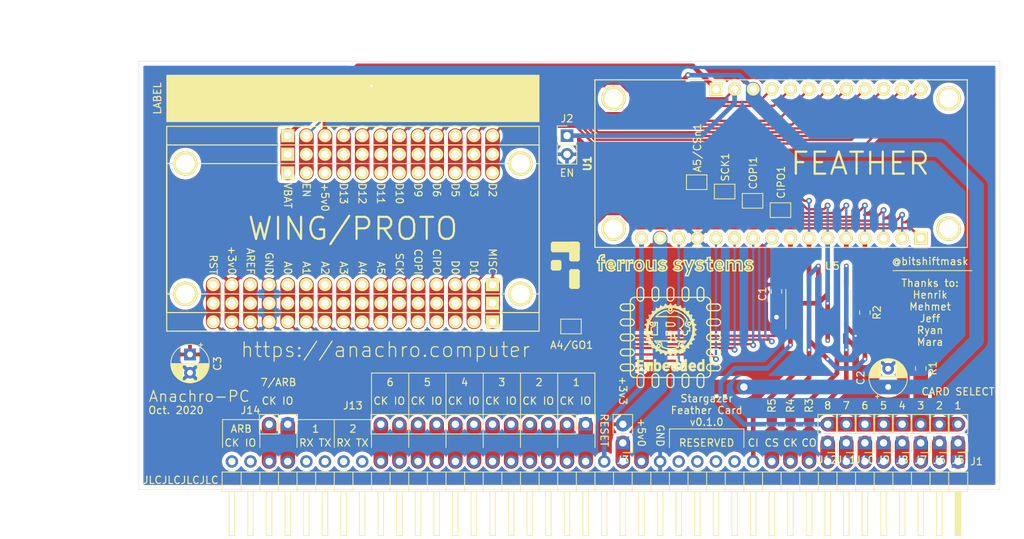
<source format=kicad_pcb>
(kicad_pcb (version 20171130) (host pcbnew 5.1.6)
  (layers (0 F.Cu signal) (31 B.Cu signal) (34 B.Paste user) (35 F.Paste user) (36 B.SilkS user) (37 F.SilkS user) (38 B.Mask user) (39 F.Mask user) (44 Edge.Cuts user))
  (net 0 "")
  (net 1 GND)
  (net 2 +3V3)
  (net 3 /GO)
  (net 4 /CIPO)
  (net 5 /CIPO-BUFFER)
  (net 6 /CSn-FEATHER)
  (net 7 /CSn-BUFFER)
  (net 8 /SCK-BUFFER)
  (net 9 /SCK-FEATHER)
  (net 10 /COPI-BUFFER)
  (net 11 /COPI-FEATHER)
  (net 12 "Net-(J1-Pad40)")
  (net 13 "Net-(J1-Pad39)")
  (net 14 "Net-(J1-Pad38)")
  (net 15 "Net-(J1-Pad37)")
  (net 16 "Net-(J1-Pad36)")
  (net 17 "Net-(J1-Pad35)")
  (net 18 "Net-(J1-Pad34)")
  (net 19 "Net-(J1-Pad33)")
  (net 20 "Net-(J1-Pad32)")
  (net 21 "Net-(J1-Pad31)")
  (net 22 "Net-(J1-Pad30)")
  (net 23 "Net-(J1-Pad29)")
  (net 24 "Net-(J1-Pad28)")
  (net 25 "Net-(J1-Pad27)")
  (net 26 "Net-(J1-Pad26)")
  (net 27 "Net-(J1-Pad25)")
  (net 28 "Net-(J1-Pad24)")
  (net 29 "Net-(J1-Pad23)")
  (net 30 "Net-(J1-Pad22)")
  (net 31 "Net-(J1-Pad21)")
  (net 32 /Reset)
  (net 33 /+3v3-backplane)
  (net 34 +5V)
  (net 35 "Net-(J1-Pad16)")
  (net 36 "Net-(J1-Pad15)")
  (net 37 "Net-(J1-Pad14)")
  (net 38 "Net-(J1-Pad13)")
  (net 39 /CSn)
  (net 40 /SCK)
  (net 41 /COPI)
  (net 42 /go-jumpers/CARD7-GO)
  (net 43 /go-jumpers/CARD6-GO)
  (net 44 /go-jumpers/CARD5-GO)
  (net 45 /go-jumpers/CARD4-GO)
  (net 46 /go-jumpers/CARD3-GO)
  (net 47 /go-jumpers/CARD2-GO)
  (net 48 /go-jumpers/CARD1-GO)
  (net 49 /go-jumpers/CARD8-GO)
  (net 50 /CIPO-FEATHER)
  (net 51 /debug-headers/EN)
  (net 52 /debug-headers/D2)
  (net 53 /debug-headers/D3)
  (net 54 /debug-headers/D5)
  (net 55 /debug-headers/D6)
  (net 56 /debug-headers/D9)
  (net 57 /debug-headers/D10)
  (net 58 /debug-headers/D11)
  (net 59 /debug-headers/D12)
  (net 60 /debug-headers/D13)
  (net 61 /debug-headers/VBAT)
  (net 62 /debug-headers/DIO1)
  (net 63 /debug-headers/D1)
  (net 64 /debug-headers/D0)
  (net 65 /debug-headers/A3)
  (net 66 /debug-headers/A2)
  (net 67 /debug-headers/A1)
  (net 68 /debug-headers/A0)
  (net 69 /debug-headers/AREF)
  (net 70 /debug-headers/MISO)
  (net 71 /debug-headers/MOSI)
  (net 72 /debug-headers/SCK)
  (net 73 /debug-headers/A5)
  (net 74 /debug-headers/A4)
  (module Modules:ADAFRUIT_FEATHER_NOHOLES (layer F.Cu) (at 130.81 92.71)
    (fp_text reference U3 hide)
    (fp_text value ADAFRUIT_FEATHER hide)
    (pad 28 thru_hole circle (at 19.05 -10.16) (size 1.778 1.778) (drill 0.9906) (layers *.Cu *.Mask F.SilkS) (net 52 /debug-headers/D2))
    (pad 27 thru_hole circle (at 16.51 -10.16) (size 1.778 1.778) (drill 0.9906) (layers *.Cu *.Mask F.SilkS) (net 53 /debug-headers/D3))
    (pad 26 thru_hole circle (at 13.97 -10.16) (size 1.778 1.778) (drill 0.9906) (layers *.Cu *.Mask F.SilkS) (net 54 /debug-headers/D5))
    (pad 25 thru_hole circle (at 11.43 -10.16) (size 1.778 1.778) (drill 0.9906) (layers *.Cu *.Mask F.SilkS) (net 55 /debug-headers/D6))
    (pad 24 thru_hole circle (at 8.89 -10.16) (size 1.778 1.778) (drill 0.9906) (layers *.Cu *.Mask F.SilkS) (net 56 /debug-headers/D9))
    (pad 23 thru_hole circle (at 6.35 -10.16) (size 1.778 1.778) (drill 0.9906) (layers *.Cu *.Mask F.SilkS) (net 57 /debug-headers/D10))
    (pad 22 thru_hole circle (at 3.81 -10.16) (size 1.778 1.778) (drill 0.9906) (layers *.Cu *.Mask F.SilkS) (net 58 /debug-headers/D11))
    (pad 21 thru_hole circle (at 1.27 -10.16) (size 1.778 1.778) (drill 0.9906) (layers *.Cu *.Mask F.SilkS) (net 59 /debug-headers/D12))
    (pad 20 thru_hole circle (at -1.27 -10.16) (size 1.778 1.778) (drill 0.9906) (layers *.Cu *.Mask F.SilkS) (net 60 /debug-headers/D13))
    (pad 19 thru_hole circle (at -3.81 -10.16) (size 1.778 1.778) (drill 0.9906) (layers *.Cu *.Mask F.SilkS) (net 34 +5V))
    (pad 17 thru_hole rect (at -8.89 -10.16) (size 1.778 1.778) (drill 0.9906) (layers *.Cu *.Mask F.SilkS) (net 61 /debug-headers/VBAT))
    (pad 18 thru_hole circle (at -6.35 -10.16) (size 1.778 1.778) (drill 0.9906) (layers *.Cu *.Mask F.SilkS) (net 51 /debug-headers/EN))
    (pad 1 thru_hole rect (at 19.05 10.16) (size 1.778 1.778) (drill 0.9906) (layers *.Cu *.Mask F.SilkS) (net 62 /debug-headers/DIO1))
    (pad 2 thru_hole circle (at 16.51 10.16) (size 1.778 1.778) (drill 0.9906) (layers *.Cu *.Mask F.SilkS) (net 63 /debug-headers/D1))
    (pad 3 thru_hole circle (at 13.97 10.16) (size 1.778 1.778) (drill 0.9906) (layers *.Cu *.Mask F.SilkS) (net 64 /debug-headers/D0))
    (pad 4 thru_hole circle (at 11.43 10.16) (size 1.778 1.778) (drill 0.9906) (layers *.Cu *.Mask F.SilkS) (net 70 /debug-headers/MISO))
    (pad 5 thru_hole circle (at 8.89 10.16) (size 1.778 1.778) (drill 0.9906) (layers *.Cu *.Mask F.SilkS) (net 71 /debug-headers/MOSI))
    (pad 6 thru_hole circle (at 6.35 10.16) (size 1.778 1.778) (drill 0.9906) (layers *.Cu *.Mask F.SilkS) (net 72 /debug-headers/SCK))
    (pad 7 thru_hole circle (at 3.81 10.16) (size 1.778 1.778) (drill 0.9906) (layers *.Cu *.Mask F.SilkS) (net 73 /debug-headers/A5))
    (pad 8 thru_hole circle (at 1.27 10.16) (size 1.778 1.778) (drill 0.9906) (layers *.Cu *.Mask F.SilkS) (net 74 /debug-headers/A4))
    (pad 9 thru_hole circle (at -1.27 10.16) (size 1.778 1.778) (drill 0.9906) (layers *.Cu *.Mask F.SilkS) (net 65 /debug-headers/A3))
    (pad 10 thru_hole circle (at -3.81 10.16) (size 1.778 1.778) (drill 0.9906) (layers *.Cu *.Mask F.SilkS) (net 66 /debug-headers/A2))
    (pad 11 thru_hole circle (at -6.35 10.16) (size 1.778 1.778) (drill 0.9906) (layers *.Cu *.Mask F.SilkS) (net 67 /debug-headers/A1))
    (pad 12 thru_hole circle (at -8.89 10.16) (size 1.778 1.778) (drill 0.9906) (layers *.Cu *.Mask F.SilkS) (net 68 /debug-headers/A0))
    (pad 13 thru_hole circle (at -11.43 10.16) (size 1.778 1.778) (drill 0.9906) (layers *.Cu *.Mask F.SilkS) (net 1 GND))
    (pad 14 thru_hole circle (at -13.97 10.16) (size 1.778 1.778) (drill 0.9906) (layers *.Cu *.Mask F.SilkS) (net 69 /debug-headers/AREF))
    (pad 15 thru_hole circle (at -16.51 10.16) (size 1.778 1.778) (drill 0.9906) (layers *.Cu *.Mask F.SilkS) (net 2 +3V3))
    (pad 16 thru_hole circle (at -19.05 10.16) (size 1.778 1.778) (drill 0.9906) (layers *.Cu *.Mask F.SilkS) (net 32 /Reset))
  )
  (module Modules:ADAFRUIT_FEATHER_NOHOLES (layer F.Cu) (at 130.81 97.79)
    (fp_text reference U2 hide)
    (fp_text value ADAFRUIT_FEATHER hide)
    (pad 28 thru_hole circle (at 19.05 -10.16) (size 1.778 1.778) (drill 0.9906) (layers *.Cu *.Mask F.SilkS) (net 52 /debug-headers/D2))
    (pad 27 thru_hole circle (at 16.51 -10.16) (size 1.778 1.778) (drill 0.9906) (layers *.Cu *.Mask F.SilkS) (net 53 /debug-headers/D3))
    (pad 26 thru_hole circle (at 13.97 -10.16) (size 1.778 1.778) (drill 0.9906) (layers *.Cu *.Mask F.SilkS) (net 54 /debug-headers/D5))
    (pad 25 thru_hole circle (at 11.43 -10.16) (size 1.778 1.778) (drill 0.9906) (layers *.Cu *.Mask F.SilkS) (net 55 /debug-headers/D6))
    (pad 24 thru_hole circle (at 8.89 -10.16) (size 1.778 1.778) (drill 0.9906) (layers *.Cu *.Mask F.SilkS) (net 56 /debug-headers/D9))
    (pad 23 thru_hole circle (at 6.35 -10.16) (size 1.778 1.778) (drill 0.9906) (layers *.Cu *.Mask F.SilkS) (net 57 /debug-headers/D10))
    (pad 22 thru_hole circle (at 3.81 -10.16) (size 1.778 1.778) (drill 0.9906) (layers *.Cu *.Mask F.SilkS) (net 58 /debug-headers/D11))
    (pad 21 thru_hole circle (at 1.27 -10.16) (size 1.778 1.778) (drill 0.9906) (layers *.Cu *.Mask F.SilkS) (net 59 /debug-headers/D12))
    (pad 20 thru_hole circle (at -1.27 -10.16) (size 1.778 1.778) (drill 0.9906) (layers *.Cu *.Mask F.SilkS) (net 60 /debug-headers/D13))
    (pad 19 thru_hole circle (at -3.81 -10.16) (size 1.778 1.778) (drill 0.9906) (layers *.Cu *.Mask F.SilkS) (net 34 +5V))
    (pad 17 thru_hole rect (at -8.89 -10.16) (size 1.778 1.778) (drill 0.9906) (layers *.Cu *.Mask F.SilkS) (net 61 /debug-headers/VBAT))
    (pad 18 thru_hole circle (at -6.35 -10.16) (size 1.778 1.778) (drill 0.9906) (layers *.Cu *.Mask F.SilkS) (net 51 /debug-headers/EN))
    (pad 1 thru_hole rect (at 19.05 10.16) (size 1.778 1.778) (drill 0.9906) (layers *.Cu *.Mask F.SilkS) (net 62 /debug-headers/DIO1))
    (pad 2 thru_hole circle (at 16.51 10.16) (size 1.778 1.778) (drill 0.9906) (layers *.Cu *.Mask F.SilkS) (net 63 /debug-headers/D1))
    (pad 3 thru_hole circle (at 13.97 10.16) (size 1.778 1.778) (drill 0.9906) (layers *.Cu *.Mask F.SilkS) (net 64 /debug-headers/D0))
    (pad 4 thru_hole circle (at 11.43 10.16) (size 1.778 1.778) (drill 0.9906) (layers *.Cu *.Mask F.SilkS) (net 70 /debug-headers/MISO))
    (pad 5 thru_hole circle (at 8.89 10.16) (size 1.778 1.778) (drill 0.9906) (layers *.Cu *.Mask F.SilkS) (net 71 /debug-headers/MOSI))
    (pad 6 thru_hole circle (at 6.35 10.16) (size 1.778 1.778) (drill 0.9906) (layers *.Cu *.Mask F.SilkS) (net 72 /debug-headers/SCK))
    (pad 7 thru_hole circle (at 3.81 10.16) (size 1.778 1.778) (drill 0.9906) (layers *.Cu *.Mask F.SilkS) (net 73 /debug-headers/A5))
    (pad 8 thru_hole circle (at 1.27 10.16) (size 1.778 1.778) (drill 0.9906) (layers *.Cu *.Mask F.SilkS) (net 74 /debug-headers/A4))
    (pad 9 thru_hole circle (at -1.27 10.16) (size 1.778 1.778) (drill 0.9906) (layers *.Cu *.Mask F.SilkS) (net 65 /debug-headers/A3))
    (pad 10 thru_hole circle (at -3.81 10.16) (size 1.778 1.778) (drill 0.9906) (layers *.Cu *.Mask F.SilkS) (net 66 /debug-headers/A2))
    (pad 11 thru_hole circle (at -6.35 10.16) (size 1.778 1.778) (drill 0.9906) (layers *.Cu *.Mask F.SilkS) (net 67 /debug-headers/A1))
    (pad 12 thru_hole circle (at -8.89 10.16) (size 1.778 1.778) (drill 0.9906) (layers *.Cu *.Mask F.SilkS) (net 68 /debug-headers/A0))
    (pad 13 thru_hole circle (at -11.43 10.16) (size 1.778 1.778) (drill 0.9906) (layers *.Cu *.Mask F.SilkS) (net 1 GND))
    (pad 14 thru_hole circle (at -13.97 10.16) (size 1.778 1.778) (drill 0.9906) (layers *.Cu *.Mask F.SilkS) (net 69 /debug-headers/AREF))
    (pad 15 thru_hole circle (at -16.51 10.16) (size 1.778 1.778) (drill 0.9906) (layers *.Cu *.Mask F.SilkS) (net 2 +3V3))
    (pad 16 thru_hole circle (at -19.05 10.16) (size 1.778 1.778) (drill 0.9906) (layers *.Cu *.Mask F.SilkS) (net 32 /Reset))
  )
  (module Modules:ADAFRUIT_FEATHER (layer F.Cu) (at 189.23 86.36)
    (fp_text reference U1 (at -26.416 0 90) (layer F.SilkS) (effects (font (thickness 0.25))))
    (fp_text value ADAFRUIT_FEATHER hide)
    (pad 28 thru_hole circle (at 19.05 -10.16) (size 1.778 1.778) (drill 0.9906) (layers *.Cu *.Mask F.SilkS) (net 52 /debug-headers/D2))
    (pad 27 thru_hole circle (at 16.51 -10.16) (size 1.778 1.778) (drill 0.9906) (layers *.Cu *.Mask F.SilkS) (net 53 /debug-headers/D3))
    (pad 26 thru_hole circle (at 13.97 -10.16) (size 1.778 1.778) (drill 0.9906) (layers *.Cu *.Mask F.SilkS) (net 54 /debug-headers/D5))
    (pad 25 thru_hole circle (at 11.43 -10.16) (size 1.778 1.778) (drill 0.9906) (layers *.Cu *.Mask F.SilkS) (net 55 /debug-headers/D6))
    (pad 24 thru_hole circle (at 8.89 -10.16) (size 1.778 1.778) (drill 0.9906) (layers *.Cu *.Mask F.SilkS) (net 56 /debug-headers/D9))
    (pad 23 thru_hole circle (at 6.35 -10.16) (size 1.778 1.778) (drill 0.9906) (layers *.Cu *.Mask F.SilkS) (net 57 /debug-headers/D10))
    (pad 22 thru_hole circle (at 3.81 -10.16) (size 1.778 1.778) (drill 0.9906) (layers *.Cu *.Mask F.SilkS) (net 58 /debug-headers/D11))
    (pad 21 thru_hole circle (at 1.27 -10.16) (size 1.778 1.778) (drill 0.9906) (layers *.Cu *.Mask F.SilkS) (net 59 /debug-headers/D12))
    (pad 20 thru_hole circle (at -1.27 -10.16) (size 1.778 1.778) (drill 0.9906) (layers *.Cu *.Mask F.SilkS) (net 60 /debug-headers/D13))
    (pad 19 thru_hole circle (at -3.81 -10.16) (size 1.778 1.778) (drill 0.9906) (layers *.Cu *.Mask F.SilkS) (net 34 +5V))
    (pad 17 thru_hole rect (at -8.89 -10.16) (size 1.778 1.778) (drill 0.9906) (layers *.Cu *.Mask F.SilkS) (net 61 /debug-headers/VBAT))
    (pad 18 thru_hole circle (at -6.35 -10.16) (size 1.778 1.778) (drill 0.9906) (layers *.Cu *.Mask F.SilkS) (net 51 /debug-headers/EN))
    (pad 1 thru_hole rect (at 19.05 10.16) (size 1.778 1.778) (drill 0.9906) (layers *.Cu *.Mask F.SilkS) (net 62 /debug-headers/DIO1))
    (pad 2 thru_hole circle (at 16.51 10.16) (size 1.778 1.778) (drill 0.9906) (layers *.Cu *.Mask F.SilkS) (net 63 /debug-headers/D1))
    (pad 3 thru_hole circle (at 13.97 10.16) (size 1.778 1.778) (drill 0.9906) (layers *.Cu *.Mask F.SilkS) (net 64 /debug-headers/D0))
    (pad 4 thru_hole circle (at 11.43 10.16) (size 1.778 1.778) (drill 0.9906) (layers *.Cu *.Mask F.SilkS) (net 50 /CIPO-FEATHER))
    (pad 5 thru_hole circle (at 8.89 10.16) (size 1.778 1.778) (drill 0.9906) (layers *.Cu *.Mask F.SilkS) (net 11 /COPI-FEATHER))
    (pad 6 thru_hole circle (at 6.35 10.16) (size 1.778 1.778) (drill 0.9906) (layers *.Cu *.Mask F.SilkS) (net 9 /SCK-FEATHER))
    (pad 7 thru_hole circle (at 3.81 10.16) (size 1.778 1.778) (drill 0.9906) (layers *.Cu *.Mask F.SilkS) (net 6 /CSn-FEATHER))
    (pad 8 thru_hole circle (at 1.27 10.16) (size 1.778 1.778) (drill 0.9906) (layers *.Cu *.Mask F.SilkS) (net 3 /GO))
    (pad 9 thru_hole circle (at -1.27 10.16) (size 1.778 1.778) (drill 0.9906) (layers *.Cu *.Mask F.SilkS) (net 65 /debug-headers/A3))
    (pad 10 thru_hole circle (at -3.81 10.16) (size 1.778 1.778) (drill 0.9906) (layers *.Cu *.Mask F.SilkS) (net 66 /debug-headers/A2))
    (pad 11 thru_hole circle (at -6.35 10.16) (size 1.778 1.778) (drill 0.9906) (layers *.Cu *.Mask F.SilkS) (net 67 /debug-headers/A1))
    (pad 12 thru_hole circle (at -8.89 10.16) (size 1.778 1.778) (drill 0.9906) (layers *.Cu *.Mask F.SilkS) (net 68 /debug-headers/A0))
    (pad 13 thru_hole circle (at -11.43 10.16) (size 1.778 1.778) (drill 0.9906) (layers *.Cu *.Mask F.SilkS) (net 1 GND))
    (pad 14 thru_hole circle (at -13.97 10.16) (size 1.778 1.778) (drill 0.9906) (layers *.Cu *.Mask F.SilkS) (net 69 /debug-headers/AREF))
    (pad 15 thru_hole circle (at -16.51 10.16) (size 1.778 1.778) (drill 0.9906) (layers *.Cu *.Mask F.SilkS) (net 2 +3V3))
    (pad 16 thru_hole circle (at -19.05 10.16) (size 1.778 1.778) (drill 0.9906) (layers *.Cu *.Mask F.SilkS) (net 32 /Reset))
    (pad "" thru_hole circle (at 22.86 -8.89) (size 3.302 3.302) (drill 2.54) (layers *.Cu *.Mask F.SilkS))
    (pad "" thru_hole circle (at 22.86 8.89) (size 3.302 3.302) (drill 2.54) (layers *.Cu *.Mask F.SilkS))
    (pad "" thru_hole circle (at -22.86 8.89) (size 3.302 3.302) (drill 2.54) (layers *.Cu *.Mask F.SilkS))
    (pad "" thru_hole circle (at -22.86 -8.89) (size 3.302 3.302) (drill 2.54) (layers *.Cu *.Mask F.SilkS))
  )
  (module Jumper:SolderJumper-2_P1.3mm_Open_TrianglePad1.0x1.5mm (layer F.Cu) (at 160.565 108.585 180)
    (fp_text reference A4/GO1 (at -0.09 -2.54) (layer F.SilkS))
    (fp_text value SolderJumper_2_Open)
    (pad 1 smd custom (at -0.725 0 180) (size 0.3 0.3) (layers F.Cu F.Mask) (net 3 /GO) (options (clearance outline) (anchor rect)) (primitives (gr_poly (pts (xy -0.5 -0.75) (xy 0.5 -0.75) (xy 1 0) (xy 0.5 0.75) (xy -0.5 0.75)) (width 0))))
    (pad 2 smd custom (at 0.725 0 180) (size 0.3 0.3) (layers F.Cu F.Mask) (net 74 /debug-headers/A4) (options (clearance outline) (anchor rect)) (primitives (gr_poly (pts (xy -0.65 -0.75) (xy 0.5 -0.75) (xy 0.5 0.75) (xy -0.65 0.75) (xy -0.15 0)) (width 0))))
  )
  (module Jumper:SolderJumper-2_P1.3mm_Open_TrianglePad1.0x1.5mm (layer F.Cu) (at 177.71 88.9 180)
    (fp_text reference A5/CSn1 (at -0.09 1.27 90) (layer F.SilkS) (effects (justify left)))
    (fp_text value SolderJumper_2_Open)
    (pad 1 smd custom (at -0.725 0 180) (size 0.3 0.3) (layers F.Cu F.Mask) (net 6 /CSn-FEATHER) (options (clearance outline) (anchor rect)) (primitives (gr_poly (pts (xy -0.5 -0.75) (xy 0.5 -0.75) (xy 1 0) (xy 0.5 0.75) (xy -0.5 0.75)) (width 0))))
    (pad 2 smd custom (at 0.725 0 180) (size 0.3 0.3) (layers F.Cu F.Mask) (net 73 /debug-headers/A5) (options (clearance outline) (anchor rect)) (primitives (gr_poly (pts (xy -0.65 -0.75) (xy 0.5 -0.75) (xy 0.5 0.75) (xy -0.65 0.75) (xy -0.15 0)) (width 0))))
  )
  (module Jumper:SolderJumper-2_P1.3mm_Open_TrianglePad1.0x1.5mm (layer F.Cu) (at 181.52 90.17 180)
    (fp_text reference SCK1 (at -0.09 1.27 90) (layer F.SilkS) (effects (justify left)))
    (fp_text value SolderJumper_2_Open)
    (pad 1 smd custom (at -0.725 0 180) (size 0.3 0.3) (layers F.Cu F.Mask) (net 9 /SCK-FEATHER) (options (clearance outline) (anchor rect)) (primitives (gr_poly (pts (xy -0.5 -0.75) (xy 0.5 -0.75) (xy 1 0) (xy 0.5 0.75) (xy -0.5 0.75)) (width 0))))
    (pad 2 smd custom (at 0.725 0 180) (size 0.3 0.3) (layers F.Cu F.Mask) (net 72 /debug-headers/SCK) (options (clearance outline) (anchor rect)) (primitives (gr_poly (pts (xy -0.65 -0.75) (xy 0.5 -0.75) (xy 0.5 0.75) (xy -0.65 0.75) (xy -0.15 0)) (width 0))))
  )
  (module Jumper:SolderJumper-2_P1.3mm_Open_TrianglePad1.0x1.5mm (layer F.Cu) (at 185.33 91.44 180)
    (fp_text reference COPI1 (at -0.09 3.81 90) (layer F.SilkS))
    (fp_text value SolderJumper_2_Open)
    (pad 1 smd custom (at -0.725 0 180) (size 0.3 0.3) (layers F.Cu F.Mask) (net 11 /COPI-FEATHER) (options (clearance outline) (anchor rect)) (primitives (gr_poly (pts (xy -0.5 -0.75) (xy 0.5 -0.75) (xy 1 0) (xy 0.5 0.75) (xy -0.5 0.75)) (width 0))))
    (pad 2 smd custom (at 0.725 0 180) (size 0.3 0.3) (layers F.Cu F.Mask) (net 71 /debug-headers/MOSI) (options (clearance outline) (anchor rect)) (primitives (gr_poly (pts (xy -0.65 -0.75) (xy 0.5 -0.75) (xy 0.5 0.75) (xy -0.65 0.75) (xy -0.15 0)) (width 0))))
  )
  (module Jumper:SolderJumper-2_P1.3mm_Open_TrianglePad1.0x1.5mm (layer F.Cu) (at 189.14 92.71 180)
    (fp_text reference CIPO1 (at -0.09 3.81 90) (layer F.SilkS))
    (fp_text value SolderJumper_2_Open)
    (pad 1 smd custom (at -0.725 0 180) (size 0.3 0.3) (layers F.Cu F.Mask) (net 50 /CIPO-FEATHER) (options (clearance outline) (anchor rect)) (primitives (gr_poly (pts (xy -0.5 -0.75) (xy 0.5 -0.75) (xy 1 0) (xy 0.5 0.75) (xy -0.5 0.75)) (width 0))))
    (pad 2 smd custom (at 0.725 0 180) (size 0.3 0.3) (layers F.Cu F.Mask) (net 70 /debug-headers/MISO) (options (clearance outline) (anchor rect)) (primitives (gr_poly (pts (xy -0.65 -0.75) (xy 0.5 -0.75) (xy 0.5 0.75) (xy -0.65 0.75) (xy -0.15 0)) (width 0))))
  )
  (module Connector_PinHeader_2.54mm:PinHeader_1x40_P2.54mm_Horizontal (layer F.Cu) (at 213.36 127 270)
    (fp_text reference J1 (at 0 -2.54) (layer F.SilkS))
    (fp_text value card-header)
    (pad 40 thru_hole oval (at 0 99.06 270) (size 1.7 1.7) (drill 1) (layers *.Cu *.Mask) (net 12 "Net-(J1-Pad40)"))
    (pad 39 thru_hole oval (at 0 96.52 270) (size 1.7 1.7) (drill 1) (layers *.Cu *.Mask) (net 13 "Net-(J1-Pad39)"))
    (pad 38 thru_hole oval (at 0 93.98 270) (size 1.7 1.7) (drill 1) (layers *.Cu *.Mask) (net 14 "Net-(J1-Pad38)"))
    (pad 37 thru_hole oval (at 0 91.44 270) (size 1.7 1.7) (drill 1) (layers *.Cu *.Mask) (net 15 "Net-(J1-Pad37)"))
    (pad 36 thru_hole oval (at 0 88.9 270) (size 1.7 1.7) (drill 1) (layers *.Cu *.Mask) (net 16 "Net-(J1-Pad36)"))
    (pad 35 thru_hole oval (at 0 86.36 270) (size 1.7 1.7) (drill 1) (layers *.Cu *.Mask) (net 17 "Net-(J1-Pad35)"))
    (pad 34 thru_hole oval (at 0 83.82 270) (size 1.7 1.7) (drill 1) (layers *.Cu *.Mask) (net 18 "Net-(J1-Pad34)"))
    (pad 33 thru_hole oval (at 0 81.28 270) (size 1.7 1.7) (drill 1) (layers *.Cu *.Mask) (net 19 "Net-(J1-Pad33)"))
    (pad 32 thru_hole oval (at 0 78.74 270) (size 1.7 1.7) (drill 1) (layers *.Cu *.Mask) (net 20 "Net-(J1-Pad32)"))
    (pad 31 thru_hole oval (at 0 76.2 270) (size 1.7 1.7) (drill 1) (layers *.Cu *.Mask) (net 21 "Net-(J1-Pad31)"))
    (pad 30 thru_hole oval (at 0 73.66 270) (size 1.7 1.7) (drill 1) (layers *.Cu *.Mask) (net 22 "Net-(J1-Pad30)"))
    (pad 29 thru_hole oval (at 0 71.12 270) (size 1.7 1.7) (drill 1) (layers *.Cu *.Mask) (net 23 "Net-(J1-Pad29)"))
    (pad 28 thru_hole oval (at 0 68.58 270) (size 1.7 1.7) (drill 1) (layers *.Cu *.Mask) (net 24 "Net-(J1-Pad28)"))
    (pad 27 thru_hole oval (at 0 66.04 270) (size 1.7 1.7) (drill 1) (layers *.Cu *.Mask) (net 25 "Net-(J1-Pad27)"))
    (pad 26 thru_hole oval (at 0 63.5 270) (size 1.7 1.7) (drill 1) (layers *.Cu *.Mask) (net 26 "Net-(J1-Pad26)"))
    (pad 25 thru_hole oval (at 0 60.96 270) (size 1.7 1.7) (drill 1) (layers *.Cu *.Mask) (net 27 "Net-(J1-Pad25)"))
    (pad 24 thru_hole oval (at 0 58.42 270) (size 1.7 1.7) (drill 1) (layers *.Cu *.Mask) (net 28 "Net-(J1-Pad24)"))
    (pad 23 thru_hole oval (at 0 55.88 270) (size 1.7 1.7) (drill 1) (layers *.Cu *.Mask) (net 29 "Net-(J1-Pad23)"))
    (pad 22 thru_hole oval (at 0 53.34 270) (size 1.7 1.7) (drill 1) (layers *.Cu *.Mask) (net 30 "Net-(J1-Pad22)"))
    (pad 21 thru_hole oval (at 0 50.8 270) (size 1.7 1.7) (drill 1) (layers *.Cu *.Mask) (net 31 "Net-(J1-Pad21)"))
    (pad 20 thru_hole oval (at 0 48.26 270) (size 1.7 1.7) (drill 1) (layers *.Cu *.Mask) (net 32 /Reset))
    (pad 19 thru_hole oval (at 0 45.72 270) (size 1.7 1.7) (drill 1) (layers *.Cu *.Mask) (net 33 /+3v3-backplane))
    (pad 18 thru_hole oval (at 0 43.18 270) (size 1.7 1.7) (drill 1) (layers *.Cu *.Mask) (net 34 +5V))
    (pad 17 thru_hole oval (at 0 40.64 270) (size 1.7 1.7) (drill 1) (layers *.Cu *.Mask) (net 1 GND))
    (pad 16 thru_hole oval (at 0 38.1 270) (size 1.7 1.7) (drill 1) (layers *.Cu *.Mask) (net 35 "Net-(J1-Pad16)"))
    (pad 15 thru_hole oval (at 0 35.56 270) (size 1.7 1.7) (drill 1) (layers *.Cu *.Mask) (net 36 "Net-(J1-Pad15)"))
    (pad 14 thru_hole oval (at 0 33.02 270) (size 1.7 1.7) (drill 1) (layers *.Cu *.Mask) (net 37 "Net-(J1-Pad14)"))
    (pad 13 thru_hole oval (at 0 30.48 270) (size 1.7 1.7) (drill 1) (layers *.Cu *.Mask) (net 38 "Net-(J1-Pad13)"))
    (pad 12 thru_hole oval (at 0 27.94 270) (size 1.7 1.7) (drill 1) (layers *.Cu *.Mask) (net 4 /CIPO))
    (pad 11 thru_hole oval (at 0 25.4 270) (size 1.7 1.7) (drill 1) (layers *.Cu *.Mask) (net 39 /CSn))
    (pad 10 thru_hole oval (at 0 22.86 270) (size 1.7 1.7) (drill 1) (layers *.Cu *.Mask) (net 40 /SCK))
    (pad 9 thru_hole oval (at 0 20.32 270) (size 1.7 1.7) (drill 1) (layers *.Cu *.Mask) (net 41 /COPI))
    (pad 8 thru_hole oval (at 0 17.78 270) (size 1.7 1.7) (drill 1) (layers *.Cu *.Mask) (net 49 /go-jumpers/CARD8-GO))
    (pad 7 thru_hole oval (at 0 15.24 270) (size 1.7 1.7) (drill 1) (layers *.Cu *.Mask) (net 42 /go-jumpers/CARD7-GO))
    (pad 6 thru_hole oval (at 0 12.7 270) (size 1.7 1.7) (drill 1) (layers *.Cu *.Mask) (net 43 /go-jumpers/CARD6-GO))
    (pad 5 thru_hole oval (at 0 10.16 270) (size 1.7 1.7) (drill 1) (layers *.Cu *.Mask) (net 44 /go-jumpers/CARD5-GO))
    (pad 4 thru_hole oval (at 0 7.62 270) (size 1.7 1.7) (drill 1) (layers *.Cu *.Mask) (net 45 /go-jumpers/CARD4-GO))
    (pad 3 thru_hole oval (at 0 5.08 270) (size 1.7 1.7) (drill 1) (layers *.Cu *.Mask) (net 46 /go-jumpers/CARD3-GO))
    (pad 2 thru_hole oval (at 0 2.54 270) (size 1.7 1.7) (drill 1) (layers *.Cu *.Mask) (net 47 /go-jumpers/CARD2-GO))
    (pad 1 thru_hole rect (at 0 0 270) (size 1.7 1.7) (drill 1) (layers *.Cu *.Mask) (net 48 /go-jumpers/CARD1-GO))
  )
  (module Capacitor_THT:CP_Radial_D5.0mm_P2.50mm (layer F.Cu) (at 108.585 112.395 270)
    (fp_text reference C3 (at 1.25 -3.75 90) (layer F.SilkS))
    (fp_text value 1uF)
    (pad 2 thru_hole circle (at 2.5 0 270) (size 1.6 1.6) (drill 0.8) (layers *.Cu *.Mask) (net 1 GND))
    (pad 1 thru_hole rect (at 0 0 270) (size 1.6 1.6) (drill 0.8) (layers *.Cu *.Mask) (net 2 +3V3))
  )
  (module Capacitor_THT:CP_Radial_D5.0mm_P2.50mm (layer F.Cu) (at 203.835 116.84 90)
    (fp_text reference C2 (at 1.25 -3.75 90) (layer F.SilkS))
    (fp_text value 1uF)
    (pad 2 thru_hole circle (at 2.5 0 90) (size 1.6 1.6) (drill 0.8) (layers *.Cu *.Mask) (net 1 GND))
    (pad 1 thru_hole rect (at 0 0 90) (size 1.6 1.6) (drill 0.8) (layers *.Cu *.Mask) (net 34 +5V))
  )
  (module Modules:ADAFRUIT_FEATHER (layer F.Cu) (at 130.81 95.25)
    (fp_text reference U4 hide)
    (fp_text value ADAFRUIT_FEATHER hide)
    (pad 28 thru_hole circle (at 19.05 -10.16) (size 1.778 1.778) (drill 0.9906) (layers *.Cu *.Mask F.SilkS) (net 52 /debug-headers/D2))
    (pad 27 thru_hole circle (at 16.51 -10.16) (size 1.778 1.778) (drill 0.9906) (layers *.Cu *.Mask F.SilkS) (net 53 /debug-headers/D3))
    (pad 26 thru_hole circle (at 13.97 -10.16) (size 1.778 1.778) (drill 0.9906) (layers *.Cu *.Mask F.SilkS) (net 54 /debug-headers/D5))
    (pad 25 thru_hole circle (at 11.43 -10.16) (size 1.778 1.778) (drill 0.9906) (layers *.Cu *.Mask F.SilkS) (net 55 /debug-headers/D6))
    (pad 24 thru_hole circle (at 8.89 -10.16) (size 1.778 1.778) (drill 0.9906) (layers *.Cu *.Mask F.SilkS) (net 56 /debug-headers/D9))
    (pad 23 thru_hole circle (at 6.35 -10.16) (size 1.778 1.778) (drill 0.9906) (layers *.Cu *.Mask F.SilkS) (net 57 /debug-headers/D10))
    (pad 22 thru_hole circle (at 3.81 -10.16) (size 1.778 1.778) (drill 0.9906) (layers *.Cu *.Mask F.SilkS) (net 58 /debug-headers/D11))
    (pad 21 thru_hole circle (at 1.27 -10.16) (size 1.778 1.778) (drill 0.9906) (layers *.Cu *.Mask F.SilkS) (net 59 /debug-headers/D12))
    (pad 20 thru_hole circle (at -1.27 -10.16) (size 1.778 1.778) (drill 0.9906) (layers *.Cu *.Mask F.SilkS) (net 60 /debug-headers/D13))
    (pad 19 thru_hole circle (at -3.81 -10.16) (size 1.778 1.778) (drill 0.9906) (layers *.Cu *.Mask F.SilkS) (net 34 +5V))
    (pad 17 thru_hole rect (at -8.89 -10.16) (size 1.778 1.778) (drill 0.9906) (layers *.Cu *.Mask F.SilkS) (net 61 /debug-headers/VBAT))
    (pad 18 thru_hole circle (at -6.35 -10.16) (size 1.778 1.778) (drill 0.9906) (layers *.Cu *.Mask F.SilkS) (net 51 /debug-headers/EN))
    (pad 1 thru_hole rect (at 19.05 10.16) (size 1.778 1.778) (drill 0.9906) (layers *.Cu *.Mask F.SilkS) (net 62 /debug-headers/DIO1))
    (pad 2 thru_hole circle (at 16.51 10.16) (size 1.778 1.778) (drill 0.9906) (layers *.Cu *.Mask F.SilkS) (net 63 /debug-headers/D1))
    (pad 3 thru_hole circle (at 13.97 10.16) (size 1.778 1.778) (drill 0.9906) (layers *.Cu *.Mask F.SilkS) (net 64 /debug-headers/D0))
    (pad 4 thru_hole circle (at 11.43 10.16) (size 1.778 1.778) (drill 0.9906) (layers *.Cu *.Mask F.SilkS) (net 70 /debug-headers/MISO))
    (pad 5 thru_hole circle (at 8.89 10.16) (size 1.778 1.778) (drill 0.9906) (layers *.Cu *.Mask F.SilkS) (net 71 /debug-headers/MOSI))
    (pad 6 thru_hole circle (at 6.35 10.16) (size 1.778 1.778) (drill 0.9906) (layers *.Cu *.Mask F.SilkS) (net 72 /debug-headers/SCK))
    (pad 7 thru_hole circle (at 3.81 10.16) (size 1.778 1.778) (drill 0.9906) (layers *.Cu *.Mask F.SilkS) (net 73 /debug-headers/A5))
    (pad 8 thru_hole circle (at 1.27 10.16) (size 1.778 1.778) (drill 0.9906) (layers *.Cu *.Mask F.SilkS) (net 74 /debug-headers/A4))
    (pad 9 thru_hole circle (at -1.27 10.16) (size 1.778 1.778) (drill 0.9906) (layers *.Cu *.Mask F.SilkS) (net 65 /debug-headers/A3))
    (pad 10 thru_hole circle (at -3.81 10.16) (size 1.778 1.778) (drill 0.9906) (layers *.Cu *.Mask F.SilkS) (net 66 /debug-headers/A2))
    (pad 11 thru_hole circle (at -6.35 10.16) (size 1.778 1.778) (drill 0.9906) (layers *.Cu *.Mask F.SilkS) (net 67 /debug-headers/A1))
    (pad 12 thru_hole circle (at -8.89 10.16) (size 1.778 1.778) (drill 0.9906) (layers *.Cu *.Mask F.SilkS) (net 68 /debug-headers/A0))
    (pad 13 thru_hole circle (at -11.43 10.16) (size 1.778 1.778) (drill 0.9906) (layers *.Cu *.Mask F.SilkS) (net 1 GND))
    (pad 14 thru_hole circle (at -13.97 10.16) (size 1.778 1.778) (drill 0.9906) (layers *.Cu *.Mask F.SilkS) (net 69 /debug-headers/AREF))
    (pad 15 thru_hole circle (at -16.51 10.16) (size 1.778 1.778) (drill 0.9906) (layers *.Cu *.Mask F.SilkS) (net 2 +3V3))
    (pad 16 thru_hole circle (at -19.05 10.16) (size 1.778 1.778) (drill 0.9906) (layers *.Cu *.Mask F.SilkS) (net 32 /Reset))
    (pad "" thru_hole circle (at 22.86 -8.89) (size 3.302 3.302) (drill 2.54) (layers *.Cu *.Mask F.SilkS))
    (pad "" thru_hole circle (at 22.86 8.89) (size 3.302 3.302) (drill 2.54) (layers *.Cu *.Mask F.SilkS))
    (pad "" thru_hole circle (at -22.86 8.89) (size 3.302 3.302) (drill 2.54) (layers *.Cu *.Mask F.SilkS))
    (pad "" thru_hole circle (at -22.86 -8.89) (size 3.302 3.302) (drill 2.54) (layers *.Cu *.Mask F.SilkS))
  )
  (module Connector_PinHeader_2.54mm:PinHeader_1x02_P2.54mm_Vertical (layer F.Cu) (at 121.92 121.92 270)
    (fp_text reference J14 (at -1.905 5.08) (layer F.SilkS))
    (fp_text value card-programming-header-b)
    (pad 2 thru_hole oval (at 0 2.54 270) (size 1.7 1.7) (drill 1) (layers *.Cu *.Mask) (net 14 "Net-(J1-Pad38)"))
    (pad 1 thru_hole rect (at 0 0 270) (size 1.7 1.7) (drill 1) (layers *.Cu *.Mask) (net 15 "Net-(J1-Pad37)"))
  )
  (module Connector_PinHeader_2.54mm:PinHeader_1x12_P2.54mm_Vertical (layer F.Cu) (at 162.56 121.92 270)
    (fp_text reference J13 (at -2.54 31.75 180) (layer F.SilkS))
    (fp_text value card-programming-header-a)
    (pad 12 thru_hole oval (at 0 27.94 270) (size 1.7 1.7) (drill 1) (layers *.Cu *.Mask) (net 20 "Net-(J1-Pad32)"))
    (pad 11 thru_hole oval (at 0 25.4 270) (size 1.7 1.7) (drill 1) (layers *.Cu *.Mask) (net 21 "Net-(J1-Pad31)"))
    (pad 10 thru_hole oval (at 0 22.86 270) (size 1.7 1.7) (drill 1) (layers *.Cu *.Mask) (net 22 "Net-(J1-Pad30)"))
    (pad 9 thru_hole oval (at 0 20.32 270) (size 1.7 1.7) (drill 1) (layers *.Cu *.Mask) (net 23 "Net-(J1-Pad29)"))
    (pad 8 thru_hole oval (at 0 17.78 270) (size 1.7 1.7) (drill 1) (layers *.Cu *.Mask) (net 24 "Net-(J1-Pad28)"))
    (pad 7 thru_hole oval (at 0 15.24 270) (size 1.7 1.7) (drill 1) (layers *.Cu *.Mask) (net 25 "Net-(J1-Pad27)"))
    (pad 6 thru_hole oval (at 0 12.7 270) (size 1.7 1.7) (drill 1) (layers *.Cu *.Mask) (net 26 "Net-(J1-Pad26)"))
    (pad 5 thru_hole oval (at 0 10.16 270) (size 1.7 1.7) (drill 1) (layers *.Cu *.Mask) (net 27 "Net-(J1-Pad25)"))
    (pad 4 thru_hole oval (at 0 7.62 270) (size 1.7 1.7) (drill 1) (layers *.Cu *.Mask) (net 28 "Net-(J1-Pad24)"))
    (pad 3 thru_hole oval (at 0 5.08 270) (size 1.7 1.7) (drill 1) (layers *.Cu *.Mask) (net 29 "Net-(J1-Pad23)"))
    (pad 2 thru_hole oval (at 0 2.54 270) (size 1.7 1.7) (drill 1) (layers *.Cu *.Mask) (net 30 "Net-(J1-Pad22)"))
    (pad 1 thru_hole rect (at 0 0 270) (size 1.7 1.7) (drill 1) (layers *.Cu *.Mask) (net 31 "Net-(J1-Pad21)"))
  )
  (module Resistor_SMD:R_0805_2012Metric (layer F.Cu) (at 187.96 122.2525 90)
    (fp_text reference R5 (at 2.8725 0 90) (layer F.SilkS))
    (fp_text value "50 Ohm")
    (pad 2 smd roundrect (at 0.9375 0 90) (size 0.975 1.4) (layers F.Cu F.Paste F.Mask) (net 7 /CSn-BUFFER))
    (pad 1 smd roundrect (at -0.9375 0 90) (size 0.975 1.4) (layers F.Cu F.Paste F.Mask) (net 39 /CSn))
  )
  (module Resistor_SMD:R_0805_2012Metric (layer F.Cu) (at 190.5 122.2525 90)
    (fp_text reference R4 (at 2.8725 0 90) (layer F.SilkS))
    (fp_text value "50 Ohm")
    (pad 2 smd roundrect (at 0.9375 0 90) (size 0.975 1.4) (layers F.Cu F.Paste F.Mask) (net 8 /SCK-BUFFER))
    (pad 1 smd roundrect (at -0.9375 0 90) (size 0.975 1.4) (layers F.Cu F.Paste F.Mask) (net 40 /SCK))
  )
  (module Resistor_SMD:R_0805_2012Metric (layer F.Cu) (at 193.04 122.2525 90)
    (fp_text reference R3 (at 2.8725 0 90) (layer F.SilkS))
    (fp_text value "50 Ohm")
    (pad 2 smd roundrect (at 0.9375 0 90) (size 0.975 1.4) (layers F.Cu F.Paste F.Mask) (net 10 /COPI-BUFFER))
    (pad 1 smd roundrect (at -0.9375 0 90) (size 0.975 1.4) (layers F.Cu F.Paste F.Mask) (net 41 /COPI))
  )
  (module Resistor_SMD:R_0805_2012Metric (layer F.Cu) (at 200.66 106.68 270)
    (fp_text reference R2 (at 0 -1.65 90) (layer F.SilkS))
    (fp_text value "50 Ohm")
    (pad 2 smd roundrect (at 0.9375 0 270) (size 0.975 1.4) (layers F.Cu F.Paste F.Mask) (net 5 /CIPO-BUFFER))
    (pad 1 smd roundrect (at -0.9375 0 270) (size 0.975 1.4) (layers F.Cu F.Paste F.Mask) (net 50 /CIPO-FEATHER))
  )
  (module Connector_PinHeader_2.54mm:PinHeader_1x02_P2.54mm_Vertical (layer F.Cu) (at 195.58 124.46 180)
    (fp_text reference J12 (at 0 -2.33) (layer F.SilkS))
    (fp_text value jumper)
    (pad 2 thru_hole oval (at 0 2.54 180) (size 1.7 1.7) (drill 1) (layers *.Cu *.Mask) (net 3 /GO))
    (pad 1 thru_hole rect (at 0 0 180) (size 1.7 1.7) (drill 1) (layers *.Cu *.Mask) (net 49 /go-jumpers/CARD8-GO))
  )
  (module Connector_PinHeader_2.54mm:PinHeader_1x02_P2.54mm_Vertical (layer F.Cu) (at 198.12 124.46 180)
    (fp_text reference J11 (at 0 -2.33) (layer F.SilkS))
    (fp_text value jumper)
    (pad 2 thru_hole oval (at 0 2.54 180) (size 1.7 1.7) (drill 1) (layers *.Cu *.Mask) (net 3 /GO))
    (pad 1 thru_hole rect (at 0 0 180) (size 1.7 1.7) (drill 1) (layers *.Cu *.Mask) (net 42 /go-jumpers/CARD7-GO))
  )
  (module Connector_PinHeader_2.54mm:PinHeader_1x02_P2.54mm_Vertical (layer F.Cu) (at 200.66 124.46 180)
    (fp_text reference J10 (at 0 -2.33) (layer F.SilkS))
    (fp_text value jumper)
    (pad 2 thru_hole oval (at 0 2.54 180) (size 1.7 1.7) (drill 1) (layers *.Cu *.Mask) (net 3 /GO))
    (pad 1 thru_hole rect (at 0 0 180) (size 1.7 1.7) (drill 1) (layers *.Cu *.Mask) (net 43 /go-jumpers/CARD6-GO))
  )
  (module Connector_PinHeader_2.54mm:PinHeader_1x02_P2.54mm_Vertical (layer F.Cu) (at 203.2 124.46 180)
    (fp_text reference J9 (at 0 -2.33) (layer F.SilkS))
    (fp_text value jumper)
    (pad 2 thru_hole oval (at 0 2.54 180) (size 1.7 1.7) (drill 1) (layers *.Cu *.Mask) (net 3 /GO))
    (pad 1 thru_hole rect (at 0 0 180) (size 1.7 1.7) (drill 1) (layers *.Cu *.Mask) (net 44 /go-jumpers/CARD5-GO))
  )
  (module Connector_PinHeader_2.54mm:PinHeader_1x02_P2.54mm_Vertical (layer F.Cu) (at 205.74 124.46 180)
    (fp_text reference J8 (at 0 -2.33) (layer F.SilkS))
    (fp_text value jumper)
    (pad 2 thru_hole oval (at 0 2.54 180) (size 1.7 1.7) (drill 1) (layers *.Cu *.Mask) (net 3 /GO))
    (pad 1 thru_hole rect (at 0 0 180) (size 1.7 1.7) (drill 1) (layers *.Cu *.Mask) (net 45 /go-jumpers/CARD4-GO))
  )
  (module Connector_PinHeader_2.54mm:PinHeader_1x02_P2.54mm_Vertical (layer F.Cu) (at 208.28 124.46 180)
    (fp_text reference J7 (at 0 -2.33) (layer F.SilkS))
    (fp_text value jumper)
    (pad 2 thru_hole oval (at 0 2.54 180) (size 1.7 1.7) (drill 1) (layers *.Cu *.Mask) (net 3 /GO))
    (pad 1 thru_hole rect (at 0 0 180) (size 1.7 1.7) (drill 1) (layers *.Cu *.Mask) (net 46 /go-jumpers/CARD3-GO))
  )
  (module Connector_PinHeader_2.54mm:PinHeader_1x02_P2.54mm_Vertical (layer F.Cu) (at 210.82 124.46 180)
    (fp_text reference J6 (at 0 -2.33) (layer F.SilkS))
    (fp_text value jumper)
    (pad 2 thru_hole oval (at 0 2.54 180) (size 1.7 1.7) (drill 1) (layers *.Cu *.Mask) (net 3 /GO))
    (pad 1 thru_hole rect (at 0 0 180) (size 1.7 1.7) (drill 1) (layers *.Cu *.Mask) (net 47 /go-jumpers/CARD2-GO))
  )
  (module Connector_PinHeader_2.54mm:PinHeader_1x02_P2.54mm_Vertical (layer F.Cu) (at 213.36 124.46 180)
    (fp_text reference J5 (at 0 -2.33) (layer F.SilkS))
    (fp_text value jumper)
    (pad 2 thru_hole oval (at 0 2.54 180) (size 1.7 1.7) (drill 1) (layers *.Cu *.Mask) (net 3 /GO))
    (pad 1 thru_hole rect (at 0 0 180) (size 1.7 1.7) (drill 1) (layers *.Cu *.Mask) (net 48 /go-jumpers/CARD1-GO))
  )
  (module Connector_PinHeader_2.54mm:PinHeader_1x02_P2.54mm_Vertical (layer F.Cu) (at 167.64 124.46 180)
    (fp_text reference J3 (at 0 -2.33) (layer F.SilkS))
    (fp_text value jumper)
    (pad 2 thru_hole oval (at 0 2.54 180) (size 1.7 1.7) (drill 1) (layers *.Cu *.Mask) (net 2 +3V3))
    (pad 1 thru_hole rect (at 0 0 180) (size 1.7 1.7) (drill 1) (layers *.Cu *.Mask) (net 33 /+3v3-backplane))
  )
  (module Connector_PinHeader_2.54mm:PinHeader_1x02_P2.54mm_Vertical (layer F.Cu) (at 160.02 82.55)
    (fp_text reference J2 (at 0 -2.33) (layer F.SilkS))
    (fp_text value jumper)
    (pad 2 thru_hole oval (at 0 2.54) (size 1.7 1.7) (drill 1) (layers *.Cu *.Mask) (net 1 GND))
    (pad 1 thru_hole rect (at 0 0) (size 1.7 1.7) (drill 1) (layers *.Cu *.Mask) (net 51 /debug-headers/EN))
  )
  (module Package_SO:SOIC-14_3.9x8.7mm_P1.27mm (layer F.Cu) (at 194.31 105.475 90)
    (fp_text reference U5 (at 5.145 1.905 180) (layer F.SilkS))
    (fp_text value SN74LVC125AD)
    (pad 14 smd roundrect (at 2.475 -3.81 90) (size 1.95 0.6) (layers F.Cu F.Paste F.Mask) (net 2 +3V3))
    (pad 13 smd roundrect (at 2.475 -2.54 90) (size 1.95 0.6) (layers F.Cu F.Paste F.Mask) (net 3 /GO))
    (pad 12 smd roundrect (at 2.475 -1.27 90) (size 1.95 0.6) (layers F.Cu F.Paste F.Mask) (net 6 /CSn-FEATHER))
    (pad 11 smd roundrect (at 2.475 0 90) (size 1.95 0.6) (layers F.Cu F.Paste F.Mask) (net 7 /CSn-BUFFER))
    (pad 10 smd roundrect (at 2.475 1.27 90) (size 1.95 0.6) (layers F.Cu F.Paste F.Mask) (net 3 /GO))
    (pad 9 smd roundrect (at 2.475 2.54 90) (size 1.95 0.6) (layers F.Cu F.Paste F.Mask) (net 11 /COPI-FEATHER))
    (pad 8 smd roundrect (at 2.475 3.81 90) (size 1.95 0.6) (layers F.Cu F.Paste F.Mask) (net 10 /COPI-BUFFER))
    (pad 7 smd roundrect (at -2.475 3.81 90) (size 1.95 0.6) (layers F.Cu F.Paste F.Mask) (net 1 GND))
    (pad 6 smd roundrect (at -2.475 2.54 90) (size 1.95 0.6) (layers F.Cu F.Paste F.Mask) (net 8 /SCK-BUFFER))
    (pad 5 smd roundrect (at -2.475 1.27 90) (size 1.95 0.6) (layers F.Cu F.Paste F.Mask) (net 9 /SCK-FEATHER))
    (pad 4 smd roundrect (at -2.475 0 90) (size 1.95 0.6) (layers F.Cu F.Paste F.Mask) (net 3 /GO))
    (pad 3 smd roundrect (at -2.475 -1.27 90) (size 1.95 0.6) (layers F.Cu F.Paste F.Mask) (net 5 /CIPO-BUFFER))
    (pad 2 smd roundrect (at -2.475 -2.54 90) (size 1.95 0.6) (layers F.Cu F.Paste F.Mask) (net 4 /CIPO))
    (pad 1 smd roundrect (at -2.475 -3.81 90) (size 1.95 0.6) (layers F.Cu F.Paste F.Mask) (net 3 /GO))
  )
  (module Resistor_SMD:R_0805_2012Metric (layer F.Cu) (at 208.28 114.3 270)
    (fp_text reference R1 (at 0 -1.65 90) (layer F.SilkS))
    (fp_text value 10k)
    (pad 2 smd roundrect (at 0.9375 0 270) (size 0.975 1.4) (layers F.Cu F.Paste F.Mask) (net 3 /GO))
    (pad 1 smd roundrect (at -0.9375 0 270) (size 0.975 1.4) (layers F.Cu F.Paste F.Mask) (net 2 +3V3))
  )
  (module Capacitor_SMD:C_0805_2012Metric (layer F.Cu) (at 188.595 103.8075 270)
    (fp_text reference C1 (at 0.3325 1.905 90) (layer F.SilkS))
    (fp_text value 0.1uF)
    (pad 2 smd roundrect (at 0.9375 0 270) (size 0.975 1.4) (layers F.Cu F.Paste F.Mask) (net 1 GND))
    (pad 1 smd roundrect (at -0.9375 0 270) (size 0.975 1.4) (layers F.Cu F.Paste F.Mask) (net 2 +3V3))
  )
  (gr_line (start 174.286175 114.3071) (end 174.359184 114.47839) (layer F.SilkS) (width 0.168437))
  (gr_line (start 174.26234 114.14106) (end 174.286175 114.3071) (layer F.SilkS) (width 0.168437))
  (gr_line (start 170.885855 109.349071) (end 170.935414 109.67254) (layer F.SilkS) (width 0.168437))
  (gr_line (start 170.869055 109.099275) (end 170.885855 109.349071) (layer F.SilkS) (width 0.168437))
  (gr_line (start 176.270587 107.44157) (end 176.391547 107.621768) (layer F.SilkS) (width 0.168437))
  (gr_line (start 176.089812 107.219005) (end 176.270587 107.44157) (layer F.SilkS) (width 0.168437))
  (gr_line (start 179.531432 107.56365) (end 179.487087 107.56365) (layer F.SilkS) (width 0.168437))
  (gr_line (start 173.676352 103.645628) (end 173.712157 103.512593) (layer F.SilkS) (width 0.168437))
  (gr_line (start 177.856805 114.3071) (end 177.929832 114.47839) (layer F.SilkS) (width 0.168437))
  (gr_line (start 177.832987 114.14106) (end 177.856805 114.3071) (layer F.SilkS) (width 0.168437))
  (gr_line (start 168.732742 105.512878) (end 168.776982 105.512878) (layer F.SilkS) (width 0.168437))
  (gr_line (start 175.424655 106.689035) (end 175.66486 106.84132) (layer F.SilkS) (width 0.168437))
  (gr_line (start 175.168857 106.56314) (end 175.424655 106.689035) (layer F.SilkS) (width 0.168437))
  (gr_line (start 173.809842 115.147275) (end 173.712157 115.292158) (layer F.SilkS) (width 0.168437))
  (gr_line (start 177.777915 103.645628) (end 177.81372 103.512593) (layer F.SilkS) (width 0.168437))
  (gr_line (start 176.602685 103.512593) (end 176.638595 103.645628) (layer F.SilkS) (width 0.168437))
  (gr_line (start 173.094057 114.083713) (end 173.094057 114.139345) (layer F.SilkS) (width 0.168437))
  (gr_line (start 173.094057 114.029025) (end 173.094057 114.083713) (layer F.SilkS) (width 0.168437))
  (gr_line (start 178.3565 113.679725) (end 178.420865 113.706588) (layer F.SilkS) (width 0.168437))
  (gr_line (start 178.303615 113.670416) (end 178.3565 113.679725) (layer F.SilkS) (width 0.168437))
  (gr_line (start 172.401652 113.670416) (end 172.48224 113.69607) (layer F.SilkS) (width 0.168437))
  (gr_line (start 172.374772 113.670416) (end 172.401652 113.670416) (layer F.SilkS) (width 0.168437))
  (gr_line (start 173.712157 115.292158) (end 173.676352 115.425175) (layer F.SilkS) (width 0.168437))
  (gr_line (start 171.903935 105.090655) (end 171.759052 104.992953) (layer F.SilkS) (width 0.168437))
  (gr_line (start 171.776045 108.200143) (end 171.776045 108.22095) (layer F.SilkS) (width 0.168437))
  (gr_line (start 171.776045 108.17965) (end 171.776045 108.200143) (layer F.SilkS) (width 0.168437))
  (gr_line (start 171.759735 108.118313) (end 171.776045 108.17965) (layer F.SilkS) (width 0.168437))
  (gr_line (start 173.944855 113.837436) (end 173.85998 113.67535) (layer F.SilkS) (width 0.168437))
  (gr_line (start 173.97429 113.998348) (end 173.944855 113.837436) (layer F.SilkS) (width 0.168437))
  (gr_line (start 171.561372 108.414903) (end 171.540495 108.414903) (layer F.SilkS) (width 0.168437))
  (gr_line (start 171.58218 108.414903) (end 171.561372 108.414903) (layer F.SilkS) (width 0.168437))
  (gr_line (start 171.64455 108.39791) (end 171.58218 108.414903) (layer F.SilkS) (width 0.168437))
  (gr_line (start 174.141852 106.472385) (end 174.121062 106.472385) (layer F.SilkS) (width 0.168437))
  (gr_line (start 174.20424 106.455375) (end 174.141852 106.472385) (layer F.SilkS) (width 0.168437))
  (gr_line (start 171.62558 115.425175) (end 171.62558 115.469503) (layer F.SilkS) (width 0.168437))
  (gr_line (start 180.55653 110.525893) (end 180.689547 110.49) (layer F.SilkS) (width 0.168437))
  (gr_line (start 179.075715 112.165188) (end 179.111485 112.298205) (layer F.SilkS) (width 0.168437))
  (gr_line (start 174.500462 113.578523) (end 174.371155 113.693025) (layer F.SilkS) (width 0.168437))
  (gr_line (start 174.630347 113.537311) (end 174.500462 113.578523) (layer F.SilkS) (width 0.168437))
  (gr_line (start 169.787747 114.469185) (end 169.787747 113.982405) (layer F.SilkS) (width 0.168437))
  (gr_line (start 171.426587 113.537311) (end 171.371602 113.547565) (layer F.SilkS) (width 0.168437))
  (gr_line (start 173.676352 115.425175) (end 173.676352 115.469503) (layer F.SilkS) (width 0.168437))
  (gr_line (start 174.686277 113.670416) (end 174.715415 113.670416) (layer F.SilkS) (width 0.168437))
  (gr_line (start 174.599022 113.696158) (end 174.686277 113.670416) (layer F.SilkS) (width 0.168437))
  (gr_line (start 177.515485 113.837436) (end 177.43061 113.67535) (layer F.SilkS) (width 0.168437))
  (gr_line (start 177.54492 113.998348) (end 177.515485 113.837436) (layer F.SilkS) (width 0.168437))
  (gr_line (start 171.263645 110.56966) (end 171.42734 110.838723) (layer F.SilkS) (width 0.168437))
  (gr_line (start 171.125972 110.284533) (end 171.263645 110.56966) (layer F.SilkS) (width 0.168437))
  (gr_line (start 171.409857 108.048628) (end 171.478142 108.002393) (layer F.SilkS) (width 0.168437))
  (gr_line (start 171.363622 108.116895) (end 171.409857 108.048628) (layer F.SilkS) (width 0.168437))
  (gr_line (start 171.346717 108.179265) (end 171.363622 108.116895) (layer F.SilkS) (width 0.168437))
  (gr_line (start 171.615412 111.09004) (end 171.826182 111.321898) (layer F.SilkS) (width 0.168437))
  (gr_line (start 171.42734 110.838723) (end 171.615412 111.09004) (layer F.SilkS) (width 0.168437))
  (gr_line (start 170.970169 113.666443) (end 170.993812 113.666443) (layer F.SilkS) (width 0.168437))
  (gr_line (start 170.899347 113.696438) (end 170.970169 113.666443) (layer F.SilkS) (width 0.168437))
  (gr_line (start 175.68565 111.884453) (end 175.954712 111.720758) (layer F.SilkS) (width 0.168437))
  (gr_line (start 175.40054 112.022125) (end 175.68565 111.884453) (layer F.SilkS) (width 0.168437))
  (gr_line (start 176.865972 114.299033) (end 176.846337 114.226513) (layer F.SilkS) (width 0.168437))
  (gr_line (start 176.895337 114.359338) (end 176.865972 114.299033) (layer F.SilkS) (width 0.168437))
  (gr_line (start 179.487087 113.716003) (end 179.354087 113.751808) (layer F.SilkS) (width 0.168437))
  (gr_line (start 176.760675 108.731075) (end 176.76449 108.769155) (layer F.SilkS) (width 0.168437))
  (gr_line (start 176.273352 108.515003) (end 176.760675 108.731075) (layer F.SilkS) (width 0.168437))
  (gr_line (start 169.610595 104.84807) (end 169.57479 104.71507) (layer F.SilkS) (width 0.168437))
  (gr_line (start 176.769145 109.151198) (end 176.766292 109.189383) (layer F.SilkS) (width 0.168437))
  (gr_line (start 176.76449 108.769155) (end 176.769145 109.151198) (layer F.SilkS) (width 0.168437))
  (gr_line (start 179.354087 110.49) (end 179.487087 110.525893) (layer F.SilkS) (width 0.168437))
  (gr_line (start 173.798922 105.769883) (end 173.475347 105.819443) (layer F.SilkS) (width 0.168437))
  (gr_line (start 174.048717 105.753083) (end 173.798922 105.769883) (layer F.SilkS) (width 0.168437))
  (gr_line (start 179.487087 105.512878) (end 179.354087 105.548665) (layer F.SilkS) (width 0.168437))
  (gr_line (start 174.309345 105.090655) (end 174.17631 105.12653) (layer F.SilkS) (width 0.168437))
  (gr_line (start 172.057742 106.49944) (end 171.825902 106.71021) (layer F.SilkS) (width 0.168437))
  (gr_line (start 172.30906 106.31135) (end 172.057742 106.49944) (layer F.SilkS) (width 0.168437))
  (gr_line (start 177.501152 114.506968) (end 177.42368 114.393708) (layer F.SilkS) (width 0.168437))
  (gr_line (start 177.482725 114.521213) (end 177.501152 114.506968) (layer F.SilkS) (width 0.168437))
  (gr_line (start 167.574519 111.701018) (end 167.707534 111.665213) (layer F.SilkS) (width 0.168437))
  (gr_line (start 174.274677 106.10807) (end 174.319407 106.17569) (layer F.SilkS) (width 0.168437))
  (gr_line (start 174.208422 106.06145) (end 174.274677 106.10807) (layer F.SilkS) (width 0.168437))
  (gr_line (start 173.906407 106.278503) (end 173.906407 106.257713) (layer F.SilkS) (width 0.168437))
  (gr_line (start 173.923295 106.340873) (end 173.906407 106.278503) (layer F.SilkS) (width 0.168437))
  (gr_line (start 180.51229 107.56365) (end 179.531432 107.56365) (layer F.SilkS) (width 0.168437))
  (gr_line (start 177.832987 114.085708) (end 177.832987 114.14106) (layer F.SilkS) (width 0.168437))
  (gr_line (start 177.832987 114.030915) (end 177.832987 114.085708) (layer F.SilkS) (width 0.168437))
  (gr_line (start 174.44322 114.03844) (end 174.461052 113.90257) (layer F.SilkS) (width 0.168437))
  (gr_line (start 174.44322 114.083713) (end 174.44322 114.03844) (layer F.SilkS) (width 0.168437))
  (gr_line (start 173.799027 112.262208) (end 174.048805 112.27913) (layer F.SilkS) (width 0.168437))
  (gr_line (start 173.47554 112.212648) (end 173.799027 112.262208) (layer F.SilkS) (width 0.168437))
  (gr_line (start 175.887215 107.018473) (end 176.089812 107.219005) (layer F.SilkS) (width 0.168437))
  (gr_line (start 175.66486 106.84132) (end 175.887215 107.018473) (layer F.SilkS) (width 0.168437))
  (gr_line (start 176.6646 114.083713) (end 176.6646 114.139345) (layer F.SilkS) (width 0.168437))
  (gr_line (start 176.6646 114.029025) (end 176.6646 114.083713) (layer F.SilkS) (width 0.168437))
  (gr_line (start 173.362472 114.407848) (end 173.324777 114.359338) (layer F.SilkS) (width 0.168437))
  (gr_line (start 173.407395 114.444878) (end 173.362472 114.407848) (layer F.SilkS) (width 0.168437))
  (gr_line (start 176.505017 104.992953) (end 176.360117 105.090655) (layer F.SilkS) (width 0.168437))
  (gr_line (start 176.602685 104.84807) (end 176.505017 104.992953) (layer F.SilkS) (width 0.168437))
  (gr_line (start 174.897415 113.608518) (end 174.832402 113.569318) (layer F.SilkS) (width 0.168437))
  (gr_line (start 174.941182 113.647718) (end 174.897415 113.608518) (layer F.SilkS) (width 0.168437))
  (gr_line (start 175.63343 114.03844) (end 175.65128 113.90257) (layer F.SilkS) (width 0.168437))
  (gr_line (start 175.63343 114.083713) (end 175.63343 114.03844) (layer F.SilkS) (width 0.168437))
  (gr_line (start 179.107145 104.601408) (end 179.053962 104.601408) (layer F.SilkS) (width 0.168437))
  (gr_line (start 179.354087 105.548665) (end 179.209187 105.64635) (layer F.SilkS) (width 0.168437))
  (gr_line (start 167.331939 107.842023) (end 167.429634 107.69714) (layer F.SilkS) (width 0.168437))
  (gr_line (start 175.840787 109.604658) (end 175.83706 109.588435) (layer F.SilkS) (width 0.168437))
  (gr_line (start 175.874212 109.648338) (end 175.840787 109.604658) (layer F.SilkS) (width 0.168437))
  (gr_line (start 168.732742 109.61444) (end 168.776982 109.61444) (layer F.SilkS) (width 0.168437))
  (gr_line (start 178.653475 103.512593) (end 178.689367 103.645628) (layer F.SilkS) (width 0.168437))
  (gr_line (start 172.05804 111.532685) (end 172.309357 111.720758) (layer F.SilkS) (width 0.168437))
  (gr_line (start 171.826182 111.321898) (end 172.05804 111.532685) (layer F.SilkS) (width 0.168437))
  (gr_line (start 174.953835 113.805533) (end 174.953835 114.330095) (layer F.SilkS) (width 0.168437))
  (gr_line (start 174.943667 113.790343) (end 174.953835 113.805533) (layer F.SilkS) (width 0.168437))
  (gr_line (start 174.716272 114.495015) (end 174.695587 114.495015) (layer F.SilkS) (width 0.168437))
  (gr_line (start 174.778362 114.481225) (end 174.716272 114.495015) (layer F.SilkS) (width 0.168437))
  (gr_line (start 172.578122 106.147655) (end 172.30906 106.31135) (layer F.SilkS) (width 0.168437))
  (gr_line (start 172.86325 106.01) (end 172.578122 106.147655) (layer F.SilkS) (width 0.168437))
  (gr_line (start 172.91092 110.886883) (end 172.906842 110.868158) (layer F.SilkS) (width 0.168437))
  (gr_line (start 173.018667 111.389395) (end 172.91092 110.886883) (layer F.SilkS) (width 0.168437))
  (gr_line (start 173.147152 111.449018) (end 173.018667 111.389395) (layer F.SilkS) (width 0.168437))
  (gr_line (start 173.55842 111.572165) (end 173.147152 111.449018) (layer F.SilkS) (width 0.168437))
  (gr_line (start 174.118787 111.634938) (end 173.55842 111.572165) (layer F.SilkS) (width 0.168437))
  (gr_line (start 174.679714 111.577398) (end 174.118787 111.634938) (layer F.SilkS) (width 0.168437))
  (gr_line (start 175.092242 111.458135) (end 174.679714 111.577398) (layer F.SilkS) (width 0.168437))
  (gr_line (start 175.221357 111.399755) (end 175.092242 111.458135) (layer F.SilkS) (width 0.168437))
  (gr_line (start 175.329035 110.897208) (end 175.221357 111.399755) (layer F.SilkS) (width 0.168437))
  (gr_line (start 175.333025 110.878518) (end 175.329035 110.897208) (layer F.SilkS) (width 0.168437))
  (gr_line (start 175.36008 110.825913) (end 175.333025 110.878518) (layer F.SilkS) (width 0.168437))
  (gr_line (start 175.414295 110.77378) (end 175.36008 110.825913) (layer F.SilkS) (width 0.168437))
  (gr_line (start 175.483892 110.745693) (end 175.414295 110.77378) (layer F.SilkS) (width 0.168437))
  (gr_line (start 175.543042 110.742648) (end 175.483892 110.745693) (layer F.SilkS) (width 0.168437))
  (gr_line (start 175.561645 110.746725) (end 175.543042 110.742648) (layer F.SilkS) (width 0.168437))
  (gr_line (start 176.01521 110.84406) (end 175.561645 110.746725) (layer F.SilkS) (width 0.168437))
  (gr_line (start 176.03712 110.82194) (end 176.01521 110.84406) (layer F.SilkS) (width 0.168437))
  (gr_line (start 176.240872 110.586005) (end 176.03712 110.82194) (layer F.SilkS) (width 0.168437))
  (gr_line (start 171.64749 113.807038) (end 171.642852 113.745893) (layer F.SilkS) (width 0.168437))
  (gr_line (start 171.64749 113.82746) (end 171.64749 113.807038) (layer F.SilkS) (width 0.168437))
  (gr_line (start 171.49237 113.769535) (end 171.49454 113.83383) (layer F.SilkS) (width 0.168437))
  (gr_line (start 171.482115 113.710876) (end 171.49237 113.769535) (layer F.SilkS) (width 0.168437))
  (gr_line (start 169.70828 104.992953) (end 169.610595 104.84807) (layer F.SilkS) (width 0.168437))
  (gr_line (start 168.732742 111.665213) (end 168.732742 111.665213) (layer F.SilkS) (width 0.168437))
  (gr_line (start 175.457485 108.83191) (end 175.60312 108.72271) (layer F.SilkS) (width 0.168437))
  (gr_line (start 175.40642 108.864285) (end 175.457485 108.83191) (layer F.SilkS) (width 0.168437))
  (gr_line (start 174.109372 106.803538) (end 174.183169 106.790903) (layer F.SilkS) (width 0.168437))
  (gr_line (start 174.036187 106.787385) (end 174.109372 106.803538) (layer F.SilkS) (width 0.168437))
  (gr_line (start 175.948167 113.545378) (end 175.884922 113.537311) (layer F.SilkS) (width 0.168437))
  (gr_line (start 176.022595 113.569318) (end 175.948167 113.545378) (layer F.SilkS) (width 0.168437))
  (gr_line (start 175.858427 114.495015) (end 175.776685 114.468975) (layer F.SilkS) (width 0.168437))
  (gr_line (start 175.88578 114.495015) (end 175.858427 114.495015) (layer F.SilkS) (width 0.168437))
  (gr_line (start 174.618744 106.396435) (end 174.618744 106.396435) (layer F.SilkS) (width 0.168437))
  (gr_line (start 174.248777 106.749218) (end 174.618744 106.396435) (layer F.SilkS) (width 0.168437))
  (gr_line (start 171.567742 109.634845) (end 171.499562 109.21663) (layer F.SilkS) (width 0.168437))
  (gr_line (start 171.591105 109.71678) (end 171.567742 109.634845) (layer F.SilkS) (width 0.168437))
  (gr_line (start 172.346282 109.71678) (end 171.591105 109.71678) (layer F.SilkS) (width 0.168437))
  (gr_line (start 172.346282 108.029728) (end 172.346282 109.71678) (layer F.SilkS) (width 0.168437))
  (gr_line (start 171.972115 108.029728) (end 172.346282 108.029728) (layer F.SilkS) (width 0.168437))
  (gr_line (start 176.68616 107.995165) (end 176.68616 107.995165) (layer F.SilkS) (width 0.168437))
  (gr_line (start 176.6856 107.995078) (end 176.68616 107.995165) (layer F.SilkS) (width 0.168437))
  (gr_line (start 176.681522 107.995078) (end 176.6856 107.995078) (layer F.SilkS) (width 0.168437))
  (gr_line (start 176.679982 107.995078) (end 176.681522 107.995078) (layer F.SilkS) (width 0.168437))
  (gr_line (start 176.659105 107.995078) (end 176.679982 107.995078) (layer F.SilkS) (width 0.168437))
  (gr_line (start 176.596717 108.011965) (end 176.659105 107.995078) (layer F.SilkS) (width 0.168437))
  (gr_line (start 176.528467 108.058218) (end 176.596717 108.011965) (layer F.SilkS) (width 0.168437))
  (gr_line (start 174.309345 115.049573) (end 174.17631 115.013785) (layer F.SilkS) (width 0.168437))
  (gr_line (start 176.638595 116.494616) (end 176.638595 116.450373) (layer F.SilkS) (width 0.168437))
  (gr_line (start 176.638595 116.450373) (end 176.638595 115.469503) (layer F.SilkS) (width 0.168437))
  (gr_line (start 177.777915 115.469503) (end 177.777915 116.450373) (layer F.SilkS) (width 0.168437))
  (gr_line (start 169.18846 114.17172) (end 169.18846 114.21596) (layer F.SilkS) (width 0.168437))
  (gr_line (start 171.016037 108.04721) (end 170.935414 108.359568) (layer F.SilkS) (width 0.168437))
  (gr_line (start 171.125867 107.747558) (end 171.016037 108.04721) (layer F.SilkS) (width 0.168437))
  (gr_line (start 167.296144 107.97504) (end 167.331939 107.842023) (layer F.SilkS) (width 0.168437))
  (gr_line (start 180.968025 110.114398) (end 180.968025 110.070158) (layer F.SilkS) (width 0.168437))
  (gr_line (start 179.487087 114.627455) (end 179.531432 114.627455) (layer F.SilkS) (width 0.168437))
  (gr_line (start 179.111485 113.994375) (end 179.075715 114.127393) (layer F.SilkS) (width 0.168437))
  (gr_line (start 176.638595 115.469503) (end 176.638595 115.469503) (layer F.SilkS) (width 0.168437))
  (gr_line (start 178.056287 103.270025) (end 178.189305 103.23422) (layer F.SilkS) (width 0.168437))
  (gr_line (start 169.18846 105.924268) (end 169.18846 105.968595) (layer F.SilkS) (width 0.168437))
  (gr_line (start 171.712835 108.351693) (end 171.64455 108.39791) (layer F.SilkS) (width 0.168437))
  (gr_line (start 171.759052 108.28332) (end 171.712835 108.351693) (layer F.SilkS) (width 0.168437))
  (gr_line (start 171.776045 108.22095) (end 171.759052 108.28332) (layer F.SilkS) (width 0.168437))
  (gr_line (start 179.111485 111.943585) (end 179.075715 112.076603) (layer F.SilkS) (width 0.168437))
  (gr_line (start 173.809842 103.36771) (end 173.954725 103.270025) (layer F.SilkS) (width 0.168437))
  (gr_line (start 173.518922 113.674405) (end 173.54505 113.674405) (layer F.SilkS) (width 0.168437))
  (gr_line (start 173.44061 113.69502) (end 173.518922 113.674405) (layer F.SilkS) (width 0.168437))
  (gr_line (start 180.51229 106.42433) (end 180.55653 106.42433) (layer F.SilkS) (width 0.168437))
  (gr_line (start 172.03697 115.013785) (end 171.903935 115.049573) (layer F.SilkS) (width 0.168437))
  (gr_line (start 167.574519 112.540773) (end 167.429634 112.443088) (layer F.SilkS) (width 0.168437))
  (gr_line (start 177.248032 109.984898) (end 177.328655 109.67254) (layer F.SilkS) (width 0.168437))
  (gr_line (start 177.138097 110.284533) (end 177.248032 109.984898) (layer F.SilkS) (width 0.168437))
  (gr_line (start 169.054882 107.69714) (end 169.152567 107.842023) (layer F.SilkS) (width 0.168437))
  (gr_line (start 169.18846 107.97504) (end 169.18846 108.019385) (layer F.SilkS) (width 0.168437))
  (gr_line (start 172.55252 114.39341) (end 172.467155 114.469763) (layer F.SilkS) (width 0.168437))
  (gr_line (start 172.605107 114.26447) (end 172.55252 114.39341) (layer F.SilkS) (width 0.168437))
  (gr_line (start 173.54316 113.537311) (end 173.496995 113.537311) (layer F.SilkS) (width 0.168437))
  (gr_line (start 173.588432 113.537311) (end 173.54316 113.537311) (layer F.SilkS) (width 0.168437))
  (gr_line (start 169.787747 113.84132) (end 169.787747 113.378375) (layer F.SilkS) (width 0.168437))
  (gr_line (start 177.000425 110.56966) (end 177.138097 110.284533) (layer F.SilkS) (width 0.168437))
  (gr_line (start 176.83673 110.838723) (end 177.000425 110.56966) (layer F.SilkS) (width 0.168437))
  (gr_line (start 174.587805 115.469503) (end 174.587805 115.425175) (layer F.SilkS) (width 0.168437))
  (gr_line (start 172.379987 114.495015) (end 172.350937 114.495015) (layer F.SilkS) (width 0.168437))
  (gr_line (start 172.467155 114.469763) (end 172.379987 114.495015) (layer F.SilkS) (width 0.168437))
  (gr_line (start 173.83016 114.41203) (end 173.714415 114.469955) (layer F.SilkS) (width 0.168437))
  (gr_line (start 173.85305 114.393708) (end 173.83016 114.41203) (layer F.SilkS) (width 0.168437))
  (gr_line (start 178.55579 103.36771) (end 178.653475 103.512593) (layer F.SilkS) (width 0.168437))
  (gr_line (start 177.113685 113.537311) (end 177.067642 113.537311) (layer F.SilkS) (width 0.168437))
  (gr_line (start 177.158975 113.537311) (end 177.113685 113.537311) (layer F.SilkS) (width 0.168437))
  (gr_line (start 175.492047 107.389035) (end 175.355722 107.322028) (layer F.SilkS) (width 0.168437))
  (gr_line (start 175.534117 107.416685) (end 175.492047 107.389035) (layer F.SilkS) (width 0.168437))
  (gr_line (start 180.55653 105.512878) (end 180.51229 105.512878) (layer F.SilkS) (width 0.168437))
  (gr_line (start 172.116805 114.513145) (end 172.16115 114.556038) (layer F.SilkS) (width 0.168437))
  (gr_line (start 172.104555 114.49701) (end 172.116805 114.513145) (layer F.SilkS) (width 0.168437))
  (gr_line (start 168.91 107.599455) (end 169.054882 107.69714) (layer F.SilkS) (width 0.168437))
  (gr_line (start 173.669527 114.619843) (end 173.763607 114.595833) (layer F.SilkS) (width 0.168437))
  (gr_line (start 173.596972 114.628208) (end 173.669527 114.619843) (layer F.SilkS) (width 0.168437))
  (gr_line (start 172.537032 116.494616) (end 172.537032 116.450373) (layer F.SilkS) (width 0.168437))
  (gr_line (start 167.296144 112.120948) (end 167.296144 112.076603) (layer F.SilkS) (width 0.168437))
  (gr_line (start 178.689367 114.60628) (end 178.689367 113.137978) (layer F.SilkS) (width 0.168437))
  (gr_line (start 178.544292 114.60628) (end 178.689367 114.60628) (layer F.SilkS) (width 0.168437))
  (gr_line (start 173.985682 106.756638) (end 174.036187 106.787385) (layer F.SilkS) (width 0.168437))
  (gr_line (start 173.972592 106.742953) (end 173.985682 106.756638) (layer F.SilkS) (width 0.168437))
  (gr_line (start 180.932115 109.892813) (end 180.83443 109.747913) (layer F.SilkS) (width 0.168437))
  (gr_line (start 169.70828 103.36771) (end 169.853162 103.270025) (layer F.SilkS) (width 0.168437))
  (gr_line (start 173.355245 113.75788) (end 173.44061 113.69502) (layer F.SilkS) (width 0.168437))
  (gr_line (start 173.295237 113.863825) (end 173.355245 113.75788) (layer F.SilkS) (width 0.168437))
  (gr_line (start 174.126662 106.042953) (end 174.12724 106.043023) (layer F.SilkS) (width 0.168437))
  (gr_line (start 174.122585 106.042953) (end 174.126662 106.042953) (layer F.SilkS) (width 0.168437))
  (gr_line (start 172.478162 106.932565) (end 172.834217 106.691503) (layer F.SilkS) (width 0.168437))
  (gr_line (start 172.235962 107.149968) (end 172.478162 106.932565) (layer F.SilkS) (width 0.168437))
  (gr_line (start 173.969547 106.40914) (end 173.923295 106.340873) (layer F.SilkS) (width 0.168437))
  (gr_line (start 174.037797 106.455375) (end 173.969547 106.40914) (layer F.SilkS) (width 0.168437))
  (gr_line (start 174.587805 115.425175) (end 174.551912 115.292158) (layer F.SilkS) (width 0.168437))
  (gr_line (start 167.331939 110.247415) (end 167.296144 110.114398) (layer F.SilkS) (width 0.168437))
  (gr_line (start 172.62315 114.127393) (end 172.605107 114.26447) (layer F.SilkS) (width 0.168437))
  (gr_line (start 172.62315 114.081718) (end 172.62315 114.127393) (layer F.SilkS) (width 0.168437))
  (gr_line (start 171.004924 113.666443) (end 171.03835 113.677153) (layer F.SilkS) (width 0.168437))
  (gr_line (start 170.993812 113.666443) (end 171.004924 113.666443) (layer F.SilkS) (width 0.168437))
  (gr_line (start 173.572857 114.628208) (end 173.596972 114.628208) (layer F.SilkS) (width 0.168437))
  (gr_line (start 173.521897 114.628208) (end 173.572857 114.628208) (layer F.SilkS) (width 0.168437))
  (gr_line (start 174.551912 115.292158) (end 174.454227 115.147275) (layer F.SilkS) (width 0.168437))
  (gr_line (start 176.144027 113.66254) (end 176.13141 113.647718) (layer F.SilkS) (width 0.168437))
  (gr_line (start 176.144027 113.118028) (end 176.144027 113.66254) (layer F.SilkS) (width 0.168437))
  (gr_line (start 180.968025 114.127393) (end 180.932115 113.994375) (layer F.SilkS) (width 0.168437))
  (gr_line (start 172.803907 114.136598) (end 172.803907 114.081718) (layer F.SilkS) (width 0.168437))
  (gr_line (start 172.776957 114.30122) (end 172.803907 114.136598) (layer F.SilkS) (width 0.168437))
  (gr_line (start 174.618744 106.396435) (end 174.689602 106.4097) (layer F.SilkS) (width 0.168437))
  (gr_line (start 174.12724 106.043023) (end 174.12724 106.043023) (layer F.SilkS) (width 0.168437))
  (gr_line (start 176.482215 108.126573) (end 176.528467 108.058218) (layer F.SilkS) (width 0.168437))
  (gr_line (start 176.46531 108.18896) (end 176.482215 108.126573) (layer F.SilkS) (width 0.168437))
  (gr_line (start 176.46531 108.209838) (end 176.46531 108.18896) (layer F.SilkS) (width 0.168437))
  (gr_line (start 176.46531 108.230628) (end 176.46531 108.209838) (layer F.SilkS) (width 0.168437))
  (gr_line (start 176.482215 108.293015) (end 176.46531 108.230628) (layer F.SilkS) (width 0.168437))
  (gr_line (start 176.528467 108.361265) (end 176.482215 108.293015) (layer F.SilkS) (width 0.168437))
  (gr_line (start 176.596717 108.407518) (end 176.528467 108.361265) (layer F.SilkS) (width 0.168437))
  (gr_line (start 176.659105 108.42451) (end 176.596717 108.407518) (layer F.SilkS) (width 0.168437))
  (gr_line (start 176.679982 108.42451) (end 176.659105 108.42451) (layer F.SilkS) (width 0.168437))
  (gr_line (start 176.70079 108.42451) (end 176.679982 108.42451) (layer F.SilkS) (width 0.168437))
  (gr_line (start 176.76316 108.407518) (end 176.70079 108.42451) (layer F.SilkS) (width 0.168437))
  (gr_line (start 176.831427 108.361265) (end 176.76316 108.407518) (layer F.SilkS) (width 0.168437))
  (gr_line (start 174.39366 108.545383) (end 174.35985 108.545383) (layer F.SilkS) (width 0.168437))
  (gr_line (start 174.495055 108.53294) (end 174.39366 108.545383) (layer F.SilkS) (width 0.168437))
  (gr_line (start 174.620845 108.492585) (end 174.495055 108.53294) (layer F.SilkS) (width 0.168437))
  (gr_line (start 174.713612 108.419768) (end 174.620845 108.492585) (layer F.SilkS) (width 0.168437))
  (gr_line (start 174.749872 108.337343) (end 174.713612 108.419768) (layer F.SilkS) (width 0.168437))
  (gr_line (start 174.749872 108.309903) (end 174.749872 108.337343) (layer F.SilkS) (width 0.168437))
  (gr_line (start 174.749872 108.29207) (end 174.749872 108.309903) (layer F.SilkS) (width 0.168437))
  (gr_line (start 174.737727 108.23852) (end 174.749872 108.29207) (layer F.SilkS) (width 0.168437))
  (gr_line (start 174.705545 108.1807) (end 174.737727 108.23852) (layer F.SilkS) (width 0.168437))
  (gr_line (start 174.659222 108.134938) (end 174.705545 108.1807) (layer F.SilkS) (width 0.168437))
  (gr_line (start 174.604605 108.10027) (end 174.659222 108.134938) (layer F.SilkS) (width 0.168437))
  (gr_line (start 174.547922 108.075508) (end 174.604605 108.10027) (layer F.SilkS) (width 0.168437))
  (gr_line (start 174.495055 108.059163) (end 174.547922 108.075508) (layer F.SilkS) (width 0.168437))
  (gr_line (start 174.451935 108.050325) (end 174.495055 108.059163) (layer F.SilkS) (width 0.168437))
  (gr_line (start 176.2271 103.23422) (end 176.360117 103.270025) (layer F.SilkS) (width 0.168437))
  (gr_line (start 173.906407 106.257713) (end 173.906407 106.257625) (layer F.SilkS) (width 0.168437))
  (gr_line (start 173.906407 106.257713) (end 173.906407 106.257713) (layer F.SilkS) (width 0.168437))
  (gr_line (start 175.948272 108.0526) (end 175.907042 107.868903) (layer F.SilkS) (width 0.168437))
  (gr_line (start 175.948272 108.113955) (end 175.948272 108.0526) (layer F.SilkS) (width 0.168437))
  (gr_line (start 178.256907 113.670416) (end 178.286045 113.670416) (layer F.SilkS) (width 0.168437))
  (gr_line (start 178.169652 113.696158) (end 178.256907 113.670416) (layer F.SilkS) (width 0.168437))
  (gr_line (start 169.616842 114.60628) (end 170.409644 114.60628) (layer F.SilkS) (width 0.168437))
  (gr_line (start 171.084112 113.543961) (end 171.04024 113.537311) (layer F.SilkS) (width 0.168437))
  (gr_line (start 171.137855 113.56657) (end 171.084112 113.543961) (layer F.SilkS) (width 0.168437))
  (gr_line (start 174.193897 109.748876) (end 174.171865 109.743748) (layer F.SilkS) (width 0.168437))
  (gr_line (start 174.20529 109.765098) (end 174.193897 109.748876) (layer F.SilkS) (width 0.168437))
  (gr_line (start 174.20529 109.770628) (end 174.20529 109.765098) (layer F.SilkS) (width 0.168437))
  (gr_line (start 174.20529 110.534065) (end 174.20529 109.770628) (layer F.SilkS) (width 0.168437))
  (gr_line (start 174.20529 110.53956) (end 174.20529 110.534065) (layer F.SilkS) (width 0.168437))
  (gr_line (start 174.193897 110.55608) (end 174.20529 110.53956) (layer F.SilkS) (width 0.168437))
  (gr_line (start 174.171865 110.561015) (end 174.193897 110.55608) (layer F.SilkS) (width 0.168437))
  (gr_line (start 174.16455 110.561015) (end 174.171865 110.561015) (layer F.SilkS) (width 0.168437))
  (gr_line (start 172.005995 110.561015) (end 174.16455 110.561015) (layer F.SilkS) (width 0.168437))
  (gr_line (start 172.023582 110.584763) (end 172.005995 110.561015) (layer F.SilkS) (width 0.168437))
  (gr_line (start 172.21449 110.810338) (end 172.023582 110.584763) (layer F.SilkS) (width 0.168437))
  (gr_line (start 172.235105 110.8316) (end 172.21449 110.810338) (layer F.SilkS) (width 0.168437))
  (gr_line (start 172.678975 110.736383) (end 172.235105 110.8316) (layer F.SilkS) (width 0.168437))
  (gr_line (start 172.69749 110.732393) (end 172.678975 110.736383) (layer F.SilkS) (width 0.168437))
  (gr_line (start 172.756535 110.735333) (end 172.69749 110.732393) (layer F.SilkS) (width 0.168437))
  (gr_line (start 172.825957 110.763438) (end 172.756535 110.735333) (layer F.SilkS) (width 0.168437))
  (gr_line (start 172.879857 110.81557) (end 172.825957 110.763438) (layer F.SilkS) (width 0.168437))
  (gr_line (start 172.906842 110.868158) (end 172.879857 110.81557) (layer F.SilkS) (width 0.168437))
  (gr_line (start 175.697707 114.391433) (end 175.64967 114.262773) (layer F.SilkS) (width 0.168437))
  (gr_line (start 175.776685 114.468975) (end 175.697707 114.391433) (layer F.SilkS) (width 0.168437))
  (gr_line (start 178.277872 105.12653) (end 178.23365 105.12653) (layer F.SilkS) (width 0.168437))
  (gr_line (start 177.911405 104.992953) (end 177.81372 104.84807) (layer F.SilkS) (width 0.168437))
  (gr_line (start 174.454227 115.147275) (end 174.309345 115.049573) (layer F.SilkS) (width 0.168437))
  (gr_line (start 178.277872 103.23422) (end 178.410907 103.270025) (layer F.SilkS) (width 0.168437))
  (gr_line (start 174.132087 105.753083) (end 174.048717 105.753083) (layer F.SilkS) (width 0.168437))
  (gr_line (start 178.286045 113.670416) (end 178.286045 113.670416) (layer F.SilkS) (width 0.168437))
  (gr_line (start 176.148017 114.469185) (end 176.163977 114.60628) (layer F.SilkS) (width 0.168437))
  (gr_line (start 176.13435 114.488348) (end 176.148017 114.469185) (layer F.SilkS) (width 0.168437))
  (gr_line (start 172.70043 111.694455) (end 172.185457 111.929148) (layer F.SilkS) (width 0.168437))
  (gr_line (start 172.791482 112.252915) (end 172.70043 111.694455) (layer F.SilkS) (width 0.168437))
  (gr_line (start 173.250525 111.92297) (end 172.791482 112.252915) (layer F.SilkS) (width 0.168437))
  (gr_line (start 173.448677 112.451715) (end 173.250525 111.92297) (layer F.SilkS) (width 0.168437))
  (gr_line (start 173.834535 112.038908) (end 173.448677 112.451715) (layer F.SilkS) (width 0.168437))
  (gr_line (start 174.132087 112.51944) (end 173.834535 112.038908) (layer F.SilkS) (width 0.168437))
  (gr_line (start 174.429622 112.038908) (end 174.132087 112.51944) (layer F.SilkS) (width 0.168437))
  (gr_line (start 174.81548 112.451715) (end 174.429622 112.038908) (layer F.SilkS) (width 0.168437))
  (gr_line (start 175.01365 111.92297) (end 174.81548 112.451715) (layer F.SilkS) (width 0.168437))
  (gr_line (start 175.472675 112.252915) (end 175.01365 111.92297) (layer F.SilkS) (width 0.168437))
  (gr_line (start 175.563727 111.694455) (end 175.472675 112.252915) (layer F.SilkS) (width 0.168437))
  (gr_line (start 176.078717 111.929148) (end 175.563727 111.694455) (layer F.SilkS) (width 0.168437))
  (gr_line (start 176.05868 111.36388) (end 176.078717 111.929148) (layer F.SilkS) (width 0.168437))
  (gr_line (start 176.609545 111.493538) (end 176.05868 111.36388) (layer F.SilkS) (width 0.168437))
  (gr_line (start 176.479747 110.942778) (end 176.609545 111.493538) (layer F.SilkS) (width 0.168437))
  (gr_line (start 177.045155 110.962728) (end 176.479747 110.942778) (layer F.SilkS) (width 0.168437))
  (gr_line (start 176.810427 110.447843) (end 177.045155 110.962728) (layer F.SilkS) (width 0.168437))
  (gr_line (start 177.368905 110.356703) (end 176.810427 110.447843) (layer F.SilkS) (width 0.168437))
  (gr_line (start 177.038872 109.897643) (end 177.368905 110.356703) (layer F.SilkS) (width 0.168437))
  (gr_line (start 177.567722 109.699508) (end 177.038872 109.897643) (layer F.SilkS) (width 0.168437))
  (gr_line (start 177.154897 109.31365) (end 177.567722 109.699508) (layer F.SilkS) (width 0.168437))
  (gr_line (start 177.635307 109.016098) (end 177.154897 109.31365) (layer F.SilkS) (width 0.168437))
  (gr_line (start 177.154897 108.71865) (end 177.635307 109.016098) (layer F.SilkS) (width 0.168437))
  (gr_line (start 177.21291 109.016098) (end 177.21291 109.016098) (layer F.SilkS) (width 0.168437))
  (gr_line (start 177.21291 108.937768) (end 177.21291 109.016098) (layer F.SilkS) (width 0.168437))
  (gr_line (start 177.196862 108.70297) (end 177.21291 108.937768) (layer F.SilkS) (width 0.168437))
  (gr_line (start 177.14977 108.398505) (end 177.196862 108.70297) (layer F.SilkS) (width 0.168437))
  (gr_line (start 177.073347 108.104155) (end 177.14977 108.398505) (layer F.SilkS) (width 0.168437))
  (gr_line (start 176.969187 107.821705) (end 177.073347 108.104155) (layer F.SilkS) (width 0.168437))
  (gr_line (start 169.152567 113.994375) (end 169.18846 114.127393) (layer F.SilkS) (width 0.168437))
  (gr_line (start 176.683675 107.298578) (end 176.838725 107.552643) (layer F.SilkS) (width 0.168437))
  (gr_line (start 176.505665 107.061208) (end 176.683675 107.298578) (layer F.SilkS) (width 0.168437))
  (gr_line (start 176.306182 106.842003) (end 176.505665 107.061208) (layer F.SilkS) (width 0.168437))
  (gr_line (start 176.086977 106.64252) (end 176.306182 106.842003) (layer F.SilkS) (width 0.168437))
  (gr_line (start 175.84952 106.464475) (end 176.086977 106.64252) (layer F.SilkS) (width 0.168437))
  (gr_line (start 175.595455 106.309443) (end 175.84952 106.464475) (layer F.SilkS) (width 0.168437))
  (gr_line (start 175.326375 106.178998) (end 175.595455 106.309443) (layer F.SilkS) (width 0.168437))
  (gr_line (start 175.043924 106.074838) (end 175.326375 106.178998) (layer F.SilkS) (width 0.168437))
  (gr_line (start 174.74968 105.998415) (end 175.043924 106.074838) (layer F.SilkS) (width 0.168437))
  (gr_line (start 174.44511 105.951323) (end 174.74968 105.998415) (layer F.SilkS) (width 0.168437))
  (gr_line (start 174.210312 105.93538) (end 174.44511 105.951323) (layer F.SilkS) (width 0.168437))
  (gr_line (start 174.132087 105.93538) (end 174.210312 105.93538) (layer F.SilkS) (width 0.168437))
  (gr_line (start 174.05374 105.93538) (end 174.132087 105.93538) (layer F.SilkS) (width 0.168437))
  (gr_line (start 173.81896 105.951323) (end 174.05374 105.93538) (layer F.SilkS) (width 0.168437))
  (gr_line (start 173.514372 105.998415) (end 173.81896 105.951323) (layer F.SilkS) (width 0.168437))
  (gr_line (start 173.220145 106.074838) (end 173.514372 105.998415) (layer F.SilkS) (width 0.168437))
  (gr_line (start 172.937677 106.178998) (end 173.220145 106.074838) (layer F.SilkS) (width 0.168437))
  (gr_line (start 172.668615 106.309443) (end 172.937677 106.178998) (layer F.SilkS) (width 0.168437))
  (gr_line (start 172.41455 106.464475) (end 172.668615 106.309443) (layer F.SilkS) (width 0.168437))
  (gr_line (start 172.177092 106.64252) (end 172.41455 106.464475) (layer F.SilkS) (width 0.168437))
  (gr_line (start 171.95787 106.842003) (end 172.177092 106.64252) (layer F.SilkS) (width 0.168437))
  (gr_line (start 171.758405 107.061208) (end 171.95787 106.842003) (layer F.SilkS) (width 0.168437))
  (gr_line (start 171.580395 107.298578) (end 171.758405 107.061208) (layer F.SilkS) (width 0.168437))
  (gr_line (start 171.425345 107.552643) (end 171.580395 107.298578) (layer F.SilkS) (width 0.168437))
  (gr_line (start 171.2949 107.821705) (end 171.425345 107.552643) (layer F.SilkS) (width 0.168437))
  (gr_line (start 171.190722 108.104155) (end 171.2949 107.821705) (layer F.SilkS) (width 0.168437))
  (gr_line (start 171.1143 108.398505) (end 171.190722 108.104155) (layer F.SilkS) (width 0.168437))
  (gr_line (start 174.715415 113.670416) (end 174.732985 113.670416) (layer F.SilkS) (width 0.168437))
  (gr_line (start 175.118737 113.137978) (end 175.118737 113.137978) (layer F.SilkS) (width 0.168437))
  (gr_line (start 173.923295 106.174343) (end 173.969547 106.106075) (layer F.SilkS) (width 0.168437))
  (gr_line (start 173.906407 106.236713) (end 173.923295 106.174343) (layer F.SilkS) (width 0.168437))
  (gr_line (start 176.602685 116.627632) (end 176.638595 116.494616) (layer F.SilkS) (width 0.168437))
  (gr_line (start 170.391777 113.239285) (end 169.616842 113.239285) (layer F.SilkS) (width 0.168437))
  (gr_line (start 174.745707 114.618723) (end 174.823932 114.589655) (layer F.SilkS) (width 0.168437))
  (gr_line (start 174.682742 114.628208) (end 174.745707 114.618723) (layer F.SilkS) (width 0.168437))
  (gr_line (start 175.860615 116.772516) (end 176.005497 116.870212) (layer F.SilkS) (width 0.168437))
  (gr_line (start 174.087742 115.013785) (end 173.954725 115.049573) (layer F.SilkS) (width 0.168437))
  (gr_line (start 170.95358 113.54851) (end 170.893467 113.579275) (layer F.SilkS) (width 0.168437))
  (gr_line (start 171.007585 113.537311) (end 170.95358 113.54851) (layer F.SilkS) (width 0.168437))
  (gr_line (start 178.286045 113.670416) (end 178.303615 113.670416) (layer F.SilkS) (width 0.168437))
  (gr_line (start 178.689367 113.137978) (end 178.689367 113.137978) (layer F.SilkS) (width 0.168437))
  (gr_line (start 172.11243 114.359898) (end 172.11243 113.839325) (layer F.SilkS) (width 0.168437))
  (gr_line (start 172.122492 114.375) (end 172.11243 114.359898) (layer F.SilkS) (width 0.168437))
  (gr_line (start 173.266957 114.14134) (end 173.9703 114.14134) (layer F.SilkS) (width 0.168437))
  (gr_line (start 172.350937 114.495015) (end 172.350937 114.495015) (layer F.SilkS) (width 0.168437))
  (gr_line (start 170.409644 114.60628) (end 170.409644 114.469185) (layer F.SilkS) (width 0.168437))
  (gr_line (start 179.053962 104.601408) (end 169.210212 104.601408) (layer F.SilkS) (width 0.168437))
  (gr_line (start 168.91 113.751808) (end 169.054882 113.849475) (layer F.SilkS) (width 0.168437))
  (gr_line (start 167.296144 108.019385) (end 167.296144 107.97504) (layer F.SilkS) (width 0.168437))
  (gr_line (start 169.18846 105.968595) (end 169.18846 106.012835) (layer F.SilkS) (width 0.168437))
  (gr_line (start 171.903935 115.049573) (end 171.759052 115.147275) (layer F.SilkS) (width 0.168437))
  (gr_line (start 167.296144 112.165188) (end 167.296144 112.120948) (layer F.SilkS) (width 0.168437))
  (gr_line (start 177.128682 114.49113) (end 177.08446 114.48609) (layer F.SilkS) (width 0.168437))
  (gr_line (start 177.143487 114.49113) (end 177.128682 114.49113) (layer F.SilkS) (width 0.168437))
  (gr_line (start 176.096935 113.74913) (end 176.13386 113.790343) (layer F.SilkS) (width 0.168437))
  (gr_line (start 176.040462 113.706588) (end 176.096935 113.74913) (layer F.SilkS) (width 0.168437))
  (gr_line (start 178.078145 114.391433) (end 178.029985 114.262773) (layer F.SilkS) (width 0.168437))
  (gr_line (start 178.157122 114.468975) (end 178.078145 114.391433) (layer F.SilkS) (width 0.168437))
  (gr_line (start 176.005497 116.870212) (end 176.138532 116.906101) (layer F.SilkS) (width 0.168437))
  (gr_line (start 173.126152 113.865068) (end 173.094057 114.029025) (layer F.SilkS) (width 0.168437))
  (gr_line (start 173.217205 113.691975) (end 173.126152 113.865068) (layer F.SilkS) (width 0.168437))
  (gr_line (start 175.851987 114.628208) (end 175.87297 114.628208) (layer F.SilkS) (width 0.168437))
  (gr_line (start 175.807467 114.628208) (end 175.851987 114.628208) (layer F.SilkS) (width 0.168437))
  (gr_line (start 172.62315 114.036708) (end 172.62315 114.081718) (layer F.SilkS) (width 0.168437))
  (gr_line (start 172.607207 113.901713) (end 172.62315 114.036708) (layer F.SilkS) (width 0.168437))
  (gr_line (start 173.97429 114.052003) (end 173.97429 113.998348) (layer F.SilkS) (width 0.168437))
  (gr_line (start 173.97429 114.072898) (end 173.97429 114.052003) (layer F.SilkS) (width 0.168437))
  (gr_line (start 173.724477 113.573011) (end 173.588432 113.537311) (layer F.SilkS) (width 0.168437))
  (gr_line (start 173.85998 113.67535) (end 173.724477 113.573011) (layer F.SilkS) (width 0.168437))
  (gr_line (start 175.673872 114.589008) (end 175.807467 114.628208) (layer F.SilkS) (width 0.168437))
  (gr_line (start 175.549412 114.47839) (end 175.673872 114.589008) (layer F.SilkS) (width 0.168437))
  (gr_line (start 175.476402 114.3071) (end 175.549412 114.47839) (layer F.SilkS) (width 0.168437))
  (gr_line (start 175.45255 114.14106) (end 175.476402 114.3071) (layer F.SilkS) (width 0.168437))
  (gr_line (start 167.574519 109.650228) (end 167.707534 109.61444) (layer F.SilkS) (width 0.168437))
  (gr_line (start 176.308965 114.60628) (end 176.308965 113.137978) (layer F.SilkS) (width 0.168437))
  (gr_line (start 176.163977 114.60628) (end 176.308965 114.60628) (layer F.SilkS) (width 0.168437))
  (gr_line (start 173.54505 113.674405) (end 173.572857 113.674405) (layer F.SilkS) (width 0.168437))
  (gr_line (start 173.266957 114.14134) (end 173.266957 114.14134) (layer F.SilkS) (width 0.168437))
  (gr_line (start 176.839775 113.976333) (end 176.865902 113.863825) (layer F.SilkS) (width 0.168437))
  (gr_line (start 176.8375 114.01422) (end 176.839775 113.976333) (layer F.SilkS) (width 0.168437))
  (gr_line (start 173.163182 112.13206) (end 173.47554 112.212648) (layer F.SilkS) (width 0.168437))
  (gr_line (start 172.863547 112.022125) (end 173.163182 112.13206) (layer F.SilkS) (width 0.168437))
  (gr_line (start 174.906725 113.74913) (end 174.943667 113.790343) (layer F.SilkS) (width 0.168437))
  (gr_line (start 174.850235 113.706588) (end 174.906725 113.74913) (layer F.SilkS) (width 0.168437))
  (gr_line (start 170.885855 108.683038) (end 170.869055 108.932833) (layer F.SilkS) (width 0.168437))
  (gr_line (start 170.935414 108.359568) (end 170.885855 108.683038) (layer F.SilkS) (width 0.168437))
  (gr_line (start 174.895052 114.540095) (end 174.944122 114.488348) (layer F.SilkS) (width 0.168437))
  (gr_line (start 174.823932 114.589655) (end 174.895052 114.540095) (layer F.SilkS) (width 0.168437))
  (gr_line (start 176.138532 116.906101) (end 176.18286 116.906101) (layer F.SilkS) (width 0.168437))
  (gr_line (start 171.444875 113.537311) (end 171.426587 113.537311) (layer F.SilkS) (width 0.168437))
  (gr_line (start 178.653475 116.627632) (end 178.689367 116.494616) (layer F.SilkS) (width 0.168437))
  (gr_line (start 179.209187 105.64635) (end 179.111485 105.79125) (layer F.SilkS) (width 0.168437))
  (gr_line (start 179.440555 104.761585) (end 179.266727 104.644335) (layer F.SilkS) (width 0.168437))
  (gr_line (start 178.277872 116.906101) (end 178.410907 116.870212) (layer F.SilkS) (width 0.168437))
  (gr_line (start 176.18286 116.906101) (end 176.2271 116.906101) (layer F.SilkS) (width 0.168437))
  (gr_line (start 175.863852 113.537311) (end 175.82047 113.537311) (layer F.SilkS) (width 0.168437))
  (gr_line (start 175.884922 113.537311) (end 175.863852 113.537311) (layer F.SilkS) (width 0.168437))
  (gr_line (start 173.906407 106.257625) (end 173.906407 106.236713) (layer F.SilkS) (width 0.168437))
  (gr_line (start 173.906407 106.257625) (end 173.906407 106.257625) (layer F.SilkS) (width 0.168437))
  (gr_line (start 167.296144 108.063625) (end 167.296144 108.019385) (layer F.SilkS) (width 0.168437))
  (gr_line (start 176.2271 116.906101) (end 176.360117 116.870212) (layer F.SilkS) (width 0.168437))
  (gr_line (start 177.777915 104.71507) (end 177.777915 104.670813) (layer F.SilkS) (width 0.168437))
  (gr_line (start 176.360117 116.870212) (end 176.505017 116.772516) (layer F.SilkS) (width 0.168437))
  (gr_line (start 176.505017 116.772516) (end 176.602685 116.627632) (layer F.SilkS) (width 0.168437))
  (gr_line (start 175.76293 116.627632) (end 175.860615 116.772516) (layer F.SilkS) (width 0.168437))
  (gr_line (start 176.005497 115.049573) (end 175.860615 115.147275) (layer F.SilkS) (width 0.168437))
  (gr_line (start 172.258555 116.870212) (end 172.403437 116.772516) (layer F.SilkS) (width 0.168437))
  (gr_line (start 178.054292 114.589008) (end 178.18787 114.628208) (layer F.SilkS) (width 0.168437))
  (gr_line (start 177.929832 114.47839) (end 178.054292 114.589008) (layer F.SilkS) (width 0.168437))
  (gr_line (start 173.448677 105.580568) (end 173.834535 105.993288) (layer F.SilkS) (width 0.168437))
  (gr_line (start 173.250525 106.109313) (end 173.448677 105.580568) (layer F.SilkS) (width 0.168437))
  (gr_line (start 172.791482 105.77928) (end 173.250525 106.109313) (layer F.SilkS) (width 0.168437))
  (gr_line (start 172.70043 106.337723) (end 172.791482 105.77928) (layer F.SilkS) (width 0.168437))
  (gr_line (start 172.185457 106.10303) (end 172.70043 106.337723) (layer F.SilkS) (width 0.168437))
  (gr_line (start 172.205477 106.668438) (end 172.185457 106.10303) (layer F.SilkS) (width 0.168437))
  (gr_line (start 171.654612 106.53864) (end 172.205477 106.668438) (layer F.SilkS) (width 0.168437))
  (gr_line (start 171.78441 107.089505) (end 171.654612 106.53864) (layer F.SilkS) (width 0.168437))
  (gr_line (start 171.21902 107.069468) (end 171.78441 107.089505) (layer F.SilkS) (width 0.168437))
  (gr_line (start 171.45373 107.58444) (end 171.21902 107.069468) (layer F.SilkS) (width 0.168437))
  (gr_line (start 170.89527 107.67558) (end 171.45373 107.58444) (layer F.SilkS) (width 0.168437))
  (gr_line (start 171.225285 108.13464) (end 170.89527 107.67558) (layer F.SilkS) (width 0.168437))
  (gr_line (start 170.696435 108.332705) (end 171.225285 108.13464) (layer F.SilkS) (width 0.168437))
  (gr_line (start 171.109277 108.71865) (end 170.696435 108.332705) (layer F.SilkS) (width 0.168437))
  (gr_line (start 170.62885 109.016098) (end 171.109277 108.71865) (layer F.SilkS) (width 0.168437))
  (gr_line (start 171.109277 109.31365) (end 170.62885 109.016098) (layer F.SilkS) (width 0.168437))
  (gr_line (start 170.696435 109.699508) (end 171.109277 109.31365) (layer F.SilkS) (width 0.168437))
  (gr_line (start 171.225285 109.897643) (end 170.696435 109.699508) (layer F.SilkS) (width 0.168437))
  (gr_line (start 170.89527 110.356703) (end 171.225285 109.897643) (layer F.SilkS) (width 0.168437))
  (gr_line (start 171.45373 110.447843) (end 170.89527 110.356703) (layer F.SilkS) (width 0.168437))
  (gr_line (start 171.21902 110.962728) (end 171.45373 110.447843) (layer F.SilkS) (width 0.168437))
  (gr_line (start 171.78441 110.942778) (end 171.21902 110.962728) (layer F.SilkS) (width 0.168437))
  (gr_line (start 171.654612 111.493538) (end 171.78441 110.942778) (layer F.SilkS) (width 0.168437))
  (gr_line (start 172.205477 111.36388) (end 171.654612 111.493538) (layer F.SilkS) (width 0.168437))
  (gr_line (start 172.185457 111.929148) (end 172.205477 111.36388) (layer F.SilkS) (width 0.168437))
  (gr_line (start 172.70043 111.694455) (end 172.185457 111.929148) (layer F.SilkS) (width 0.168437))
  (gr_line (start 172.791482 112.252915) (end 172.70043 111.694455) (layer F.SilkS) (width 0.168437))
  (gr_line (start 173.250525 111.92297) (end 172.791482 112.252915) (layer F.SilkS) (width 0.168437))
  (gr_line (start 171.71511 108.05071) (end 171.759735 108.118313) (layer F.SilkS) (width 0.168437))
  (gr_line (start 171.648837 108.004195) (end 171.71511 108.05071) (layer F.SilkS) (width 0.168437))
  (gr_line (start 177.8609 113.86666) (end 177.832987 114.030915) (layer F.SilkS) (width 0.168437))
  (gr_line (start 177.941785 113.693025) (end 177.8609 113.86666) (layer F.SilkS) (width 0.168437))
  (gr_line (start 178.524465 113.66254) (end 178.51183 113.647718) (layer F.SilkS) (width 0.168437))
  (gr_line (start 178.524465 113.118028) (end 178.524465 113.66254) (layer F.SilkS) (width 0.168437))
  (gr_line (start 171.454185 113.537311) (end 171.444875 113.537311) (layer F.SilkS) (width 0.168437))
  (gr_line (start 171.482115 113.539883) (end 171.454185 113.537311) (layer F.SilkS) (width 0.168437))
  (gr_line (start 174.67373 113.537311) (end 174.630347 113.537311) (layer F.SilkS) (width 0.168437))
  (gr_line (start 174.694712 113.537311) (end 174.67373 113.537311) (layer F.SilkS) (width 0.168437))
  (gr_line (start 177.378215 108.683038) (end 177.328655 108.359568) (layer F.SilkS) (width 0.168437))
  (gr_line (start 177.395102 108.932833) (end 177.378215 108.683038) (layer F.SilkS) (width 0.168437))
  (gr_line (start 175.948272 108.172335) (end 175.948272 108.113955) (layer F.SilkS) (width 0.168437))
  (gr_line (start 175.900865 108.34779) (end 175.948272 108.172335) (layer F.SilkS) (width 0.168437))
  (gr_line (start 175.860615 115.147275) (end 175.76293 115.292158) (layer F.SilkS) (width 0.168437))
  (gr_line (start 179.531432 111.665213) (end 179.487087 111.665213) (layer F.SilkS) (width 0.168437))
  (gr_line (start 170.657987 113.561146) (end 170.657987 114.60628) (layer F.SilkS) (width 0.168437))
  (gr_line (start 170.787119 113.561146) (end 170.657987 113.561146) (layer F.SilkS) (width 0.168437))
  (gr_line (start 176.086977 111.389693) (end 175.84952 111.567703) (layer F.SilkS) (width 0.168437))
  (gr_line (start 176.306182 111.19021) (end 176.086977 111.389693) (layer F.SilkS) (width 0.168437))
  (gr_line (start 176.505665 110.97097) (end 176.306182 111.19021) (layer F.SilkS) (width 0.168437))
  (gr_line (start 176.683675 110.73353) (end 176.505665 110.97097) (layer F.SilkS) (width 0.168437))
  (gr_line (start 176.838725 110.479465) (end 176.683675 110.73353) (layer F.SilkS) (width 0.168437))
  (gr_line (start 176.969187 110.210403) (end 176.838725 110.479465) (layer F.SilkS) (width 0.168437))
  (gr_line (start 177.073347 109.927935) (end 176.969187 110.210403) (layer F.SilkS) (width 0.168437))
  (gr_line (start 177.14977 109.633708) (end 177.073347 109.927935) (layer F.SilkS) (width 0.168437))
  (gr_line (start 177.196862 109.329138) (end 177.14977 109.633708) (layer F.SilkS) (width 0.168437))
  (gr_line (start 177.21291 109.09434) (end 177.196862 109.329138) (layer F.SilkS) (width 0.168437))
  (gr_line (start 177.21291 109.016098) (end 177.21291 109.09434) (layer F.SilkS) (width 0.168437))
  (gr_line (start 177.154897 108.71865) (end 177.154897 108.71865) (layer F.SilkS) (width 0.168437))
  (gr_line (start 177.567722 108.332705) (end 177.154897 108.71865) (layer F.SilkS) (width 0.168437))
  (gr_line (start 177.038872 108.13464) (end 177.567722 108.332705) (layer F.SilkS) (width 0.168437))
  (gr_line (start 177.368905 107.67558) (end 177.038872 108.13464) (layer F.SilkS) (width 0.168437))
  (gr_line (start 176.810427 107.58444) (end 177.368905 107.67558) (layer F.SilkS) (width 0.168437))
  (gr_line (start 177.045155 107.069468) (end 176.810427 107.58444) (layer F.SilkS) (width 0.168437))
  (gr_line (start 176.479747 107.089505) (end 177.045155 107.069468) (layer F.SilkS) (width 0.168437))
  (gr_line (start 176.609545 106.53864) (end 176.479747 107.089505) (layer F.SilkS) (width 0.168437))
  (gr_line (start 176.05868 106.668438) (end 176.609545 106.53864) (layer F.SilkS) (width 0.168437))
  (gr_line (start 176.078717 106.10303) (end 176.05868 106.668438) (layer F.SilkS) (width 0.168437))
  (gr_line (start 175.563727 106.337723) (end 176.078717 106.10303) (layer F.SilkS) (width 0.168437))
  (gr_line (start 175.472675 105.77928) (end 175.563727 106.337723) (layer F.SilkS) (width 0.168437))
  (gr_line (start 175.01365 106.109313) (end 175.472675 105.77928) (layer F.SilkS) (width 0.168437))
  (gr_line (start 174.81548 105.580568) (end 175.01365 106.109313) (layer F.SilkS) (width 0.168437))
  (gr_line (start 174.429622 105.993288) (end 174.81548 105.580568) (layer F.SilkS) (width 0.168437))
  (gr_line (start 174.132087 105.512878) (end 174.429622 105.993288) (layer F.SilkS) (width 0.168437))
  (gr_line (start 173.834535 105.993288) (end 174.132087 105.512878) (layer F.SilkS) (width 0.168437))
  (gr_line (start 176.255975 108.507093) (end 176.273352 108.515003) (layer F.SilkS) (width 0.168437))
  (gr_line (start 176.2103 108.469695) (end 176.255975 108.507093) (layer F.SilkS) (width 0.168437))
  (gr_line (start 174.587805 116.450373) (end 174.587805 115.469503) (layer F.SilkS) (width 0.168437))
  (gr_line (start 167.574519 106.388438) (end 167.429634 106.290753) (layer F.SilkS) (width 0.168437))
  (gr_line (start 178.01385 114.03844) (end 178.031682 113.90257) (layer F.SilkS) (width 0.168437))
  (gr_line (start 178.01385 114.083713) (end 178.01385 114.03844) (layer F.SilkS) (width 0.168437))
  (gr_line (start 172.403437 104.992953) (end 172.258555 105.090655) (layer F.SilkS) (width 0.168437))
  (gr_line (start 171.661367 116.627632) (end 171.759052 116.772516) (layer F.SilkS) (width 0.168437))
  (gr_line (start 172.092602 114.60628) (end 172.104555 114.49701) (layer F.SilkS) (width 0.168437))
  (gr_line (start 171.947527 114.60628) (end 172.092602 114.60628) (layer F.SilkS) (width 0.168437))
  (gr_line (start 169.054882 106.290753) (end 168.91 106.388438) (layer F.SilkS) (width 0.168437))
  (gr_line (start 168.91 109.650228) (end 169.054882 109.747913) (layer F.SilkS) (width 0.168437))
  (gr_line (start 176.648657 106.942068) (end 176.43787 106.71021) (layer F.SilkS) (width 0.168437))
  (gr_line (start 176.83673 107.193385) (end 176.648657 106.942068) (layer F.SilkS) (width 0.168437))
  (gr_line (start 174.513657 113.773438) (end 174.599022 113.696158) (layer F.SilkS) (width 0.168437))
  (gr_line (start 174.461052 113.90257) (end 174.513657 113.773438) (layer F.SilkS) (width 0.168437))
  (gr_line (start 175.671405 109.11807) (end 175.552457 108.984388) (layer F.SilkS) (width 0.168437))
  (gr_line (start 175.765485 109.305881) (end 175.671405 109.11807) (layer F.SilkS) (width 0.168437))
  (gr_line (start 176.428857 109.537248) (end 176.39706 109.600195) (layer F.SilkS) (width 0.168437))
  (gr_line (start 176.44956 109.457203) (end 176.428857 109.537248) (layer F.SilkS) (width 0.168437))
  (gr_line (start 171.518375 113.548808) (end 171.482115 113.539883) (layer F.SilkS) (width 0.168437))
  (gr_line (start 171.552552 113.565695) (end 171.518375 113.548808) (layer F.SilkS) (width 0.168437))
  (gr_line (start 173.162902 105.900065) (end 172.86325 106.01) (layer F.SilkS) (width 0.168437))
  (gr_line (start 173.475347 105.819443) (end 173.162902 105.900065) (layer F.SilkS) (width 0.168437))
  (gr_line (start 174.483662 114.589008) (end 174.61724 114.628208) (layer F.SilkS) (width 0.168437))
  (gr_line (start 174.359184 114.47839) (end 174.483662 114.589008) (layer F.SilkS) (width 0.168437))
  (gr_line (start 179.600837 105.09503) (end 179.557805 104.935413) (layer F.SilkS) (width 0.168437))
  (gr_line (start 176.838725 107.552643) (end 176.969187 107.821705) (layer F.SilkS) (width 0.168437))
  (gr_line (start 176.683675 107.298578) (end 176.838725 107.552643) (layer F.SilkS) (width 0.168437))
  (gr_line (start 176.505665 107.061208) (end 176.683675 107.298578) (layer F.SilkS) (width 0.168437))
  (gr_line (start 176.306182 106.842003) (end 176.505665 107.061208) (layer F.SilkS) (width 0.168437))
  (gr_line (start 176.086977 106.64252) (end 176.306182 106.842003) (layer F.SilkS) (width 0.168437))
  (gr_line (start 175.84952 106.464475) (end 176.086977 106.64252) (layer F.SilkS) (width 0.168437))
  (gr_line (start 175.595455 106.309443) (end 175.84952 106.464475) (layer F.SilkS) (width 0.168437))
  (gr_line (start 175.326375 106.178998) (end 175.595455 106.309443) (layer F.SilkS) (width 0.168437))
  (gr_line (start 175.043924 106.074838) (end 175.326375 106.178998) (layer F.SilkS) (width 0.168437))
  (gr_line (start 174.74968 105.998415) (end 175.043924 106.074838) (layer F.SilkS) (width 0.168437))
  (gr_line (start 174.44511 105.951323) (end 174.74968 105.998415) (layer F.SilkS) (width 0.168437))
  (gr_line (start 174.210312 105.93538) (end 174.44511 105.951323) (layer F.SilkS) (width 0.168437))
  (gr_line (start 174.132087 105.93538) (end 174.210312 105.93538) (layer F.SilkS) (width 0.168437))
  (gr_line (start 174.05374 105.93538) (end 174.132087 105.93538) (layer F.SilkS) (width 0.168437))
  (gr_line (start 173.81896 105.951323) (end 174.05374 105.93538) (layer F.SilkS) (width 0.168437))
  (gr_line (start 173.514372 105.998415) (end 173.81896 105.951323) (layer F.SilkS) (width 0.168437))
  (gr_line (start 173.220145 106.074838) (end 173.514372 105.998415) (layer F.SilkS) (width 0.168437))
  (gr_line (start 172.937677 106.178998) (end 173.220145 106.074838) (layer F.SilkS) (width 0.168437))
  (gr_line (start 172.668615 106.309443) (end 172.937677 106.178998) (layer F.SilkS) (width 0.168437))
  (gr_line (start 172.41455 106.464475) (end 172.668615 106.309443) (layer F.SilkS) (width 0.168437))
  (gr_line (start 172.177092 106.64252) (end 172.41455 106.464475) (layer F.SilkS) (width 0.168437))
  (gr_line (start 171.95787 106.842003) (end 172.177092 106.64252) (layer F.SilkS) (width 0.168437))
  (gr_line (start 171.758405 107.061208) (end 171.95787 106.842003) (layer F.SilkS) (width 0.168437))
  (gr_line (start 171.580395 107.298578) (end 171.758405 107.061208) (layer F.SilkS) (width 0.168437))
  (gr_line (start 171.425345 107.552643) (end 171.580395 107.298578) (layer F.SilkS) (width 0.168437))
  (gr_line (start 171.2949 107.821705) (end 171.425345 107.552643) (layer F.SilkS) (width 0.168437))
  (gr_line (start 171.190722 108.104155) (end 171.2949 107.821705) (layer F.SilkS) (width 0.168437))
  (gr_line (start 171.1143 108.398505) (end 171.190722 108.104155) (layer F.SilkS) (width 0.168437))
  (gr_line (start 172.16409 107.23031) (end 172.235962 107.149968) (layer F.SilkS) (width 0.168437))
  (gr_line (start 174.966645 107.23031) (end 172.16409 107.23031) (layer F.SilkS) (width 0.168437))
  (gr_line (start 167.296144 114.17172) (end 167.296144 114.127393) (layer F.SilkS) (width 0.168437))
  (gr_line (start 173.608172 114.49113) (end 173.572857 114.49113) (layer F.SilkS) (width 0.168437))
  (gr_line (start 173.714415 114.469955) (end 173.608172 114.49113) (layer F.SilkS) (width 0.168437))
  (gr_line (start 178.410907 103.270025) (end 178.55579 103.36771) (layer F.SilkS) (width 0.168437))
  (gr_line (start 175.18823 107.265258) (end 175.0518 107.23752) (layer F.SilkS) (width 0.168437))
  (gr_line (start 175.355722 107.322028) (end 175.18823 107.265258) (layer F.SilkS) (width 0.168437))
  (gr_line (start 177.028915 114.470813) (end 176.978025 114.444878) (layer F.SilkS) (width 0.168437))
  (gr_line (start 177.08446 114.48609) (end 177.028915 114.470813) (layer F.SilkS) (width 0.168437))
  (gr_line (start 176.087642 113.608518) (end 176.022595 113.569318) (layer F.SilkS) (width 0.168437))
  (gr_line (start 176.13141 113.647718) (end 176.087642 113.608518) (layer F.SilkS) (width 0.168437))
  (gr_line (start 170.869055 109.016098) (end 170.869055 109.099275) (layer F.SilkS) (width 0.168437))
  (gr_line (start 170.869055 108.932833) (end 170.869055 109.016098) (layer F.SilkS) (width 0.168437))
  (gr_line (start 174.17631 105.12653) (end 174.132087 105.12653) (layer F.SilkS) (width 0.168437))
  (gr_line (start 167.331939 109.892813) (end 167.429634 109.747913) (layer F.SilkS) (width 0.168437))
  (gr_line (start 170.294355 113.982405) (end 170.294355 113.84132) (layer F.SilkS) (width 0.168437))
  (gr_line (start 174.29027 113.86666) (end 174.26234 114.030915) (layer F.SilkS) (width 0.168437))
  (gr_line (start 174.371155 113.693025) (end 174.29027 113.86666) (layer F.SilkS) (width 0.168437))
  (gr_line (start 169.18846 112.165188) (end 169.152567 112.298205) (layer F.SilkS) (width 0.168437))
  (gr_line (start 175.512277 111.315825) (end 175.495372 111.253455) (layer F.SilkS) (width 0.168437))
  (gr_line (start 175.55853 111.384093) (end 175.512277 111.315825) (layer F.SilkS) (width 0.168437))
  (gr_line (start 175.626867 111.430328) (end 175.55853 111.384093) (layer F.SilkS) (width 0.168437))
  (gr_line (start 175.689237 111.44732) (end 175.626867 111.430328) (layer F.SilkS) (width 0.168437))
  (gr_line (start 175.71015 111.44732) (end 175.689237 111.44732) (layer F.SilkS) (width 0.168437))
  (gr_line (start 175.730922 111.44732) (end 175.71015 111.44732) (layer F.SilkS) (width 0.168437))
  (gr_line (start 175.79331 111.430328) (end 175.730922 111.44732) (layer F.SilkS) (width 0.168437))
  (gr_line (start 175.86156 111.384093) (end 175.79331 111.430328) (layer F.SilkS) (width 0.168437))
  (gr_line (start 175.907812 111.315825) (end 175.86156 111.384093) (layer F.SilkS) (width 0.168437))
  (gr_line (start 175.924805 111.253455) (end 175.907812 111.315825) (layer F.SilkS) (width 0.168437))
  (gr_line (start 175.924805 111.232648) (end 175.924805 111.253455) (layer F.SilkS) (width 0.168437))
  (gr_line (start 175.924805 111.212138) (end 175.924805 111.232648) (layer F.SilkS) (width 0.168437))
  (gr_line (start 175.908372 111.150818) (end 175.924805 111.212138) (layer F.SilkS) (width 0.168437))
  (gr_line (start 175.863852 111.083215) (end 175.908372 111.150818) (layer F.SilkS) (width 0.168437))
  (gr_line (start 175.79758 111.0367) (end 175.863852 111.083215) (layer F.SilkS) (width 0.168437))
  (gr_line (start 175.736732 111.01857) (end 175.79758 111.0367) (layer F.SilkS) (width 0.168437))
  (gr_line (start 175.71631 111.017975) (end 175.736732 111.01857) (layer F.SilkS) (width 0.168437))
  (gr_line (start 172.537522 111.008315) (end 172.537522 111.008315) (layer F.SilkS) (width 0.168437))
  (gr_line (start 172.53628 111.008315) (end 172.537522 111.008315) (layer F.SilkS) (width 0.168437))
  (gr_line (start 172.532745 111.008315) (end 172.53628 111.008315) (layer F.SilkS) (width 0.168437))
  (gr_line (start 172.53124 111.008315) (end 172.532745 111.008315) (layer F.SilkS) (width 0.168437))
  (gr_line (start 172.510345 111.008315) (end 172.53124 111.008315) (layer F.SilkS) (width 0.168437))
  (gr_line (start 172.447975 111.025203) (end 172.510345 111.008315) (layer F.SilkS) (width 0.168437))
  (gr_line (start 172.379707 111.071438) (end 172.447975 111.025203) (layer F.SilkS) (width 0.168437))
  (gr_line (start 172.333472 111.139705) (end 172.379707 111.071438) (layer F.SilkS) (width 0.168437))
  (gr_line (start 172.316585 111.202075) (end 172.333472 111.139705) (layer F.SilkS) (width 0.168437))
  (gr_line (start 168.732742 112.576665) (end 167.751872 112.576665) (layer F.SilkS) (width 0.168437))
  (gr_line (start 171.371602 113.547565) (end 171.31093 113.576248) (layer F.SilkS) (width 0.168437))
  (gr_line (start 167.751872 107.56365) (end 168.732742 107.56365) (layer F.SilkS) (width 0.168437))
  (gr_line (start 172.125537 115.013785) (end 172.081297 115.013785) (layer F.SilkS) (width 0.168437))
  (gr_line (start 177.395102 109.016098) (end 177.395102 108.932833) (layer F.SilkS) (width 0.168437))
  (gr_line (start 177.395102 109.099275) (end 177.395102 109.016098) (layer F.SilkS) (width 0.168437))
  (gr_line (start 170.074747 103.23422) (end 170.207782 103.270025) (layer F.SilkS) (width 0.168437))
  (gr_line (start 169.152567 110.247415) (end 169.054882 110.392315) (layer F.SilkS) (width 0.168437))
  (gr_line (start 178.071022 113.578523) (end 177.941785 113.693025) (layer F.SilkS) (width 0.168437))
  (gr_line (start 178.200872 113.537311) (end 178.071022 113.578523) (layer F.SilkS) (width 0.168437))
  (gr_line (start 174.587805 104.670813) (end 174.587805 104.670813) (layer F.SilkS) (width 0.168437))
  (gr_line (start 179.531432 109.61444) (end 179.487087 109.61444) (layer F.SilkS) (width 0.168437))
  (gr_line (start 179.075715 107.97504) (end 179.075715 108.019385) (layer F.SilkS) (width 0.168437))
  (gr_line (start 180.968025 107.97504) (end 180.932115 107.842023) (layer F.SilkS) (width 0.168437))
  (gr_line (start 167.331939 113.994375) (end 167.429634 113.849475) (layer F.SilkS) (width 0.168437))
  (gr_line (start 167.331939 112.298205) (end 167.296144 112.165188) (layer F.SilkS) (width 0.168437))
  (gr_line (start 167.429634 113.849475) (end 167.574519 113.751808) (layer F.SilkS) (width 0.168437))
  (gr_line (start 173.224712 106.511288) (end 173.536037 106.41635) (layer F.SilkS) (width 0.168437))
  (gr_line (start 172.834217 106.691503) (end 173.224712 106.511288) (layer F.SilkS) (width 0.168437))
  (gr_line (start 169.152567 107.842023) (end 169.18846 107.97504) (layer F.SilkS) (width 0.168437))
  (gr_line (start 178.238865 114.495015) (end 178.157122 114.468975) (layer F.SilkS) (width 0.168437))
  (gr_line (start 178.266112 114.495015) (end 178.238865 114.495015) (layer F.SilkS) (width 0.168437))
  (gr_line (start 175.76293 115.292158) (end 175.727142 115.425175) (layer F.SilkS) (width 0.168437))
  (gr_line (start 176.085245 114.540095) (end 176.13435 114.488348) (layer F.SilkS) (width 0.168437))
  (gr_line (start 176.01416 114.589655) (end 176.085245 114.540095) (layer F.SilkS) (width 0.168437))
  (gr_line (start 169.18846 112.076603) (end 169.18846 112.120948) (layer F.SilkS) (width 0.168437))
  (gr_line (start 173.970772 114.135828) (end 173.97429 114.072898) (layer F.SilkS) (width 0.168437))
  (gr_line (start 173.9703 114.14134) (end 173.970772 114.135828) (layer F.SilkS) (width 0.168437))
  (gr_line (start 173.851719 114.557665) (end 173.912095 114.521213) (layer F.SilkS) (width 0.168437))
  (gr_line (start 173.763607 114.595833) (end 173.851719 114.557665) (layer F.SilkS) (width 0.168437))
  (gr_line (start 172.03697 105.12653) (end 171.903935 105.090655) (layer F.SilkS) (width 0.168437))
  (gr_line (start 173.36893 114.588903) (end 173.521897 114.628208) (layer F.SilkS) (width 0.168437))
  (gr_line (start 173.218727 114.478093) (end 173.36893 114.588903) (layer F.SilkS) (width 0.168437))
  (gr_line (start 172.354087 113.670416) (end 172.374772 113.670416) (layer F.SilkS) (width 0.168437))
  (gr_line (start 172.292085 113.685063) (end 172.354087 113.670416) (layer F.SilkS) (width 0.168437))
  (gr_line (start 173.267622 114.162603) (end 173.266957 114.14134) (layer F.SilkS) (width 0.168437))
  (gr_line (start 173.275707 114.226513) (end 173.267622 114.162603) (layer F.SilkS) (width 0.168437))
  (gr_line (start 171.615115 106.942068) (end 171.427147 107.193385) (layer F.SilkS) (width 0.168437))
  (gr_line (start 171.825902 106.71021) (end 171.615115 106.942068) (layer F.SilkS) (width 0.168437))
  (gr_line (start 175.727142 115.425175) (end 175.727142 115.469503) (layer F.SilkS) (width 0.168437))
  (gr_line (start 174.899497 106.46507) (end 175.168857 106.56314) (layer F.SilkS) (width 0.168437))
  (gr_line (start 174.689602 106.4097) (end 174.899497 106.46507) (layer F.SilkS) (width 0.168437))
  (gr_line (start 179.075715 106.012835) (end 179.111485 106.145853) (layer F.SilkS) (width 0.168437))
  (gr_line (start 174.551912 103.512593) (end 174.587805 103.645628) (layer F.SilkS) (width 0.168437))
  (gr_line (start 178.232407 114.628208) (end 178.253407 114.628208) (layer F.SilkS) (width 0.168437))
  (gr_line (start 178.18787 114.628208) (end 178.232407 114.628208) (layer F.SilkS) (width 0.168437))
  (gr_line (start 175.727142 115.469503) (end 175.727142 116.450373) (layer F.SilkS) (width 0.168437))
  (gr_line (start 174.943177 114.346248) (end 174.906725 114.391905) (layer F.SilkS) (width 0.168437))
  (gr_line (start 174.953835 114.330095) (end 174.943177 114.346248) (layer F.SilkS) (width 0.168437))
  (gr_line (start 169.18846 112.120948) (end 169.18846 112.165188) (layer F.SilkS) (width 0.168437))
  (gr_line (start 177.11568 113.674405) (end 177.143417 113.674405) (layer F.SilkS) (width 0.168437))
  (gr_line (start 176.8375 114.14134) (end 176.8375 114.14134) (layer F.SilkS) (width 0.168437))
  (gr_line (start 179.075715 114.17172) (end 179.075715 114.21596) (layer F.SilkS) (width 0.168437))
  (gr_line (start 178.689367 113.137978) (end 178.524465 113.118028) (layer F.SilkS) (width 0.168437))
  (gr_line (start 177.11568 113.674405) (end 177.11568 113.674405) (layer F.SilkS) (width 0.168437))
  (gr_line (start 171.629745 113.680583) (end 171.609532 113.629885) (layer F.SilkS) (width 0.168437))
  (gr_line (start 171.642852 113.745893) (end 171.629745 113.680583) (layer F.SilkS) (width 0.168437))
  (gr_line (start 173.269145 113.976333) (end 173.295237 113.863825) (layer F.SilkS) (width 0.168437))
  (gr_line (start 173.266957 114.01422) (end 173.269145 113.976333) (layer F.SilkS) (width 0.168437))
  (gr_line (start 169.152567 114.348978) (end 169.054882 114.493878) (layer F.SilkS) (width 0.168437))
  (gr_line (start 176.144027 113.805533) (end 176.144027 114.330095) (layer F.SilkS) (width 0.168437))
  (gr_line (start 176.13386 113.790343) (end 176.144027 113.805533) (layer F.SilkS) (width 0.168437))
  (gr_line (start 175.727142 116.450373) (end 175.727142 116.494616) (layer F.SilkS) (width 0.168437))
  (gr_line (start 172.24508 113.578716) (end 172.174047 113.628643) (layer F.SilkS) (width 0.168437))
  (gr_line (start 172.324267 113.547845) (end 172.24508 113.578716) (layer F.SilkS) (width 0.168437))
  (gr_line (start 179.075715 110.070158) (end 179.075715 110.114398) (layer F.SilkS) (width 0.168437))
  (gr_line (start 178.524465 113.805533) (end 178.524465 114.330095) (layer F.SilkS) (width 0.168437))
  (gr_line (start 178.514297 113.790343) (end 178.524465 113.805533) (layer F.SilkS) (width 0.168437))
  (gr_line (start 175.84952 111.567703) (end 175.595455 111.722753) (layer F.SilkS) (width 0.168437))
  (gr_line (start 176.086977 111.389693) (end 175.84952 111.567703) (layer F.SilkS) (width 0.168437))
  (gr_line (start 176.306182 111.19021) (end 176.086977 111.389693) (layer F.SilkS) (width 0.168437))
  (gr_line (start 176.505665 110.97097) (end 176.306182 111.19021) (layer F.SilkS) (width 0.168437))
  (gr_line (start 176.683675 110.73353) (end 176.505665 110.97097) (layer F.SilkS) (width 0.168437))
  (gr_line (start 176.838725 110.479465) (end 176.683675 110.73353) (layer F.SilkS) (width 0.168437))
  (gr_line (start 176.969187 110.210403) (end 176.838725 110.479465) (layer F.SilkS) (width 0.168437))
  (gr_line (start 177.073347 109.927935) (end 176.969187 110.210403) (layer F.SilkS) (width 0.168437))
  (gr_line (start 177.14977 109.633708) (end 177.073347 109.927935) (layer F.SilkS) (width 0.168437))
  (gr_line (start 177.196862 109.329138) (end 177.14977 109.633708) (layer F.SilkS) (width 0.168437))
  (gr_line (start 177.21291 109.09434) (end 177.196862 109.329138) (layer F.SilkS) (width 0.168437))
  (gr_line (start 177.21291 109.016098) (end 177.21291 109.09434) (layer F.SilkS) (width 0.168437))
  (gr_line (start 175.71631 111.017975) (end 175.71631 111.017975) (layer F.SilkS) (width 0.168437))
  (gr_line (start 175.715732 111.017888) (end 175.71631 111.017975) (layer F.SilkS) (width 0.168437))
  (gr_line (start 175.711655 111.017888) (end 175.715732 111.017888) (layer F.SilkS) (width 0.168437))
  (gr_line (start 175.71015 111.017888) (end 175.711655 111.017888) (layer F.SilkS) (width 0.168437))
  (gr_line (start 175.689237 111.017888) (end 175.71015 111.017888) (layer F.SilkS) (width 0.168437))
  (gr_line (start 175.626867 111.034775) (end 175.689237 111.017888) (layer F.SilkS) (width 0.168437))
  (gr_line (start 175.55853 111.081028) (end 175.626867 111.034775) (layer F.SilkS) (width 0.168437))
  (gr_line (start 175.512277 111.149278) (end 175.55853 111.081028) (layer F.SilkS) (width 0.168437))
  (gr_line (start 175.495372 111.211665) (end 175.512277 111.149278) (layer F.SilkS) (width 0.168437))
  (gr_line (start 175.495372 111.23256) (end 175.495372 111.211665) (layer F.SilkS) (width 0.168437))
  (gr_line (start 175.495372 111.23256) (end 175.495372 111.23256) (layer F.SilkS) (width 0.168437))
  (gr_line (start 175.495372 111.232648) (end 175.495372 111.23256) (layer F.SilkS) (width 0.168437))
  (gr_line (start 175.495372 111.232648) (end 175.495372 111.232648) (layer F.SilkS) (width 0.168437))
  (gr_line (start 175.495372 111.253455) (end 175.495372 111.232648) (layer F.SilkS) (width 0.168437))
  (gr_line (start 172.350937 114.495015) (end 172.33328 114.495015) (layer F.SilkS) (width 0.168437))
  (gr_line (start 172.11243 113.696228) (end 172.11243 113.696228) (layer F.SilkS) (width 0.168437))
  (gr_line (start 172.403437 115.147275) (end 172.258555 115.049573) (layer F.SilkS) (width 0.168437))
  (gr_line (start 168.776982 113.716003) (end 168.91 113.751808) (layer F.SilkS) (width 0.168437))
  (gr_line (start 170.842279 113.625336) (end 170.807542 113.66758) (layer F.SilkS) (width 0.168437))
  (gr_line (start 170.893467 113.579275) (end 170.842279 113.625336) (layer F.SilkS) (width 0.168437))
  (gr_line (start 173.448677 112.451715) (end 173.250525 111.92297) (layer F.SilkS) (width 0.168437))
  (gr_line (start 173.834535 112.038908) (end 173.448677 112.451715) (layer F.SilkS) (width 0.168437))
  (gr_line (start 174.132087 112.51944) (end 173.834535 112.038908) (layer F.SilkS) (width 0.168437))
  (gr_line (start 174.429622 112.038908) (end 174.132087 112.51944) (layer F.SilkS) (width 0.168437))
  (gr_line (start 174.81548 112.451715) (end 174.429622 112.038908) (layer F.SilkS) (width 0.168437))
  (gr_line (start 175.01365 111.92297) (end 174.81548 112.451715) (layer F.SilkS) (width 0.168437))
  (gr_line (start 175.472675 112.252915) (end 175.01365 111.92297) (layer F.SilkS) (width 0.168437))
  (gr_line (start 175.563727 111.694455) (end 175.472675 112.252915) (layer F.SilkS) (width 0.168437))
  (gr_line (start 176.078717 111.929148) (end 175.563727 111.694455) (layer F.SilkS) (width 0.168437))
  (gr_line (start 176.05868 111.36388) (end 176.078717 111.929148) (layer F.SilkS) (width 0.168437))
  (gr_line (start 176.609545 111.493538) (end 176.05868 111.36388) (layer F.SilkS) (width 0.168437))
  (gr_line (start 176.479747 110.942778) (end 176.609545 111.493538) (layer F.SilkS) (width 0.168437))
  (gr_line (start 177.045155 110.962728) (end 176.479747 110.942778) (layer F.SilkS) (width 0.168437))
  (gr_line (start 176.810427 110.447843) (end 177.045155 110.962728) (layer F.SilkS) (width 0.168437))
  (gr_line (start 177.368905 110.356703) (end 176.810427 110.447843) (layer F.SilkS) (width 0.168437))
  (gr_line (start 177.038872 109.897643) (end 177.368905 110.356703) (layer F.SilkS) (width 0.168437))
  (gr_line (start 177.567722 109.699508) (end 177.038872 109.897643) (layer F.SilkS) (width 0.168437))
  (gr_line (start 177.154897 109.31365) (end 177.567722 109.699508) (layer F.SilkS) (width 0.168437))
  (gr_line (start 177.635307 109.016098) (end 177.154897 109.31365) (layer F.SilkS) (width 0.168437))
  (gr_line (start 177.154897 108.71865) (end 177.635307 109.016098) (layer F.SilkS) (width 0.168437))
  (gr_line (start 177.21291 109.016098) (end 177.21291 109.016098) (layer F.SilkS) (width 0.168437))
  (gr_line (start 177.21291 108.937768) (end 177.21291 109.016098) (layer F.SilkS) (width 0.168437))
  (gr_line (start 177.196862 108.70297) (end 177.21291 108.937768) (layer F.SilkS) (width 0.168437))
  (gr_line (start 177.14977 108.398505) (end 177.196862 108.70297) (layer F.SilkS) (width 0.168437))
  (gr_line (start 177.073347 108.104155) (end 177.14977 108.398505) (layer F.SilkS) (width 0.168437))
  (gr_line (start 176.969187 107.821705) (end 177.073347 108.104155) (layer F.SilkS) (width 0.168437))
  (gr_line (start 176.838725 107.552643) (end 176.969187 107.821705) (layer F.SilkS) (width 0.168437))
  (gr_line (start 170.825392 113.771251) (end 170.899347 113.696438) (layer F.SilkS) (width 0.168437))
  (gr_line (start 170.811042 113.79365) (end 170.825392 113.771251) (layer F.SilkS) (width 0.168437))
  (gr_line (start 171.62558 116.450373) (end 171.62558 116.494616) (layer F.SilkS) (width 0.168437))
  (gr_line (start 169.152567 106.145853) (end 169.054882 106.290753) (layer F.SilkS) (width 0.168437))
  (gr_line (start 177.240157 114.619843) (end 177.334237 114.595833) (layer F.SilkS) (width 0.168437))
  (gr_line (start 177.16762 114.628208) (end 177.240157 114.619843) (layer F.SilkS) (width 0.168437))
  (gr_line (start 171.224725 113.6617) (end 171.214365 113.6764) (layer F.SilkS) (width 0.168437))
  (gr_line (start 175.906482 114.495015) (end 175.88578 114.495015) (layer F.SilkS) (width 0.168437))
  (gr_line (start 175.96859 114.481225) (end 175.906482 114.495015) (layer F.SilkS) (width 0.168437))
  (gr_line (start 180.968025 110.02583) (end 180.932115 109.892813) (layer F.SilkS) (width 0.168437))
  (gr_line (start 178.528455 114.469185) (end 178.544292 114.60628) (layer F.SilkS) (width 0.168437))
  (gr_line (start 178.51477 114.488348) (end 178.528455 114.469185) (layer F.SilkS) (width 0.168437))
  (gr_line (start 174.454227 103.36771) (end 174.551912 103.512593) (layer F.SilkS) (width 0.168437))
  (gr_line (start 176.256622 109.706718) (end 176.201935 109.721908) (layer F.SilkS) (width 0.168437))
  (gr_line (start 176.308772 109.682778) (end 176.256622 109.706718) (layer F.SilkS) (width 0.168437))
  (gr_line (start 171.075275 113.83383) (end 171.075275 113.855268) (layer F.SilkS) (width 0.168437))
  (gr_line (start 171.073105 113.769535) (end 171.075275 113.83383) (layer F.SilkS) (width 0.168437))
  (gr_line (start 176.933102 114.407848) (end 176.895337 114.359338) (layer F.SilkS) (width 0.168437))
  (gr_line (start 176.978025 114.444878) (end 176.933102 114.407848) (layer F.SilkS) (width 0.168437))
  (gr_line (start 172.388912 113.537311) (end 172.324267 113.547845) (layer F.SilkS) (width 0.168437))
  (gr_line (start 172.41056 113.537311) (end 172.388912 113.537311) (layer F.SilkS) (width 0.168437))
  (gr_line (start 179.209187 112.443088) (end 179.354087 112.540773) (layer F.SilkS) (width 0.168437))
  (gr_line (start 178.55579 116.772516) (end 178.653475 116.627632) (layer F.SilkS) (width 0.168437))
  (gr_line (start 174.037797 106.05984) (end 174.100185 106.042953) (layer F.SilkS) (width 0.168437))
  (gr_line (start 173.969547 106.106075) (end 174.037797 106.05984) (layer F.SilkS) (width 0.168437))
  (gr_line (start 179.487087 110.525893) (end 179.531432 110.525893) (layer F.SilkS) (width 0.168437))
  (gr_line (start 180.83443 108.341525) (end 180.932115 108.196643) (layer F.SilkS) (width 0.168437))
  (gr_line (start 175.727142 116.494616) (end 175.76293 116.627632) (layer F.SilkS) (width 0.168437))
  (gr_line (start 169.054882 112.443088) (end 168.91 112.540773) (layer F.SilkS) (width 0.168437))
  (gr_line (start 177.143487 114.628208) (end 177.16762 114.628208) (layer F.SilkS) (width 0.168437))
  (gr_line (start 177.092527 114.628208) (end 177.143487 114.628208) (layer F.SilkS) (width 0.168437))
  (gr_line (start 176.456962 109.382583) (end 176.44956 109.457203) (layer F.SilkS) (width 0.168437))
  (gr_line (start 176.456962 109.357785) (end 176.456962 109.382583) (layer F.SilkS) (width 0.168437))
  (gr_line (start 169.787747 113.84132) (end 169.787747 113.84132) (layer F.SilkS) (width 0.168437))
  (gr_line (start 176.138532 115.013785) (end 176.005497 115.049573) (layer F.SilkS) (width 0.168437))
  (gr_line (start 179.075715 105.924268) (end 179.075715 105.968595) (layer F.SilkS) (width 0.168437))
  (gr_line (start 176.638595 115.469503) (end 176.638595 115.425175) (layer F.SilkS) (width 0.168437))
  (gr_line (start 174.81548 105.580568) (end 175.01365 106.109313) (layer F.SilkS) (width 0.168437))
  (gr_line (start 174.429622 105.993288) (end 174.81548 105.580568) (layer F.SilkS) (width 0.168437))
  (gr_line (start 174.132087 105.512878) (end 174.429622 105.993288) (layer F.SilkS) (width 0.168437))
  (gr_line (start 173.834535 105.993288) (end 174.132087 105.512878) (layer F.SilkS) (width 0.168437))
  (gr_line (start 173.448677 105.580568) (end 173.834535 105.993288) (layer F.SilkS) (width 0.168437))
  (gr_line (start 173.250525 106.109313) (end 173.448677 105.580568) (layer F.SilkS) (width 0.168437))
  (gr_line (start 172.791482 105.77928) (end 173.250525 106.109313) (layer F.SilkS) (width 0.168437))
  (gr_line (start 172.70043 106.337723) (end 172.791482 105.77928) (layer F.SilkS) (width 0.168437))
  (gr_line (start 172.185457 106.10303) (end 172.70043 106.337723) (layer F.SilkS) (width 0.168437))
  (gr_line (start 172.205477 106.668438) (end 172.185457 106.10303) (layer F.SilkS) (width 0.168437))
  (gr_line (start 171.654612 106.53864) (end 172.205477 106.668438) (layer F.SilkS) (width 0.168437))
  (gr_line (start 171.78441 107.089505) (end 171.654612 106.53864) (layer F.SilkS) (width 0.168437))
  (gr_line (start 171.21902 107.069468) (end 171.78441 107.089505) (layer F.SilkS) (width 0.168437))
  (gr_line (start 171.45373 107.58444) (end 171.21902 107.069468) (layer F.SilkS) (width 0.168437))
  (gr_line (start 170.89527 107.67558) (end 171.45373 107.58444) (layer F.SilkS) (width 0.168437))
  (gr_line (start 171.225285 108.13464) (end 170.89527 107.67558) (layer F.SilkS) (width 0.168437))
  (gr_line (start 170.696435 108.332705) (end 171.225285 108.13464) (layer F.SilkS) (width 0.168437))
  (gr_line (start 171.109277 108.71865) (end 170.696435 108.332705) (layer F.SilkS) (width 0.168437))
  (gr_line (start 170.62885 109.016098) (end 171.109277 108.71865) (layer F.SilkS) (width 0.168437))
  (gr_line (start 171.109277 109.31365) (end 170.62885 109.016098) (layer F.SilkS) (width 0.168437))
  (gr_line (start 170.696435 109.699508) (end 171.109277 109.31365) (layer F.SilkS) (width 0.168437))
  (gr_line (start 171.225285 109.897643) (end 170.696435 109.699508) (layer F.SilkS) (width 0.168437))
  (gr_line (start 170.89527 110.356703) (end 171.225285 109.897643) (layer F.SilkS) (width 0.168437))
  (gr_line (start 171.45373 110.447843) (end 170.89527 110.356703) (layer F.SilkS) (width 0.168437))
  (gr_line (start 171.21902 110.962728) (end 171.45373 110.447843) (layer F.SilkS) (width 0.168437))
  (gr_line (start 171.78441 110.942778) (end 171.21902 110.962728) (layer F.SilkS) (width 0.168437))
  (gr_line (start 171.654612 111.493538) (end 171.78441 110.942778) (layer F.SilkS) (width 0.168437))
  (gr_line (start 172.205477 111.36388) (end 171.654612 111.493538) (layer F.SilkS) (width 0.168437))
  (gr_line (start 172.185457 111.929148) (end 172.205477 111.36388) (layer F.SilkS) (width 0.168437))
  (gr_line (start 176.638595 115.425175) (end 176.602685 115.292158) (layer F.SilkS) (width 0.168437))
  (gr_line (start 176.602685 115.292158) (end 176.505017 115.147275) (layer F.SilkS) (width 0.168437))
  (gr_line (start 176.505017 115.147275) (end 176.360117 115.049573) (layer F.SilkS) (width 0.168437))
  (gr_line (start 176.360117 115.049573) (end 176.2271 115.013785) (layer F.SilkS) (width 0.168437))
  (gr_line (start 174.43153 108.047665) (end 174.451935 108.050325) (layer F.SilkS) (width 0.168437))
  (gr_line (start 174.424792 108.047665) (end 174.43153 108.047665) (layer F.SilkS) (width 0.168437))
  (gr_line (start 173.533552 108.047665) (end 174.424792 108.047665) (layer F.SilkS) (width 0.168437))
  (gr_line (start 171.972115 108.029728) (end 171.972115 108.029728) (layer F.SilkS) (width 0.168437))
  (gr_line (start 172.067437 108.2444) (end 171.972115 108.029728) (layer F.SilkS) (width 0.168437))
  (gr_line (start 172.07512 108.26169) (end 172.067437 108.2444) (layer F.SilkS) (width 0.168437))
  (gr_line (start 172.084342 108.32007) (end 172.07512 108.26169) (layer F.SilkS) (width 0.168437))
  (gr_line (start 172.071235 108.393833) (end 172.084342 108.32007) (layer F.SilkS) (width 0.168437))
  (gr_line (start 172.031352 108.457445) (end 172.071235 108.393833) (layer F.SilkS) (width 0.168437))
  (gr_line (start 171.985415 108.494773) (end 172.031352 108.457445) (layer F.SilkS) (width 0.168437))
  (gr_line (start 171.968037 108.50256) (end 171.985415 108.494773) (layer F.SilkS) (width 0.168437))
  (gr_line (start 171.505477 108.70829) (end 171.968037 108.50256) (layer F.SilkS) (width 0.168437))
  (gr_line (start 171.496272 108.792885) (end 171.505477 108.70829) (layer F.SilkS) (width 0.168437))
  (gr_line (start 171.499562 109.21663) (end 171.496272 108.792885) (layer F.SilkS) (width 0.168437))
  (gr_line (start 171.06285 113.710876) (end 171.073105 113.769535) (layer F.SilkS) (width 0.168437))
  (gr_line (start 171.03835 113.677153) (end 171.06285 113.710876) (layer F.SilkS) (width 0.168437))
  (gr_line (start 172.126027 113.678011) (end 172.11243 113.696228) (layer F.SilkS) (width 0.168437))
  (gr_line (start 172.174047 113.628643) (end 172.126027 113.678011) (layer F.SilkS) (width 0.168437))
  (gr_line (start 171.067207 108.70297) (end 171.1143 108.398505) (layer F.SilkS) (width 0.168437))
  (gr_line (start 171.051247 108.937768) (end 171.067207 108.70297) (layer F.SilkS) (width 0.168437))
  (gr_line (start 171.051247 109.016098) (end 171.051247 108.937768) (layer F.SilkS) (width 0.168437))
  (gr_line (start 171.051247 109.09434) (end 171.051247 109.016098) (layer F.SilkS) (width 0.168437))
  (gr_line (start 171.067207 109.329138) (end 171.051247 109.09434) (layer F.SilkS) (width 0.168437))
  (gr_line (start 171.1143 109.633708) (end 171.067207 109.329138) (layer F.SilkS) (width 0.168437))
  (gr_line (start 171.190722 109.927935) (end 171.1143 109.633708) (layer F.SilkS) (width 0.168437))
  (gr_line (start 171.2949 110.210403) (end 171.190722 109.927935) (layer F.SilkS) (width 0.168437))
  (gr_line (start 171.425345 110.479465) (end 171.2949 110.210403) (layer F.SilkS) (width 0.168437))
  (gr_line (start 171.580395 110.73353) (end 171.425345 110.479465) (layer F.SilkS) (width 0.168437))
  (gr_line (start 171.758405 110.97097) (end 171.580395 110.73353) (layer F.SilkS) (width 0.168437))
  (gr_line (start 171.95787 111.19021) (end 171.758405 110.97097) (layer F.SilkS) (width 0.168437))
  (gr_line (start 172.177092 111.389693) (end 171.95787 111.19021) (layer F.SilkS) (width 0.168437))
  (gr_line (start 172.41455 111.567703) (end 172.177092 111.389693) (layer F.SilkS) (width 0.168437))
  (gr_line (start 172.668615 111.722753) (end 172.41455 111.567703) (layer F.SilkS) (width 0.168437))
  (gr_line (start 172.937677 111.853198) (end 172.668615 111.722753) (layer F.SilkS) (width 0.168437))
  (gr_line (start 173.220145 111.957375) (end 172.937677 111.853198) (layer F.SilkS) (width 0.168437))
  (gr_line (start 173.514372 112.03378) (end 173.220145 111.957375) (layer F.SilkS) (width 0.168437))
  (gr_line (start 173.81896 112.08089) (end 173.514372 112.03378) (layer F.SilkS) (width 0.168437))
  (gr_line (start 174.05374 112.096938) (end 173.81896 112.08089) (layer F.SilkS) (width 0.168437))
  (gr_line (start 174.132087 112.096938) (end 174.05374 112.096938) (layer F.SilkS) (width 0.168437))
  (gr_line (start 174.210312 112.096938) (end 174.132087 112.096938) (layer F.SilkS) (width 0.168437))
  (gr_line (start 174.44511 112.08089) (end 174.210312 112.096938) (layer F.SilkS) (width 0.168437))
  (gr_line (start 174.74968 112.03378) (end 174.44511 112.08089) (layer F.SilkS) (width 0.168437))
  (gr_line (start 175.043924 111.957375) (end 174.74968 112.03378) (layer F.SilkS) (width 0.168437))
  (gr_line (start 175.326375 111.853198) (end 175.043924 111.957375) (layer F.SilkS) (width 0.168437))
  (gr_line (start 175.595455 111.722753) (end 175.326375 111.853198) (layer F.SilkS) (width 0.168437))
  (gr_line (start 175.84952 111.567703) (end 175.595455 111.722753) (layer F.SilkS) (width 0.168437))
  (gr_line (start 168.776982 107.56365) (end 168.91 107.599455) (layer F.SilkS) (width 0.168437))
  (gr_line (start 168.91 105.548665) (end 169.054882 105.64635) (layer F.SilkS) (width 0.168437))
  (gr_line (start 179.075715 105.968595) (end 179.075715 106.012835) (layer F.SilkS) (width 0.168437))
  (gr_line (start 175.118737 113.137978) (end 174.953835 113.118028) (layer F.SilkS) (width 0.168437))
  (gr_line (start 173.54505 113.674405) (end 173.54505 113.674405) (layer F.SilkS) (width 0.168437))
  (gr_line (start 171.62558 115.469503) (end 171.62558 116.450373) (layer F.SilkS) (width 0.168437))
  (gr_line (start 171.26347 107.462448) (end 171.125867 107.747558) (layer F.SilkS) (width 0.168437))
  (gr_line (start 171.427147 107.193385) (end 171.26347 107.462448) (layer F.SilkS) (width 0.168437))
  (gr_line (start 176.308965 113.137978) (end 176.144027 113.118028) (layer F.SilkS) (width 0.168437))
  (gr_line (start 174.715415 113.670416) (end 174.715415 113.670416) (layer F.SilkS) (width 0.168437))
  (gr_line (start 174.507479 114.391433) (end 174.45946 114.262773) (layer F.SilkS) (width 0.168437))
  (gr_line (start 174.586474 114.468975) (end 174.507479 114.391433) (layer F.SilkS) (width 0.168437))
  (gr_line (start 178.286832 114.495015) (end 178.266112 114.495015) (layer F.SilkS) (width 0.168437))
  (gr_line (start 178.348905 114.481225) (end 178.286832 114.495015) (layer F.SilkS) (width 0.168437))
  (gr_line (start 170.074747 105.12653) (end 170.030525 105.12653) (layer F.SilkS) (width 0.168437))
  (gr_line (start 171.18255 113.609375) (end 171.137855 113.56657) (layer F.SilkS) (width 0.168437))
  (gr_line (start 174.668235 114.495015) (end 174.586474 114.468975) (layer F.SilkS) (width 0.168437))
  (gr_line (start 174.695587 114.495015) (end 174.668235 114.495015) (layer F.SilkS) (width 0.168437))
  (gr_line (start 174.987907 107.23031) (end 174.966645 107.23031) (layer F.SilkS) (width 0.168437))
  (gr_line (start 175.0518 107.23752) (end 174.987907 107.23031) (layer F.SilkS) (width 0.168437))
  (gr_line (start 171.64749 114.60628) (end 171.64749 113.82746) (layer F.SilkS) (width 0.168437))
  (gr_line (start 171.49454 114.60628) (end 171.64749 114.60628) (layer F.SilkS) (width 0.168437))
  (gr_line (start 174.785852 113.679725) (end 174.850235 113.706588) (layer F.SilkS) (width 0.168437))
  (gr_line (start 174.732985 113.670416) (end 174.785852 113.679725) (layer F.SilkS) (width 0.168437))
  (gr_line (start 171.31093 113.576248) (end 171.25955 113.620278) (layer F.SilkS) (width 0.168437))
  (gr_line (start 178.465682 114.540095) (end 178.51477 114.488348) (layer F.SilkS) (width 0.168437))
  (gr_line (start 178.394475 114.589655) (end 178.465682 114.540095) (layer F.SilkS) (width 0.168437))
  (gr_line (start 171.587972 107.986065) (end 171.648837 108.004195) (layer F.SilkS) (width 0.168437))
  (gr_line (start 171.567655 107.98547) (end 171.587972 107.986065) (layer F.SilkS) (width 0.168437))
  (gr_line (start 169.18846 106.012835) (end 169.152567 106.145853) (layer F.SilkS) (width 0.168437))
  (gr_line (start 171.23022 113.79365) (end 171.244552 113.771251) (layer F.SilkS) (width 0.168437))
  (gr_line (start 171.23022 114.60628) (end 171.23022 113.79365) (layer F.SilkS) (width 0.168437))
  (gr_line (start 169.98618 103.23422) (end 170.030525 103.23422) (layer F.SilkS) (width 0.168437))
  (gr_line (start 175.876487 113.670416) (end 175.905625 113.670416) (layer F.SilkS) (width 0.168437))
  (gr_line (start 175.789232 113.696158) (end 175.876487 113.670416) (layer F.SilkS) (width 0.168437))
  (gr_line (start 168.732742 113.716003) (end 168.732742 113.716003) (layer F.SilkS) (width 0.168437))
  (gr_line (start 167.751872 113.716003) (end 168.732742 113.716003) (layer F.SilkS) (width 0.168437))
  (gr_line (start 167.751872 114.627455) (end 167.707534 114.627455) (layer F.SilkS) (width 0.168437))
  (gr_line (start 177.378215 109.349071) (end 177.395102 109.099275) (layer F.SilkS) (width 0.168437))
  (gr_line (start 177.328655 109.67254) (end 177.378215 109.349071) (layer F.SilkS) (width 0.168437))
  (gr_line (start 177.226857 113.695878) (end 177.311085 113.760033) (layer F.SilkS) (width 0.168437))
  (gr_line (start 177.143417 113.674405) (end 177.226857 113.695878) (layer F.SilkS) (width 0.168437))
  (gr_line (start 167.429634 112.443088) (end 167.331939 112.298205) (layer F.SilkS) (width 0.168437))
  (gr_line (start 176.138532 105.12653) (end 176.005497 105.090655) (layer F.SilkS) (width 0.168437))
  (gr_line (start 180.968025 114.21596) (end 180.968025 114.17172) (layer F.SilkS) (width 0.168437))
  (gr_line (start 176.925892 113.75788) (end 177.01124 113.69502) (layer F.SilkS) (width 0.168437))
  (gr_line (start 176.865902 113.863825) (end 176.925892 113.75788) (layer F.SilkS) (width 0.168437))
  (gr_line (start 176.2271 115.013785) (end 176.18286 115.013785) (layer F.SilkS) (width 0.168437))
  (gr_line (start 174.132087 105.12653) (end 174.087742 105.12653) (layer F.SilkS) (width 0.168437))
  (gr_line (start 176.8375 114.14134) (end 177.54093 114.14134) (layer F.SilkS) (width 0.168437))
  (gr_line (start 175.905625 113.670416) (end 175.905625 113.670416) (layer F.SilkS) (width 0.168437))
  (gr_line (start 173.641982 106.396435) (end 173.972592 106.742953) (layer F.SilkS) (width 0.168437))
  (gr_line (start 173.536037 106.41635) (end 173.641982 106.396435) (layer F.SilkS) (width 0.168437))
  (gr_line (start 175.100869 112.13206) (end 175.40054 112.022125) (layer F.SilkS) (width 0.168437))
  (gr_line (start 174.78853 112.212648) (end 175.100869 112.13206) (layer F.SilkS) (width 0.168437))
  (gr_line (start 180.968025 108.063625) (end 180.968025 108.019385) (layer F.SilkS) (width 0.168437))
  (gr_line (start 180.689547 114.591563) (end 180.83443 114.493878) (layer F.SilkS) (width 0.168437))
  (gr_line (start 168.732742 109.61444) (end 168.732742 109.61444) (layer F.SilkS) (width 0.168437))
  (gr_line (start 169.152567 108.196643) (end 169.054882 108.341525) (layer F.SilkS) (width 0.168437))
  (gr_line (start 167.429634 110.392315) (end 167.331939 110.247415) (layer F.SilkS) (width 0.168437))
  (gr_line (start 178.24429 113.537311) (end 178.200872 113.537311) (layer F.SilkS) (width 0.168437))
  (gr_line (start 178.26536 113.537311) (end 178.24429 113.537311) (layer F.SilkS) (width 0.168437))
  (gr_line (start 177.42235 114.557665) (end 177.482725 114.521213) (layer F.SilkS) (width 0.168437))
  (gr_line (start 177.334237 114.595833) (end 177.42235 114.557665) (layer F.SilkS) (width 0.168437))
  (gr_line (start 177.248032 108.04721) (end 177.138097 107.747558) (layer F.SilkS) (width 0.168437))
  (gr_line (start 177.328655 108.359568) (end 177.248032 108.04721) (layer F.SilkS) (width 0.168437))
  (gr_line (start 172.125537 116.906101) (end 172.258555 116.870212) (layer F.SilkS) (width 0.168437))
  (gr_line (start 167.331939 108.196643) (end 167.296144 108.063625) (layer F.SilkS) (width 0.168437))
  (gr_line (start 176.160845 109.72903) (end 176.147055 109.730535) (layer F.SilkS) (width 0.168437))
  (gr_line (start 176.201935 109.721908) (end 176.160845 109.72903) (layer F.SilkS) (width 0.168437))
  (gr_line (start 176.456962 109.233623) (end 176.456962 109.357785) (layer F.SilkS) (width 0.168437))
  (gr_line (start 176.456962 109.225538) (end 176.456962 109.233623) (layer F.SilkS) (width 0.168437))
  (gr_line (start 178.316337 114.618723) (end 178.394475 114.589655) (layer F.SilkS) (width 0.168437))
  (gr_line (start 178.253407 114.628208) (end 178.316337 114.618723) (layer F.SilkS) (width 0.168437))
  (gr_line (start 176.18286 115.013785) (end 176.138532 115.013785) (layer F.SilkS) (width 0.168437))
  (gr_line (start 174.132087 112.27913) (end 174.215247 112.27913) (layer F.SilkS) (width 0.168437))
  (gr_line (start 174.048805 112.27913) (end 174.132087 112.27913) (layer F.SilkS) (width 0.168437))
  (gr_line (start 176.166235 108.27345) (end 176.15731 108.331935) (layer F.SilkS) (width 0.168437))
  (gr_line (start 176.173935 108.256073) (end 176.166235 108.27345) (layer F.SilkS) (width 0.168437))
  (gr_line (start 179.075715 114.127393) (end 179.075715 114.17172) (layer F.SilkS) (width 0.168437))
  (gr_line (start 170.486242 115.469503) (end 170.486242 115.469503) (layer F.SilkS) (width 0.168437))
  (gr_line (start 170.030525 116.906101) (end 170.074747 116.906101) (layer F.SilkS) (width 0.168437))
  (gr_line (start 172.537032 116.450373) (end 172.537032 115.469503) (layer F.SilkS) (width 0.168437))
  (gr_line (start 175.947485 109.697023) (end 175.874212 109.648338) (layer F.SilkS) (width 0.168437))
  (gr_line (start 176.043105 109.726843) (end 175.947485 109.697023) (layer F.SilkS) (width 0.168437))
  (gr_line (start 167.429634 107.69714) (end 167.574519 107.599455) (layer F.SilkS) (width 0.168437))
  (gr_line (start 177.385897 114.01422) (end 176.8375 114.01422) (layer F.SilkS) (width 0.168437))
  (gr_line (start 177.385232 113.97719) (end 177.385897 114.01422) (layer F.SilkS) (width 0.168437))
  (gr_line (start 170.074747 116.906101) (end 170.207782 116.870212) (layer F.SilkS) (width 0.168437))
  (gr_line (start 172.403437 103.36771) (end 172.501122 103.512593) (layer F.SilkS) (width 0.168437))
  (gr_line (start 173.558052 114.49113) (end 173.513812 114.48609) (layer F.SilkS) (width 0.168437))
  (gr_line (start 173.572857 114.49113) (end 173.558052 114.49113) (layer F.SilkS) (width 0.168437))
  (gr_line (start 170.207782 116.870212) (end 170.352665 116.772516) (layer F.SilkS) (width 0.168437))
  (gr_line (start 169.18846 114.127393) (end 169.18846 114.17172) (layer F.SilkS) (width 0.168437))
  (gr_line (start 167.707534 107.56365) (end 167.751872 107.56365) (layer F.SilkS) (width 0.168437))
  (gr_line (start 176.2271 105.12653) (end 176.18286 105.12653) (layer F.SilkS) (width 0.168437))
  (gr_line (start 180.55653 107.56365) (end 180.51229 107.56365) (layer F.SilkS) (width 0.168437))
  (gr_line (start 167.331939 111.943585) (end 167.429634 111.798703) (layer F.SilkS) (width 0.168437))
  (gr_line (start 169.616842 113.239285) (end 169.616842 114.60628) (layer F.SilkS) (width 0.168437))
  (gr_line (start 170.352665 116.772516) (end 170.45035 116.627632) (layer F.SilkS) (width 0.168437))
  (gr_line (start 172.125537 105.12653) (end 172.081297 105.12653) (layer F.SilkS) (width 0.168437))
  (gr_line (start 179.487087 107.56365) (end 179.354087 107.599455) (layer F.SilkS) (width 0.168437))
  (gr_line (start 171.02561 113.537311) (end 171.007585 113.537311) (layer F.SilkS) (width 0.168437))
  (gr_line (start 171.04024 113.537311) (end 171.02561 113.537311) (layer F.SilkS) (width 0.168437))
  (gr_line (start 180.51229 110.525893) (end 180.55653 110.525893) (layer F.SilkS) (width 0.168437))
  (gr_line (start 178.23365 103.23422) (end 178.277872 103.23422) (layer F.SilkS) (width 0.168437))
  (gr_line (start 171.759052 115.147275) (end 171.661367 115.292158) (layer F.SilkS) (width 0.168437))
  (gr_line (start 180.932115 111.943585) (end 180.83443 111.798703) (layer F.SilkS) (width 0.168437))
  (gr_line (start 178.689367 115.469503) (end 178.689367 115.425175) (layer F.SilkS) (width 0.168437))
  (gr_line (start 170.352665 104.992953) (end 170.207782 105.090655) (layer F.SilkS) (width 0.168437))
  (gr_line (start 172.803907 114.025788) (end 172.781787 113.858313) (layer F.SilkS) (width 0.168437))
  (gr_line (start 172.803907 114.081718) (end 172.803907 114.025788) (layer F.SilkS) (width 0.168437))
  (gr_line (start 174.587805 103.689955) (end 174.587805 104.670813) (layer F.SilkS) (width 0.168437))
  (gr_line (start 172.559992 113.773228) (end 172.607207 113.901713) (layer F.SilkS) (width 0.168437))
  (gr_line (start 172.48224 113.69607) (end 172.559992 113.773228) (layer F.SilkS) (width 0.168437))
  (gr_line (start 180.83443 114.493878) (end 180.932115 114.348978) (layer F.SilkS) (width 0.168437))
  (gr_line (start 171.561372 107.98547) (end 171.562912 107.98547) (layer F.SilkS) (width 0.168437))
  (gr_line (start 171.540495 107.98547) (end 171.561372 107.98547) (layer F.SilkS) (width 0.168437))
  (gr_line (start 171.478142 108.002393) (end 171.540495 107.98547) (layer F.SilkS) (width 0.168437))
  (gr_line (start 178.056287 116.870212) (end 178.189305 116.906101) (layer F.SilkS) (width 0.168437))
  (gr_line (start 174.17631 116.906101) (end 174.309345 116.870212) (layer F.SilkS) (width 0.168437))
  (gr_line (start 179.111485 106.145853) (end 179.209187 106.290753) (layer F.SilkS) (width 0.168437))
  (gr_line (start 179.111485 105.79125) (end 179.075715 105.924268) (layer F.SilkS) (width 0.168437))
  (gr_line (start 169.18846 110.02583) (end 169.18846 110.070158) (layer F.SilkS) (width 0.168437))
  (gr_line (start 178.23365 105.12653) (end 178.189305 105.12653) (layer F.SilkS) (width 0.168437))
  (gr_line (start 172.537032 115.469503) (end 172.537032 115.425175) (layer F.SilkS) (width 0.168437))
  (gr_line (start 173.954725 115.049573) (end 173.809842 115.147275) (layer F.SilkS) (width 0.168437))
  (gr_line (start 169.57479 104.670813) (end 169.57479 103.689955) (layer F.SilkS) (width 0.168437))
  (gr_line (start 168.732742 107.56365) (end 168.732742 107.56365) (layer F.SilkS) (width 0.168437))
  (gr_line (start 169.98618 105.12653) (end 169.853162 105.090655) (layer F.SilkS) (width 0.168437))
  (gr_line (start 178.410907 105.090655) (end 178.277872 105.12653) (layer F.SilkS) (width 0.168437))
  (gr_line (start 180.689547 109.650228) (end 180.55653 109.61444) (layer F.SilkS) (width 0.168437))
  (gr_line (start 170.45035 116.627632) (end 170.486242 116.494616) (layer F.SilkS) (width 0.168437))
  (gr_line (start 174.234987 106.762413) (end 174.248777 106.749218) (layer F.SilkS) (width 0.168437))
  (gr_line (start 174.183169 106.790903) (end 174.234987 106.762413) (layer F.SilkS) (width 0.168437))
  (gr_line (start 172.537032 104.71507) (end 172.501122 104.84807) (layer F.SilkS) (width 0.168437))
  (gr_line (start 174.587805 116.494616) (end 174.587805 116.450373) (layer F.SilkS) (width 0.168437))
  (gr_line (start 179.209187 109.747913) (end 179.111485 109.892813) (layer F.SilkS) (width 0.168437))
  (gr_line (start 179.531432 113.716003) (end 179.487087 113.716003) (layer F.SilkS) (width 0.168437))
  (gr_line (start 167.331939 106.145853) (end 167.296144 106.012835) (layer F.SilkS) (width 0.168437))
  (gr_line (start 169.054882 105.64635) (end 169.152567 105.79125) (layer F.SilkS) (width 0.168437))
  (gr_line (start 179.354087 109.650228) (end 179.209187 109.747913) (layer F.SilkS) (width 0.168437))
  (gr_line (start 178.689367 104.670813) (end 178.689367 104.670813) (layer F.SilkS) (width 0.168437))
  (gr_line (start 174.132087 116.906101) (end 174.17631 116.906101) (layer F.SilkS) (width 0.168437))
  (gr_line (start 178.468062 113.608518) (end 178.403032 113.569318) (layer F.SilkS) (width 0.168437))
  (gr_line (start 178.51183 113.647718) (end 178.468062 113.608518) (layer F.SilkS) (width 0.168437))
  (gr_line (start 179.531432 109.61444) (end 179.531432 109.61444) (layer F.SilkS) (width 0.168437))
  (gr_line (start 167.707534 114.627455) (end 167.574519 114.591563) (layer F.SilkS) (width 0.168437))
  (gr_line (start 170.486242 116.494616) (end 170.486242 116.450373) (layer F.SilkS) (width 0.168437))
  (gr_line (start 180.932115 106.145853) (end 180.968025 106.012835) (layer F.SilkS) (width 0.168437))
  (gr_line (start 169.610595 103.512593) (end 169.70828 103.36771) (layer F.SilkS) (width 0.168437))
  (gr_line (start 171.413095 113.666443) (end 171.424207 113.666443) (layer F.SilkS) (width 0.168437))
  (gr_line (start 171.389837 113.666443) (end 171.413095 113.666443) (layer F.SilkS) (width 0.168437))
  (gr_line (start 174.465042 105.769883) (end 174.215247 105.753083) (layer F.SilkS) (width 0.168437))
  (gr_line (start 174.78853 105.819443) (end 174.465042 105.769883) (layer F.SilkS) (width 0.168437))
  (gr_line (start 178.689367 104.71507) (end 178.653475 104.84807) (layer F.SilkS) (width 0.168437))
  (gr_line (start 179.354087 113.751808) (end 179.209187 113.849475) (layer F.SilkS) (width 0.168437))
  (gr_line (start 179.531432 110.525893) (end 180.51229 110.525893) (layer F.SilkS) (width 0.168437))
  (gr_line (start 167.707534 109.61444) (end 167.751872 109.61444) (layer F.SilkS) (width 0.168437))
  (gr_line (start 172.537032 103.645628) (end 172.537032 103.689955) (layer F.SilkS) (width 0.168437))
  (gr_line (start 172.501122 103.512593) (end 172.537032 103.645628) (layer F.SilkS) (width 0.168437))
  (gr_line (start 175.76293 104.84807) (end 175.727142 104.71507) (layer F.SilkS) (width 0.168437))
  (gr_line (start 174.551912 116.627632) (end 174.587805 116.494616) (layer F.SilkS) (width 0.168437))
  (gr_line (start 178.689367 116.494616) (end 178.689367 116.450373) (layer F.SilkS) (width 0.168437))
  (gr_line (start 180.83443 110.392315) (end 180.932115 110.247415) (layer F.SilkS) (width 0.168437))
  (gr_line (start 170.207782 103.270025) (end 170.352665 103.36771) (layer F.SilkS) (width 0.168437))
  (gr_line (start 168.732742 105.512878) (end 168.732742 105.512878) (layer F.SilkS) (width 0.168437))
  (gr_line (start 177.777915 116.450373) (end 177.777915 116.494616) (layer F.SilkS) (width 0.168437))
  (gr_line (start 170.486242 103.645628) (end 170.486242 103.689955) (layer F.SilkS) (width 0.168437))
  (gr_line (start 170.486242 116.450373) (end 170.486242 115.469503) (layer F.SilkS) (width 0.168437))
  (gr_line (start 167.296144 112.076603) (end 167.331939 111.943585) (layer F.SilkS) (width 0.168437))
  (gr_line (start 171.759052 116.772516) (end 171.903935 116.870212) (layer F.SilkS) (width 0.168437))
  (gr_line (start 176.638595 104.670813) (end 176.638595 104.71507) (layer F.SilkS) (width 0.168437))
  (gr_line (start 177.777915 115.425175) (end 177.777915 115.469503) (layer F.SilkS) (width 0.168437))
  (gr_line (start 167.707534 112.576665) (end 167.574519 112.540773) (layer F.SilkS) (width 0.168437))
  (gr_line (start 167.296144 110.02583) (end 167.331939 109.892813) (layer F.SilkS) (width 0.168437))
  (gr_line (start 175.100869 105.900065) (end 174.78853 105.819443) (layer F.SilkS) (width 0.168437))
  (gr_line (start 175.40054 106.01) (end 175.100869 105.900065) (layer F.SilkS) (width 0.168437))
  (gr_line (start 168.732742 111.665213) (end 168.776982 111.665213) (layer F.SilkS) (width 0.168437))
  (gr_line (start 172.367177 114.628208) (end 172.38865 114.628208) (layer F.SilkS) (width 0.168437))
  (gr_line (start 172.3029 114.620525) (end 172.367177 114.628208) (layer F.SilkS) (width 0.168437))
  (gr_line (start 172.125537 103.23422) (end 172.258555 103.270025) (layer F.SilkS) (width 0.168437))
  (gr_line (start 177.81372 104.84807) (end 177.777915 104.71507) (layer F.SilkS) (width 0.168437))
  (gr_line (start 172.03697 116.906101) (end 172.081297 116.906101) (layer F.SilkS) (width 0.168437))
  (gr_line (start 174.17631 103.23422) (end 174.309345 103.270025) (layer F.SilkS) (width 0.168437))
  (gr_line (start 176.494937 109.189383) (end 176.487622 109.189383) (layer F.SilkS) (width 0.168437))
  (gr_line (start 176.766292 109.189383) (end 176.494937 109.189383) (layer F.SilkS) (width 0.168437))
  (gr_line (start 174.147557 106.043513) (end 174.208422 106.06145) (layer F.SilkS) (width 0.168437))
  (gr_line (start 174.12724 106.043023) (end 174.147557 106.043513) (layer F.SilkS) (width 0.168437))
  (gr_line (start 171.759052 103.36771) (end 171.903935 103.270025) (layer F.SilkS) (width 0.168437))
  (gr_line (start 169.98618 116.906101) (end 170.030525 116.906101) (layer F.SilkS) (width 0.168437))
  (gr_line (start 169.18846 108.063625) (end 169.152567 108.196643) (layer F.SilkS) (width 0.168437))
  (gr_line (start 174.27249 106.40914) (end 174.20424 106.455375) (layer F.SilkS) (width 0.168437))
  (gr_line (start 174.318742 106.340873) (end 174.27249 106.40914) (layer F.SilkS) (width 0.168437))
  (gr_line (start 179.354087 108.43921) (end 179.487087 108.475103) (layer F.SilkS) (width 0.168437))
  (gr_line (start 169.57479 103.689955) (end 169.57479 103.645628) (layer F.SilkS) (width 0.168437))
  (gr_line (start 179.209187 106.290753) (end 179.354087 106.388438) (layer F.SilkS) (width 0.168437))
  (gr_line (start 169.18846 114.21596) (end 169.152567 114.348978) (layer F.SilkS) (width 0.168437))
  (gr_line (start 167.429634 111.798703) (end 167.574519 111.701018) (layer F.SilkS) (width 0.168437))
  (gr_line (start 178.689367 103.689955) (end 178.689367 104.670813) (layer F.SilkS) (width 0.168437))
  (gr_line (start 177.81372 115.292158) (end 177.777915 115.425175) (layer F.SilkS) (width 0.168437))
  (gr_line (start 175.727142 103.689955) (end 175.727142 103.645628) (layer F.SilkS) (width 0.168437))
  (gr_line (start 172.69756 114.47412) (end 172.776957 114.30122) (layer F.SilkS) (width 0.168437))
  (gr_line (start 172.5675 114.587468) (end 172.69756 114.47412) (layer F.SilkS) (width 0.168437))
  (gr_line (start 176.427352 107.684523) (end 176.173935 108.256073) (layer F.SilkS) (width 0.168437))
  (gr_line (start 176.391547 107.621768) (end 176.427352 107.684523) (layer F.SilkS) (width 0.168437))
  (gr_line (start 180.689547 106.388438) (end 180.83443 106.290753) (layer F.SilkS) (width 0.168437))
  (gr_line (start 178.410907 115.049573) (end 178.277872 115.013785) (layer F.SilkS) (width 0.168437))
  (gr_line (start 168.776982 109.61444) (end 168.91 109.650228) (layer F.SilkS) (width 0.168437))
  (gr_line (start 175.118737 114.60628) (end 175.118737 113.137978) (layer F.SilkS) (width 0.168437))
  (gr_line (start 174.973767 114.60628) (end 175.118737 114.60628) (layer F.SilkS) (width 0.168437))
  (gr_line (start 177.365107 113.86638) (end 177.385232 113.97719) (layer F.SilkS) (width 0.168437))
  (gr_line (start 177.311085 113.760033) (end 177.365107 113.86638) (layer F.SilkS) (width 0.168437))
  (gr_line (start 170.811042 114.60628) (end 170.811042 113.79365) (layer F.SilkS) (width 0.168437))
  (gr_line (start 170.657987 114.60628) (end 170.811042 114.60628) (layer F.SilkS) (width 0.168437))
  (gr_line (start 171.346717 108.200143) (end 171.346717 108.179265) (layer F.SilkS) (width 0.168437))
  (gr_line (start 171.346717 108.22095) (end 171.346717 108.200143) (layer F.SilkS) (width 0.168437))
  (gr_line (start 171.363622 108.28332) (end 171.346717 108.22095) (layer F.SilkS) (width 0.168437))
  (gr_line (start 173.125785 114.30626) (end 173.218727 114.478093) (layer F.SilkS) (width 0.168437))
  (gr_line (start 173.094057 114.139345) (end 173.125785 114.30626) (layer F.SilkS) (width 0.168437))
  (gr_line (start 176.12154 109.733475) (end 176.043105 109.726843) (layer F.SilkS) (width 0.168437))
  (gr_line (start 176.147055 109.730535) (end 176.12154 109.733475) (layer F.SilkS) (width 0.168437))
  (gr_line (start 169.57479 115.425175) (end 169.57479 115.469503) (layer F.SilkS) (width 0.168437))
  (gr_line (start 176.638595 104.670813) (end 176.638595 104.670813) (layer F.SilkS) (width 0.168437))
  (gr_line (start 180.83443 106.290753) (end 180.932115 106.145853) (layer F.SilkS) (width 0.168437))
  (gr_line (start 168.91 111.701018) (end 169.054882 111.798703) (layer F.SilkS) (width 0.168437))
  (gr_line (start 178.056287 115.049573) (end 177.911405 115.147275) (layer F.SilkS) (width 0.168437))
  (gr_line (start 169.57479 115.469503) (end 169.57479 116.450373) (layer F.SilkS) (width 0.168437))
  (gr_line (start 179.075715 108.019385) (end 179.075715 108.063625) (layer F.SilkS) (width 0.168437))
  (gr_line (start 173.794547 113.86638) (end 173.814672 113.97719) (layer F.SilkS) (width 0.168437))
  (gr_line (start 173.740542 113.760033) (end 173.794547 113.86638) (layer F.SilkS) (width 0.168437))
  (gr_line (start 174.121062 106.042953) (end 174.122585 106.042953) (layer F.SilkS) (width 0.168437))
  (gr_line (start 174.100185 106.042953) (end 174.121062 106.042953) (layer F.SilkS) (width 0.168437))
  (gr_line (start 167.751872 109.61444) (end 168.732742 109.61444) (layer F.SilkS) (width 0.168437))
  (gr_line (start 171.583422 113.59219) (end 171.552552 113.565695) (layer F.SilkS) (width 0.168437))
  (gr_line (start 171.609532 113.629885) (end 171.583422 113.59219) (layer F.SilkS) (width 0.168437))
  (gr_line (start 179.557805 104.935413) (end 179.440555 104.761585) (layer F.SilkS) (width 0.168437))
  (gr_line (start 180.51229 111.665213) (end 179.531432 111.665213) (layer F.SilkS) (width 0.168437))
  (gr_line (start 177.54142 114.135828) (end 177.54492 114.072898) (layer F.SilkS) (width 0.168437))
  (gr_line (start 177.54093 114.14134) (end 177.54142 114.135828) (layer F.SilkS) (width 0.168437))
  (gr_line (start 171.214365 113.6764) (end 171.20915 113.65883) (layer F.SilkS) (width 0.168437))
  (gr_line (start 173.656332 113.695878) (end 173.740542 113.760033) (layer F.SilkS) (width 0.168437))
  (gr_line (start 173.572857 113.674405) (end 173.656332 113.695878) (layer F.SilkS) (width 0.168437))
  (gr_line (start 174.848432 114.444598) (end 174.778362 114.481225) (layer F.SilkS) (width 0.168437))
  (gr_line (start 174.906725 114.391905) (end 174.848432 114.444598) (layer F.SilkS) (width 0.168437))
  (gr_line (start 175.48048 113.86666) (end 175.45255 114.030915) (layer F.SilkS) (width 0.168437))
  (gr_line (start 175.561365 113.693025) (end 175.48048 113.86666) (layer F.SilkS) (width 0.168437))
  (gr_line (start 176.005497 103.270025) (end 176.138532 103.23422) (layer F.SilkS) (width 0.168437))
  (gr_line (start 179.354087 112.540773) (end 179.487087 112.576665) (layer F.SilkS) (width 0.168437))
  (gr_line (start 171.457615 113.677153) (end 171.482115 113.710876) (layer F.SilkS) (width 0.168437))
  (gr_line (start 171.424207 113.666443) (end 171.457615 113.677153) (layer F.SilkS) (width 0.168437))
  (gr_line (start 175.824355 109.516826) (end 175.765485 109.305881) (layer F.SilkS) (width 0.168437))
  (gr_line (start 175.83706 109.588435) (end 175.824355 109.516826) (layer F.SilkS) (width 0.168437))
  (gr_line (start 175.703867 113.773438) (end 175.789232 113.696158) (layer F.SilkS) (width 0.168437))
  (gr_line (start 175.65128 113.90257) (end 175.703867 113.773438) (layer F.SilkS) (width 0.168437))
  (gr_line (start 171.320152 113.696438) (end 171.389837 113.666443) (layer F.SilkS) (width 0.168437))
  (gr_line (start 171.244552 113.771251) (end 171.320152 113.696438) (layer F.SilkS) (width 0.168437))
  (gr_line (start 177.54492 114.052003) (end 177.54492 113.998348) (layer F.SilkS) (width 0.168437))
  (gr_line (start 177.54492 114.072898) (end 177.54492 114.052003) (layer F.SilkS) (width 0.168437))
  (gr_line (start 167.707534 105.512878) (end 167.751872 105.512878) (layer F.SilkS) (width 0.168437))
  (gr_line (start 178.23365 115.013785) (end 178.189305 115.013785) (layer F.SilkS) (width 0.168437))
  (gr_line (start 180.968025 105.968595) (end 180.968025 105.924268) (layer F.SilkS) (width 0.168437))
  (gr_line (start 174.132087 105.753083) (end 174.132087 105.753083) (layer F.SilkS) (width 0.168437))
  (gr_line (start 174.215247 105.753083) (end 174.132087 105.753083) (layer F.SilkS) (width 0.168437))
  (gr_line (start 167.707534 106.42433) (end 167.574519 106.388438) (layer F.SilkS) (width 0.168437))
  (gr_line (start 173.712157 104.84807) (end 173.676352 104.71507) (layer F.SilkS) (width 0.168437))
  (gr_line (start 171.016037 109.984898) (end 171.125972 110.284533) (layer F.SilkS) (width 0.168437))
  (gr_line (start 170.935414 109.67254) (end 171.016037 109.984898) (layer F.SilkS) (width 0.168437))
  (gr_line (start 175.569712 107.440223) (end 175.534117 107.416685) (layer F.SilkS) (width 0.168437))
  (gr_line (start 175.669497 107.521878) (end 175.569712 107.440223) (layer F.SilkS) (width 0.168437))
  (gr_line (start 179.354087 106.388438) (end 179.487087 106.42433) (layer F.SilkS) (width 0.168437))
  (gr_line (start 167.331939 114.348978) (end 167.296144 114.21596) (layer F.SilkS) (width 0.168437))
  (gr_line (start 179.487087 106.42433) (end 179.531432 106.42433) (layer F.SilkS) (width 0.168437))
  (gr_line (start 169.152567 112.298205) (end 169.054882 112.443088) (layer F.SilkS) (width 0.168437))
  (gr_line (start 178.410907 116.870212) (end 178.55579 116.772516) (layer F.SilkS) (width 0.168437))
  (gr_line (start 176.93956 114.588903) (end 177.092527 114.628208) (layer F.SilkS) (width 0.168437))
  (gr_line (start 176.78927 114.478093) (end 176.93956 114.588903) (layer F.SilkS) (width 0.168437))
  (gr_line (start 169.054882 113.849475) (end 169.152567 113.994375) (layer F.SilkS) (width 0.168437))
  (gr_line (start 169.57479 116.450373) (end 169.57479 116.494616) (layer F.SilkS) (width 0.168437))
  (gr_line (start 169.57479 116.494616) (end 169.610595 116.627632) (layer F.SilkS) (width 0.168437))
  (gr_line (start 169.610595 116.627632) (end 169.70828 116.772516) (layer F.SilkS) (width 0.168437))
  (gr_line (start 169.70828 116.772516) (end 169.853162 116.870212) (layer F.SilkS) (width 0.168437))
  (gr_line (start 169.152567 105.79125) (end 169.18846 105.924268) (layer F.SilkS) (width 0.168437))
  (gr_line (start 171.067207 108.70297) (end 171.1143 108.398505) (layer F.SilkS) (width 0.168437))
  (gr_line (start 171.051247 108.937768) (end 171.067207 108.70297) (layer F.SilkS) (width 0.168437))
  (gr_line (start 171.051247 109.016098) (end 171.051247 108.937768) (layer F.SilkS) (width 0.168437))
  (gr_line (start 171.051247 109.09434) (end 171.051247 109.016098) (layer F.SilkS) (width 0.168437))
  (gr_line (start 171.067207 109.329138) (end 171.051247 109.09434) (layer F.SilkS) (width 0.168437))
  (gr_line (start 171.1143 109.633708) (end 171.067207 109.329138) (layer F.SilkS) (width 0.168437))
  (gr_line (start 171.190722 109.927935) (end 171.1143 109.633708) (layer F.SilkS) (width 0.168437))
  (gr_line (start 171.2949 110.210403) (end 171.190722 109.927935) (layer F.SilkS) (width 0.168437))
  (gr_line (start 171.425345 110.479465) (end 171.2949 110.210403) (layer F.SilkS) (width 0.168437))
  (gr_line (start 171.580395 110.73353) (end 171.425345 110.479465) (layer F.SilkS) (width 0.168437))
  (gr_line (start 171.758405 110.97097) (end 171.580395 110.73353) (layer F.SilkS) (width 0.168437))
  (gr_line (start 171.95787 111.19021) (end 171.758405 110.97097) (layer F.SilkS) (width 0.168437))
  (gr_line (start 172.177092 111.389693) (end 171.95787 111.19021) (layer F.SilkS) (width 0.168437))
  (gr_line (start 172.41455 111.567703) (end 172.177092 111.389693) (layer F.SilkS) (width 0.168437))
  (gr_line (start 172.668615 111.722753) (end 172.41455 111.567703) (layer F.SilkS) (width 0.168437))
  (gr_line (start 172.937677 111.853198) (end 172.668615 111.722753) (layer F.SilkS) (width 0.168437))
  (gr_line (start 173.220145 111.957375) (end 172.937677 111.853198) (layer F.SilkS) (width 0.168437))
  (gr_line (start 173.514372 112.03378) (end 173.220145 111.957375) (layer F.SilkS) (width 0.168437))
  (gr_line (start 173.81896 112.08089) (end 173.514372 112.03378) (layer F.SilkS) (width 0.168437))
  (gr_line (start 174.05374 112.096938) (end 173.81896 112.08089) (layer F.SilkS) (width 0.168437))
  (gr_line (start 174.132087 112.096938) (end 174.05374 112.096938) (layer F.SilkS) (width 0.168437))
  (gr_line (start 174.210312 112.096938) (end 174.132087 112.096938) (layer F.SilkS) (width 0.168437))
  (gr_line (start 174.44511 112.08089) (end 174.210312 112.096938) (layer F.SilkS) (width 0.168437))
  (gr_line (start 174.74968 112.03378) (end 174.44511 112.08089) (layer F.SilkS) (width 0.168437))
  (gr_line (start 175.043924 111.957375) (end 174.74968 112.03378) (layer F.SilkS) (width 0.168437))
  (gr_line (start 175.326375 111.853198) (end 175.043924 111.957375) (layer F.SilkS) (width 0.168437))
  (gr_line (start 175.595455 111.722753) (end 175.326375 111.853198) (layer F.SilkS) (width 0.168437))
  (gr_line (start 176.005497 105.090655) (end 175.860615 104.992953) (layer F.SilkS) (width 0.168437))
  (gr_line (start 169.853162 116.870212) (end 169.98618 116.906101) (layer F.SilkS) (width 0.168437))
  (gr_line (start 176.20603 111.532685) (end 176.43787 111.321898) (layer F.SilkS) (width 0.168437))
  (gr_line (start 175.954712 111.720758) (end 176.20603 111.532685) (layer F.SilkS) (width 0.168437))
  (gr_line (start 177.40079 114.41203) (end 177.285062 114.469955) (layer F.SilkS) (width 0.168437))
  (gr_line (start 177.42368 114.393708) (end 177.40079 114.41203) (layer F.SilkS) (width 0.168437))
  (gr_line (start 179.600837 105.148283) (end 179.600837 105.09503) (layer F.SilkS) (width 0.168437))
  (gr_line (start 171.409857 108.351693) (end 171.363622 108.28332) (layer F.SilkS) (width 0.168437))
  (gr_line (start 171.478142 108.39791) (end 171.409857 108.351693) (layer F.SilkS) (width 0.168437))
  (gr_line (start 171.540495 108.414903) (end 171.478142 108.39791) (layer F.SilkS) (width 0.168437))
  (gr_line (start 175.443432 108.893528) (end 175.40642 108.864285) (layer F.SilkS) (width 0.168437))
  (gr_line (start 175.552457 108.984388) (end 175.443432 108.893528) (layer F.SilkS) (width 0.168437))
  (gr_line (start 177.154897 108.71865) (end 177.154897 108.71865) (layer F.SilkS) (width 0.168437))
  (gr_line (start 177.567722 108.332705) (end 177.154897 108.71865) (layer F.SilkS) (width 0.168437))
  (gr_line (start 177.038872 108.13464) (end 177.567722 108.332705) (layer F.SilkS) (width 0.168437))
  (gr_line (start 177.368905 107.67558) (end 177.038872 108.13464) (layer F.SilkS) (width 0.168437))
  (gr_line (start 176.810427 107.58444) (end 177.368905 107.67558) (layer F.SilkS) (width 0.168437))
  (gr_line (start 177.045155 107.069468) (end 176.810427 107.58444) (layer F.SilkS) (width 0.168437))
  (gr_line (start 176.479747 107.089505) (end 177.045155 107.069468) (layer F.SilkS) (width 0.168437))
  (gr_line (start 176.609545 106.53864) (end 176.479747 107.089505) (layer F.SilkS) (width 0.168437))
  (gr_line (start 176.05868 106.668438) (end 176.609545 106.53864) (layer F.SilkS) (width 0.168437))
  (gr_line (start 176.078717 106.10303) (end 176.05868 106.668438) (layer F.SilkS) (width 0.168437))
  (gr_line (start 175.563727 106.337723) (end 176.078717 106.10303) (layer F.SilkS) (width 0.168437))
  (gr_line (start 175.472675 105.77928) (end 175.563727 106.337723) (layer F.SilkS) (width 0.168437))
  (gr_line (start 175.01365 106.109313) (end 175.472675 105.77928) (layer F.SilkS) (width 0.168437))
  (gr_line (start 176.038642 114.444598) (end 175.96859 114.481225) (layer F.SilkS) (width 0.168437))
  (gr_line (start 176.096935 114.391905) (end 176.038642 114.444598) (layer F.SilkS) (width 0.168437))
  (gr_line (start 169.610595 115.292158) (end 169.57479 115.425175) (layer F.SilkS) (width 0.168437))
  (gr_line (start 170.352665 115.147275) (end 170.207782 115.049573) (layer F.SilkS) (width 0.168437))
  (gr_line (start 177.295037 113.573011) (end 177.158975 113.537311) (layer F.SilkS) (width 0.168437))
  (gr_line (start 177.43061 113.67535) (end 177.295037 113.573011) (layer F.SilkS) (width 0.168437))
  (gr_line (start 178.189305 103.23422) (end 178.23365 103.23422) (layer F.SilkS) (width 0.168437))
  (gr_line (start 170.207782 115.049573) (end 170.074747 115.013785) (layer F.SilkS) (width 0.168437))
  (gr_line (start 170.074747 115.013785) (end 170.030525 115.013785) (layer F.SilkS) (width 0.168437))
  (gr_line (start 175.776982 108.550685) (end 175.900865 108.34779) (layer F.SilkS) (width 0.168437))
  (gr_line (start 175.60312 108.72271) (end 175.776982 108.550685) (layer F.SilkS) (width 0.168437))
  (gr_line (start 180.83443 111.798703) (end 180.689547 111.701018) (layer F.SilkS) (width 0.168437))
  (gr_line (start 179.266727 104.644335) (end 179.107145 104.601408) (layer F.SilkS) (width 0.168437))
  (gr_line (start 168.732742 110.525893) (end 167.751872 110.525893) (layer F.SilkS) (width 0.168437))
  (gr_line (start 171.25955 113.620278) (end 171.224725 113.6617) (layer F.SilkS) (width 0.168437))
  (gr_line (start 167.574519 113.751808) (end 167.707534 113.716003) (layer F.SilkS) (width 0.168437))
  (gr_line (start 171.075275 114.60628) (end 171.23022 114.60628) (layer F.SilkS) (width 0.168437))
  (gr_line (start 171.075275 113.855268) (end 171.075275 114.60628) (layer F.SilkS) (width 0.168437))
  (gr_line (start 167.574519 107.599455) (end 167.707534 107.56365) (layer F.SilkS) (width 0.168437))
  (gr_line (start 170.486242 103.689955) (end 170.486242 104.670813) (layer F.SilkS) (width 0.168437))
  (gr_line (start 171.49454 113.855268) (end 171.49454 114.60628) (layer F.SilkS) (width 0.168437))
  (gr_line (start 171.49454 113.83383) (end 171.49454 113.855268) (layer F.SilkS) (width 0.168437))
  (gr_line (start 174.957807 114.469185) (end 174.973767 114.60628) (layer F.SilkS) (width 0.168437))
  (gr_line (start 174.944122 114.488348) (end 174.957807 114.469185) (layer F.SilkS) (width 0.168437))
  (gr_line (start 176.929497 113.578225) (end 176.787747 113.691975) (layer F.SilkS) (width 0.168437))
  (gr_line (start 177.067642 113.537311) (end 176.929497 113.578225) (layer F.SilkS) (width 0.168437))
  (gr_line (start 172.712207 113.686568) (end 172.59011 113.576248) (layer F.SilkS) (width 0.168437))
  (gr_line (start 172.781787 113.858313) (end 172.712207 113.686568) (layer F.SilkS) (width 0.168437))
  (gr_line (start 172.280395 114.4856) (end 172.21603 114.458755) (layer F.SilkS) (width 0.168437))
  (gr_line (start 172.33328 114.495015) (end 172.280395 114.4856) (layer F.SilkS) (width 0.168437))
  (gr_line (start 170.030525 115.013785) (end 169.98618 115.013785) (layer F.SilkS) (width 0.168437))
  (gr_line (start 179.487087 108.475103) (end 179.531432 108.475103) (layer F.SilkS) (width 0.168437))
  (gr_line (start 180.689547 113.751808) (end 180.55653 113.716003) (layer F.SilkS) (width 0.168437))
  (gr_line (start 168.732742 106.42433) (end 167.751872 106.42433) (layer F.SilkS) (width 0.168437))
  (gr_line (start 167.429634 105.64635) (end 167.574519 105.548665) (layer F.SilkS) (width 0.168437))
  (gr_line (start 167.707534 110.525893) (end 167.574519 110.49) (layer F.SilkS) (width 0.168437))
  (gr_line (start 172.11243 113.696228) (end 172.11243 113.118028) (layer F.SilkS) (width 0.168437))
  (gr_line (start 171.444875 113.537311) (end 171.444875 113.537311) (layer F.SilkS) (width 0.168437))
  (gr_line (start 180.689547 111.701018) (end 180.55653 111.665213) (layer F.SilkS) (width 0.168437))
  (gr_line (start 170.486242 104.670813) (end 170.486242 104.670813) (layer F.SilkS) (width 0.168437))
  (gr_line (start 179.075715 114.21596) (end 179.111485 114.348978) (layer F.SilkS) (width 0.168437))
  (gr_line (start 173.676352 104.670813) (end 173.676352 103.689955) (layer F.SilkS) (width 0.168437))
  (gr_line (start 180.968025 112.165188) (end 180.968025 112.120948) (layer F.SilkS) (width 0.168437))
  (gr_line (start 171.759052 104.992953) (end 171.661367 104.84807) (layer F.SilkS) (width 0.168437))
  (gr_line (start 176.138532 103.23422) (end 176.18286 103.23422) (layer F.SilkS) (width 0.168437))
  (gr_line (start 170.45035 104.84807) (end 170.352665 104.992953) (layer F.SilkS) (width 0.168437))
  (gr_line (start 167.296144 110.070158) (end 167.296144 110.02583) (layer F.SilkS) (width 0.168437))
  (gr_line (start 169.18846 108.019385) (end 169.18846 108.063625) (layer F.SilkS) (width 0.168437))
  (gr_line (start 174.087742 103.23422) (end 174.132087 103.23422) (layer F.SilkS) (width 0.168437))
  (gr_line (start 170.486242 104.71507) (end 170.45035 104.84807) (layer F.SilkS) (width 0.168437))
  (gr_line (start 169.98618 115.013785) (end 169.853162 115.049573) (layer F.SilkS) (width 0.168437))
  (gr_line (start 178.55579 104.992953) (end 178.410907 105.090655) (layer F.SilkS) (width 0.168437))
  (gr_line (start 169.18846 110.070158) (end 169.18846 110.114398) (layer F.SilkS) (width 0.168437))
  (gr_line (start 176.356337 109.647953) (end 176.308772 109.682778) (layer F.SilkS) (width 0.168437))
  (gr_line (start 176.39706 109.600195) (end 176.356337 109.647953) (layer F.SilkS) (width 0.168437))
  (gr_line (start 167.429634 109.747913) (end 167.574519 109.650228) (layer F.SilkS) (width 0.168437))
  (gr_line (start 169.054882 110.392315) (end 168.91 110.49) (layer F.SilkS) (width 0.168437))
  (gr_line (start 178.277872 115.013785) (end 178.23365 115.013785) (layer F.SilkS) (width 0.168437))
  (gr_line (start 179.209187 107.69714) (end 179.111485 107.842023) (layer F.SilkS) (width 0.168437))
  (gr_line (start 173.676352 104.71507) (end 173.676352 104.670813) (layer F.SilkS) (width 0.168437))
  (gr_line (start 169.853162 115.049573) (end 169.70828 115.147275) (layer F.SilkS) (width 0.168437))
  (gr_line (start 179.354087 114.591563) (end 179.487087 114.627455) (layer F.SilkS) (width 0.168437))
  (gr_line (start 180.55653 109.61444) (end 180.51229 109.61444) (layer F.SilkS) (width 0.168437))
  (gr_line (start 180.968025 108.019385) (end 180.968025 107.97504) (layer F.SilkS) (width 0.168437))
  (gr_line (start 170.45035 103.512593) (end 170.486242 103.645628) (layer F.SilkS) (width 0.168437))
  (gr_line (start 167.296144 105.924268) (end 167.331939 105.79125) (layer F.SilkS) (width 0.168437))
  (gr_line (start 167.429634 108.341525) (end 167.331939 108.196643) (layer F.SilkS) (width 0.168437))
  (gr_line (start 169.70828 115.147275) (end 169.610595 115.292158) (layer F.SilkS) (width 0.168437))
  (gr_line (start 179.075715 110.02583) (end 179.075715 110.070158) (layer F.SilkS) (width 0.168437))
  (gr_line (start 169.787747 113.378375) (end 170.371845 113.378375) (layer F.SilkS) (width 0.168437))
  (gr_line (start 178.01385 114.128443) (end 178.01385 114.083713) (layer F.SilkS) (width 0.168437))
  (gr_line (start 178.029985 114.262773) (end 178.01385 114.128443) (layer F.SilkS) (width 0.168437))
  (gr_line (start 170.352665 103.36771) (end 170.45035 103.512593) (layer F.SilkS) (width 0.168437))
  (gr_line (start 180.83443 107.69714) (end 180.689547 107.599455) (layer F.SilkS) (width 0.168437))
  (gr_line (start 171.661367 104.84807) (end 171.62558 104.71507) (layer F.SilkS) (width 0.168437))
  (gr_line (start 176.360117 103.270025) (end 176.505017 103.36771) (layer F.SilkS) (width 0.168437))
  (gr_line (start 175.727142 103.645628) (end 175.76293 103.512593) (layer F.SilkS) (width 0.168437))
  (gr_line (start 179.531432 113.716003) (end 179.531432 113.716003) (layer F.SilkS) (width 0.168437))
  (gr_line (start 179.209187 108.341525) (end 179.354087 108.43921) (layer F.SilkS) (width 0.168437))
  (gr_line (start 174.087742 105.12653) (end 173.954725 105.090655) (layer F.SilkS) (width 0.168437))
  (gr_line (start 180.55653 113.716003) (end 180.51229 113.716003) (layer F.SilkS) (width 0.168437))
  (gr_line (start 180.689547 105.548665) (end 180.55653 105.512878) (layer F.SilkS) (width 0.168437))
  (gr_line (start 170.45035 115.292158) (end 170.352665 115.147275) (layer F.SilkS) (width 0.168437))
  (gr_line (start 172.258555 103.270025) (end 172.403437 103.36771) (layer F.SilkS) (width 0.168437))
  (gr_line (start 167.429634 114.493878) (end 167.331939 114.348978) (layer F.SilkS) (width 0.168437))
  (gr_line (start 180.51229 112.576665) (end 180.55653 112.576665) (layer F.SilkS) (width 0.168437))
  (gr_line (start 174.454227 104.992953) (end 174.309345 105.090655) (layer F.SilkS) (width 0.168437))
  (gr_line (start 167.296144 105.968595) (end 167.296144 105.924268) (layer F.SilkS) (width 0.168437))
  (gr_line (start 179.440555 115.378643) (end 179.557805 115.204815) (layer F.SilkS) (width 0.168437))
  (gr_line (start 180.932115 108.196643) (end 180.968025 108.063625) (layer F.SilkS) (width 0.168437))
  (gr_line (start 174.335735 106.237203) (end 174.335735 106.257713) (layer F.SilkS) (width 0.168437))
  (gr_line (start 174.319407 106.17569) (end 174.335735 106.237203) (layer F.SilkS) (width 0.168437))
  (gr_line (start 178.689367 104.670813) (end 178.689367 104.71507) (layer F.SilkS) (width 0.168437))
  (gr_line (start 176.360117 105.090655) (end 176.2271 105.12653) (layer F.SilkS) (width 0.168437))
  (gr_line (start 168.776982 106.42433) (end 168.732742 106.42433) (layer F.SilkS) (width 0.168437))
  (gr_line (start 179.531432 112.576665) (end 180.51229 112.576665) (layer F.SilkS) (width 0.168437))
  (gr_line (start 180.83443 105.64635) (end 180.689547 105.548665) (layer F.SilkS) (width 0.168437))
  (gr_line (start 179.557805 115.204815) (end 179.600837 115.045215) (layer F.SilkS) (width 0.168437))
  (gr_line (start 167.751872 112.576665) (end 167.707534 112.576665) (layer F.SilkS) (width 0.168437))
  (gr_line (start 176.170522 108.405995) (end 176.2103 108.469695) (layer F.SilkS) (width 0.168437))
  (gr_line (start 176.15731 108.331935) (end 176.170522 108.405995) (layer F.SilkS) (width 0.168437))
  (gr_line (start 178.328587 113.545378) (end 178.26536 113.537311) (layer F.SilkS) (width 0.168437))
  (gr_line (start 178.403032 113.569318) (end 178.328587 113.545378) (layer F.SilkS) (width 0.168437))
  (gr_line (start 180.932115 113.994375) (end 180.83443 113.849475) (layer F.SilkS) (width 0.168437))
  (gr_line (start 167.707534 111.665213) (end 167.751872 111.665213) (layer F.SilkS) (width 0.168437))
  (gr_line (start 178.189305 105.12653) (end 178.056287 105.090655) (layer F.SilkS) (width 0.168437))
  (gr_line (start 175.860615 103.36771) (end 176.005497 103.270025) (layer F.SilkS) (width 0.168437))
  (gr_line (start 168.776982 108.475103) (end 168.732742 108.475103) (layer F.SilkS) (width 0.168437))
  (gr_line (start 172.537032 104.670813) (end 172.537032 104.670813) (layer F.SilkS) (width 0.168437))
  (gr_line (start 179.531432 106.42433) (end 180.51229 106.42433) (layer F.SilkS) (width 0.168437))
  (gr_line (start 171.661367 103.512593) (end 171.759052 103.36771) (layer F.SilkS) (width 0.168437))
  (gr_line (start 176.18286 103.23422) (end 176.2271 103.23422) (layer F.SilkS) (width 0.168437))
  (gr_line (start 169.787747 113.982405) (end 170.294355 113.982405) (layer F.SilkS) (width 0.168437))
  (gr_line (start 172.081297 115.013785) (end 172.03697 115.013785) (layer F.SilkS) (width 0.168437))
  (gr_line (start 169.57479 104.71507) (end 169.57479 104.670813) (layer F.SilkS) (width 0.168437))
  (gr_line (start 178.513807 114.346248) (end 178.477355 114.391905) (layer F.SilkS) (width 0.168437))
  (gr_line (start 178.524465 114.330095) (end 178.513807 114.346248) (layer F.SilkS) (width 0.168437))
  (gr_line (start 171.903935 103.270025) (end 172.03697 103.23422) (layer F.SilkS) (width 0.168437))
  (gr_line (start 180.51229 113.716003) (end 179.531432 113.716003) (layer F.SilkS) (width 0.168437))
  (gr_line (start 170.294355 113.84132) (end 169.787747 113.84132) (layer F.SilkS) (width 0.168437))
  (gr_line (start 168.91 112.540773) (end 168.776982 112.576665) (layer F.SilkS) (width 0.168437))
  (gr_line (start 180.83443 109.747913) (end 180.689547 109.650228) (layer F.SilkS) (width 0.168437))
  (gr_line (start 177.81372 116.627632) (end 177.911405 116.772516) (layer F.SilkS) (width 0.168437))
  (gr_line (start 167.296144 114.127393) (end 167.331939 113.994375) (layer F.SilkS) (width 0.168437))
  (gr_line (start 174.132087 103.23422) (end 174.17631 103.23422) (layer F.SilkS) (width 0.168437))
  (gr_line (start 168.732742 108.475103) (end 167.751872 108.475103) (layer F.SilkS) (width 0.168437))
  (gr_line (start 179.600837 115.045215) (end 179.600837 114.992033) (layer F.SilkS) (width 0.168437))
  (gr_line (start 173.458267 114.470813) (end 173.407395 114.444878) (layer F.SilkS) (width 0.168437))
  (gr_line (start 173.513812 114.48609) (end 173.458267 114.470813) (layer F.SilkS) (width 0.168437))
  (gr_line (start 179.600837 114.992033) (end 179.600837 105.148283) (layer F.SilkS) (width 0.168437))
  (gr_line (start 180.83443 112.443088) (end 180.932115 112.298205) (layer F.SilkS) (width 0.168437))
  (gr_line (start 172.537032 104.670813) (end 172.537032 104.71507) (layer F.SilkS) (width 0.168437))
  (gr_line (start 180.968025 112.076603) (end 180.932115 111.943585) (layer F.SilkS) (width 0.168437))
  (gr_line (start 169.853162 103.270025) (end 169.98618 103.23422) (layer F.SilkS) (width 0.168437))
  (gr_line (start 179.531432 107.56365) (end 179.531432 107.56365) (layer F.SilkS) (width 0.168437))
  (gr_line (start 179.600837 105.148283) (end 179.600837 105.148283) (layer F.SilkS) (width 0.168437))
  (gr_line (start 171.20915 113.65883) (end 171.18255 113.609375) (layer F.SilkS) (width 0.168437))
  (gr_line (start 170.486242 115.469503) (end 170.486242 115.425175) (layer F.SilkS) (width 0.168437))
  (gr_line (start 172.501122 104.84807) (end 172.403437 104.992953) (layer F.SilkS) (width 0.168437))
  (gr_line (start 167.296144 114.21596) (end 167.296144 114.17172) (layer F.SilkS) (width 0.168437))
  (gr_line (start 173.954725 103.270025) (end 174.087742 103.23422) (layer F.SilkS) (width 0.168437))
  (gr_line (start 170.030525 103.23422) (end 170.074747 103.23422) (layer F.SilkS) (width 0.168437))
  (gr_line (start 174.44322 114.128443) (end 174.44322 114.083713) (layer F.SilkS) (width 0.168437))
  (gr_line (start 174.45946 114.262773) (end 174.44322 114.128443) (layer F.SilkS) (width 0.168437))
  (gr_line (start 180.51229 114.627455) (end 180.55653 114.627455) (layer F.SilkS) (width 0.168437))
  (gr_line (start 167.751872 110.525893) (end 167.707534 110.525893) (layer F.SilkS) (width 0.168437))
  (gr_line (start 180.968025 110.070158) (end 180.968025 110.02583) (layer F.SilkS) (width 0.168437))
  (gr_line (start 178.689367 103.645628) (end 178.689367 103.689955) (layer F.SilkS) (width 0.168437))
  (gr_line (start 176.133405 114.346248) (end 176.096935 114.391905) (layer F.SilkS) (width 0.168437))
  (gr_line (start 176.144027 114.330095) (end 176.133405 114.346248) (layer F.SilkS) (width 0.168437))
  (gr_line (start 172.316585 111.22297) (end 172.316585 111.202075) (layer F.SilkS) (width 0.168437))
  (gr_line (start 172.316585 111.24376) (end 172.316585 111.22297) (layer F.SilkS) (width 0.168437))
  (gr_line (start 172.333472 111.306148) (end 172.316585 111.24376) (layer F.SilkS) (width 0.168437))
  (gr_line (start 172.379707 111.374503) (end 172.333472 111.306148) (layer F.SilkS) (width 0.168437))
  (gr_line (start 172.447975 111.42072) (end 172.379707 111.374503) (layer F.SilkS) (width 0.168437))
  (gr_line (start 172.510345 111.437748) (end 172.447975 111.42072) (layer F.SilkS) (width 0.168437))
  (gr_line (start 172.53124 111.437748) (end 172.510345 111.437748) (layer F.SilkS) (width 0.168437))
  (gr_line (start 172.55203 111.437748) (end 172.53124 111.437748) (layer F.SilkS) (width 0.168437))
  (gr_line (start 172.614417 111.42072) (end 172.55203 111.437748) (layer F.SilkS) (width 0.168437))
  (gr_line (start 172.682772 111.374503) (end 172.614417 111.42072) (layer F.SilkS) (width 0.168437))
  (gr_line (start 172.72899 111.306148) (end 172.682772 111.374503) (layer F.SilkS) (width 0.168437))
  (gr_line (start 172.746017 111.24376) (end 172.72899 111.306148) (layer F.SilkS) (width 0.168437))
  (gr_line (start 172.746017 111.22297) (end 172.746017 111.24376) (layer F.SilkS) (width 0.168437))
  (gr_line (start 172.746017 111.20246) (end 172.746017 111.22297) (layer F.SilkS) (width 0.168437))
  (gr_line (start 172.729585 111.141123) (end 172.746017 111.20246) (layer F.SilkS) (width 0.168437))
  (gr_line (start 172.685047 111.07352) (end 172.729585 111.141123) (layer F.SilkS) (width 0.168437))
  (gr_line (start 172.618775 111.027005) (end 172.685047 111.07352) (layer F.SilkS) (width 0.168437))
  (gr_line (start 172.55791 111.008875) (end 172.618775 111.027005) (layer F.SilkS) (width 0.168437))
  (gr_line (start 172.537522 111.008315) (end 172.55791 111.008875) (layer F.SilkS) (width 0.168437))
  (gr_line (start 173.533552 109.25982) (end 173.533552 109.25982) (layer F.SilkS) (width 0.168437))
  (gr_line (start 173.532905 109.743748) (end 173.533552 109.25982) (layer F.SilkS) (width 0.168437))
  (gr_line (start 174.16455 109.743748) (end 173.532905 109.743748) (layer F.SilkS) (width 0.168437))
  (gr_line (start 174.171865 109.743748) (end 174.16455 109.743748) (layer F.SilkS) (width 0.168437))
  (gr_line (start 176.696712 113.865068) (end 176.6646 114.029025) (layer F.SilkS) (width 0.168437))
  (gr_line (start 176.787747 113.691975) (end 176.696712 113.865068) (layer F.SilkS) (width 0.168437))
  (gr_line (start 177.777915 103.689955) (end 177.777915 103.645628) (layer F.SilkS) (width 0.168437))
  (gr_line (start 168.91 106.388438) (end 168.776982 106.42433) (layer F.SilkS) (width 0.168437))
  (gr_line (start 174.551912 104.84807) (end 174.454227 104.992953) (layer F.SilkS) (width 0.168437))
  (gr_line (start 173.815355 114.01422) (end 173.266957 114.01422) (layer F.SilkS) (width 0.168437))
  (gr_line (start 173.814672 113.97719) (end 173.815355 114.01422) (layer F.SilkS) (width 0.168437))
  (gr_line (start 172.501122 116.627632) (end 172.537032 116.494616) (layer F.SilkS) (width 0.168437))
  (gr_line (start 177.777915 116.494616) (end 177.81372 116.627632) (layer F.SilkS) (width 0.168437))
  (gr_line (start 179.531432 105.512878) (end 179.487087 105.512878) (layer F.SilkS) (width 0.168437))
  (gr_line (start 171.62558 104.670813) (end 171.62558 103.689955) (layer F.SilkS) (width 0.168437))
  (gr_line (start 172.03697 103.23422) (end 172.081297 103.23422) (layer F.SilkS) (width 0.168437))
  (gr_line (start 169.18846 110.114398) (end 169.152567 110.247415) (layer F.SilkS) (width 0.168437))
  (gr_line (start 170.486242 115.425175) (end 170.45035 115.292158) (layer F.SilkS) (width 0.168437))
  (gr_line (start 178.55579 115.147275) (end 178.410907 115.049573) (layer F.SilkS) (width 0.168437))
  (gr_line (start 167.751872 105.512878) (end 168.732742 105.512878) (layer F.SilkS) (width 0.168437))
  (gr_line (start 179.111485 110.247415) (end 179.209187 110.392315) (layer F.SilkS) (width 0.168437))
  (gr_line (start 176.838165 114.162603) (end 176.8375 114.14134) (layer F.SilkS) (width 0.168437))
  (gr_line (start 176.846337 114.226513) (end 176.838165 114.162603) (layer F.SilkS) (width 0.168437))
  (gr_line (start 172.455395 113.537311) (end 172.41056 113.537311) (layer F.SilkS) (width 0.168437))
  (gr_line (start 172.59011 113.576248) (end 172.455395 113.537311) (layer F.SilkS) (width 0.168437))
  (gr_line (start 175.63343 114.128443) (end 175.63343 114.083713) (layer F.SilkS) (width 0.168437))
  (gr_line (start 175.64967 114.262773) (end 175.63343 114.128443) (layer F.SilkS) (width 0.168437))
  (gr_line (start 168.776982 114.627455) (end 168.732742 114.627455) (layer F.SilkS) (width 0.168437))
  (gr_line (start 172.081297 105.12653) (end 172.03697 105.12653) (layer F.SilkS) (width 0.168437))
  (gr_line (start 169.054882 108.341525) (end 168.91 108.43921) (layer F.SilkS) (width 0.168437))
  (gr_line (start 173.809842 104.992953) (end 173.712157 104.84807) (layer F.SilkS) (width 0.168437))
  (gr_line (start 179.075715 108.063625) (end 179.111485 108.196643) (layer F.SilkS) (width 0.168437))
  (gr_line (start 172.258555 105.090655) (end 172.125537 105.12653) (layer F.SilkS) (width 0.168437))
  (gr_line (start 172.537032 115.469503) (end 172.537032 115.469503) (layer F.SilkS) (width 0.168437))
  (gr_line (start 179.266727 115.49591) (end 179.440555 115.378643) (layer F.SilkS) (width 0.168437))
  (gr_line (start 178.189305 115.013785) (end 178.056287 115.049573) (layer F.SilkS) (width 0.168437))
  (gr_line (start 178.477355 113.74913) (end 178.514297 113.790343) (layer F.SilkS) (width 0.168437))
  (gr_line (start 178.420865 113.706588) (end 178.477355 113.74913) (layer F.SilkS) (width 0.168437))
  (gr_line (start 168.776982 110.525893) (end 168.732742 110.525893) (layer F.SilkS) (width 0.168437))
  (gr_line (start 171.947527 113.137978) (end 171.947527 114.60628) (layer F.SilkS) (width 0.168437))
  (gr_line (start 172.11243 113.118028) (end 171.947527 113.137978) (layer F.SilkS) (width 0.168437))
  (gr_line (start 174.587805 104.71507) (end 174.551912 104.84807) (layer F.SilkS) (width 0.168437))
  (gr_line (start 174.757957 113.545378) (end 174.694712 113.537311) (layer F.SilkS) (width 0.168437))
  (gr_line (start 174.832402 113.569318) (end 174.757957 113.545378) (layer F.SilkS) (width 0.168437))
  (gr_line (start 168.776982 111.665213) (end 168.91 111.701018) (layer F.SilkS) (width 0.168437))
  (gr_line (start 169.054882 109.747913) (end 169.152567 109.892813) (layer F.SilkS) (width 0.168437))
  (gr_line (start 180.689547 112.540773) (end 180.83443 112.443088) (layer F.SilkS) (width 0.168437))
  (gr_line (start 168.706247 115.204815) (end 168.823497 115.378643) (layer F.SilkS) (width 0.168437))
  (gr_line (start 180.51229 109.61444) (end 179.531432 109.61444) (layer F.SilkS) (width 0.168437))
  (gr_line (start 170.486242 104.670813) (end 170.486242 104.71507) (layer F.SilkS) (width 0.168437))
  (gr_line (start 172.159435 114.416213) (end 172.122492 114.375) (layer F.SilkS) (width 0.168437))
  (gr_line (start 172.21603 114.458755) (end 172.159435 114.416213) (layer F.SilkS) (width 0.168437))
  (gr_line (start 180.968025 105.924268) (end 180.932115 105.79125) (layer F.SilkS) (width 0.168437))
  (gr_line (start 168.823497 115.378643) (end 168.997342 115.49591) (layer F.SilkS) (width 0.168437))
  (gr_line (start 178.689367 115.425175) (end 178.653475 115.292158) (layer F.SilkS) (width 0.168437))
  (gr_line (start 167.751872 108.475103) (end 167.707534 108.475103) (layer F.SilkS) (width 0.168437))
  (gr_line (start 171.661367 115.292158) (end 171.62558 115.425175) (layer F.SilkS) (width 0.168437))
  (gr_line (start 168.997342 115.49591) (end 169.156942 115.538908) (layer F.SilkS) (width 0.168437))
  (gr_line (start 179.531432 111.665213) (end 179.531432 111.665213) (layer F.SilkS) (width 0.168437))
  (gr_line (start 172.57842 111.884453) (end 172.863547 112.022125) (layer F.SilkS) (width 0.168437))
  (gr_line (start 172.309357 111.720758) (end 172.57842 111.884453) (layer F.SilkS) (width 0.168437))
  (gr_line (start 175.905625 113.670416) (end 175.923177 113.670416) (layer F.SilkS) (width 0.168437))
  (gr_line (start 176.308965 113.137978) (end 176.308965 113.137978) (layer F.SilkS) (width 0.168437))
  (gr_line (start 176.25958 110.561015) (end 176.240872 110.586005) (layer F.SilkS) (width 0.168437))
  (gr_line (start 175.145407 110.561015) (end 176.25958 110.561015) (layer F.SilkS) (width 0.168437))
  (gr_line (start 175.129097 110.561015) (end 175.145407 110.561015) (layer F.SilkS) (width 0.168437))
  (gr_line (start 175.080097 110.550008) (end 175.129097 110.561015) (layer F.SilkS) (width 0.168437))
  (gr_line (start 175.017237 110.520205) (end 175.080097 110.550008) (layer F.SilkS) (width 0.168437))
  (gr_line (start 174.957982 110.475755) (end 175.017237 110.520205) (layer F.SilkS) (width 0.168437))
  (gr_line (start 174.903785 110.421155) (end 174.957982 110.475755) (layer F.SilkS) (width 0.168437))
  (gr_line (start 174.855922 110.36078) (end 174.903785 110.421155) (layer F.SilkS) (width 0.168437))
  (gr_line (start 174.815777 110.298883) (end 174.855922 110.36078) (layer F.SilkS) (width 0.168437))
  (gr_line (start 174.78454 110.239908) (end 174.815777 110.298883) (layer F.SilkS) (width 0.168437))
  (gr_line (start 174.76802 110.20146) (end 174.78454 110.239908) (layer F.SilkS) (width 0.168437))
  (gr_line (start 174.763732 110.188266) (end 174.76802 110.20146) (layer F.SilkS) (width 0.168437))
  (gr_line (start 174.753477 110.160458) (end 174.763732 110.188266) (layer F.SilkS) (width 0.168437))
  (gr_line (start 174.730307 110.068163) (end 174.753477 110.160458) (layer F.SilkS) (width 0.168437))
  (gr_line (start 174.694625 109.904398) (end 174.730307 110.068163) (layer F.SilkS) (width 0.168437))
  (gr_line (start 174.661585 109.74156) (end 174.694625 109.904398) (layer F.SilkS) (width 0.168437))
  (gr_line (start 174.953835 113.66254) (end 174.941182 113.647718) (layer F.SilkS) (width 0.168437))
  (gr_line (start 174.953835 113.118028) (end 174.953835 113.66254) (layer F.SilkS) (width 0.168437))
  (gr_line (start 179.487087 112.576665) (end 179.531432 112.576665) (layer F.SilkS) (width 0.168437))
  (gr_line (start 168.776982 105.512878) (end 168.91 105.548665) (layer F.SilkS) (width 0.168437))
  (gr_line (start 176.638595 103.645628) (end 176.638595 103.689955) (layer F.SilkS) (width 0.168437))
  (gr_line (start 170.030525 105.12653) (end 169.98618 105.12653) (layer F.SilkS) (width 0.168437))
  (gr_line (start 170.207782 105.090655) (end 170.074747 105.12653) (layer F.SilkS) (width 0.168437))
  (gr_line (start 178.189305 116.906101) (end 178.23365 116.906101) (layer F.SilkS) (width 0.168437))
  (gr_line (start 171.62558 116.494616) (end 171.661367 116.627632) (layer F.SilkS) (width 0.168437))
  (gr_line (start 171.903935 116.870212) (end 172.03697 116.906101) (layer F.SilkS) (width 0.168437))
  (gr_line (start 174.587805 104.670813) (end 174.587805 104.71507) (layer F.SilkS) (width 0.168437))
  (gr_line (start 175.804037 107.67208) (end 175.669497 107.521878) (layer F.SilkS) (width 0.168437))
  (gr_line (start 175.907042 107.868903) (end 175.804037 107.67208) (layer F.SilkS) (width 0.168437))
  (gr_line (start 167.429634 106.290753) (end 167.331939 106.145853) (layer F.SilkS) (width 0.168437))
  (gr_line (start 175.97608 113.679725) (end 176.040462 113.706588) (layer F.SilkS) (width 0.168437))
  (gr_line (start 175.923177 113.670416) (end 175.97608 113.679725) (layer F.SilkS) (width 0.168437))
  (gr_line (start 174.26234 114.085708) (end 174.26234 114.14106) (layer F.SilkS) (width 0.168437))
  (gr_line (start 174.26234 114.030915) (end 174.26234 114.085708) (layer F.SilkS) (width 0.168437))
  (gr_line (start 176.69631 114.30626) (end 176.78927 114.478093) (layer F.SilkS) (width 0.168437))
  (gr_line (start 176.6646 114.139345) (end 176.69631 114.30626) (layer F.SilkS) (width 0.168437))
  (gr_line (start 172.501122 115.292158) (end 172.403437 115.147275) (layer F.SilkS) (width 0.168437))
  (gr_line (start 172.22723 114.596883) (end 172.3029 114.620525) (layer F.SilkS) (width 0.168437))
  (gr_line (start 172.16115 114.556038) (end 172.22723 114.596883) (layer F.SilkS) (width 0.168437))
  (gr_line (start 177.000425 107.462448) (end 176.83673 107.193385) (layer F.SilkS) (width 0.168437))
  (gr_line (start 177.138097 107.747558) (end 177.000425 107.462448) (layer F.SilkS) (width 0.168437))
  (gr_line (start 177.911405 115.147275) (end 177.81372 115.292158) (layer F.SilkS) (width 0.168437))
  (gr_line (start 172.537032 103.689955) (end 172.537032 104.670813) (layer F.SilkS) (width 0.168437))
  (gr_line (start 174.587805 115.469503) (end 174.587805 115.469503) (layer F.SilkS) (width 0.168437))
  (gr_line (start 167.574519 108.43921) (end 167.429634 108.341525) (layer F.SilkS) (width 0.168437))
  (gr_line (start 174.087742 116.906101) (end 174.132087 116.906101) (layer F.SilkS) (width 0.168437))
  (gr_line (start 169.156942 115.538908) (end 169.210212 115.538908) (layer F.SilkS) (width 0.168437))
  (gr_line (start 170.371845 113.378375) (end 170.391777 113.239285) (layer F.SilkS) (width 0.168437))
  (gr_line (start 173.954725 105.090655) (end 173.809842 104.992953) (layer F.SilkS) (width 0.168437))
  (gr_line (start 176.20603 106.49944) (end 175.954712 106.31135) (layer F.SilkS) (width 0.168437))
  (gr_line (start 176.43787 106.71021) (end 176.20603 106.49944) (layer F.SilkS) (width 0.168437))
  (gr_line (start 167.707534 113.716003) (end 167.751872 113.716003) (layer F.SilkS) (width 0.168437))
  (gr_line (start 180.55653 114.627455) (end 180.689547 114.591563) (layer F.SilkS) (width 0.168437))
  (gr_line (start 172.433345 114.628208) (end 172.5675 114.587468) (layer F.SilkS) (width 0.168437))
  (gr_line (start 172.38865 114.628208) (end 172.433345 114.628208) (layer F.SilkS) (width 0.168437))
  (gr_line (start 169.054882 111.798703) (end 169.152567 111.943585) (layer F.SilkS) (width 0.168437))
  (gr_line (start 174.661777 114.628208) (end 174.682742 114.628208) (layer F.SilkS) (width 0.168437))
  (gr_line (start 174.61724 114.628208) (end 174.661777 114.628208) (layer F.SilkS) (width 0.168437))
  (gr_line (start 169.210212 115.538908) (end 179.053962 115.538908) (layer F.SilkS) (width 0.168437))
  (gr_line (start 179.075715 112.120948) (end 179.075715 112.165188) (layer F.SilkS) (width 0.168437))
  (gr_line (start 176.18286 105.12653) (end 176.138532 105.12653) (layer F.SilkS) (width 0.168437))
  (gr_line (start 179.053962 115.538908) (end 179.107145 115.538908) (layer F.SilkS) (width 0.168437))
  (gr_line (start 174.309345 103.270025) (end 174.454227 103.36771) (layer F.SilkS) (width 0.168437))
  (gr_line (start 180.55653 111.665213) (end 180.51229 111.665213) (layer F.SilkS) (width 0.168437))
  (gr_line (start 167.574519 110.49) (end 167.429634 110.392315) (layer F.SilkS) (width 0.168437))
  (gr_line (start 173.93061 114.506968) (end 173.85305 114.393708) (layer F.SilkS) (width 0.168437))
  (gr_line (start 173.912095 114.521213) (end 173.93061 114.506968) (layer F.SilkS) (width 0.168437))
  (gr_line (start 175.935917 114.618723) (end 176.01416 114.589655) (layer F.SilkS) (width 0.168437))
  (gr_line (start 175.87297 114.628208) (end 175.935917 114.618723) (layer F.SilkS) (width 0.168437))
  (gr_line (start 175.45255 114.085708) (end 175.45255 114.14106) (layer F.SilkS) (width 0.168437))
  (gr_line (start 175.45255 114.030915) (end 175.45255 114.085708) (layer F.SilkS) (width 0.168437))
  (gr_line (start 173.358867 113.578225) (end 173.217205 113.691975) (layer F.SilkS) (width 0.168437))
  (gr_line (start 173.496995 113.537311) (end 173.358867 113.578225) (layer F.SilkS) (width 0.168437))
  (gr_line (start 180.968025 112.120948) (end 180.968025 112.076603) (layer F.SilkS) (width 0.168437))
  (gr_line (start 175.690585 113.578523) (end 175.561365 113.693025) (layer F.SilkS) (width 0.168437))
  (gr_line (start 175.82047 113.537311) (end 175.690585 113.578523) (layer F.SilkS) (width 0.168437))
  (gr_line (start 170.797094 113.682386) (end 170.787119 113.561146) (layer F.SilkS) (width 0.168437))
  (gr_line (start 170.807542 113.66758) (end 170.797094 113.682386) (layer F.SilkS) (width 0.168437))
  (gr_line (start 172.123175 113.823086) (end 172.160397 113.777708) (layer F.SilkS) (width 0.168437))
  (gr_line (start 172.11243 113.839325) (end 172.123175 113.823086) (layer F.SilkS) (width 0.168437))
  (gr_line (start 172.220492 113.72351) (end 172.292085 113.685063) (layer F.SilkS) (width 0.168437))
  (gr_line (start 172.160397 113.777708) (end 172.220492 113.72351) (layer F.SilkS) (width 0.168437))
  (gr_line (start 178.084287 113.773438) (end 178.169652 113.696158) (layer F.SilkS) (width 0.168437))
  (gr_line (start 178.031682 113.90257) (end 178.084287 113.773438) (layer F.SilkS) (width 0.168437))
  (gr_line (start 167.751872 111.665213) (end 168.732742 111.665213) (layer F.SilkS) (width 0.168437))
  (gr_line (start 177.911405 116.772516) (end 178.056287 116.870212) (layer F.SilkS) (width 0.168437))
  (gr_line (start 179.107145 115.538908) (end 179.266727 115.49591) (layer F.SilkS) (width 0.168437))
  (gr_line (start 176.648657 111.09004) (end 176.83673 110.838723) (layer F.SilkS) (width 0.168437))
  (gr_line (start 176.43787 111.321898) (end 176.648657 111.09004) (layer F.SilkS) (width 0.168437))
  (gr_line (start 176.4658 109.201633) (end 176.456962 109.225538) (layer F.SilkS) (width 0.168437))
  (gr_line (start 176.487622 109.189383) (end 176.4658 109.201633) (layer F.SilkS) (width 0.168437))
  (gr_line (start 179.075715 110.114398) (end 179.111485 110.247415) (layer F.SilkS) (width 0.168437))
  (gr_line (start 180.932115 114.348978) (end 180.968025 114.21596) (layer F.SilkS) (width 0.168437))
  (gr_line (start 176.638595 104.71507) (end 176.602685 104.84807) (layer F.SilkS) (width 0.168437))
  (gr_line (start 179.354087 111.701018) (end 179.209187 111.798703) (layer F.SilkS) (width 0.168437))
  (gr_line (start 174.309345 116.870212) (end 174.454227 116.772516) (layer F.SilkS) (width 0.168437))
  (gr_line (start 171.567655 107.98547) (end 171.567655 107.98547) (layer F.SilkS) (width 0.168437))
  (gr_line (start 171.566412 107.98547) (end 171.567655 107.98547) (layer F.SilkS) (width 0.168437))
  (gr_line (start 171.562912 107.98547) (end 171.566412 107.98547) (layer F.SilkS) (width 0.168437))
  (gr_line (start 171.62558 103.645628) (end 171.661367 103.512593) (layer F.SilkS) (width 0.168437))
  (gr_line (start 180.689547 107.599455) (end 180.55653 107.56365) (layer F.SilkS) (width 0.168437))
  (gr_line (start 177.911405 103.36771) (end 178.056287 103.270025) (layer F.SilkS) (width 0.168437))
  (gr_line (start 179.531432 108.475103) (end 180.51229 108.475103) (layer F.SilkS) (width 0.168437))
  (gr_line (start 179.111485 107.842023) (end 179.075715 107.97504) (layer F.SilkS) (width 0.168437))
  (gr_line (start 168.663337 115.045215) (end 168.706247 115.204815) (layer F.SilkS) (width 0.168437))
  (gr_line (start 168.776982 112.576665) (end 168.732742 112.576665) (layer F.SilkS) (width 0.168437))
  (gr_line (start 172.081297 103.23422) (end 172.125537 103.23422) (layer F.SilkS) (width 0.168437))
  (gr_line (start 169.57479 103.645628) (end 169.610595 103.512593) (layer F.SilkS) (width 0.168437))
  (gr_line (start 179.354087 107.599455) (end 179.209187 107.69714) (layer F.SilkS) (width 0.168437))
  (gr_line (start 178.23365 116.906101) (end 178.277872 116.906101) (layer F.SilkS) (width 0.168437))
  (gr_line (start 175.727142 104.71507) (end 175.727142 104.670813) (layer F.SilkS) (width 0.168437))
  (gr_line (start 180.55653 106.42433) (end 180.689547 106.388438) (layer F.SilkS) (width 0.168437))
  (gr_line (start 176.638595 103.689955) (end 176.638595 104.670813) (layer F.SilkS) (width 0.168437))
  (gr_line (start 179.209187 113.849475) (end 179.111485 113.994375) (layer F.SilkS) (width 0.168437))
  (gr_line (start 169.853162 105.090655) (end 169.70828 104.992953) (layer F.SilkS) (width 0.168437))
  (gr_line (start 172.537032 115.425175) (end 172.501122 115.292158) (layer F.SilkS) (width 0.168437))
  (gr_line (start 178.056287 105.090655) (end 177.911405 104.992953) (layer F.SilkS) (width 0.168437))
  (gr_line (start 169.156942 104.601408) (end 168.997342 104.644335) (layer F.SilkS) (width 0.168437))
  (gr_line (start 172.081297 116.906101) (end 172.125537 116.906101) (layer F.SilkS) (width 0.168437))
  (gr_line (start 180.932115 105.79125) (end 180.83443 105.64635) (layer F.SilkS) (width 0.168437))
  (gr_line (start 168.732742 114.627455) (end 167.751872 114.627455) (layer F.SilkS) (width 0.168437))
  (gr_line (start 179.487087 109.61444) (end 179.354087 109.650228) (layer F.SilkS) (width 0.168437))
  (gr_line (start 168.732742 107.56365) (end 168.776982 107.56365) (layer F.SilkS) (width 0.168437))
  (gr_line (start 179.111485 114.348978) (end 179.209187 114.493878) (layer F.SilkS) (width 0.168437))
  (gr_line (start 173.29543 114.299033) (end 173.275707 114.226513) (layer F.SilkS) (width 0.168437))
  (gr_line (start 173.324777 114.359338) (end 173.29543 114.299033) (layer F.SilkS) (width 0.168437))
  (gr_line (start 175.68565 106.147655) (end 175.40054 106.01) (layer F.SilkS) (width 0.168437))
  (gr_line (start 175.954712 106.31135) (end 175.68565 106.147655) (layer F.SilkS) (width 0.168437))
  (gr_line (start 174.335735 106.278503) (end 174.318742 106.340873) (layer F.SilkS) (width 0.168437))
  (gr_line (start 174.335735 106.257713) (end 174.335735 106.278503) (layer F.SilkS) (width 0.168437))
  (gr_line (start 174.642685 109.650788) (end 174.661585 109.74156) (layer F.SilkS) (width 0.168437))
  (gr_line (start 174.636035 109.624311) (end 174.642685 109.650788) (layer F.SilkS) (width 0.168437))
  (gr_line (start 174.62865 109.59477) (end 174.636035 109.624311) (layer F.SilkS) (width 0.168437))
  (gr_line (start 174.59568 109.509143) (end 174.62865 109.59477) (layer F.SilkS) (width 0.168437))
  (gr_line (start 174.542725 109.421135) (end 174.59568 109.509143) (layer F.SilkS) (width 0.168437))
  (gr_line (start 174.481667 109.356666) (end 174.542725 109.421135) (layer F.SilkS) (width 0.168437))
  (gr_line (start 174.417022 109.31204) (end 174.481667 109.356666) (layer F.SilkS) (width 0.168437))
  (gr_line (start 174.353585 109.28376) (end 174.417022 109.31204) (layer F.SilkS) (width 0.168437))
  (gr_line (start 174.295852 109.267975) (end 174.353585 109.28376) (layer F.SilkS) (width 0.168437))
  (gr_line (start 174.248585 109.261255) (end 174.295852 109.267975) (layer F.SilkS) (width 0.168437))
  (gr_line (start 174.224365 109.25982) (end 174.248585 109.261255) (layer F.SilkS) (width 0.168437))
  (gr_line (start 174.216297 109.25982) (end 174.224365 109.25982) (layer F.SilkS) (width 0.168437))
  (gr_line (start 173.533552 109.25982) (end 174.216297 109.25982) (layer F.SilkS) (width 0.168437))
  (gr_line (start 173.533552 108.047665) (end 173.533552 108.047665) (layer F.SilkS) (width 0.168437))
  (gr_line (start 173.532905 108.545383) (end 173.533552 108.047665) (layer F.SilkS) (width 0.168437))
  (gr_line (start 174.35985 108.545383) (end 173.532905 108.545383) (layer F.SilkS) (width 0.168437))
  (gr_line (start 176.877662 108.293015) (end 176.831427 108.361265) (layer F.SilkS) (width 0.168437))
  (gr_line (start 176.894655 108.230628) (end 176.877662 108.293015) (layer F.SilkS) (width 0.168437))
  (gr_line (start 176.894655 108.209838) (end 176.894655 108.230628) (layer F.SilkS) (width 0.168437))
  (gr_line (start 176.894655 108.189328) (end 176.894655 108.209838) (layer F.SilkS) (width 0.168437))
  (gr_line (start 176.87831 108.128008) (end 176.894655 108.189328) (layer F.SilkS) (width 0.168437))
  (gr_line (start 177.178837 114.49113) (end 177.143487 114.49113) (layer F.SilkS) (width 0.168437))
  (gr_line (start 177.285062 114.469955) (end 177.178837 114.49113) (layer F.SilkS) (width 0.168437))
  (gr_line (start 180.689547 108.43921) (end 180.83443 108.341525) (layer F.SilkS) (width 0.168437))
  (gr_line (start 168.997342 104.644335) (end 168.823497 104.761585) (layer F.SilkS) (width 0.168437))
  (gr_line (start 180.932115 112.298205) (end 180.968025 112.165188) (layer F.SilkS) (width 0.168437))
  (gr_line (start 174.587805 103.645628) (end 174.587805 103.689955) (layer F.SilkS) (width 0.168437))
  (gr_line (start 174.100185 106.472385) (end 174.037797 106.455375) (layer F.SilkS) (width 0.168437))
  (gr_line (start 174.121062 106.472385) (end 174.100185 106.472385) (layer F.SilkS) (width 0.168437))
  (gr_line (start 179.111485 108.196643) (end 179.209187 108.341525) (layer F.SilkS) (width 0.168437))
  (gr_line (start 179.111485 109.892813) (end 179.075715 110.02583) (layer F.SilkS) (width 0.168437))
  (gr_line (start 180.55653 108.475103) (end 180.689547 108.43921) (layer F.SilkS) (width 0.168437))
  (gr_line (start 180.55653 112.576665) (end 180.689547 112.540773) (layer F.SilkS) (width 0.168437))
  (gr_line (start 167.574519 114.591563) (end 167.429634 114.493878) (layer F.SilkS) (width 0.168437))
  (gr_line (start 168.823497 104.761585) (end 168.706247 104.935413) (layer F.SilkS) (width 0.168437))
  (gr_line (start 178.653475 104.84807) (end 178.55579 104.992953) (layer F.SilkS) (width 0.168437))
  (gr_line (start 168.706247 104.935413) (end 168.663337 105.09503) (layer F.SilkS) (width 0.168437))
  (gr_line (start 176.833685 108.060388) (end 176.87831 108.128008) (layer F.SilkS) (width 0.168437))
  (gr_line (start 176.76743 108.013873) (end 176.833685 108.060388) (layer F.SilkS) (width 0.168437))
  (gr_line (start 176.706582 107.995725) (end 176.76743 108.013873) (layer F.SilkS) (width 0.168437))
  (gr_line (start 176.68616 107.995165) (end 176.706582 107.995725) (layer F.SilkS) (width 0.168437))
  (gr_line (start 177.089587 113.674405) (end 177.11568 113.674405) (layer F.SilkS) (width 0.168437))
  (gr_line (start 177.01124 113.69502) (end 177.089587 113.674405) (layer F.SilkS) (width 0.168437))
  (gr_line (start 175.860615 104.992953) (end 175.76293 104.84807) (layer F.SilkS) (width 0.168437))
  (gr_line (start 180.689547 110.49) (end 180.83443 110.392315) (layer F.SilkS) (width 0.168437))
  (gr_line (start 167.574519 105.548665) (end 167.707534 105.512878) (layer F.SilkS) (width 0.168437))
  (gr_line (start 173.676352 103.689955) (end 173.676352 103.645628) (layer F.SilkS) (width 0.168437))
  (gr_line (start 171.62558 104.71507) (end 171.62558 104.670813) (layer F.SilkS) (width 0.168437))
  (gr_line (start 169.152567 109.892813) (end 169.18846 110.02583) (layer F.SilkS) (width 0.168437))
  (gr_line (start 179.209187 110.392315) (end 179.354087 110.49) (layer F.SilkS) (width 0.168437))
  (gr_line (start 177.81372 103.512593) (end 177.911405 103.36771) (layer F.SilkS) (width 0.168437))
  (gr_line (start 177.777915 104.670813) (end 177.777915 103.689955) (layer F.SilkS) (width 0.168437))
  (gr_line (start 178.689367 116.450373) (end 178.689367 115.469503) (layer F.SilkS) (width 0.168437))
  (gr_line (start 172.258555 115.049573) (end 172.125537 115.013785) (layer F.SilkS) (width 0.168437))
  (gr_line (start 178.41908 114.444598) (end 178.348905 114.481225) (layer F.SilkS) (width 0.168437))
  (gr_line (start 178.477355 114.391905) (end 178.41908 114.444598) (layer F.SilkS) (width 0.168437))
  (gr_line (start 180.51229 105.512878) (end 179.531432 105.512878) (layer F.SilkS) (width 0.168437))
  (gr_line (start 167.296144 106.012835) (end 167.296144 105.968595) (layer F.SilkS) (width 0.168437))
  (gr_line (start 175.76293 103.512593) (end 175.860615 103.36771) (layer F.SilkS) (width 0.168437))
  (gr_line (start 168.663337 105.09503) (end 168.663337 105.148283) (layer F.SilkS) (width 0.168437))
  (gr_line (start 180.932115 107.842023) (end 180.83443 107.69714) (layer F.SilkS) (width 0.168437))
  (gr_line (start 168.663337 105.148283) (end 168.663337 114.992033) (layer F.SilkS) (width 0.168437))
  (gr_line (start 169.152567 111.943585) (end 169.18846 112.076603) (layer F.SilkS) (width 0.168437))
  (gr_line (start 170.409644 114.469185) (end 169.787747 114.469185) (layer F.SilkS) (width 0.168437))
  (gr_line (start 167.331939 105.79125) (end 167.429634 105.64635) (layer F.SilkS) (width 0.168437))
  (gr_line (start 173.712157 103.512593) (end 173.809842 103.36771) (layer F.SilkS) (width 0.168437))
  (gr_line (start 168.663337 114.992033) (end 168.663337 115.045215) (layer F.SilkS) (width 0.168437))
  (gr_line (start 172.403437 116.772516) (end 172.501122 116.627632) (layer F.SilkS) (width 0.168437))
  (gr_line (start 179.075715 112.076603) (end 179.075715 112.120948) (layer F.SilkS) (width 0.168437))
  (gr_line (start 167.296144 110.114398) (end 167.296144 110.070158) (layer F.SilkS) (width 0.168437))
  (gr_line (start 180.968025 106.012835) (end 180.968025 105.968595) (layer F.SilkS) (width 0.168437))
  (gr_line (start 171.62558 103.689955) (end 171.62558 103.645628) (layer F.SilkS) (width 0.168437))
  (gr_line (start 169.210212 104.601408) (end 169.156942 104.601408) (layer F.SilkS) (width 0.168437))
  (gr_line (start 168.91 108.43921) (end 168.776982 108.475103) (layer F.SilkS) (width 0.168437))
  (gr_line (start 178.653475 115.292158) (end 178.55579 115.147275) (layer F.SilkS) (width 0.168437))
  (gr_line (start 180.83443 113.849475) (end 180.689547 113.751808) (layer F.SilkS) (width 0.168437))
  (gr_line (start 167.707534 108.475103) (end 167.574519 108.43921) (layer F.SilkS) (width 0.168437))
  (gr_line (start 173.954725 116.870212) (end 174.087742 116.906101) (layer F.SilkS) (width 0.168437))
  (gr_line (start 176.505017 103.36771) (end 176.602685 103.512593) (layer F.SilkS) (width 0.168437))
  (gr_line (start 173.809842 116.772516) (end 173.954725 116.870212) (layer F.SilkS) (width 0.168437))
  (gr_line (start 173.676352 116.450373) (end 173.676352 116.494616) (layer F.SilkS) (width 0.168437))
  (gr_line (start 167.751872 106.42433) (end 167.707534 106.42433) (layer F.SilkS) (width 0.168437))
  (gr_line (start 180.932115 110.247415) (end 180.968025 110.114398) (layer F.SilkS) (width 0.168437))
  (gr_line (start 179.111485 112.298205) (end 179.209187 112.443088) (layer F.SilkS) (width 0.168437))
  (gr_line (start 179.209187 114.493878) (end 179.354087 114.591563) (layer F.SilkS) (width 0.168437))
  (gr_line (start 168.91 114.591563) (end 168.776982 114.627455) (layer F.SilkS) (width 0.168437))
  (gr_line (start 180.51229 108.475103) (end 180.55653 108.475103) (layer F.SilkS) (width 0.168437))
  (gr_line (start 168.732742 113.716003) (end 168.776982 113.716003) (layer F.SilkS) (width 0.168437))
  (gr_line (start 174.465042 112.262208) (end 174.78853 112.212648) (layer F.SilkS) (width 0.168437))
  (gr_line (start 174.215247 112.27913) (end 174.465042 112.262208) (layer F.SilkS) (width 0.168437))
  (gr_line (start 173.676352 116.494616) (end 173.712157 116.627632) (layer F.SilkS) (width 0.168437))
  (gr_line (start 169.054882 114.493878) (end 168.91 114.591563) (layer F.SilkS) (width 0.168437))
  (gr_line (start 179.487087 111.665213) (end 179.354087 111.701018) (layer F.SilkS) (width 0.168437))
  (gr_line (start 173.712157 116.627632) (end 173.809842 116.772516) (layer F.SilkS) (width 0.168437))
  (gr_line (start 173.676352 115.469503) (end 173.676352 116.450373) (layer F.SilkS) (width 0.168437))
  (gr_line (start 174.17631 115.013785) (end 174.132087 115.013785) (layer F.SilkS) (width 0.168437))
  (gr_line (start 175.727142 104.670813) (end 175.727142 103.689955) (layer F.SilkS) (width 0.168437))
  (gr_line (start 174.132087 115.013785) (end 174.087742 115.013785) (layer F.SilkS) (width 0.168437))
  (gr_line (start 180.968025 114.17172) (end 180.968025 114.127393) (layer F.SilkS) (width 0.168437))
  (gr_line (start 179.209187 111.798703) (end 179.111485 111.943585) (layer F.SilkS) (width 0.168437))
  (gr_line (start 174.454227 116.772516) (end 174.551912 116.627632) (layer F.SilkS) (width 0.168437))
  (gr_line (start 179.531432 105.512878) (end 179.531432 105.512878) (layer F.SilkS) (width 0.168437))
  (gr_line (start 178.689367 115.469503) (end 178.689367 115.469503) (layer F.SilkS) (width 0.168437))
  (gr_line (start 179.531432 114.627455) (end 180.51229 114.627455) (layer F.SilkS) (width 0.168437))
  (gr_line (start 168.91 110.49) (end 168.776982 110.525893) (layer F.SilkS) (width 0.168437))
  (gr_text https://anachro.computer (at 135.255 111.76) (layer F.SilkS) (effects (font (size 2 2))))
  (gr_text "Oct. 2020" (at 106.68 120.015) (layer F.SilkS) (effects (font (size 1 1))))
  (gr_text Anachro-PC (at 109.855 118.11) (layer F.SilkS) (effects (font (size 1.5 1.5))))
  (gr_line (start 204.47 100.965) (end 215.265 100.965) (layer F.SilkS) (width 0.12))
  (gr_text "Thanks to:\nHenrik\nMehmet\nJeff\nRyan\nMara" (at 209.55 106.68) (layer F.SilkS) (effects (font (size 1 1))))
  (gr_text @bitshiftmask (at 209.55 99.695) (layer F.SilkS) (effects (font (size 1 1))))
  (gr_poly (pts (xy 161.591132 103.285261) (xy 160.487377 103.285261) (xy 160.487377 100.931748) (xy 161.591132 100.931748)) (layer F.SilkS) (width 0.1))
  (gr_poly (pts (xy 159.09113 100.785264) (xy 157.987375 100.785264) (xy 157.987375 99.681751) (xy 159.09113 99.681751)) (layer F.SilkS) (width 0.1))
  (gr_poly (pts (xy 161.591132 98.285284) (xy 157.987375 98.285284) (xy 157.987375 97.181749) (xy 161.591132 97.181749)) (layer F.SilkS) (width 0.1))
  (gr_poly (pts (xy 161.591132 99.535249) (xy 160.487377 99.535249) (xy 160.487377 97.181749) (xy 161.591132 97.181749)) (layer F.SilkS) (width 0.1))
  (gr_line (start 160.664375 103.358751) (end 160.664375 103.358751) (layer F.SilkS) (width 0.2025))
  (gr_line (start 171.295495 101.005723) (end 171.136555 100.969098) (layer F.SilkS) (width 0.2025))
  (gr_line (start 160.664375 100.858749) (end 160.639963 100.858749) (layer F.SilkS) (width 0.2025))
  (gr_line (start 171.76273 100.565781) (end 171.77695 100.5526) (layer F.SilkS) (width 0.2025))
  (gr_line (start 171.657565 100.625347) (end 171.76273 100.565781) (layer F.SilkS) (width 0.2025))
  (gr_line (start 182.45806 99.518194) (end 182.49226 99.518194) (layer F.SilkS) (width 0.2025))
  (gr_line (start 182.35627 99.535024) (end 182.45806 99.518194) (layer F.SilkS) (width 0.2025))
  (gr_line (start 175.16095 99.802599) (end 175.12432 99.802599) (layer F.SilkS) (width 0.2025))
  (gr_line (start 175.209055 99.802599) (end 175.16095 99.802599) (layer F.SilkS) (width 0.2025))
  (gr_line (start 168.470485 99.774276) (end 168.473679 99.774276) (layer F.SilkS) (width 0.2025))
  (gr_line (start 166.019605 99.821148) (end 165.995665 99.821148) (layer F.SilkS) (width 0.2025))
  (gr_line (start 158.139961 100.858749) (end 158.164373 100.858749) (layer F.SilkS) (width 0.2025))
  (gr_line (start 158.164373 99.608734) (end 158.139961 99.608734) (layer F.SilkS) (width 0.2025))
  (gr_line (start 181.042315 100.068225) (end 181.042315 100.040635) (layer F.SilkS) (width 0.2025))
  (gr_line (start 181.042315 100.078719) (end 181.042315 100.068225) (layer F.SilkS) (width 0.2025))
  (gr_line (start 174.757885 100.543074) (end 174.778135 100.564804) (layer F.SilkS) (width 0.2025))
  (gr_line (start 174.54229 100.768173) (end 174.757885 100.543074) (layer F.SilkS) (width 0.2025))
  (gr_line (start 160.414373 101.084338) (end 160.414373 101.108751) (layer F.SilkS) (width 0.2025))
  (gr_line (start 157.914376 99.85875) (end 157.914376 100.608751) (layer F.SilkS) (width 0.2025))
  (gr_line (start 165.71761 100.115101) (end 166.24249 100.115101) (layer F.SilkS) (width 0.2025))
  (gr_line (start 158.066962 99.628264) (end 157.987375 99.681751) (layer F.SilkS) (width 0.2025))
  (gr_line (start 170.155105 100.220568) (end 170.137735 100.087998) (layer F.SilkS) (width 0.2025))
  (gr_line (start 157.987375 99.681751) (end 157.933906 99.761338) (layer F.SilkS) (width 0.2025))
  (gr_line (start 170.168065 99.573589) (end 170.37673 99.727885) (layer F.SilkS) (width 0.2025))
  (gr_line (start 158.164373 98.358769) (end 161.414377 98.358769) (layer F.SilkS) (width 0.2025))
  (gr_line (start 171.24226 100.42467) (end 171.255445 100.50963) (layer F.SilkS) (width 0.2025))
  (gr_line (start 171.24226 100.396351) (end 171.24226 100.42467) (layer F.SilkS) (width 0.2025))
  (gr_line (start 170.137735 100.087998) (end 170.084545 99.961044) (layer F.SilkS) (width 0.2025))
  (gr_line (start 185.1973 100.193955) (end 185.32357 100.287703) (layer F.SilkS) (width 0.2025))
  (gr_line (start 185.06086 100.140976) (end 185.1973 100.193955) (layer F.SilkS) (width 0.2025))
  (gr_line (start 167.81425 99.936874) (end 167.797915 99.932968) (layer F.SilkS) (width 0.2025))
  (gr_line (start 164.39875 99.871201) (end 164.173615 99.871201) (layer F.SilkS) (width 0.2025))
  (gr_line (start 171.626335 100.948591) (end 171.50299 100.990342) (layer F.SilkS) (width 0.2025))
  (gr_line (start 165.11749 99.140014) (end 164.939515 99.140014) (layer F.SilkS) (width 0.2025))
  (gr_line (start 159.164377 99.834337) (end 159.144599 99.761338) (layer F.SilkS) (width 0.2025))
  (gr_line (start 164.939515 99.140014) (end 164.907295 99.140014) (layer F.SilkS) (width 0.2025))
  (gr_line (start 179.1673 99.868024) (end 178.90783 99.868024) (layer F.SilkS) (width 0.2025))
  (gr_line (start 179.1673 100.558698) (end 179.1673 99.868024) (layer F.SilkS) (width 0.2025))
  (gr_line (start 179.870425 100.63365) (end 179.876545 100.961776) (layer F.SilkS) (width 0.2025))
  (gr_line (start 179.857015 100.637556) (end 179.870425 100.63365) (layer F.SilkS) (width 0.2025))
  (gr_line (start 158.914375 100.858749) (end 158.938544 100.858749) (layer F.SilkS) (width 0.2025))
  (gr_line (start 180.85867 99.518194) (end 181.067695 99.571159) (layer F.SilkS) (width 0.2025))
  (gr_line (start 180.789145 99.518194) (end 180.85867 99.518194) (layer F.SilkS) (width 0.2025))
  (gr_line (start 166.21468 100.653918) (end 166.35967 100.577256) (layer F.SilkS) (width 0.2025))
  (gr_line (start 169.650925 100.56651) (end 169.740565 100.642686) (layer F.SilkS) (width 0.2025))
  (gr_line (start 158.164373 97.108759) (end 158.139961 97.108759) (layer F.SilkS) (width 0.2025))
  (gr_line (start 182.633605 99.983017) (end 182.546709 99.904407) (layer F.SilkS) (width 0.2025))
  (gr_line (start 182.645305 100.002547) (end 182.633605 99.983017) (layer F.SilkS) (width 0.2025))
  (gr_line (start 168.76132 99.908799) (end 168.720055 99.908799) (layer F.SilkS) (width 0.2025))
  (gr_line (start 184.456105 100.564804) (end 184.590205 100.668075) (layer F.SilkS) (width 0.2025))
  (gr_line (start 184.435855 100.543074) (end 184.456105 100.564804) (layer F.SilkS) (width 0.2025))
  (gr_line (start 178.46737 99.949326) (end 178.44613 99.928086) (layer F.SilkS) (width 0.2025))
  (gr_line (start 176.660935 100.477401) (end 176.660935 100.477401) (layer F.SilkS) (width 0.2025))
  (gr_line (start 179.52667 101.008648) (end 179.386045 100.974718) (layer F.SilkS) (width 0.2025))
  (gr_line (start 179.57356 101.008648) (end 179.52667 101.008648) (layer F.SilkS) (width 0.2025))
  (gr_line (start 180.88531 99.8358) (end 180.813085 99.821148) (layer F.SilkS) (width 0.2025))
  (gr_line (start 180.96586 99.881214) (end 180.88531 99.8358) (layer F.SilkS) (width 0.2025))
  (gr_line (start 179.858455 100.968855) (end 179.737855 100.995711) (layer F.SilkS) (width 0.2025))
  (gr_line (start 179.876545 100.961776) (end 179.858455 100.968855) (layer F.SilkS) (width 0.2025))
  (gr_line (start 178.123615 99.802599) (end 178.086985 99.802599) (layer F.SilkS) (width 0.2025))
  (gr_line (start 178.171675 99.802599) (end 178.123615 99.802599) (layer F.SilkS) (width 0.2025))
  (gr_line (start 180.292795 100.797954) (end 180.166795 100.561632) (layer F.SilkS) (width 0.2025))
  (gr_line (start 180.511315 100.952988) (end 180.292795 100.797954) (layer F.SilkS) (width 0.2025))
  (gr_line (start 177.961255 100.024764) (end 178.038385 100.069444) (layer F.SilkS) (width 0.2025))
  (gr_line (start 177.929755 99.961044) (end 177.961255 100.024764) (layer F.SilkS) (width 0.2025))
  (gr_line (start 171.136555 100.969098) (end 170.98396 100.860949) (layer F.SilkS) (width 0.2025))
  (gr_line (start 170.37673 99.727885) (end 170.501335 99.962263) (layer F.SilkS) (width 0.2025))
  (gr_line (start 182.423635 99.865099) (end 182.382865 99.865099) (layer F.SilkS) (width 0.2025))
  (gr_line (start 182.546709 99.904407) (end 182.423635 99.865099) (layer F.SilkS) (width 0.2025))
  (gr_line (start 160.433908 103.205917) (end 160.487377 103.285261) (layer F.SilkS) (width 0.2025))
  (gr_line (start 158.164373 100.858749) (end 158.164373 100.858749) (layer F.SilkS) (width 0.2025))
  (gr_line (start 169.57987 100.303575) (end 169.59751 100.438579) (layer F.SilkS) (width 0.2025))
  (gr_line (start 175.607485 100.864855) (end 175.41655 100.968855) (layer F.SilkS) (width 0.2025))
  (gr_line (start 175.710984 100.71861) (end 175.607485 100.864855) (layer F.SilkS) (width 0.2025))
  (gr_line (start 174.592375 100.013041) (end 174.592375 99.977401) (layer F.SilkS) (width 0.2025))
  (gr_line (start 174.61582 100.12047) (end 174.592375 100.013041) (layer F.SilkS) (width 0.2025))
  (gr_line (start 160.414373 97.334299) (end 160.414373 97.358734) (layer F.SilkS) (width 0.2025))
  (gr_line (start 178.70488 100.516461) (end 178.70488 100.5526) (layer F.SilkS) (width 0.2025))
  (gr_line (start 178.681255 100.408312) (end 178.70488 100.516461) (layer F.SilkS) (width 0.2025))
  (gr_line (start 184.91632 100.457866) (end 184.8922 100.452498) (layer F.SilkS) (width 0.2025))
  (gr_line (start 185.000335 100.504257) (end 184.91632 100.457866) (layer F.SilkS) (width 0.2025))
  (gr_line (start 164.776929 99.303094) (end 164.776929 99.339949) (layer F.SilkS) (width 0.2025))
  (gr_line (start 183.47812 99.518194) (end 183.65146 99.552844) (layer F.SilkS) (width 0.2025))
  (gr_line (start 183.42052 99.518194) (end 183.47812 99.518194) (layer F.SilkS) (width 0.2025))
  (gr_line (start 164.43052 99.113149) (end 164.526685 98.950789) (layer F.SilkS) (width 0.2025))
  (gr_line (start 160.664375 103.358751) (end 161.414377 103.358751) (layer F.SilkS) (width 0.2025))
  (gr_line (start 167.545915 99.540154) (end 167.64631 99.518194) (layer F.SilkS) (width 0.2025))
  (gr_line (start 185.03593 100.613143) (end 185.03593 100.586773) (layer F.SilkS) (width 0.2025))
  (gr_line (start 184.97446 100.692244) (end 185.03593 100.613143) (layer F.SilkS) (width 0.2025))
  (gr_line (start 167.797915 99.932968) (end 167.63902 99.908799) (layer F.SilkS) (width 0.2025))
  (gr_line (start 180.53206 100.000351) (end 180.512485 100.086045) (layer F.SilkS) (width 0.2025))
  (gr_line (start 180.583045 99.907089) (end 180.53206 100.000351) (layer F.SilkS) (width 0.2025))
  (gr_line (start 170.86111 100.440051) (end 170.86111 99.549424) (layer F.SilkS) (width 0.2025))
  (gr_line (start 158.139961 97.108759) (end 158.066962 97.128244) (layer F.SilkS) (width 0.2025))
  (gr_line (start 158.066962 97.128244) (end 157.987375 97.181749) (layer F.SilkS) (width 0.2025))
  (gr_line (start 166.19956 100.991805) (end 166.07698 101.008648) (layer F.SilkS) (width 0.2025))
  (gr_line (start 172.535245 99.818713) (end 172.635055 99.670519) (layer F.SilkS) (width 0.2025))
  (gr_line (start 172.50469 99.937608) (end 172.535245 99.818713) (layer F.SilkS) (width 0.2025))
  (gr_line (start 177.929755 99.940051) (end 177.929755 99.961044) (layer F.SilkS) (width 0.2025))
  (gr_line (start 177.929755 99.915639) (end 177.929755 99.940051) (layer F.SilkS) (width 0.2025))
  (gr_line (start 182.09212 99.549424) (end 182.09212 99.711775) (layer F.SilkS) (width 0.2025))
  (gr_line (start 181.72636 99.549424) (end 182.09212 99.549424) (layer F.SilkS) (width 0.2025))
  (gr_line (start 181.138255 100.946638) (end 180.992995 100.991805) (layer F.SilkS) (width 0.2025))
  (gr_line (start 181.26133 100.880722) (end 181.138255 100.946638) (layer F.SilkS) (width 0.2025))
  (gr_line (start 170.084545 99.961044) (end 169.993915 99.884386) (layer F.SilkS) (width 0.2025))
  (gr_line (start 184.760305 100.727398) (end 184.817185 100.727398) (layer F.SilkS) (width 0.2025))
  (gr_line (start 184.590205 100.668075) (end 184.760305 100.727398) (layer F.SilkS) (width 0.2025))
  (gr_line (start 160.639963 97.108759) (end 160.566964 97.128244) (layer F.SilkS) (width 0.2025))
  (gr_line (start 166.38631 100.555525) (end 166.56451 100.802598) (layer F.SilkS) (width 0.2025))
  (gr_line (start 181.335984 100.824324) (end 181.26133 100.880722) (layer F.SilkS) (width 0.2025))
  (gr_line (start 181.35799 100.802598) (end 181.335984 100.824324) (layer F.SilkS) (width 0.2025))
  (gr_line (start 180.870415 101.008648) (end 180.82969 101.008648) (layer F.SilkS) (width 0.2025))
  (gr_line (start 180.992995 100.991805) (end 180.870415 101.008648) (layer F.SilkS) (width 0.2025))
  (gr_line (start 176.47342 100.911975) (end 175.88923 99.549424) (layer F.SilkS) (width 0.2025))
  (gr_line (start 176.16733 101.64952) (end 176.47342 100.911975) (layer F.SilkS) (width 0.2025))
  (gr_line (start 161.414377 97.108759) (end 160.664375 97.108759) (layer F.SilkS) (width 0.2025))
  (gr_line (start 171.77695 99.549424) (end 172.15486 99.549424) (layer F.SilkS) (width 0.2025))
  (gr_line (start 171.77695 100.5526) (end 171.77695 99.549424) (layer F.SilkS) (width 0.2025))
  (gr_line (start 184.220305 100.768173) (end 184.435855 100.543074) (layer F.SilkS) (width 0.2025))
  (gr_line (start 184.23907 100.79137) (end 184.220305 100.768173) (layer F.SilkS) (width 0.2025))
  (gr_line (start 167.29864 99.774276) (end 167.29864 99.774276) (layer F.SilkS) (width 0.2025))
  (gr_line (start 169.005669 99.533539) (end 169.01737 99.536734) (layer F.SilkS) (width 0.2025))
  (gr_line (start 172.81573 99.560899) (end 173.020795 99.518194) (layer F.SilkS) (width 0.2025))
  (gr_line (start 172.635055 99.670519) (end 172.81573 99.560899) (layer F.SilkS) (width 0.2025))
  (gr_line (start 175.071625 101.008648) (end 174.91606 100.986679) (layer F.SilkS) (width 0.2025))
  (gr_line (start 175.123645 101.008648) (end 175.071625 101.008648) (layer F.SilkS) (width 0.2025))
  (gr_line (start 185.094565 100.968855) (end 184.87483 101.008648) (layer F.SilkS) (width 0.2025))
  (gr_line (start 185.2855 100.864855) (end 185.094565 100.968855) (layer F.SilkS) (width 0.2025))
  (gr_line (start 158.139961 99.608734) (end 158.066962 99.628264) (layer F.SilkS) (width 0.2025))
  (gr_line (start 167.324335 100.052358) (end 167.311105 100.077499) (layer F.SilkS) (width 0.2025))
  (gr_line (start 170.501335 99.962263) (end 170.542555 100.184428) (layer F.SilkS) (width 0.2025))
  (gr_line (start 170.891935 100.683942) (end 170.86111 100.500837) (layer F.SilkS) (width 0.2025))
  (gr_line (start 177.977365 99.843126) (end 177.929755 99.915639) (layer F.SilkS) (width 0.2025))
  (gr_line (start 178.086985 99.802599) (end 177.977365 99.843126) (layer F.SilkS) (width 0.2025))
  (gr_line (start 165.73957 100.51012) (end 165.80131 100.605574) (layer F.SilkS) (width 0.2025))
  (gr_line (start 166.59871 100.079943) (end 166.59871 100.136823) (layer F.SilkS) (width 0.2025))
  (gr_line (start 164.173615 99.580654) (end 164.39875 99.549424) (layer F.SilkS) (width 0.2025))
  (gr_line (start 184.300855 99.818713) (end 184.40071 99.670519) (layer F.SilkS) (width 0.2025))
  (gr_line (start 184.2703 99.937608) (end 184.300855 99.818713) (layer F.SilkS) (width 0.2025))
  (gr_line (start 177.8875 100.382428) (end 177.765685 100.330674) (layer F.SilkS) (width 0.2025))
  (gr_line (start 177.929755 100.393174) (end 177.8875 100.382428) (layer F.SilkS) (width 0.2025))
  (gr_line (start 164.39875 99.280864) (end 164.43052 99.113149) (layer F.SilkS) (width 0.2025))
  (gr_line (start 176.314075 99.549424) (end 176.660935 100.477401) (layer F.SilkS) (width 0.2025))
  (gr_line (start 175.88923 99.549424) (end 176.314075 99.549424) (layer F.SilkS) (width 0.2025))
  (gr_line (start 166.573825 100.383648) (end 165.714415 100.383648) (layer F.SilkS) (width 0.2025))
  (gr_line (start 164.776929 100.974475) (end 164.39875 100.974475) (layer F.SilkS) (width 0.2025))
  (gr_line (start 165.995665 99.821148) (end 165.9652 99.821148) (layer F.SilkS) (width 0.2025))
  (gr_line (start 166.565995 99.909532) (end 166.59871 100.079943) (layer F.SilkS) (width 0.2025))
  (gr_line (start 166.24888 100.068225) (end 166.24888 100.040635) (layer F.SilkS) (width 0.2025))
  (gr_line (start 165.78961 99.907089) (end 165.738625 100.000351) (layer F.SilkS) (width 0.2025))
  (gr_line (start 165.374575 99.975448) (end 165.499045 99.738631) (layer F.SilkS) (width 0.2025))
  (gr_line (start 157.914376 100.632916) (end 157.933906 100.70592) (layer F.SilkS) (width 0.2025))
  (gr_line (start 166.59871 100.169295) (end 166.59214 100.267201) (layer F.SilkS) (width 0.2025))
  (gr_line (start 166.56451 100.802598) (end 166.54255 100.824324) (layer F.SilkS) (width 0.2025))
  (gr_line (start 166.07698 101.008648) (end 166.03621 101.008648) (layer F.SilkS) (width 0.2025))
  (gr_line (start 169.597015 100.085311) (end 169.57987 100.215195) (layer F.SilkS) (width 0.2025))
  (gr_line (start 173.623615 100.71861) (end 173.52007 100.864855) (layer F.SilkS) (width 0.2025))
  (gr_line (start 173.65489 100.594099) (end 173.623615 100.71861) (layer F.SilkS) (width 0.2025))
  (gr_line (start 161.511545 99.588979) (end 161.591132 99.535249) (layer F.SilkS) (width 0.2025))
  (gr_line (start 169.195615 100.338729) (end 169.195615 100.265001) (layer F.SilkS) (width 0.2025))
  (gr_line (start 158.938544 99.608734) (end 158.914375 99.608734) (layer F.SilkS) (width 0.2025))
  (gr_line (start 185.014015 100.130725) (end 185.06086 100.140976) (layer F.SilkS) (width 0.2025))
  (gr_line (start 184.776685 100.074322) (end 185.014015 100.130725) (layer F.SilkS) (width 0.2025))
  (gr_line (start 166.577695 100.368762) (end 166.573825 100.383648) (layer F.SilkS) (width 0.2025))
  (gr_line (start 184.80157 101.008648) (end 184.74955 101.008648) (layer F.SilkS) (width 0.2025))
  (gr_line (start 184.87483 101.008648) (end 184.80157 101.008648) (layer F.SilkS) (width 0.2025))
  (gr_line (start 166.03621 100.686876) (end 166.080625 100.686876) (layer F.SilkS) (width 0.2025))
  (gr_line (start 164.917554 98.817994) (end 165.11749 98.817994) (layer F.SilkS) (width 0.2025))
  (gr_line (start 180.789145 99.821148) (end 180.758635 99.821148) (layer F.SilkS) (width 0.2025))
  (gr_line (start 180.813085 99.821148) (end 180.789145 99.821148) (layer F.SilkS) (width 0.2025))
  (gr_line (start 170.542555 100.334094) (end 170.50174 100.560412) (layer F.SilkS) (width 0.2025))
  (gr_line (start 168.61606 99.598024) (end 168.721 99.540154) (layer F.SilkS) (width 0.2025))
  (gr_line (start 174.75199 100.930524) (end 174.62824 100.853137) (layer F.SilkS) (width 0.2025))
  (gr_line (start 174.91606 100.986679) (end 174.75199 100.930524) (layer F.SilkS) (width 0.2025))
  (gr_line (start 183.80986 99.655129) (end 183.90067 99.822619) (layer F.SilkS) (width 0.2025))
  (gr_line (start 183.65146 99.552844) (end 183.80986 99.655129) (layer F.SilkS) (width 0.2025))
  (gr_line (start 173.150935 100.457866) (end 173.12677 100.452498) (layer F.SilkS) (width 0.2025))
  (gr_line (start 173.23495 100.504257) (end 173.150935 100.457866) (layer F.SilkS) (width 0.2025))
  (gr_line (start 178.90783 99.580654) (end 179.1673 99.549424) (layer F.SilkS) (width 0.2025))
  (gr_line (start 178.90783 99.868024) (end 178.90783 99.580654) (layer F.SilkS) (width 0.2025))
  (gr_line (start 161.664374 97.358734) (end 161.664374 97.334299) (layer F.SilkS) (width 0.2025))
  (gr_line (start 183.42169 99.879742) (end 183.33871 99.865099) (layer F.SilkS) (width 0.2025))
  (gr_line (start 183.495175 99.922713) (end 183.42169 99.879742) (layer F.SilkS) (width 0.2025))
  (gr_line (start 173.39605 99.928086) (end 173.26645 99.844345) (layer F.SilkS) (width 0.2025))
  (gr_line (start 173.41729 99.949326) (end 173.39605 99.928086) (layer F.SilkS) (width 0.2025))
  (gr_line (start 181.02157 99.95811) (end 180.96586 99.881214) (layer F.SilkS) (width 0.2025))
  (gr_line (start 181.042315 100.040635) (end 181.02157 99.95811) (layer F.SilkS) (width 0.2025))
  (gr_line (start 160.414373 99.358759) (end 160.414373 99.382924) (layer F.SilkS) (width 0.2025))
  (gr_line (start 158.914375 99.608734) (end 158.164373 99.608734) (layer F.SilkS) (width 0.2025))
  (gr_line (start 171.774745 100.832379) (end 171.720745 100.886824) (layer F.SilkS) (width 0.2025))
  (gr_line (start 182.645305 100.974475) (end 182.645305 100.002547) (layer F.SilkS) (width 0.2025))
  (gr_line (start 183.023484 100.974475) (end 182.645305 100.974475) (layer F.SilkS) (width 0.2025))
  (gr_line (start 166.24888 100.040635) (end 166.228135 99.95811) (layer F.SilkS) (width 0.2025))
  (gr_line (start 168.895554 99.518194) (end 169.005669 99.533539) (layer F.SilkS) (width 0.2025))
  (gr_line (start 178.34551 100.140976) (end 178.481994 100.193955) (layer F.SilkS) (width 0.2025))
  (gr_line (start 178.29862 100.130725) (end 178.34551 100.140976) (layer F.SilkS) (width 0.2025))
  (gr_line (start 174.561145 100.79137) (end 174.54229 100.768173) (layer F.SilkS) (width 0.2025))
  (gr_line (start 174.62824 100.853137) (end 174.561145 100.79137) (layer F.SilkS) (width 0.2025))
  (gr_line (start 175.35382 99.844345) (end 175.209055 99.802599) (layer F.SilkS) (width 0.2025))
  (gr_line (start 175.48342 99.928086) (end 175.35382 99.844345) (layer F.SilkS) (width 0.2025))
  (gr_line (start 178.65754 99.706407) (end 178.676575 99.727399) (layer F.SilkS) (width 0.2025))
  (gr_line (start 178.592605 99.651214) (end 178.65754 99.706407) (layer F.SilkS) (width 0.2025))
  (gr_line (start 179.1673 99.202519) (end 179.54548 99.143164) (layer F.SilkS) (width 0.2025))
  (gr_line (start 179.1673 99.549424) (end 179.1673 99.202519) (layer F.SilkS) (width 0.2025))
  (gr_line (start 175.214185 100.452498) (end 174.96736 100.393174) (layer F.SilkS) (width 0.2025))
  (gr_line (start 175.238395 100.457866) (end 175.214185 100.452498) (layer F.SilkS) (width 0.2025))
  (gr_line (start 164.39875 100.974475) (end 164.39875 99.871201) (layer F.SilkS) (width 0.2025))
  (gr_line (start 169.83574 100.668075) (end 169.86751 100.668075) (layer F.SilkS) (width 0.2025))
  (gr_line (start 166.24249 100.115101) (end 166.24249 100.115101) (layer F.SilkS) (width 0.2025))
  (gr_line (start 178.608265 100.287703) (end 178.681255 100.408312) (layer F.SilkS) (width 0.2025))
  (gr_line (start 178.481994 100.193955) (end 178.608265 100.287703) (layer F.SilkS) (width 0.2025))
  (gr_line (start 160.414373 97.358734) (end 160.414373 99.358759) (layer F.SilkS) (width 0.2025))
  (gr_line (start 173.12164 99.802599) (end 173.07358 99.802599) (layer F.SilkS) (width 0.2025))
  (gr_line (start 173.26645 99.844345) (end 173.12164 99.802599) (layer F.SilkS) (width 0.2025))
  (gr_line (start 173.631175 100.408312) (end 173.65489 100.516461) (layer F.SilkS) (width 0.2025))
  (gr_line (start 173.558185 100.287703) (end 173.631175 100.408312) (layer F.SilkS) (width 0.2025))
  (gr_line (start 180.511045 100.115101) (end 181.035925 100.115101) (layer F.SilkS) (width 0.2025))
  (gr_line (start 180.512485 100.086045) (end 180.511045 100.115101) (layer F.SilkS) (width 0.2025))
  (gr_line (start 157.914376 98.108749) (end 157.914376 98.132914) (layer F.SilkS) (width 0.2025))
  (gr_line (start 181.179745 100.555525) (end 181.35799 100.802598) (layer F.SilkS) (width 0.2025))
  (gr_line (start 181.035925 100.115101) (end 181.035925 100.115101) (layer F.SilkS) (width 0.2025))
  (gr_line (start 169.195615 100.265001) (end 169.195615 100.189806) (layer F.SilkS) (width 0.2025))
  (gr_line (start 179.86408 99.868024) (end 179.54548 99.868024) (layer F.SilkS) (width 0.2025))
  (gr_line (start 179.86408 99.549424) (end 179.86408 99.868024) (layer F.SilkS) (width 0.2025))
  (gr_line (start 175.22395 99.518194) (end 175.36606 99.536239) (layer F.SilkS) (width 0.2025))
  (gr_line (start 175.176565 99.518194) (end 175.22395 99.518194) (layer F.SilkS) (width 0.2025))
  (gr_line (start 179.614555 101.008648) (end 179.57356 101.008648) (layer F.SilkS) (width 0.2025))
  (gr_line (start 179.737855 100.995711) (end 179.614555 101.008648) (layer F.SilkS) (width 0.2025))
  (gr_line (start 172.528135 100.12047) (end 172.50469 100.013041) (layer F.SilkS) (width 0.2025))
  (gr_line (start 172.598425 100.239117) (end 172.528135 100.12047) (layer F.SilkS) (width 0.2025))
  (gr_line (start 179.54548 100.505724) (end 179.54548 100.505724) (layer F.SilkS) (width 0.2025))
  (gr_line (start 179.54548 99.868024) (end 179.54548 100.505724) (layer F.SilkS) (width 0.2025))
  (gr_line (start 165.80131 100.605574) (end 165.899995 100.665636) (layer F.SilkS) (width 0.2025))
  (gr_line (start 161.664374 98.132914) (end 161.664374 98.108749) (layer F.SilkS) (width 0.2025))
  (gr_line (start 171.538135 100.6588) (end 171.657565 100.625347) (layer F.SilkS) (width 0.2025))
  (gr_line (start 171.498625 100.6588) (end 171.538135 100.6588) (layer F.SilkS) (width 0.2025))
  (gr_line (start 182.12263 99.957138) (end 182.10481 99.971299) (layer F.SilkS) (width 0.2025))
  (gr_line (start 182.22613 99.896838) (end 182.12263 99.957138) (layer F.SilkS) (width 0.2025))
  (gr_line (start 175.74226 100.516461) (end 175.74226 100.5526) (layer F.SilkS) (width 0.2025))
  (gr_line (start 175.718545 100.408312) (end 175.74226 100.516461) (layer F.SilkS) (width 0.2025))
  (gr_line (start 184.80256 99.802599) (end 184.69294 99.843126) (layer F.SilkS) (width 0.2025))
  (gr_line (start 184.83919 99.802599) (end 184.80256 99.802599) (layer F.SilkS) (width 0.2025))
  (gr_line (start 173.03695 99.802599) (end 172.927555 99.843126) (layer F.SilkS) (width 0.2025))
  (gr_line (start 173.07358 99.802599) (end 173.03695 99.802599) (layer F.SilkS) (width 0.2025))
  (gr_line (start 176.979805 99.549424) (end 177.386065 99.549424) (layer F.SilkS) (width 0.2025))
  (gr_line (start 176.660935 100.477401) (end 176.979805 99.549424) (layer F.SilkS) (width 0.2025))
  (gr_line (start 161.414377 100.858749) (end 160.664375 100.858749) (layer F.SilkS) (width 0.2025))
  (gr_line (start 166.467805 100.880722) (end 166.34482 100.946638) (layer F.SilkS) (width 0.2025))
  (gr_line (start 170.542555 100.258651) (end 170.542555 100.334094) (layer F.SilkS) (width 0.2025))
  (gr_line (start 184.88725 99.802599) (end 184.83919 99.802599) (layer F.SilkS) (width 0.2025))
  (gr_line (start 185.03206 99.844345) (end 184.88725 99.802599) (layer F.SilkS) (width 0.2025))
  (gr_line (start 178.06111 100.074322) (end 178.29862 100.130725) (layer F.SilkS) (width 0.2025))
  (gr_line (start 178.038385 100.069444) (end 178.06111 100.074322) (layer F.SilkS) (width 0.2025))
  (gr_line (start 175.19686 101.008648) (end 175.123645 101.008648) (layer F.SilkS) (width 0.2025))
  (gr_line (start 175.41655 100.968855) (end 175.19686 101.008648) (layer F.SilkS) (width 0.2025))
  (gr_line (start 175.695145 99.706407) (end 175.71418 99.727399) (layer F.SilkS) (width 0.2025))
  (gr_line (start 175.62994 99.651214) (end 175.695145 99.706407) (layer F.SilkS) (width 0.2025))
  (gr_line (start 183.548455 100.083849) (end 183.548455 100.060656) (layer F.SilkS) (width 0.2025))
  (gr_line (start 183.548455 100.974475) (end 183.548455 100.083849) (layer F.SilkS) (width 0.2025))
  (gr_line (start 181.03669 100.11021) (end 181.042315 100.078719) (layer F.SilkS) (width 0.2025))
  (gr_line (start 181.035925 100.115101) (end 181.03669 100.11021) (layer F.SilkS) (width 0.2025))
  (gr_line (start 184.856515 100.727398) (end 184.97446 100.692244) (layer F.SilkS) (width 0.2025))
  (gr_line (start 184.817185 100.727398) (end 184.856515 100.727398) (layer F.SilkS) (width 0.2025))
  (gr_line (start 161.414377 103.358751) (end 161.438542 103.358751) (layer F.SilkS) (width 0.2025))
  (gr_line (start 179.672695 100.6588) (end 179.701765 100.6588) (layer F.SilkS) (width 0.2025))
  (gr_line (start 179.58598 100.621932) (end 179.672695 100.6588) (layer F.SilkS) (width 0.2025))
  (gr_line (start 185.30818 99.651214) (end 185.373115 99.706407) (layer F.SilkS) (width 0.2025))
  (gr_line (start 185.1937 99.584074) (end 185.30818 99.651214) (layer F.SilkS) (width 0.2025))
  (gr_line (start 171.78937 100.974475) (end 171.78937 100.811872) (layer F.SilkS) (width 0.2025))
  (gr_line (start 168.10801 99.549424) (end 168.470485 99.549424) (layer F.SilkS) (width 0.2025))
  (gr_line (start 169.57987 100.258651) (end 169.57987 100.303575) (layer F.SilkS) (width 0.2025))
  (gr_line (start 173.278645 99.536239) (end 173.428315 99.584074) (layer F.SilkS) (width 0.2025))
  (gr_line (start 173.13658 99.518194) (end 173.278645 99.536239) (layer F.SilkS) (width 0.2025))
  (gr_line (start 169.358695 99.728623) (end 169.56988 99.573589) (layer F.SilkS) (width 0.2025))
  (gr_line (start 157.914376 98.132914) (end 157.933906 98.205904) (layer F.SilkS) (width 0.2025))
  (gr_line (start 161.664374 98.108749) (end 161.664374 97.358734) (layer F.SilkS) (width 0.2025))
  (gr_line (start 166.35967 100.577256) (end 166.38631 100.555525) (layer F.SilkS) (width 0.2025))
  (gr_line (start 183.10894 99.585289) (end 183.24862 99.536734) (layer F.SilkS) (width 0.2025))
  (gr_line (start 183.00157 99.652429) (end 183.10894 99.585289) (layer F.SilkS) (width 0.2025))
  (gr_line (start 158.139961 98.358769) (end 158.164373 98.358769) (layer F.SilkS) (width 0.2025))
  (gr_line (start 161.438542 100.858749) (end 161.414377 100.858749) (layer F.SilkS) (width 0.2025))
  (gr_line (start 166.24888 100.078719) (end 166.24888 100.068225) (layer F.SilkS) (width 0.2025))
  (gr_line (start 169.93708 101.008648) (end 169.86112 101.008648) (layer F.SilkS) (width 0.2025))
  (gr_line (start 161.644601 98.205904) (end 161.664374 98.132914) (layer F.SilkS) (width 0.2025))
  (gr_line (start 169.195615 100.189806) (end 169.23544 99.96495) (layer F.SilkS) (width 0.2025))
  (gr_line (start 164.39875 99.336754) (end 164.39875 99.280864) (layer F.SilkS) (width 0.2025))
  (gr_line (start 161.414377 97.108759) (end 158.164373 97.108759) (layer F.SilkS) (width 0.2025))
  (gr_line (start 166.933195 100.974475) (end 166.933195 99.549424) (layer F.SilkS) (width 0.2025))
  (gr_line (start 158.164373 98.358769) (end 158.164373 98.358769) (layer F.SilkS) (width 0.2025))
  (gr_line (start 167.360425 99.680037) (end 167.441245 99.598024) (layer F.SilkS) (width 0.2025))
  (gr_line (start 166.24249 100.115101) (end 166.243255 100.11021) (layer F.SilkS) (width 0.2025))
  (gr_line (start 157.914376 100.608751) (end 157.914376 100.632916) (layer F.SilkS) (width 0.2025))
  (gr_line (start 165.14557 99.871201) (end 164.776929 99.871201) (layer F.SilkS) (width 0.2025))
  (gr_line (start 165.333085 100.336776) (end 165.333085 100.261824) (layer F.SilkS) (width 0.2025))
  (gr_line (start 185.043985 99.536239) (end 185.1937 99.584074) (layer F.SilkS) (width 0.2025))
  (gr_line (start 184.90192 99.518194) (end 185.043985 99.536239) (layer F.SilkS) (width 0.2025))
  (gr_line (start 175.515685 99.584074) (end 175.62994 99.651214) (layer F.SilkS) (width 0.2025))
  (gr_line (start 175.36606 99.536239) (end 175.515685 99.584074) (layer F.SilkS) (width 0.2025))
  (gr_line (start 165.71779 100.952988) (end 165.499315 100.797954) (layer F.SilkS) (width 0.2025))
  (gr_line (start 165.92317 99.518194) (end 165.995665 99.518194) (layer F.SilkS) (width 0.2025))
  (gr_line (start 158.066962 100.838976) (end 158.139961 100.858749) (layer F.SilkS) (width 0.2025))
  (gr_line (start 174.91219 100.668075) (end 175.08238 100.727398) (layer F.SilkS) (width 0.2025))
  (gr_line (start 174.778135 100.564804) (end 174.91219 100.668075) (layer F.SilkS) (width 0.2025))
  (gr_line (start 160.487377 100.931748) (end 160.433908 101.011335) (layer F.SilkS) (width 0.2025))
  (gr_line (start 161.438542 97.108759) (end 161.414377 97.108759) (layer F.SilkS) (width 0.2025))
  (gr_line (start 175.504705 99.949326) (end 175.504705 99.949326) (layer F.SilkS) (width 0.2025))
  (gr_line (start 175.71418 99.727399) (end 175.504705 99.949326) (layer F.SilkS) (width 0.2025))
  (gr_line (start 171.29887 100.591903) (end 171.37798 100.641948) (layer F.SilkS) (width 0.2025))
  (gr_line (start 171.255445 100.50963) (end 171.29887 100.591903) (layer F.SilkS) (width 0.2025))
  (gr_line (start 160.487377 103.285261) (end 160.566964 103.338973) (layer F.SilkS) (width 0.2025))
  (gr_line (start 160.414373 99.382924) (end 160.433908 99.455914) (layer F.SilkS) (width 0.2025))
  (gr_line (start 169.993915 99.884386) (end 169.89658 99.85875) (layer F.SilkS) (width 0.2025))
  (gr_line (start 160.414373 103.132918) (end 160.433908 103.205917) (layer F.SilkS) (width 0.2025))
  (gr_line (start 171.468295 100.6588) (end 171.498625 100.6588) (layer F.SilkS) (width 0.2025))
  (gr_line (start 171.37798 100.641948) (end 171.468295 100.6588) (layer F.SilkS) (width 0.2025))
  (gr_line (start 179.74375 100.6588) (end 179.857015 100.637556) (layer F.SilkS) (width 0.2025))
  (gr_line (start 179.701765 100.6588) (end 179.74375 100.6588) (layer F.SilkS) (width 0.2025))
  (gr_line (start 161.644601 99.455914) (end 161.664374 99.382924) (layer F.SilkS) (width 0.2025))
  (gr_line (start 160.414373 103.108749) (end 160.414373 103.132918) (layer F.SilkS) (width 0.2025))
  (gr_line (start 161.511545 98.338969) (end 161.591132 98.285284) (layer F.SilkS) (width 0.2025))
  (gr_line (start 164.39875 99.549424) (end 164.39875 99.336754) (layer F.SilkS) (width 0.2025))
  (gr_line (start 169.57987 100.215195) (end 169.57987 100.258651) (layer F.SilkS) (width 0.2025))
  (gr_line (start 167.545015 99.908799) (end 167.42167 99.955432) (layer F.SilkS) (width 0.2025))
  (gr_line (start 161.438542 99.608734) (end 161.511545 99.588979) (layer F.SilkS) (width 0.2025))
  (gr_line (start 169.568665 100.952011) (end 169.360675 100.796005) (layer F.SilkS) (width 0.2025))
  (gr_line (start 178.316485 99.844345) (end 178.171675 99.802599) (layer F.SilkS) (width 0.2025))
  (gr_line (start 178.44613 99.928086) (end 178.316485 99.844345) (layer F.SilkS) (width 0.2025))
  (gr_line (start 166.172425 99.881214) (end 166.091875 99.8358) (layer F.SilkS) (width 0.2025))
  (gr_line (start 184.64533 100.393174) (end 184.60312 100.382428) (layer F.SilkS) (width 0.2025))
  (gr_line (start 184.8922 100.452498) (end 184.64533 100.393174) (layer F.SilkS) (width 0.2025))
  (gr_line (start 169.23661 100.560412) (end 169.195615 100.338729) (layer F.SilkS) (width 0.2025))
  (gr_line (start 157.987375 98.285284) (end 158.066962 98.338969) (layer F.SilkS) (width 0.2025))
  (gr_line (start 159.164377 100.632916) (end 159.164377 100.608751) (layer F.SilkS) (width 0.2025))
  (gr_line (start 181.39219 100.169295) (end 181.385575 100.267201) (layer F.SilkS) (width 0.2025))
  (gr_line (start 181.39219 100.136823) (end 181.39219 100.169295) (layer F.SilkS) (width 0.2025))
  (gr_line (start 169.01737 99.536734) (end 168.989335 99.936874) (layer F.SilkS) (width 0.2025))
  (gr_line (start 168.721 99.540154) (end 168.821395 99.518194) (layer F.SilkS) (width 0.2025))
  (gr_line (start 180.750085 101.008648) (end 180.511315 100.952988) (layer F.SilkS) (width 0.2025))
  (gr_line (start 180.82969 101.008648) (end 180.750085 101.008648) (layer F.SilkS) (width 0.2025))
  (gr_line (start 171.348685 101.005723) (end 171.295495 101.005723) (layer F.SilkS) (width 0.2025))
  (gr_line (start 157.987375 100.785264) (end 158.066962 100.838976) (layer F.SilkS) (width 0.2025))
  (gr_line (start 179.54548 99.549424) (end 179.86408 99.549424) (layer F.SilkS) (width 0.2025))
  (gr_line (start 179.54548 99.143164) (end 179.54548 99.549424) (layer F.SilkS) (width 0.2025))
  (gr_line (start 168.10801 100.974475) (end 168.10801 99.549424) (layer F.SilkS) (width 0.2025))
  (gr_line (start 183.535675 99.991563) (end 183.495175 99.922713) (layer F.SilkS) (width 0.2025))
  (gr_line (start 183.548455 100.060656) (end 183.535675 99.991563) (layer F.SilkS) (width 0.2025))
  (gr_line (start 181.72636 99.549424) (end 181.72636 99.549424) (layer F.SilkS) (width 0.2025))
  (gr_line (start 181.72636 100.974475) (end 181.72636 99.549424) (layer F.SilkS) (width 0.2025))
  (gr_line (start 184.594075 100.986679) (end 184.430005 100.930524) (layer F.SilkS) (width 0.2025))
  (gr_line (start 184.74955 101.008648) (end 184.594075 100.986679) (layer F.SilkS) (width 0.2025))
  (gr_line (start 161.664374 97.334299) (end 161.644601 97.261309) (layer F.SilkS) (width 0.2025))
  (gr_line (start 169.899505 100.668075) (end 169.995445 100.641462) (layer F.SilkS) (width 0.2025))
  (gr_line (start 160.566964 99.588979) (end 160.639963 99.608734) (layer F.SilkS) (width 0.2025))
  (gr_line (start 177.648505 100.239117) (end 177.578169 100.12047) (layer F.SilkS) (width 0.2025))
  (gr_line (start 177.765685 100.330674) (end 177.648505 100.239117) (layer F.SilkS) (width 0.2025))
  (gr_line (start 165.899995 100.665636) (end 166.00201 100.686876) (layer F.SilkS) (width 0.2025))
  (gr_line (start 172.15486 100.974475) (end 172.15486 100.974475) (layer F.SilkS) (width 0.2025))
  (gr_line (start 172.15486 99.549424) (end 172.15486 100.974475) (layer F.SilkS) (width 0.2025))
  (gr_line (start 165.715855 100.415386) (end 165.73957 100.51012) (layer F.SilkS) (width 0.2025))
  (gr_line (start 165.499315 100.797954) (end 165.37336 100.561632) (layer F.SilkS) (width 0.2025))
  (gr_line (start 169.740565 100.642686) (end 169.83574 100.668075) (layer F.SilkS) (width 0.2025))
  (gr_line (start 161.511545 103.338973) (end 161.591132 103.285261) (layer F.SilkS) (width 0.2025))
  (gr_line (start 172.715605 100.330674) (end 172.598425 100.239117) (layer F.SilkS) (width 0.2025))
  (gr_line (start 172.83751 100.382428) (end 172.715605 100.330674) (layer F.SilkS) (width 0.2025))
  (gr_line (start 161.644601 103.205917) (end 161.664374 103.132918) (layer F.SilkS) (width 0.2025))
  (gr_line (start 166.59214 100.267201) (end 166.577695 100.368762) (layer F.SilkS) (width 0.2025))
  (gr_line (start 166.38631 100.555525) (end 166.38631 100.555525) (layer F.SilkS) (width 0.2025))
  (gr_line (start 168.989335 99.936874) (end 168.972729 99.932968) (layer F.SilkS) (width 0.2025))
  (gr_line (start 169.86112 101.008648) (end 169.78795 101.008648) (layer F.SilkS) (width 0.2025))
  (gr_line (start 161.664374 99.382924) (end 161.664374 99.358759) (layer F.SilkS) (width 0.2025))
  (gr_line (start 169.94707 99.518194) (end 170.168065 99.573589) (layer F.SilkS) (width 0.2025))
  (gr_line (start 185.39656 100.408312) (end 185.42023 100.516461) (layer F.SilkS) (width 0.2025))
  (gr_line (start 185.32357 100.287703) (end 185.39656 100.408312) (layer F.SilkS) (width 0.2025))
  (gr_line (start 171.24226 99.549424) (end 171.24226 100.396351) (layer F.SilkS) (width 0.2025))
  (gr_line (start 170.86111 99.549424) (end 171.24226 99.549424) (layer F.SilkS) (width 0.2025))
  (gr_line (start 167.311105 100.077499) (end 167.311105 100.974475) (layer F.SilkS) (width 0.2025))
  (gr_line (start 184.64533 99.915639) (end 184.64533 99.940051) (layer F.SilkS) (width 0.2025))
  (gr_line (start 184.69294 99.843126) (end 184.64533 99.915639) (layer F.SilkS) (width 0.2025))
  (gr_line (start 168.81406 99.908799) (end 168.76132 99.908799) (layer F.SilkS) (width 0.2025))
  (gr_line (start 168.972729 99.932968) (end 168.81406 99.908799) (layer F.SilkS) (width 0.2025))
  (gr_line (start 164.776929 99.339949) (end 164.776929 99.549424) (layer F.SilkS) (width 0.2025))
  (gr_line (start 173.09113 100.727398) (end 173.209075 100.692244) (layer F.SilkS) (width 0.2025))
  (gr_line (start 173.0518 100.727398) (end 173.09113 100.727398) (layer F.SilkS) (width 0.2025))
  (gr_line (start 168.486145 100.077499) (end 168.486145 100.974475) (layer F.SilkS) (width 0.2025))
  (gr_line (start 177.720325 100.543074) (end 177.740575 100.564804) (layer F.SilkS) (width 0.2025))
  (gr_line (start 177.504685 100.768173) (end 177.720325 100.543074) (layer F.SilkS) (width 0.2025))
  (gr_line (start 165.9652 99.821148) (end 165.8743 99.844098) (layer F.SilkS) (width 0.2025))
  (gr_line (start 167.311105 100.974475) (end 166.933195 100.974475) (layer F.SilkS) (width 0.2025))
  (gr_line (start 164.68882 98.851429) (end 164.86018 98.817994) (layer F.SilkS) (width 0.2025))
  (gr_line (start 161.511545 100.878279) (end 161.438542 100.858749) (layer F.SilkS) (width 0.2025))
  (gr_line (start 168.49933 100.052358) (end 168.486145 100.077499) (layer F.SilkS) (width 0.2025))
  (gr_line (start 161.591132 103.285261) (end 161.644601 103.205917) (layer F.SilkS) (width 0.2025))
  (gr_line (start 167.29549 99.774276) (end 167.29864 99.774276) (layer F.SilkS) (width 0.2025))
  (gr_line (start 161.414377 99.608734) (end 161.438542 99.608734) (layer F.SilkS) (width 0.2025))
  (gr_line (start 160.664375 97.108759) (end 160.639963 97.108759) (layer F.SilkS) (width 0.2025))
  (gr_line (start 157.914376 97.358734) (end 157.914376 98.108749) (layer F.SilkS) (width 0.2025))
  (gr_line (start 160.433908 99.455914) (end 160.487377 99.535249) (layer F.SilkS) (width 0.2025))
  (gr_line (start 172.879945 99.915639) (end 172.879945 99.940051) (layer F.SilkS) (width 0.2025))
  (gr_line (start 172.927555 99.843126) (end 172.879945 99.915639) (layer F.SilkS) (width 0.2025))
  (gr_line (start 165.8743 99.844098) (end 165.78961 99.907089) (layer F.SilkS) (width 0.2025))
  (gr_line (start 165.11749 99.140014) (end 165.11749 99.140014) (layer F.SilkS) (width 0.2025))
  (gr_line (start 161.644601 97.261309) (end 161.591132 97.181749) (layer F.SilkS) (width 0.2025))
  (gr_line (start 177.874585 100.668075) (end 178.04473 100.727398) (layer F.SilkS) (width 0.2025))
  (gr_line (start 177.740575 100.564804) (end 177.874585 100.668075) (layer F.SilkS) (width 0.2025))
  (gr_line (start 164.776929 99.549424) (end 165.14557 99.549424) (layer F.SilkS) (width 0.2025))
  (gr_line (start 164.173615 99.871201) (end 164.173615 99.580654) (layer F.SilkS) (width 0.2025))
  (gr_line (start 182.10481 100.974475) (end 181.72636 100.974475) (layer F.SilkS) (width 0.2025))
  (gr_line (start 182.10481 99.971299) (end 182.10481 100.974475) (layer F.SilkS) (width 0.2025))
  (gr_line (start 178.101609 100.727398) (end 178.14094 100.727398) (layer F.SilkS) (width 0.2025))
  (gr_line (start 178.04473 100.727398) (end 178.101609 100.727398) (layer F.SilkS) (width 0.2025))
  (gr_line (start 166.461235 99.711285) (end 166.565995 99.909532) (layer F.SilkS) (width 0.2025))
  (gr_line (start 172.454875 100.768173) (end 172.670515 100.543074) (layer F.SilkS) (width 0.2025))
  (gr_line (start 172.473685 100.79137) (end 172.454875 100.768173) (layer F.SilkS) (width 0.2025))
  (gr_line (start 161.438542 103.358751) (end 161.511545 103.338973) (layer F.SilkS) (width 0.2025))
  (gr_line (start 169.23544 99.96495) (end 169.358695 99.728623) (layer F.SilkS) (width 0.2025))
  (gr_line (start 171.50299 100.990342) (end 171.38725 101.005723) (layer F.SilkS) (width 0.2025))
  (gr_line (start 160.664375 99.608734) (end 160.664375 99.608734) (layer F.SilkS) (width 0.2025))
  (gr_line (start 170.98396 100.860949) (end 170.891935 100.683942) (layer F.SilkS) (width 0.2025))
  (gr_line (start 157.933906 100.70592) (end 157.987375 100.785264) (layer F.SilkS) (width 0.2025))
  (gr_line (start 168.53524 99.680037) (end 168.61606 99.598024) (layer F.SilkS) (width 0.2025))
  (gr_line (start 167.42167 99.955432) (end 167.324335 100.052358) (layer F.SilkS) (width 0.2025))
  (gr_line (start 160.664375 99.608734) (end 161.414377 99.608734) (layer F.SilkS) (width 0.2025))
  (gr_line (start 164.907295 99.140014) (end 164.811355 99.192979) (layer F.SilkS) (width 0.2025))
  (gr_line (start 183.311125 99.865099) (end 183.268645 99.865099) (layer F.SilkS) (width 0.2025))
  (gr_line (start 183.33871 99.865099) (end 183.311125 99.865099) (layer F.SilkS) (width 0.2025))
  (gr_line (start 173.65489 100.5526) (end 173.65489 100.594099) (layer F.SilkS) (width 0.2025))
  (gr_line (start 173.65489 100.516461) (end 173.65489 100.5526) (layer F.SilkS) (width 0.2025))
  (gr_line (start 166.00201 100.686876) (end 166.03621 100.686876) (layer F.SilkS) (width 0.2025))
  (gr_line (start 166.091875 99.8358) (end 166.019605 99.821148) (layer F.SilkS) (width 0.2025))
  (gr_line (start 182.34358 99.865099) (end 182.22613 99.896838) (layer F.SilkS) (width 0.2025))
  (gr_line (start 182.382865 99.865099) (end 182.34358 99.865099) (layer F.SilkS) (width 0.2025))
  (gr_line (start 169.79767 99.518194) (end 169.87363 99.518194) (layer F.SilkS) (width 0.2025))
  (gr_line (start 165.714415 100.383648) (end 165.715855 100.415386) (layer F.SilkS) (width 0.2025))
  (gr_line (start 161.664374 101.108751) (end 161.664374 101.084338) (layer F.SilkS) (width 0.2025))
  (gr_line (start 159.164377 99.85875) (end 159.164377 99.834337) (layer F.SilkS) (width 0.2025))
  (gr_line (start 158.938544 100.858749) (end 159.011543 100.838976) (layer F.SilkS) (width 0.2025))
  (gr_line (start 157.914376 99.834337) (end 157.914376 99.85875) (layer F.SilkS) (width 0.2025))
  (gr_line (start 159.144599 99.761338) (end 159.09113 99.681751) (layer F.SilkS) (width 0.2025))
  (gr_line (start 167.842645 99.536734) (end 167.81425 99.936874) (layer F.SilkS) (width 0.2025))
  (gr_line (start 173.036185 101.008648) (end 172.98421 101.008648) (layer F.SilkS) (width 0.2025))
  (gr_line (start 173.109445 101.008648) (end 173.036185 101.008648) (layer F.SilkS) (width 0.2025))
  (gr_line (start 161.664374 103.132918) (end 161.664374 103.108749) (layer F.SilkS) (width 0.2025))
  (gr_line (start 160.566964 103.338973) (end 160.639963 103.358751) (layer F.SilkS) (width 0.2025))
  (gr_line (start 181.39219 100.079943) (end 181.39219 100.136823) (layer F.SilkS) (width 0.2025))
  (gr_line (start 181.35943 99.909532) (end 181.39219 100.079943) (layer F.SilkS) (width 0.2025))
  (gr_line (start 175.74226 100.594099) (end 175.710984 100.71861) (layer F.SilkS) (width 0.2025))
  (gr_line (start 175.74226 100.5526) (end 175.74226 100.594099) (layer F.SilkS) (width 0.2025))
  (gr_line (start 183.92974 99.994983) (end 183.92974 100.052601) (layer F.SilkS) (width 0.2025))
  (gr_line (start 183.90067 99.822619) (end 183.92974 99.994983) (layer F.SilkS) (width 0.2025))
  (gr_line (start 164.811355 99.192979) (end 164.776929 99.303094) (layer F.SilkS) (width 0.2025))
  (gr_line (start 181.25467 99.711285) (end 181.35943 99.909532) (layer F.SilkS) (width 0.2025))
  (gr_line (start 181.067695 99.571159) (end 181.25467 99.711285) (layer F.SilkS) (width 0.2025))
  (gr_line (start 174.68611 100.239117) (end 174.61582 100.12047) (layer F.SilkS) (width 0.2025))
  (gr_line (start 174.80329 100.330674) (end 174.68611 100.239117) (layer F.SilkS) (width 0.2025))
  (gr_line (start 160.566964 97.128244) (end 160.487377 97.181749) (layer F.SilkS) (width 0.2025))
  (gr_line (start 167.441245 99.598024) (end 167.545915 99.540154) (layer F.SilkS) (width 0.2025))
  (gr_line (start 161.591132 100.931748) (end 161.511545 100.878279) (layer F.SilkS) (width 0.2025))
  (gr_line (start 170.165365 100.952988) (end 169.93708 101.008648) (layer F.SilkS) (width 0.2025))
  (gr_line (start 180.29257 99.738631) (end 180.49957 99.577504) (layer F.SilkS) (width 0.2025))
  (gr_line (start 180.168055 99.975448) (end 180.29257 99.738631) (layer F.SilkS) (width 0.2025))
  (gr_line (start 183.023484 99.971299) (end 183.023484 100.974475) (layer F.SilkS) (width 0.2025))
  (gr_line (start 183.03811 99.957138) (end 183.023484 99.971299) (layer F.SilkS) (width 0.2025))
  (gr_line (start 185.161705 99.928086) (end 185.03206 99.844345) (layer F.SilkS) (width 0.2025))
  (gr_line (start 185.182945 99.949326) (end 185.161705 99.928086) (layer F.SilkS) (width 0.2025))
  (gr_line (start 184.754005 100.069444) (end 184.776685 100.074322) (layer F.SilkS) (width 0.2025))
  (gr_line (start 184.67683 100.024764) (end 184.754005 100.069444) (layer F.SilkS) (width 0.2025))
  (gr_line (start 160.639963 103.358751) (end 160.664375 103.358751) (layer F.SilkS) (width 0.2025))
  (gr_line (start 169.738135 99.884139) (end 169.64926 99.960067) (layer F.SilkS) (width 0.2025))
  (gr_line (start 165.333085 100.190049) (end 165.374575 99.975448) (layer F.SilkS) (width 0.2025))
  (gr_line (start 165.738625 100.000351) (end 165.71905 100.086045) (layer F.SilkS) (width 0.2025))
  (gr_line (start 165.14557 99.549424) (end 165.14557 99.871201) (layer F.SilkS) (width 0.2025))
  (gr_line (start 178.478125 99.584074) (end 178.592605 99.651214) (layer F.SilkS) (width 0.2025))
  (gr_line (start 178.328455 99.536239) (end 178.478125 99.584074) (layer F.SilkS) (width 0.2025))
  (gr_line (start 180.507895 100.383648) (end 180.50938 100.415386) (layer F.SilkS) (width 0.2025))
  (gr_line (start 181.36726 100.383648) (end 180.507895 100.383648) (layer F.SilkS) (width 0.2025))
  (gr_line (start 169.89658 99.85875) (end 169.864315 99.85875) (layer F.SilkS) (width 0.2025))
  (gr_line (start 180.716605 99.518194) (end 180.789145 99.518194) (layer F.SilkS) (width 0.2025))
  (gr_line (start 180.49957 99.577504) (end 180.716605 99.518194) (layer F.SilkS) (width 0.2025))
  (gr_line (start 174.925105 100.382428) (end 174.80329 100.330674) (layer F.SilkS) (width 0.2025))
  (gr_line (start 174.96736 100.393174) (end 174.925105 100.382428) (layer F.SilkS) (width 0.2025))
  (gr_line (start 161.644601 101.011335) (end 161.591132 100.931748) (layer F.SilkS) (width 0.2025))
  (gr_line (start 171.720745 100.886824) (end 171.626335 100.948591) (layer F.SilkS) (width 0.2025))
  (gr_line (start 184.2703 99.977401) (end 184.2703 99.937608) (layer F.SilkS) (width 0.2025))
  (gr_line (start 184.2703 100.013041) (end 184.2703 99.977401) (layer F.SilkS) (width 0.2025))
  (gr_line (start 170.155105 100.265001) (end 170.155105 100.265001) (layer F.SilkS) (width 0.2025))
  (gr_line (start 169.78795 101.008648) (end 169.568665 100.952011) (layer F.SilkS) (width 0.2025))
  (gr_line (start 165.995665 99.518194) (end 166.065235 99.518194) (layer F.SilkS) (width 0.2025))
  (gr_line (start 165.499045 99.738631) (end 165.706135 99.577504) (layer F.SilkS) (width 0.2025))
  (gr_line (start 161.438542 97.108759) (end 161.414377 97.108759) (layer F.SilkS) (width 0.2025))
  (gr_line (start 183.3775 99.518194) (end 183.42052 99.518194) (layer F.SilkS) (width 0.2025))
  (gr_line (start 183.24862 99.536734) (end 183.3775 99.518194) (layer F.SilkS) (width 0.2025))
  (gr_line (start 169.360675 100.796005) (end 169.23661 100.560412) (layer F.SilkS) (width 0.2025))
  (gr_line (start 181.371175 100.368762) (end 181.36726 100.383648) (layer F.SilkS) (width 0.2025))
  (gr_line (start 181.385575 100.267201) (end 181.371175 100.368762) (layer F.SilkS) (width 0.2025))
  (gr_line (start 165.956605 101.008648) (end 165.71779 100.952988) (layer F.SilkS) (width 0.2025))
  (gr_line (start 157.933906 97.261309) (end 157.914376 97.334299) (layer F.SilkS) (width 0.2025))
  (gr_line (start 172.82869 100.986679) (end 172.66462 100.930524) (layer F.SilkS) (width 0.2025))
  (gr_line (start 172.98421 101.008648) (end 172.82869 100.986679) (layer F.SilkS) (width 0.2025))
  (gr_line (start 185.03593 100.566024) (end 185.000335 100.504257) (layer F.SilkS) (width 0.2025))
  (gr_line (start 185.03593 100.586773) (end 185.03593 100.566024) (layer F.SilkS) (width 0.2025))
  (gr_line (start 178.70488 100.594099) (end 178.673605 100.71861) (layer F.SilkS) (width 0.2025))
  (gr_line (start 178.70488 100.5526) (end 178.70488 100.594099) (layer F.SilkS) (width 0.2025))
  (gr_line (start 180.6937 100.665636) (end 180.79549 100.686876) (layer F.SilkS) (width 0.2025))
  (gr_line (start 180.59479 100.605574) (end 180.6937 100.665636) (layer F.SilkS) (width 0.2025))
  (gr_line (start 183.14143 99.896838) (end 183.03811 99.957138) (layer F.SilkS) (width 0.2025))
  (gr_line (start 183.268645 99.865099) (end 183.14143 99.896838) (layer F.SilkS) (width 0.2025))
  (gr_line (start 160.433908 101.011335) (end 160.414373 101.084338) (layer F.SilkS) (width 0.2025))
  (gr_line (start 185.182945 99.949326) (end 185.182945 99.949326) (layer F.SilkS) (width 0.2025))
  (gr_line (start 181.008115 100.653918) (end 181.153105 100.577256) (layer F.SilkS) (width 0.2025))
  (gr_line (start 180.87406 100.686876) (end 181.008115 100.653918) (layer F.SilkS) (width 0.2025))
  (gr_line (start 170.155105 100.265001) (end 170.155105 100.220568) (layer F.SilkS) (width 0.2025))
  (gr_line (start 177.55477 99.937608) (end 177.585235 99.818713) (layer F.SilkS) (width 0.2025))
  (gr_line (start 177.55477 99.977401) (end 177.55477 99.937608) (layer F.SilkS) (width 0.2025))
  (gr_line (start 168.855055 99.518194) (end 168.895554 99.518194) (layer F.SilkS) (width 0.2025))
  (gr_line (start 180.533005 100.51012) (end 180.59479 100.605574) (layer F.SilkS) (width 0.2025))
  (gr_line (start 180.50938 100.415386) (end 180.533005 100.51012) (layer F.SilkS) (width 0.2025))
  (gr_line (start 168.473679 99.774276) (end 168.48736 99.749616) (layer F.SilkS) (width 0.2025))
  (gr_line (start 175.38289 100.140976) (end 175.519375 100.193955) (layer F.SilkS) (width 0.2025))
  (gr_line (start 175.336 100.130725) (end 175.38289 100.140976) (layer F.SilkS) (width 0.2025))
  (gr_line (start 182.94271 99.70665) (end 183.00157 99.652429) (layer F.SilkS) (width 0.2025))
  (gr_line (start 182.926555 99.727399) (end 182.94271 99.70665) (layer F.SilkS) (width 0.2025))
  (gr_line (start 167.64631 99.518194) (end 167.680015 99.518194) (layer F.SilkS) (width 0.2025))
  (gr_line (start 170.86111 100.500837) (end 170.86111 100.440051) (layer F.SilkS) (width 0.2025))
  (gr_line (start 182.10751 99.693226) (end 182.15926 99.641944) (layer F.SilkS) (width 0.2025))
  (gr_line (start 182.09212 99.711775) (end 182.10751 99.693226) (layer F.SilkS) (width 0.2025))
  (gr_line (start 184.64533 99.961044) (end 184.67683 100.024764) (layer F.SilkS) (width 0.2025))
  (gr_line (start 184.64533 99.940051) (end 184.64533 99.961044) (layer F.SilkS) (width 0.2025))
  (gr_line (start 166.34482 100.946638) (end 166.19956 100.991805) (layer F.SilkS) (width 0.2025))
  (gr_line (start 166.228135 99.95811) (end 166.172425 99.881214) (layer F.SilkS) (width 0.2025))
  (gr_line (start 164.86018 98.817994) (end 164.917554 98.817994) (layer F.SilkS) (width 0.2025))
  (gr_line (start 166.54255 100.824324) (end 166.467805 100.880722) (layer F.SilkS) (width 0.2025))
  (gr_line (start 169.864315 99.85875) (end 169.832545 99.85875) (layer F.SilkS) (width 0.2025))
  (gr_line (start 169.59751 100.438579) (end 169.650925 100.56651) (layer F.SilkS) (width 0.2025))
  (gr_line (start 170.137735 100.43736) (end 170.155105 100.307967) (layer F.SilkS) (width 0.2025))
  (gr_line (start 170.542555 100.258651) (end 170.542555 100.258651) (layer F.SilkS) (width 0.2025))
  (gr_line (start 172.540824 100.853137) (end 172.473685 100.79137) (layer F.SilkS) (width 0.2025))
  (gr_line (start 172.66462 100.930524) (end 172.540824 100.853137) (layer F.SilkS) (width 0.2025))
  (gr_line (start 170.084995 100.56358) (end 170.137735 100.43736) (layer F.SilkS) (width 0.2025))
  (gr_line (start 165.11749 98.817994) (end 165.11749 99.140014) (layer F.SilkS) (width 0.2025))
  (gr_line (start 160.414373 101.108751) (end 160.414373 103.108749) (layer F.SilkS) (width 0.2025))
  (gr_line (start 184.854805 99.518194) (end 184.90192 99.518194) (layer F.SilkS) (width 0.2025))
  (gr_line (start 184.78645 99.518194) (end 184.854805 99.518194) (layer F.SilkS) (width 0.2025))
  (gr_line (start 164.526685 98.950789) (end 164.68882 98.851429) (layer F.SilkS) (width 0.2025))
  (gr_line (start 164.776929 99.871201) (end 164.776929 100.974475) (layer F.SilkS) (width 0.2025))
  (gr_line (start 166.933195 99.549424) (end 167.29549 99.549424) (layer F.SilkS) (width 0.2025))
  (gr_line (start 167.31232 99.749616) (end 167.360425 99.680037) (layer F.SilkS) (width 0.2025))
  (gr_line (start 170.542555 100.184428) (end 170.542555 100.258651) (layer F.SilkS) (width 0.2025))
  (gr_line (start 166.243255 100.11021) (end 166.24888 100.078719) (layer F.SilkS) (width 0.2025))
  (gr_line (start 173.270545 100.566024) (end 173.23495 100.504257) (layer F.SilkS) (width 0.2025))
  (gr_line (start 173.270545 100.586773) (end 173.270545 100.566024) (layer F.SilkS) (width 0.2025))
  (gr_line (start 175.014925 99.843126) (end 174.96736 99.915639) (layer F.SilkS) (width 0.2025))
  (gr_line (start 175.12432 99.802599) (end 175.014925 99.843126) (layer F.SilkS) (width 0.2025))
  (gr_line (start 174.592375 99.937608) (end 174.622885 99.818713) (layer F.SilkS) (width 0.2025))
  (gr_line (start 174.592375 99.977401) (end 174.592375 99.937608) (layer F.SilkS) (width 0.2025))
  (gr_line (start 175.32232 100.504257) (end 175.238395 100.457866) (layer F.SilkS) (width 0.2025))
  (gr_line (start 175.358005 100.566024) (end 175.32232 100.504257) (layer F.SilkS) (width 0.2025))
  (gr_line (start 178.56988 100.864855) (end 178.37899 100.968855) (layer F.SilkS) (width 0.2025))
  (gr_line (start 178.673605 100.71861) (end 178.56988 100.864855) (layer F.SilkS) (width 0.2025))
  (gr_line (start 183.92974 100.974475) (end 183.548455 100.974475) (layer F.SilkS) (width 0.2025))
  (gr_line (start 183.92974 100.052601) (end 183.92974 100.974475) (layer F.SilkS) (width 0.2025))
  (gr_line (start 159.011543 100.838976) (end 159.09113 100.785264) (layer F.SilkS) (width 0.2025))
  (gr_line (start 167.830855 99.533539) (end 167.842645 99.536734) (layer F.SilkS) (width 0.2025))
  (gr_line (start 159.09113 100.785264) (end 159.144599 100.70592) (layer F.SilkS) (width 0.2025))
  (gr_line (start 157.933906 99.761338) (end 157.914376 99.834337) (layer F.SilkS) (width 0.2025))
  (gr_line (start 161.591132 99.535249) (end 161.644601 99.455914) (layer F.SilkS) (width 0.2025))
  (gr_line (start 169.995445 100.641462) (end 170.084995 100.56358) (layer F.SilkS) (width 0.2025))
  (gr_line (start 167.63902 99.908799) (end 167.586235 99.908799) (layer F.SilkS) (width 0.2025))
  (gr_line (start 158.066962 98.338969) (end 158.139961 98.358769) (layer F.SilkS) (width 0.2025))
  (gr_line (start 161.664374 101.084338) (end 161.644601 101.011335) (layer F.SilkS) (width 0.2025))
  (gr_line (start 176.551585 101.64952) (end 176.16733 101.64952) (layer F.SilkS) (width 0.2025))
  (gr_line (start 177.386065 99.549424) (end 176.551585 101.64952) (layer F.SilkS) (width 0.2025))
  (gr_line (start 170.155105 100.307967) (end 170.155105 100.265001) (layer F.SilkS) (width 0.2025))
  (gr_line (start 182.246425 99.579709) (end 182.35627 99.535024) (layer F.SilkS) (width 0.2025))
  (gr_line (start 182.15926 99.641944) (end 182.246425 99.579709) (layer F.SilkS) (width 0.2025))
  (gr_line (start 173.270545 100.613143) (end 173.270545 100.586773) (layer F.SilkS) (width 0.2025))
  (gr_line (start 173.209075 100.692244) (end 173.270545 100.613143) (layer F.SilkS) (width 0.2025))
  (gr_line (start 175.098445 100.074322) (end 175.336 100.130725) (layer F.SilkS) (width 0.2025))
  (gr_line (start 175.075765 100.069444) (end 175.098445 100.074322) (layer F.SilkS) (width 0.2025))
  (gr_line (start 174.72274 99.670519) (end 174.90337 99.560899) (layer F.SilkS) (width 0.2025))
  (gr_line (start 174.622885 99.818713) (end 174.72274 99.670519) (layer F.SilkS) (width 0.2025))
  (gr_line (start 166.59871 100.136823) (end 166.59871 100.169295) (layer F.SilkS) (width 0.2025))
  (gr_line (start 175.645555 100.287703) (end 175.718545 100.408312) (layer F.SilkS) (width 0.2025))
  (gr_line (start 175.519375 100.193955) (end 175.645555 100.287703) (layer F.SilkS) (width 0.2025))
  (gr_line (start 173.089195 99.518194) (end 173.13658 99.518194) (layer F.SilkS) (width 0.2025))
  (gr_line (start 173.020795 99.518194) (end 173.089195 99.518194) (layer F.SilkS) (width 0.2025))
  (gr_line (start 161.591132 97.181749) (end 161.511545 97.128244) (layer F.SilkS) (width 0.2025))
  (gr_line (start 159.09113 99.681751) (end 159.011543 99.628264) (layer F.SilkS) (width 0.2025))
  (gr_line (start 161.644601 97.261309) (end 161.591132 97.181749) (layer F.SilkS) (width 0.2025))
  (gr_line (start 160.433908 97.261309) (end 160.414373 97.334299) (layer F.SilkS) (width 0.2025))
  (gr_line (start 160.566964 100.878279) (end 160.487377 100.931748) (layer F.SilkS) (width 0.2025))
  (gr_line (start 167.720515 99.518194) (end 167.830855 99.533539) (layer F.SilkS) (width 0.2025))
  (gr_line (start 178.258885 100.692244) (end 178.320355 100.613143) (layer F.SilkS) (width 0.2025))
  (gr_line (start 178.14094 100.727398) (end 178.258885 100.692244) (layer F.SilkS) (width 0.2025))
  (gr_line (start 178.320355 100.586773) (end 178.320355 100.566024) (layer F.SilkS) (width 0.2025))
  (gr_line (start 178.320355 100.613143) (end 178.320355 100.586773) (layer F.SilkS) (width 0.2025))
  (gr_line (start 175.13926 100.727398) (end 175.178545 100.727398) (layer F.SilkS) (width 0.2025))
  (gr_line (start 175.08238 100.727398) (end 175.13926 100.727398) (layer F.SilkS) (width 0.2025))
  (gr_line (start 175.358005 100.586773) (end 175.358005 100.566024) (layer F.SilkS) (width 0.2025))
  (gr_line (start 175.358005 100.613143) (end 175.358005 100.586773) (layer F.SilkS) (width 0.2025))
  (gr_line (start 175.296445 100.692244) (end 175.358005 100.613143) (layer F.SilkS) (width 0.2025))
  (gr_line (start 175.178545 100.727398) (end 175.296445 100.692244) (layer F.SilkS) (width 0.2025))
  (gr_line (start 180.126565 100.336776) (end 180.126565 100.261824) (layer F.SilkS) (width 0.2025))
  (gr_line (start 180.166795 100.561632) (end 180.126565 100.336776) (layer F.SilkS) (width 0.2025))
  (gr_line (start 182.91049 99.704944) (end 182.926555 99.727399) (layer F.SilkS) (width 0.2025))
  (gr_line (start 182.853835 99.643159) (end 182.91049 99.704944) (layer F.SilkS) (width 0.2025))
  (gr_line (start 167.586235 99.908799) (end 167.545015 99.908799) (layer F.SilkS) (width 0.2025))
  (gr_line (start 172.15486 100.974475) (end 171.78937 100.974475) (layer F.SilkS) (width 0.2025))
  (gr_line (start 161.664374 99.358759) (end 161.664374 97.358734) (layer F.SilkS) (width 0.2025))
  (gr_line (start 161.511545 97.128244) (end 161.438542 97.108759) (layer F.SilkS) (width 0.2025))
  (gr_line (start 165.37336 100.561632) (end 165.333085 100.336776) (layer F.SilkS) (width 0.2025))
  (gr_line (start 179.260045 100.88097) (end 179.18926 100.738387) (layer F.SilkS) (width 0.2025))
  (gr_line (start 179.386045 100.974718) (end 179.260045 100.88097) (layer F.SilkS) (width 0.2025))
  (gr_line (start 166.065235 99.518194) (end 166.27426 99.571159) (layer F.SilkS) (width 0.2025))
  (gr_line (start 161.664374 97.334299) (end 161.644601 97.261309) (layer F.SilkS) (width 0.2025))
  (gr_line (start 168.473679 99.774276) (end 168.473679 99.774276) (layer F.SilkS) (width 0.2025))
  (gr_line (start 184.293745 100.12047) (end 184.2703 100.013041) (layer F.SilkS) (width 0.2025))
  (gr_line (start 184.36408 100.239117) (end 184.293745 100.12047) (layer F.SilkS) (width 0.2025))
  (gr_line (start 180.126565 100.190049) (end 180.168055 99.975448) (layer F.SilkS) (width 0.2025))
  (gr_line (start 180.126565 100.261824) (end 180.126565 100.190049) (layer F.SilkS) (width 0.2025))
  (gr_line (start 172.50469 99.977401) (end 172.50469 99.937608) (layer F.SilkS) (width 0.2025))
  (gr_line (start 172.50469 100.013041) (end 172.50469 99.977401) (layer F.SilkS) (width 0.2025))
  (gr_line (start 185.389 100.71861) (end 185.2855 100.864855) (layer F.SilkS) (width 0.2025))
  (gr_line (start 185.42023 100.594099) (end 185.389 100.71861) (layer F.SilkS) (width 0.2025))
  (gr_line (start 161.511545 97.128244) (end 161.438542 97.108759) (layer F.SilkS) (width 0.2025))
  (gr_line (start 165.706135 99.577504) (end 165.92317 99.518194) (layer F.SilkS) (width 0.2025))
  (gr_line (start 175.504705 99.949326) (end 175.48342 99.928086) (layer F.SilkS) (width 0.2025))
  (gr_line (start 173.41729 99.949326) (end 173.41729 99.949326) (layer F.SilkS) (width 0.2025))
  (gr_line (start 178.46737 99.949326) (end 178.46737 99.949326) (layer F.SilkS) (width 0.2025))
  (gr_line (start 178.676575 99.727399) (end 178.46737 99.949326) (layer F.SilkS) (width 0.2025))
  (gr_line (start 169.832545 99.85875) (end 169.738135 99.884139) (layer F.SilkS) (width 0.2025))
  (gr_line (start 184.581385 99.560899) (end 184.78645 99.518194) (layer F.SilkS) (width 0.2025))
  (gr_line (start 184.40071 99.670519) (end 184.581385 99.560899) (layer F.SilkS) (width 0.2025))
  (gr_line (start 168.720055 99.908799) (end 168.596755 99.955432) (layer F.SilkS) (width 0.2025))
  (gr_line (start 157.987375 97.181749) (end 157.933906 97.261309) (layer F.SilkS) (width 0.2025))
  (gr_line (start 167.680015 99.518194) (end 167.720515 99.518194) (layer F.SilkS) (width 0.2025))
  (gr_line (start 160.487377 99.535249) (end 160.566964 99.588979) (layer F.SilkS) (width 0.2025))
  (gr_line (start 166.27426 99.571159) (end 166.461235 99.711285) (layer F.SilkS) (width 0.2025))
  (gr_line (start 168.821395 99.518194) (end 168.855055 99.518194) (layer F.SilkS) (width 0.2025))
  (gr_line (start 177.71443 100.930524) (end 177.590635 100.853137) (layer F.SilkS) (width 0.2025))
  (gr_line (start 177.87877 100.986679) (end 177.71443 100.930524) (layer F.SilkS) (width 0.2025))
  (gr_line (start 177.523495 100.79137) (end 177.504685 100.768173) (layer F.SilkS) (width 0.2025))
  (gr_line (start 177.590635 100.853137) (end 177.523495 100.79137) (layer F.SilkS) (width 0.2025))
  (gr_line (start 161.664374 103.108749) (end 161.664374 101.108751) (layer F.SilkS) (width 0.2025))
  (gr_line (start 158.164373 100.858749) (end 158.914375 100.858749) (layer F.SilkS) (width 0.2025))
  (gr_line (start 168.486145 100.974475) (end 168.10801 100.974475) (layer F.SilkS) (width 0.2025))
  (gr_line (start 179.54548 100.534776) (end 179.58598 100.621932) (layer F.SilkS) (width 0.2025))
  (gr_line (start 179.54548 100.505724) (end 179.54548 100.534776) (layer F.SilkS) (width 0.2025))
  (gr_line (start 182.76208 99.577009) (end 182.853835 99.643159) (layer F.SilkS) (width 0.2025))
  (gr_line (start 182.643865 99.533539) (end 182.76208 99.577009) (layer F.SilkS) (width 0.2025))
  (gr_line (start 178.070875 99.518194) (end 178.13923 99.518194) (layer F.SilkS) (width 0.2025))
  (gr_line (start 177.86581 99.560899) (end 178.070875 99.518194) (layer F.SilkS) (width 0.2025))
  (gr_line (start 161.591132 97.181749) (end 161.511545 97.128244) (layer F.SilkS) (width 0.2025))
  (gr_line (start 166.080625 100.686876) (end 166.21468 100.653918) (layer F.SilkS) (width 0.2025))
  (gr_line (start 185.42023 100.5526) (end 185.42023 100.594099) (layer F.SilkS) (width 0.2025))
  (gr_line (start 185.42023 100.516461) (end 185.42023 100.5526) (layer F.SilkS) (width 0.2025))
  (gr_line (start 172.988395 100.069444) (end 173.011075 100.074322) (layer F.SilkS) (width 0.2025))
  (gr_line (start 172.911444 100.024764) (end 172.988395 100.069444) (layer F.SilkS) (width 0.2025))
  (gr_line (start 170.50174 100.560412) (end 170.377495 100.797711) (layer F.SilkS) (width 0.2025))
  (gr_line (start 161.591132 98.285284) (end 161.644601 98.205904) (layer F.SilkS) (width 0.2025))
  (gr_line (start 159.011543 99.628264) (end 158.938544 99.608734) (layer F.SilkS) (width 0.2025))
  (gr_line (start 168.48736 99.749616) (end 168.53524 99.680037) (layer F.SilkS) (width 0.2025))
  (gr_line (start 174.96736 99.940051) (end 174.96736 99.961044) (layer F.SilkS) (width 0.2025))
  (gr_line (start 174.96736 99.915639) (end 174.96736 99.940051) (layer F.SilkS) (width 0.2025))
  (gr_line (start 179.1673 100.603626) (end 179.1673 100.558698) (layer F.SilkS) (width 0.2025))
  (gr_line (start 179.18926 100.738387) (end 179.1673 100.603626) (layer F.SilkS) (width 0.2025))
  (gr_line (start 160.639963 99.608734) (end 160.664375 99.608734) (layer F.SilkS) (width 0.2025))
  (gr_line (start 169.64926 99.960067) (end 169.597015 100.085311) (layer F.SilkS) (width 0.2025))
  (gr_line (start 173.24863 100.130725) (end 173.29552 100.140976) (layer F.SilkS) (width 0.2025))
  (gr_line (start 173.011075 100.074322) (end 173.24863 100.130725) (layer F.SilkS) (width 0.2025))
  (gr_line (start 167.29864 99.774276) (end 167.31232 99.749616) (layer F.SilkS) (width 0.2025))
  (gr_line (start 167.29549 99.549424) (end 167.29549 99.774276) (layer F.SilkS) (width 0.2025))
  (gr_line (start 161.664374 97.358734) (end 161.664374 97.334299) (layer F.SilkS) (width 0.2025))
  (gr_line (start 184.306255 100.853137) (end 184.23907 100.79137) (layer F.SilkS) (width 0.2025))
  (gr_line (start 184.430005 100.930524) (end 184.306255 100.853137) (layer F.SilkS) (width 0.2025))
  (gr_line (start 173.32918 100.968855) (end 173.109445 101.008648) (layer F.SilkS) (width 0.2025))
  (gr_line (start 173.52007 100.864855) (end 173.32918 100.968855) (layer F.SilkS) (width 0.2025))
  (gr_line (start 165.71905 100.086045) (end 165.71761 100.115101) (layer F.SilkS) (width 0.2025))
  (gr_line (start 172.690765 100.564804) (end 172.82473 100.668075) (layer F.SilkS) (width 0.2025))
  (gr_line (start 172.670515 100.543074) (end 172.690765 100.564804) (layer F.SilkS) (width 0.2025))
  (gr_line (start 171.38725 101.005723) (end 171.348685 101.005723) (layer F.SilkS) (width 0.2025))
  (gr_line (start 169.87363 99.518194) (end 169.94707 99.518194) (layer F.SilkS) (width 0.2025))
  (gr_line (start 169.86751 100.668075) (end 169.899505 100.668075) (layer F.SilkS) (width 0.2025))
  (gr_line (start 185.392195 99.727399) (end 185.182945 99.949326) (layer F.SilkS) (width 0.2025))
  (gr_line (start 185.373115 99.706407) (end 185.392195 99.727399) (layer F.SilkS) (width 0.2025))
  (gr_line (start 172.99492 100.727398) (end 173.0518 100.727398) (layer F.SilkS) (width 0.2025))
  (gr_line (start 172.82473 100.668075) (end 172.99492 100.727398) (layer F.SilkS) (width 0.2025))
  (gr_line (start 182.530105 99.518194) (end 182.643865 99.533539) (layer F.SilkS) (width 0.2025))
  (gr_line (start 182.49226 99.518194) (end 182.530105 99.518194) (layer F.SilkS) (width 0.2025))
  (gr_line (start 178.03402 101.008648) (end 177.87877 100.986679) (layer F.SilkS) (width 0.2025))
  (gr_line (start 178.085995 101.008648) (end 178.03402 101.008648) (layer F.SilkS) (width 0.2025))
  (gr_line (start 178.159255 101.008648) (end 178.085995 101.008648) (layer F.SilkS) (width 0.2025))
  (gr_line (start 178.37899 100.968855) (end 178.159255 101.008648) (layer F.SilkS) (width 0.2025))
  (gr_line (start 180.667825 99.844098) (end 180.583045 99.907089) (layer F.SilkS) (width 0.2025))
  (gr_line (start 180.758635 99.821148) (end 180.667825 99.844098) (layer F.SilkS) (width 0.2025))
  (gr_line (start 159.164377 100.608751) (end 159.164377 99.85875) (layer F.SilkS) (width 0.2025))
  (gr_line (start 170.377495 100.797711) (end 170.165365 100.952988) (layer F.SilkS) (width 0.2025))
  (gr_line (start 174.99886 100.024764) (end 175.075765 100.069444) (layer F.SilkS) (width 0.2025))
  (gr_line (start 174.96736 99.961044) (end 174.99886 100.024764) (layer F.SilkS) (width 0.2025))
  (gr_line (start 161.438542 98.358769) (end 161.511545 98.338969) (layer F.SilkS) (width 0.2025))
  (gr_line (start 160.639963 100.858749) (end 160.566964 100.878279) (layer F.SilkS) (width 0.2025))
  (gr_line (start 178.18639 99.518194) (end 178.328455 99.536239) (layer F.SilkS) (width 0.2025))
  (gr_line (start 178.13923 99.518194) (end 178.18639 99.518194) (layer F.SilkS) (width 0.2025))
  (gr_line (start 161.414377 98.358769) (end 161.438542 98.358769) (layer F.SilkS) (width 0.2025))
  (gr_line (start 159.144599 100.70592) (end 159.164377 100.632916) (layer F.SilkS) (width 0.2025))
  (gr_line (start 165.333085 100.261824) (end 165.333085 100.190049) (layer F.SilkS) (width 0.2025))
  (gr_line (start 168.596755 99.955432) (end 168.49933 100.052358) (layer F.SilkS) (width 0.2025))
  (gr_line (start 157.914376 97.334299) (end 157.914376 97.358734) (layer F.SilkS) (width 0.2025))
  (gr_line (start 172.879945 99.961044) (end 172.911444 100.024764) (layer F.SilkS) (width 0.2025))
  (gr_line (start 172.879945 99.940051) (end 172.879945 99.961044) (layer F.SilkS) (width 0.2025))
  (gr_line (start 157.933906 98.205904) (end 157.987375 98.285284) (layer F.SilkS) (width 0.2025))
  (gr_line (start 184.48126 100.330674) (end 184.36408 100.239117) (layer F.SilkS) (width 0.2025))
  (gr_line (start 184.60312 100.382428) (end 184.48126 100.330674) (layer F.SilkS) (width 0.2025))
  (gr_line (start 171.78937 100.811872) (end 171.774745 100.832379) (layer F.SilkS) (width 0.2025))
  (gr_line (start 166.03621 101.008648) (end 165.956605 101.008648) (layer F.SilkS) (width 0.2025))
  (gr_line (start 169.56988 99.573589) (end 169.79767 99.518194) (layer F.SilkS) (width 0.2025))
  (gr_line (start 178.28476 100.504257) (end 178.200744 100.457866) (layer F.SilkS) (width 0.2025))
  (gr_line (start 178.320355 100.566024) (end 178.28476 100.504257) (layer F.SilkS) (width 0.2025))
  (gr_line (start 177.685135 99.670519) (end 177.86581 99.560899) (layer F.SilkS) (width 0.2025))
  (gr_line (start 177.585235 99.818713) (end 177.685135 99.670519) (layer F.SilkS) (width 0.2025))
  (gr_line (start 181.179745 100.555525) (end 181.179745 100.555525) (layer F.SilkS) (width 0.2025))
  (gr_line (start 181.153105 100.577256) (end 181.179745 100.555525) (layer F.SilkS) (width 0.2025))
  (gr_line (start 172.879945 100.393174) (end 172.83751 100.382428) (layer F.SilkS) (width 0.2025))
  (gr_line (start 173.12677 100.452498) (end 172.879945 100.393174) (layer F.SilkS) (width 0.2025))
  (gr_line (start 180.82969 100.686876) (end 180.87406 100.686876) (layer F.SilkS) (width 0.2025))
  (gr_line (start 180.79549 100.686876) (end 180.82969 100.686876) (layer F.SilkS) (width 0.2025))
  (gr_line (start 178.17658 100.452498) (end 177.929755 100.393174) (layer F.SilkS) (width 0.2025))
  (gr_line (start 178.200744 100.457866) (end 178.17658 100.452498) (layer F.SilkS) (width 0.2025))
  (gr_line (start 160.487377 97.181749) (end 160.433908 97.261309) (layer F.SilkS) (width 0.2025))
  (gr_line (start 173.43196 100.193955) (end 173.558185 100.287703) (layer F.SilkS) (width 0.2025))
  (gr_line (start 173.29552 100.140976) (end 173.43196 100.193955) (layer F.SilkS) (width 0.2025))
  (gr_line (start 177.55477 100.013041) (end 177.55477 99.977401) (layer F.SilkS) (width 0.2025))
  (gr_line (start 177.578169 100.12047) (end 177.55477 100.013041) (layer F.SilkS) (width 0.2025))
  (gr_line (start 175.108255 99.518194) (end 175.176565 99.518194) (layer F.SilkS) (width 0.2025))
  (gr_line (start 174.90337 99.560899) (end 175.108255 99.518194) (layer F.SilkS) (width 0.2025))
  (gr_line (start 168.470485 99.549424) (end 168.470485 99.774276) (layer F.SilkS) (width 0.2025))
  (gr_line (start 173.626765 99.727399) (end 173.41729 99.949326) (layer F.SilkS) (width 0.2025))
  (gr_line (start 173.60773 99.706407) (end 173.626765 99.727399) (layer F.SilkS) (width 0.2025))
  (gr_line (start 173.54257 99.651214) (end 173.60773 99.706407) (layer F.SilkS) (width 0.2025))
  (gr_line (start 173.428315 99.584074) (end 173.54257 99.651214) (layer F.SilkS) (width 0.2025))
  (gr_text CO (at 193.04 124.46) (layer F.SilkS) (effects (font (size 1 1))))
  (gr_text CK (at 190.5 124.46) (layer F.SilkS) (effects (font (size 1 1))))
  (gr_text CS (at 187.96 124.46) (layer F.SilkS) (effects (font (size 1 1))))
  (gr_text CI (at 185.42 124.46) (layer F.SilkS) (effects (font (size 1 1))))
  (gr_line (start 184.15 122.555) (end 184.15 125.095) (layer F.SilkS) (width 0.12))
  (gr_line (start 173.99 122.555) (end 184.15 122.555) (layer F.SilkS) (width 0.12))
  (gr_line (start 173.99 125.095) (end 173.99 122.555) (layer F.SilkS) (width 0.12))
  (gr_text LABEL (at 104.14 77.47 90) (layer F.SilkS) (effects (font (size 1 1))))
  (gr_text WING/PROTO (at 130.81 95.25) (layer F.SilkS) (effects (font (size 3 3) (thickness 0.3))))
  (gr_text FEATHER (at 200.025 86.36) (layer F.SilkS) (effects (font (size 3 3) (thickness 0.3))))
  (gr_text VBAT (at 121.92 88.9 -90) (layer F.SilkS) (effects (font (size 1 1)) (justify left)))
  (gr_text EN (at 124.46 88.9 -90) (layer F.SilkS) (effects (font (size 1 1)) (justify left)))
  (gr_text +5v0 (at 127 88.9 -90) (layer F.SilkS) (effects (font (size 1 1)) (justify left)))
  (gr_text D13 (at 129.54 88.9 -90) (layer F.SilkS) (effects (font (size 1 1)) (justify left)))
  (gr_text D12 (at 132.08 88.9 -90) (layer F.SilkS) (effects (font (size 1 1)) (justify left)))
  (gr_text D11 (at 134.62 88.9 -90) (layer F.SilkS) (effects (font (size 1 1)) (justify left)))
  (gr_text D10 (at 137.16 88.9 -90) (layer F.SilkS) (effects (font (size 1 1)) (justify left)))
  (gr_text D9 (at 139.7 88.9 -90) (layer F.SilkS) (effects (font (size 1 1)) (justify left)))
  (gr_text D6 (at 142.24 88.9 -90) (layer F.SilkS) (effects (font (size 1 1)) (justify left)))
  (gr_text D5 (at 144.78 88.9 -90) (layer F.SilkS) (effects (font (size 1 1)) (justify left)))
  (gr_text D3 (at 147.32 88.9 -90) (layer F.SilkS) (effects (font (size 1 1)) (justify left)))
  (gr_text D2 (at 149.86 88.9 -90) (layer F.SilkS) (effects (font (size 1 1)) (justify left)))
  (gr_text MISC (at 149.86 101.6 270) (layer F.SilkS) (effects (font (size 1 1)) (justify right)))
  (gr_text D1 (at 147.32 101.6 270) (layer F.SilkS) (effects (font (size 1 1)) (justify right)))
  (gr_text D0 (at 144.78 101.6 270) (layer F.SilkS) (effects (font (size 1 1)) (justify right)))
  (gr_text CIPO (at 142.24 101.6 270) (layer F.SilkS) (effects (font (size 1 1)) (justify right)))
  (gr_text COPI (at 139.7 101.6 270) (layer F.SilkS) (effects (font (size 1 1)) (justify right)))
  (gr_text SCK (at 137.16 101.6 270) (layer F.SilkS) (effects (font (size 1 1)) (justify right)))
  (gr_text A5 (at 134.62 101.6 270) (layer F.SilkS) (effects (font (size 1 1)) (justify right)))
  (gr_text A4 (at 132.08 101.6 270) (layer F.SilkS) (effects (font (size 1 1)) (justify right)))
  (gr_text A3 (at 129.54 101.6 270) (layer F.SilkS) (effects (font (size 1 1)) (justify right)))
  (gr_text A2 (at 127 101.6 270) (layer F.SilkS) (effects (font (size 1 1)) (justify right)))
  (gr_text A1 (at 124.46 101.6 270) (layer F.SilkS) (effects (font (size 1 1)) (justify right)))
  (gr_text A0 (at 121.92 101.6 270) (layer F.SilkS) (effects (font (size 1 1)) (justify right)))
  (gr_text GND (at 119.38 101.6 270) (layer F.SilkS) (effects (font (size 1 1)) (justify right)))
  (gr_text AREF (at 116.84 99.695 270) (layer F.SilkS) (effects (font (size 1 1))))
  (gr_text +3v0 (at 114.3 101.6 270) (layer F.SilkS) (effects (font (size 1 1)) (justify right)))
  (gr_text RST (at 111.76 101.6 270) (layer F.SilkS) (effects (font (size 1 1)) (justify right)))
  (gr_line (start 118.11 121.285) (end 118.11 125.095) (layer F.SilkS) (width 0.12))
  (gr_line (start 113.03 121.285) (end 118.11 121.285) (layer F.SilkS) (width 0.12))
  (gr_line (start 113.03 125.095) (end 113.03 121.285) (layer F.SilkS) (width 0.12))
  (gr_line (start 123.19 121.285) (end 123.19 125.095) (layer F.SilkS) (width 0.12))
  (gr_line (start 128.27 121.285) (end 123.19 121.285) (layer F.SilkS) (width 0.12))
  (gr_line (start 128.27 121.285) (end 133.35 121.285) (layer F.SilkS) (width 0.12))
  (gr_line (start 128.27 125.095) (end 128.27 121.285) (layer F.SilkS) (width 0.12))
  (gr_line (start 163.83 114.935) (end 163.83 125.095) (layer F.SilkS) (width 0.12))
  (gr_line (start 158.75 114.935) (end 163.83 114.935) (layer F.SilkS) (width 0.12))
  (gr_line (start 158.75 114.935) (end 158.75 125.095) (layer F.SilkS) (width 0.12))
  (gr_line (start 153.67 114.935) (end 158.75 114.935) (layer F.SilkS) (width 0.12))
  (gr_line (start 153.67 114.935) (end 153.67 125.095) (layer F.SilkS) (width 0.12))
  (gr_line (start 148.59 114.935) (end 153.67 114.935) (layer F.SilkS) (width 0.12))
  (gr_line (start 148.59 114.935) (end 148.59 125.095) (layer F.SilkS) (width 0.12))
  (gr_line (start 143.51 114.935) (end 148.59 114.935) (layer F.SilkS) (width 0.12))
  (gr_line (start 143.51 114.935) (end 143.51 125.095) (layer F.SilkS) (width 0.12))
  (gr_line (start 138.43 114.935) (end 143.51 114.935) (layer F.SilkS) (width 0.12))
  (gr_line (start 133.35 114.935) (end 133.35 125.095) (layer F.SilkS) (width 0.12))
  (gr_line (start 138.43 114.935) (end 133.35 114.935) (layer F.SilkS) (width 0.12))
  (gr_line (start 138.43 125.095) (end 138.43 114.935) (layer F.SilkS) (width 0.12))
  (gr_text ARB (at 115.57 122.555) (layer F.SilkS) (effects (font (size 1 1))))
  (gr_text CK (at 114.3 124.46) (layer F.SilkS) (effects (font (size 1 1))))
  (gr_text IO (at 116.84 124.46) (layer F.SilkS) (effects (font (size 1 1))))
  (gr_text 1 (at 125.73 122.555) (layer F.SilkS) (effects (font (size 1 1))))
  (gr_text 2 (at 130.81 122.555) (layer F.SilkS) (effects (font (size 1 1))))
  (gr_text RX (at 124.46 124.46) (layer F.SilkS) (effects (font (size 1 1))))
  (gr_text TX (at 127 124.46) (layer F.SilkS) (effects (font (size 1 1))))
  (gr_text RX (at 129.54 124.46) (layer F.SilkS) (effects (font (size 1 1))))
  (gr_text TX (at 132.08 124.46) (layer F.SilkS) (effects (font (size 1 1))))
  (gr_text CK (at 119.38 118.745) (layer F.SilkS) (effects (font (size 1 1))))
  (gr_text IO (at 121.92 118.745) (layer F.SilkS) (effects (font (size 1 1))))
  (gr_text CK (at 134.62 118.745) (layer F.SilkS) (effects (font (size 1 1))))
  (gr_text IO (at 137.16 118.745) (layer F.SilkS) (effects (font (size 1 1))))
  (gr_text CK (at 139.7 118.745) (layer F.SilkS) (effects (font (size 1 1))))
  (gr_text IO (at 142.24 118.745) (layer F.SilkS) (effects (font (size 1 1))))
  (gr_text CK (at 144.78 118.745) (layer F.SilkS) (effects (font (size 1 1))))
  (gr_text IO (at 147.32 118.745) (layer F.SilkS) (effects (font (size 1 1))))
  (gr_text CK (at 149.86 118.745) (layer F.SilkS) (effects (font (size 1 1))))
  (gr_text IO (at 152.4 118.745) (layer F.SilkS) (effects (font (size 1 1))))
  (gr_text CK (at 154.94 118.745) (layer F.SilkS) (effects (font (size 1 1))))
  (gr_text IO (at 157.48 118.745) (layer F.SilkS) (effects (font (size 1 1))))
  (gr_text CK (at 160.02 118.745) (layer F.SilkS) (effects (font (size 1 1))))
  (gr_text IO (at 162.56 118.745) (layer F.SilkS) (effects (font (size 1 1))))
  (gr_text 7/ARB (at 120.65 116.205) (layer F.SilkS) (effects (font (size 1 1))))
  (gr_text 6 (at 135.89 116.205) (layer F.SilkS) (effects (font (size 1 1))))
  (gr_text 5 (at 140.97 116.205) (layer F.SilkS) (effects (font (size 1 1))))
  (gr_text 4 (at 146.05 116.205) (layer F.SilkS) (effects (font (size 1 1))))
  (gr_text 3 (at 151.13 116.205) (layer F.SilkS) (effects (font (size 1 1))))
  (gr_text 2 (at 156.21 116.205) (layer F.SilkS) (effects (font (size 1 1))))
  (gr_text 1 (at 161.29 116.205) (layer F.SilkS) (effects (font (size 1 1))))
  (gr_text RESET (at 165.1 125.095 270) (layer F.SilkS) (effects (font (size 1 1)) (justify right)))
  (gr_text +5v0 (at 170.18 125.095 270) (layer F.SilkS) (effects (font (size 1 1)) (justify right)))
  (gr_text GND (at 172.72 125.095 270) (layer F.SilkS) (effects (font (size 1 1)) (justify right)))
  (gr_text RESERVED (at 179.07 124.46) (layer F.SilkS) (effects (font (size 1 1))))
  (gr_text 8 (at 195.58 119.38) (layer F.SilkS) (effects (font (size 1 1))))
  (gr_text 7 (at 198.12 119.38) (layer F.SilkS) (effects (font (size 1 1))))
  (gr_text 6 (at 200.66 119.38) (layer F.SilkS) (effects (font (size 1 1))))
  (gr_text 5 (at 203.2 119.38) (layer F.SilkS) (effects (font (size 1 1))))
  (gr_text 4 (at 205.74 119.38) (layer F.SilkS) (effects (font (size 1 1))))
  (gr_text 3 (at 208.28 119.38) (layer F.SilkS) (effects (font (size 1 1))))
  (gr_text 2 (at 210.82 119.38) (layer F.SilkS) (effects (font (size 1 1))))
  (gr_text 1 (at 213.36 119.38) (layer F.SilkS) (effects (font (size 1 1))))
  (gr_text "CARD SELECT" (at 213.36 117.475) (layer F.SilkS) (effects (font (size 1 1))))
  (gr_text +3v3 (at 167.64 119.38 270) (layer F.SilkS) (effects (font (size 1 1)) (justify right)))
  (gr_text EN (at 160.02 87.63) (layer F.SilkS) (effects (font (size 1 1))))
  (gr_poly (pts (xy 156.21 80.645) (xy 105.41 80.645) (xy 105.41 74.295) (xy 156.21 74.295)) (layer F.SilkS) (width 0.1))
  (gr_text "Stargazer\nFeather Card\nv0.1.0" (at 179.07 120.015) (layer F.SilkS) (effects (font (size 1 1))))
  (gr_text JLCJLCJLCJLC (at 107.315 129.54) (layer F.SilkS) (effects (font (size 1 1))))
  (gr_line (start 219.075 72.39) (end 101.6 72.39) (layer Edge.Cuts) (width 0.05))
  (gr_line (start 219.075 130.81) (end 219.075 72.39) (layer Edge.Cuts) (width 0.05))
  (gr_line (start 101.6 130.81) (end 219.075 130.81) (layer Edge.Cuts) (width 0.05))
  (gr_line (start 101.6 72.39) (end 101.6 130.81) (layer Edge.Cuts) (width 0.05))
  (via (at 199.39 109.855) (size 0.635) (drill 0.3175) (layers F.Cu B.Cu) (net 1))
  (segment (start 198.12 108.585) (end 199.39 109.855) (width 0.635) (layer F.Cu) (net 1))
  (segment (start 198.12 107.95) (end 198.12 108.585) (width 0.635) (layer F.Cu) (net 1))
  (segment (start 119.38 102.87) (end 119.38 107.95) (width 2) (layer F.Cu) (net 1))
  (via (at 188.595 107.315) (size 1.27) (drill 0.635) (layers F.Cu B.Cu) (net 1))
  (segment (start 188.595 107.315) (end 188.595 104.745) (width 1.27) (layer F.Cu) (net 1))
  (segment (start 114.3 102.87) (end 114.3 107.95) (width 2) (layer F.Cu) (net 2))
  (segment (start 172.72 116.84) (end 172.72 96.52) (width 2) (layer B.Cu) (net 2))
  (segment (start 167.64 121.92) (end 172.72 116.84) (width 2) (layer B.Cu) (net 2))
  (segment (start 191.77 103) (end 191.77 104.14) (width 0.635) (layer F.Cu) (net 3))
  (segment (start 190.5 105.41) (end 190.5 107.95) (width 0.635) (layer F.Cu) (net 3))
  (segment (start 191.77 104.14) (end 190.5 105.41) (width 0.635) (layer F.Cu) (net 3))
  (segment (start 194.31 105.41) (end 194.31 107.95) (width 0.635) (layer F.Cu) (net 3))
  (segment (start 195.58 104.14) (end 194.31 105.41) (width 0.635) (layer F.Cu) (net 3))
  (segment (start 195.58 103) (end 195.58 104.14) (width 0.635) (layer F.Cu) (net 3))
  (segment (start 190.5 96.52) (end 190.5 99.06) (width 0.635) (layer F.Cu) (net 3))
  (segment (start 191.77 100.33) (end 191.77 103) (width 0.635) (layer F.Cu) (net 3))
  (segment (start 190.5 99.06) (end 191.77 100.33) (width 0.635) (layer F.Cu) (net 3))
  (segment (start 190.5 105.41) (end 194.31 105.41) (width 0.635) (layer F.Cu) (net 3))
  (segment (start 213.36 121.92) (end 195.58 121.92) (width 2) (layer F.Cu) (net 3))
  (segment (start 208.28 121.92) (end 208.28 115.2375) (width 2) (layer F.Cu) (net 3))
  (via (at 190.5 111.125) (size 0.635) (drill 0.3175) (layers F.Cu B.Cu) (net 3))
  (segment (start 190.5 111.125) (end 190.5 107.95) (width 0.635) (layer F.Cu) (net 3))
  (segment (start 187.325 114.3) (end 190.5 111.125) (width 0.635) (layer B.Cu) (net 3))
  (segment (start 180.975 116.205) (end 182.88 114.3) (width 0.635) (layer B.Cu) (net 3))
  (segment (start 180.975 118.745) (end 180.975 116.205) (width 0.635) (layer B.Cu) (net 3))
  (segment (start 184.15 121.92) (end 180.975 118.745) (width 0.635) (layer B.Cu) (net 3))
  (segment (start 182.88 114.3) (end 187.325 114.3) (width 0.635) (layer B.Cu) (net 3))
  (segment (start 195.58 121.92) (end 184.15 121.92) (width 0.635) (layer B.Cu) (net 3))
  (segment (start 188.595 109.855) (end 190.5 107.95) (width 0.3175) (layer F.Cu) (net 3))
  (segment (start 162.56 109.855) (end 188.595 109.855) (width 0.3175) (layer F.Cu) (net 3))
  (segment (start 161.29 108.585) (end 162.56 109.855) (width 0.3175) (layer F.Cu) (net 3))
  (segment (start 185.42 120.65) (end 185.42 127) (width 0.635) (layer F.Cu) (net 4))
  (segment (start 191.77 114.3) (end 185.42 120.65) (width 0.635) (layer F.Cu) (net 4))
  (segment (start 191.77 107.95) (end 191.77 114.3) (width 0.635) (layer F.Cu) (net 4))
  (via (at 195.58 113.03) (size 0.635) (drill 0.3175) (layers F.Cu B.Cu) (net 5))
  (segment (start 193.04 110.49) (end 195.58 113.03) (width 0.635) (layer F.Cu) (net 5))
  (segment (start 193.04 107.95) (end 193.04 110.49) (width 0.635) (layer F.Cu) (net 5))
  (segment (start 195.58 113.03) (end 196.85 114.3) (width 0.635) (layer B.Cu) (net 5))
  (via (at 200.66 113.03) (size 0.635) (drill 0.3175) (layers F.Cu B.Cu) (net 5))
  (segment (start 199.39 114.3) (end 200.66 113.03) (width 0.635) (layer B.Cu) (net 5))
  (segment (start 196.85 114.3) (end 199.39 114.3) (width 0.635) (layer B.Cu) (net 5))
  (segment (start 200.66 113.03) (end 200.66 107.6175) (width 0.635) (layer F.Cu) (net 5))
  (segment (start 193.04 96.52) (end 193.04 102.87) (width 0.635) (layer F.Cu) (net 6))
  (via (at 193.04 91.44) (size 0.8) (drill 0.4) (layers F.Cu B.Cu) (net 6))
  (segment (start 193.04 96.52) (end 193.04 91.44) (width 0.3175) (layer B.Cu) (net 6))
  (segment (start 189.865 88.9) (end 178.435 88.9) (width 0.3175) (layer F.Cu) (net 6))
  (segment (start 192.405 91.44) (end 189.865 88.9) (width 0.3175) (layer F.Cu) (net 6))
  (segment (start 193.04 91.44) (end 192.405 91.44) (width 0.3175) (layer F.Cu) (net 6))
  (via (at 193.04 111.76) (size 0.635) (drill 0.3175) (layers F.Cu B.Cu) (net 7))
  (via (at 194.31 100.33) (size 0.635) (drill 0.3175) (layers F.Cu B.Cu) (net 7))
  (segment (start 193.04 101.6) (end 194.31 100.33) (width 0.635) (layer B.Cu) (net 7))
  (segment (start 193.04 111.76) (end 193.04 101.6) (width 0.635) (layer B.Cu) (net 7))
  (segment (start 194.31 100.33) (end 194.31 103) (width 0.635) (layer F.Cu) (net 7))
  (segment (start 187.96 120.65) (end 187.96 121.315) (width 0.635) (layer F.Cu) (net 7))
  (segment (start 193.04 115.57) (end 187.96 120.65) (width 0.635) (layer F.Cu) (net 7))
  (segment (start 193.04 111.76) (end 193.04 115.57) (width 0.635) (layer F.Cu) (net 7))
  (segment (start 196.85 114.965) (end 190.5 121.315) (width 0.635) (layer F.Cu) (net 8))
  (segment (start 196.85 107.95) (end 196.85 114.965) (width 0.635) (layer F.Cu) (net 8))
  (via (at 195.58 110.49) (size 0.635) (drill 0.3175) (layers F.Cu B.Cu) (net 9))
  (segment (start 195.58 107.95) (end 195.58 110.49) (width 0.635) (layer F.Cu) (net 9))
  (via (at 195.58 105.41) (size 0.635) (drill 0.3175) (layers F.Cu B.Cu) (net 9))
  (segment (start 195.58 107.95) (end 195.58 105.41) (width 0.635) (layer F.Cu) (net 9))
  (segment (start 195.58 105.41) (end 195.58 96.52) (width 0.635) (layer B.Cu) (net 9))
  (via (at 195.58 92.075) (size 0.8) (drill 0.4) (layers F.Cu B.Cu) (net 9))
  (segment (start 195.58 96.52) (end 195.58 92.075) (width 0.3175) (layer B.Cu) (net 9))
  (segment (start 190.40313 90.17) (end 182.245 90.17) (width 0.3175) (layer F.Cu) (net 9))
  (segment (start 192.82564 92.59251) (end 190.40313 90.17) (width 0.3175) (layer F.Cu) (net 9))
  (segment (start 195.06249 92.59251) (end 192.82564 92.59251) (width 0.3175) (layer F.Cu) (net 9))
  (segment (start 195.58 92.075) (end 195.06249 92.59251) (width 0.3175) (layer F.Cu) (net 9))
  (via (at 198.12 111.76) (size 0.635) (drill 0.3175) (layers F.Cu B.Cu) (net 10))
  (via (at 198.12 100.33) (size 0.635) (drill 0.3175) (layers F.Cu B.Cu) (net 10))
  (segment (start 198.12 111.76) (end 198.12 100.33) (width 0.635) (layer B.Cu) (net 10))
  (segment (start 198.12 100.33) (end 198.12 103) (width 0.635) (layer F.Cu) (net 10))
  (segment (start 198.12 116.235) (end 193.04 121.315) (width 0.635) (layer F.Cu) (net 10))
  (segment (start 198.12 111.76) (end 198.12 116.235) (width 0.635) (layer F.Cu) (net 10))
  (segment (start 196.85 103) (end 196.85 99.06) (width 0.635) (layer F.Cu) (net 11))
  (segment (start 198.12 97.79) (end 198.12 96.52) (width 0.635) (layer F.Cu) (net 11))
  (segment (start 196.85 99.06) (end 198.12 97.79) (width 0.635) (layer F.Cu) (net 11))
  (via (at 198.12 92.075) (size 0.8) (drill 0.4) (layers F.Cu B.Cu) (net 11))
  (segment (start 198.12 92.075) (end 198.12 96.52) (width 0.3175) (layer B.Cu) (net 11))
  (segment (start 192.61128 93.110021) (end 197.084979 93.110021) (width 0.3175) (layer F.Cu) (net 11))
  (segment (start 192.611278 93.110023) (end 192.61128 93.110021) (width 0.3175) (layer F.Cu) (net 11))
  (segment (start 197.084979 93.110021) (end 198.12 92.075) (width 0.3175) (layer F.Cu) (net 11))
  (segment (start 190.352364 91.44) (end 186.055 91.44) (width 0.3175) (layer F.Cu) (net 11))
  (segment (start 192.022387 93.110023) (end 190.352364 91.44) (width 0.3175) (layer F.Cu) (net 11))
  (segment (start 192.611278 93.110023) (end 192.022387 93.110023) (width 0.3175) (layer F.Cu) (net 11))
  (segment (start 119.38 121.92) (end 119.38 127) (width 2) (layer F.Cu) (net 14))
  (segment (start 121.92 121.92) (end 121.92 127) (width 2) (layer F.Cu) (net 15))
  (segment (start 134.62 121.92) (end 134.62 127) (width 2) (layer F.Cu) (net 20))
  (segment (start 137.16 121.92) (end 137.16 127) (width 2) (layer F.Cu) (net 21))
  (segment (start 139.7 121.92) (end 139.7 127) (width 2) (layer F.Cu) (net 22))
  (segment (start 142.24 121.92) (end 142.24 127) (width 2) (layer F.Cu) (net 23))
  (segment (start 144.78 121.92) (end 144.78 127) (width 2) (layer F.Cu) (net 24))
  (segment (start 147.32 121.92) (end 147.32 127) (width 2) (layer F.Cu) (net 25))
  (segment (start 149.86 121.92) (end 149.86 127) (width 2) (layer F.Cu) (net 26))
  (segment (start 152.4 121.92) (end 152.4 127) (width 2) (layer F.Cu) (net 27))
  (segment (start 154.94 121.92) (end 154.94 127) (width 2) (layer F.Cu) (net 28))
  (segment (start 157.48 121.92) (end 157.48 127) (width 2) (layer F.Cu) (net 29))
  (segment (start 160.02 121.92) (end 160.02 127) (width 2) (layer F.Cu) (net 30))
  (segment (start 162.56 121.92) (end 162.56 127) (width 2) (layer F.Cu) (net 31))
  (segment (start 111.76 102.87) (end 111.76 107.95) (width 2) (layer F.Cu) (net 32))
  (via (at 170.179992 114.3) (size 0.8) (drill 0.4) (layers F.Cu B.Cu) (net 32))
  (segment (start 170.18 96.52) (end 170.18 114.299992) (width 0.635) (layer B.Cu) (net 32))
  (segment (start 170.18 114.299992) (end 170.179992 114.3) (width 0.635) (layer B.Cu) (net 32))
  (segment (start 111.76 107.95) (end 118.11 114.3) (width 0.3175) (layer F.Cu) (net 32))
  (segment (start 118.11 114.3) (end 170.179992 114.3) (width 0.3175) (layer F.Cu) (net 32))
  (segment (start 170.179992 116.840008) (end 170.179992 114.3) (width 0.635) (layer B.Cu) (net 32))
  (segment (start 165.1 121.92) (end 170.179992 116.840008) (width 0.635) (layer B.Cu) (net 32))
  (segment (start 165.1 127) (end 165.1 121.92) (width 0.635) (layer B.Cu) (net 32))
  (segment (start 167.64 124.46) (end 167.64 127) (width 2) (layer F.Cu) (net 33))
  (segment (start 127 87.63) (end 127 82.55) (width 2) (layer F.Cu) (net 34))
  (via (at 176.53 74.295) (size 0.8) (drill 0.4) (layers F.Cu B.Cu) (net 34))
  (segment (start 183.515 74.295) (end 185.42 76.2) (width 0.635) (layer B.Cu) (net 34))
  (segment (start 176.53 74.295) (end 183.515 74.295) (width 0.635) (layer B.Cu) (net 34))
  (segment (start 175.895 74.93) (end 176.53 74.295) (width 0.635) (layer F.Cu) (net 34))
  (segment (start 168.492677 74.93) (end 175.895 74.93) (width 0.635) (layer F.Cu) (net 34))
  (segment (start 164.910844 74.266478) (end 167.829156 74.266478) (width 0.635) (layer F.Cu) (net 34))
  (segment (start 164.882322 74.295) (end 164.910844 74.266478) (width 0.635) (layer F.Cu) (net 34))
  (segment (start 133.35 74.295) (end 164.882322 74.295) (width 0.635) (layer F.Cu) (net 34))
  (segment (start 167.829156 74.266478) (end 168.492677 74.93) (width 0.635) (layer F.Cu) (net 34))
  (segment (start 127 80.645) (end 133.35 74.295) (width 0.635) (layer F.Cu) (net 34))
  (segment (start 127 82.55) (end 127 80.645) (width 0.635) (layer F.Cu) (net 34))
  (segment (start 179.137919 116.84) (end 184.15 116.84) (width 2) (layer F.Cu) (net 34))
  (via (at 184.15 116.84) (size 2) (drill 1) (layers F.Cu B.Cu) (net 34))
  (segment (start 170.18 125.797919) (end 179.137919 116.84) (width 2) (layer F.Cu) (net 34))
  (segment (start 170.18 127) (end 170.18 125.797919) (width 2) (layer F.Cu) (net 34))
  (segment (start 192.417765 84.455) (end 185.42 77.457235) (width 2) (layer B.Cu) (net 34))
  (segment (start 210.82 84.455) (end 192.417765 84.455) (width 2) (layer B.Cu) (net 34))
  (segment (start 215.9 89.535) (end 210.82 84.455) (width 2) (layer B.Cu) (net 34))
  (segment (start 215.9 110.49) (end 215.9 89.535) (width 2) (layer B.Cu) (net 34))
  (segment (start 185.42 77.457235) (end 185.42 76.2) (width 2) (layer B.Cu) (net 34))
  (segment (start 209.55 116.84) (end 215.9 110.49) (width 2) (layer B.Cu) (net 34))
  (segment (start 184.15 116.84) (end 209.55 116.84) (width 2) (layer B.Cu) (net 34))
  (segment (start 187.96 123.19) (end 187.96 127) (width 2) (layer F.Cu) (net 39))
  (segment (start 190.5 127) (end 190.5 123.19) (width 2) (layer F.Cu) (net 40))
  (segment (start 193.04 127) (end 193.04 123.19) (width 2) (layer F.Cu) (net 41))
  (segment (start 198.12 127) (end 198.12 124.46) (width 2) (layer F.Cu) (net 42))
  (segment (start 200.66 124.46) (end 200.66 127) (width 2) (layer F.Cu) (net 43))
  (segment (start 203.2 124.46) (end 203.2 127) (width 2) (layer F.Cu) (net 44))
  (segment (start 205.74 124.46) (end 205.74 127) (width 2) (layer F.Cu) (net 45))
  (segment (start 208.28 124.46) (end 208.28 127) (width 2) (layer F.Cu) (net 46))
  (segment (start 210.82 124.46) (end 210.82 127) (width 2) (layer F.Cu) (net 47))
  (segment (start 213.36 124.46) (end 213.36 127) (width 2) (layer F.Cu) (net 48))
  (segment (start 195.58 124.46) (end 195.58 127) (width 2) (layer F.Cu) (net 49))
  (segment (start 200.66 96.52) (end 200.66 105.7425) (width 0.635) (layer F.Cu) (net 50))
  (via (at 200.66 92.075) (size 0.8) (drill 0.4) (layers F.Cu B.Cu) (net 50))
  (segment (start 200.66 96.52) (end 200.66 92.075) (width 0.3175) (layer B.Cu) (net 50))
  (segment (start 199.107468 93.627532) (end 200.66 92.075) (width 0.3175) (layer F.Cu) (net 50))
  (segment (start 190.782532 93.627532) (end 189.865 92.71) (width 0.3175) (layer F.Cu) (net 50))
  (segment (start 199.107468 93.627532) (end 190.782532 93.627532) (width 0.3175) (layer F.Cu) (net 50))
  (segment (start 124.46 82.55) (end 124.46 87.63) (width 2) (layer F.Cu) (net 51))
  (segment (start 160.02 82.55) (end 178.435 82.55) (width 0.635) (layer B.Cu) (net 51))
  (segment (start 182.88 78.105) (end 182.88 76.2) (width 0.635) (layer B.Cu) (net 51))
  (segment (start 178.435 82.55) (end 182.88 78.105) (width 0.635) (layer B.Cu) (net 51))
  (via (at 133.35 75.76501) (size 0.635) (drill 0.3175) (layers F.Cu B.Cu) (net 51))
  (segment (start 135.593121 75.76501) (end 133.35 75.76501) (width 0.3175) (layer F.Cu) (net 51))
  (segment (start 136.075638 75.282493) (end 135.593121 75.76501) (width 0.3175) (layer F.Cu) (net 51))
  (segment (start 167.54904 74.942739) (end 165.19096 74.942739) (width 0.3175) (layer F.Cu) (net 51))
  (segment (start 170.054052 77.447751) (end 167.54904 74.942739) (width 0.3175) (layer F.Cu) (net 51))
  (segment (start 181.632249 77.447751) (end 170.054052 77.447751) (width 0.3175) (layer F.Cu) (net 51))
  (segment (start 182.88 76.2) (end 181.632249 77.447751) (width 0.3175) (layer F.Cu) (net 51))
  (segment (start 165.19096 74.942739) (end 164.851206 75.282493) (width 0.3175) (layer F.Cu) (net 51))
  (segment (start 164.851206 75.282493) (end 136.075638 75.282493) (width 0.3175) (layer F.Cu) (net 51))
  (segment (start 131.24499 75.76501) (end 133.35 75.76501) (width 0.3175) (layer B.Cu) (net 51))
  (segment (start 124.46 82.55) (end 131.24499 75.76501) (width 0.3175) (layer B.Cu) (net 51))
  (segment (start 149.86 82.55) (end 149.86 87.63) (width 2) (layer F.Cu) (net 52))
  (segment (start 200.847424 83.632576) (end 208.28 76.2) (width 0.3175) (layer F.Cu) (net 52))
  (segment (start 149.86 82.55) (end 151.082445 81.327555) (width 0.3175) (layer F.Cu) (net 52))
  (segment (start 151.082445 81.327555) (end 161.294463 81.327555) (width 0.3175) (layer F.Cu) (net 52))
  (segment (start 161.294463 81.327555) (end 163.599484 83.632576) (width 0.3175) (layer F.Cu) (net 52))
  (segment (start 163.599484 83.632576) (end 200.847424 83.632576) (width 0.3175) (layer F.Cu) (net 52))
  (segment (start 147.32 82.55) (end 147.32 87.63) (width 2) (layer F.Cu) (net 53))
  (segment (start 149.059956 80.810044) (end 161.508823 80.810044) (width 0.3175) (layer F.Cu) (net 53))
  (segment (start 161.508823 80.810044) (end 163.813844 83.115065) (width 0.3175) (layer F.Cu) (net 53))
  (segment (start 147.32 82.55) (end 149.059956 80.810044) (width 0.3175) (layer F.Cu) (net 53))
  (segment (start 163.813844 83.115065) (end 198.824935 83.115065) (width 0.3175) (layer F.Cu) (net 53))
  (segment (start 198.824935 83.115065) (end 205.74 76.2) (width 0.3175) (layer F.Cu) (net 53))
  (segment (start 144.78 82.55) (end 144.78 87.63) (width 2) (layer F.Cu) (net 54))
  (segment (start 147.037467 80.292533) (end 161.723183 80.292533) (width 0.3175) (layer F.Cu) (net 54))
  (segment (start 161.723183 80.292533) (end 164.028204 82.597554) (width 0.3175) (layer F.Cu) (net 54))
  (segment (start 144.78 82.55) (end 147.037467 80.292533) (width 0.3175) (layer F.Cu) (net 54))
  (segment (start 164.028204 82.597554) (end 196.802446 82.597554) (width 0.3175) (layer F.Cu) (net 54))
  (segment (start 196.802446 82.597554) (end 203.2 76.2) (width 0.3175) (layer F.Cu) (net 54))
  (segment (start 142.24 82.55) (end 142.24 87.63) (width 2) (layer F.Cu) (net 55))
  (segment (start 142.24 82.55) (end 145.014978 79.775022) (width 0.3175) (layer F.Cu) (net 55))
  (segment (start 145.014978 79.775022) (end 161.937542 79.775022) (width 0.3175) (layer F.Cu) (net 55))
  (segment (start 194.779957 82.080043) (end 200.66 76.2) (width 0.3175) (layer F.Cu) (net 55))
  (segment (start 164.242563 82.080043) (end 194.779957 82.080043) (width 0.3175) (layer F.Cu) (net 55))
  (segment (start 161.937542 79.775022) (end 164.242563 82.080043) (width 0.3175) (layer F.Cu) (net 55))
  (segment (start 139.7 82.55) (end 139.7 87.63) (width 2) (layer F.Cu) (net 56))
  (segment (start 139.7 82.55) (end 142.992489 79.257511) (width 0.3175) (layer F.Cu) (net 56))
  (segment (start 192.757468 81.562532) (end 198.12 76.2) (width 0.3175) (layer F.Cu) (net 56))
  (segment (start 164.456922 81.562532) (end 192.757468 81.562532) (width 0.3175) (layer F.Cu) (net 56))
  (segment (start 162.151901 79.257511) (end 164.456922 81.562532) (width 0.3175) (layer F.Cu) (net 56))
  (segment (start 142.992489 79.257511) (end 162.151901 79.257511) (width 0.3175) (layer F.Cu) (net 56))
  (segment (start 137.16 82.55) (end 137.16 87.63) (width 2) (layer F.Cu) (net 57))
  (segment (start 137.16 82.55) (end 140.97 78.74) (width 0.3175) (layer F.Cu) (net 57))
  (segment (start 140.97 78.74) (end 162.36626 78.74) (width 0.3175) (layer F.Cu) (net 57))
  (segment (start 190.734979 81.045021) (end 195.58 76.2) (width 0.3175) (layer F.Cu) (net 57))
  (segment (start 164.671281 81.045021) (end 190.734979 81.045021) (width 0.3175) (layer F.Cu) (net 57))
  (segment (start 162.36626 78.74) (end 164.671281 81.045021) (width 0.3175) (layer F.Cu) (net 57))
  (segment (start 134.62 82.55) (end 134.62 87.63) (width 2) (layer F.Cu) (net 58))
  (segment (start 139.065 78.105) (end 162.46313 78.105) (width 0.3175) (layer F.Cu) (net 58))
  (segment (start 134.62 82.55) (end 139.065 78.105) (width 0.3175) (layer F.Cu) (net 58))
  (segment (start 162.46313 78.105) (end 164.88564 80.52751) (width 0.3175) (layer F.Cu) (net 58))
  (segment (start 188.71249 80.52751) (end 193.04 76.2) (width 0.3175) (layer F.Cu) (net 58))
  (segment (start 164.88564 80.52751) (end 188.71249 80.52751) (width 0.3175) (layer F.Cu) (net 58))
  (segment (start 132.08 87.63) (end 132.08 82.55) (width 2) (layer F.Cu) (net 59))
  (segment (start 167.535249 79.479751) (end 165.204751 79.479751) (width 0.3175) (layer F.Cu) (net 59))
  (segment (start 137.795 76.835) (end 132.08 82.55) (width 0.3175) (layer F.Cu) (net 59))
  (segment (start 168.532229 78.482771) (end 167.535249 79.479751) (width 0.3175) (layer F.Cu) (net 59))
  (segment (start 178.735277 78.482771) (end 168.532229 78.482771) (width 0.3175) (layer F.Cu) (net 59))
  (segment (start 162.56 76.835) (end 137.795 76.835) (width 0.3175) (layer F.Cu) (net 59))
  (segment (start 178.735279 78.482773) (end 178.735277 78.482771) (width 0.3175) (layer F.Cu) (net 59))
  (segment (start 165.204751 79.479751) (end 162.56 76.835) (width 0.3175) (layer F.Cu) (net 59))
  (segment (start 181.944721 78.482773) (end 178.735279 78.482773) (width 0.3175) (layer F.Cu) (net 59))
  (segment (start 181.944723 78.482771) (end 181.944721 78.482773) (width 0.3175) (layer F.Cu) (net 59))
  (segment (start 188.217229 78.482771) (end 181.944723 78.482771) (width 0.3175) (layer F.Cu) (net 59))
  (segment (start 190.5 76.2) (end 188.217229 78.482771) (width 0.3175) (layer F.Cu) (net 59))
  (segment (start 129.54 82.55) (end 129.54 87.63) (width 2) (layer F.Cu) (net 60))
  (segment (start 169.839692 77.96526) (end 186.19474 77.96526) (width 0.3175) (layer F.Cu) (net 60))
  (segment (start 165.405319 75.460249) (end 167.334681 75.460249) (width 0.3175) (layer F.Cu) (net 60))
  (segment (start 136.289997 75.800003) (end 165.065565 75.800003) (width 0.3175) (layer F.Cu) (net 60))
  (segment (start 165.065565 75.800003) (end 165.405319 75.460249) (width 0.3175) (layer F.Cu) (net 60))
  (segment (start 129.54 82.55) (end 136.289997 75.800003) (width 0.3175) (layer F.Cu) (net 60))
  (segment (start 167.334681 75.460249) (end 169.839692 77.96526) (width 0.3175) (layer F.Cu) (net 60))
  (segment (start 186.19474 77.96526) (end 187.96 76.2) (width 0.3175) (layer F.Cu) (net 60))
  (segment (start 121.92 87.63) (end 121.92 82.55) (width 2) (layer F.Cu) (net 61))
  (segment (start 177.165 73.025) (end 180.34 76.2) (width 0.635) (layer F.Cu) (net 61))
  (segment (start 131.445 73.025) (end 177.165 73.025) (width 0.635) (layer F.Cu) (net 61))
  (segment (start 121.92 82.55) (end 131.445 73.025) (width 0.635) (layer F.Cu) (net 61))
  (segment (start 149.86 102.87) (end 149.86 105.860999) (width 2) (layer F.Cu) (net 62))
  (segment (start 149.86 102.87) (end 149.86 105.41) (width 2) (layer F.Cu) (net 62))
  (segment (start 149.86 105.41) (end 149.86 107.95) (width 2) (layer F.Cu) (net 62))
  (segment (start 149.86 102.87) (end 149.86 102.235) (width 0.3175) (layer B.Cu) (net 62))
  (segment (start 159.585568 99.06) (end 165.405319 93.240249) (width 0.3175) (layer F.Cu) (net 62))
  (segment (start 152.4 99.06) (end 159.585568 99.06) (width 0.3175) (layer F.Cu) (net 62))
  (segment (start 165.405319 93.240249) (end 167.334674 93.240249) (width 0.3175) (layer F.Cu) (net 62))
  (segment (start 149.86 101.6) (end 152.4 99.06) (width 0.3175) (layer F.Cu) (net 62))
  (segment (start 206.940065 95.180065) (end 208.28 96.52) (width 0.3175) (layer F.Cu) (net 62))
  (segment (start 167.334674 93.240249) (end 169.27449 95.180065) (width 0.3175) (layer F.Cu) (net 62))
  (segment (start 169.27449 95.180065) (end 206.940065 95.180065) (width 0.3175) (layer F.Cu) (net 62))
  (segment (start 149.86 102.87) (end 149.86 101.6) (width 0.3175) (layer F.Cu) (net 62))
  (segment (start 147.32 102.87) (end 147.32 105.41) (width 2) (layer F.Cu) (net 63))
  (segment (start 147.32 105.41) (end 147.32 107.95) (width 2) (layer F.Cu) (net 63))
  (segment (start 205.74 96.52) (end 205.74 93.345) (width 0.3175) (layer B.Cu) (net 63))
  (via (at 205.74 93.345) (size 0.8) (drill 0.4) (layers F.Cu B.Cu) (net 63))
  (segment (start 151.765 98.425) (end 159.488697 98.425) (width 0.3175) (layer F.Cu) (net 63))
  (segment (start 147.32 102.87) (end 151.765 98.425) (width 0.3175) (layer F.Cu) (net 63))
  (segment (start 159.488697 98.425) (end 165.190959 92.722738) (width 0.3175) (layer F.Cu) (net 63))
  (segment (start 204.422446 94.662554) (end 205.74 93.345) (width 0.3175) (layer F.Cu) (net 63))
  (segment (start 169.48885 94.662554) (end 204.422446 94.662554) (width 0.3175) (layer F.Cu) (net 63))
  (segment (start 165.190959 92.722738) (end 167.549034 92.722738) (width 0.3175) (layer F.Cu) (net 63))
  (segment (start 167.549034 92.722738) (end 169.48885 94.662554) (width 0.3175) (layer F.Cu) (net 63))
  (segment (start 144.78 102.87) (end 144.78 107.95) (width 2) (layer F.Cu) (net 64))
  (via (at 203.2 92.710002) (size 0.8) (drill 0.4) (layers F.Cu B.Cu) (net 64))
  (segment (start 203.2 96.52) (end 203.2 92.710002) (width 0.3175) (layer B.Cu) (net 64))
  (segment (start 164.976599 92.205227) (end 167.763394 92.205227) (width 0.3175) (layer F.Cu) (net 64))
  (segment (start 144.78 102.87) (end 149.86 97.79) (width 0.3175) (layer F.Cu) (net 64))
  (segment (start 169.70321 94.145043) (end 201.764959 94.145043) (width 0.3175) (layer F.Cu) (net 64))
  (segment (start 167.763394 92.205227) (end 169.70321 94.145043) (width 0.3175) (layer F.Cu) (net 64))
  (segment (start 159.391826 97.79) (end 164.976599 92.205227) (width 0.3175) (layer F.Cu) (net 64))
  (segment (start 201.764959 94.145043) (end 203.2 92.710002) (width 0.3175) (layer F.Cu) (net 64))
  (segment (start 149.86 97.79) (end 159.391826 97.79) (width 0.3175) (layer F.Cu) (net 64))
  (segment (start 129.54 102.87) (end 129.54 107.95) (width 2) (layer F.Cu) (net 65))
  (segment (start 131.962511 110.372511) (end 187.718751 110.372511) (width 0.3175) (layer F.Cu) (net 65))
  (segment (start 129.54 107.95) (end 131.962511 110.372511) (width 0.3175) (layer F.Cu) (net 65))
  (segment (start 187.96 96.52) (end 187.071001 97.408999) (width 0.3175) (layer B.Cu) (net 65))
  (segment (start 187.071001 97.408999) (end 187.071001 109.724761) (width 0.3175) (layer B.Cu) (net 65))
  (segment (start 187.718751 110.372511) (end 187.96 110.61376) (width 0.3175) (layer F.Cu) (net 65))
  (via (at 187.96 110.61376) (size 0.8) (drill 0.4) (layers F.Cu B.Cu) (net 65))
  (segment (start 187.071001 109.724761) (end 187.96 110.61376) (width 0.3175) (layer B.Cu) (net 65))
  (segment (start 127 102.87) (end 127 107.95) (width 2) (layer F.Cu) (net 66))
  (segment (start 185.289977 111.001248) (end 185.42 111.131271) (width 0.3175) (layer F.Cu) (net 66))
  (segment (start 127 107.95) (end 130.051248 111.001248) (width 0.3175) (layer F.Cu) (net 66))
  (segment (start 130.051248 111.001248) (end 185.289977 111.001248) (width 0.3175) (layer F.Cu) (net 66))
  (segment (start 185.42 96.52) (end 185.42 111.131271) (width 0.3175) (layer B.Cu) (net 66))
  (via (at 185.42 111.131271) (size 0.8) (drill 0.4) (layers F.Cu B.Cu) (net 66))
  (segment (start 124.46 102.87) (end 124.46 107.95) (width 2) (layer F.Cu) (net 67))
  (via (at 182.88 111.76) (size 0.8) (drill 0.4) (layers F.Cu B.Cu) (net 67))
  (segment (start 182.88 96.52) (end 182.88 111.76) (width 0.3175) (layer B.Cu) (net 67))
  (segment (start 182.727484 111.76) (end 182.486242 111.518758) (width 0.3175) (layer F.Cu) (net 67))
  (segment (start 182.88 111.76) (end 182.727484 111.76) (width 0.3175) (layer F.Cu) (net 67))
  (segment (start 128.028758 111.518758) (end 124.46 107.95) (width 0.3175) (layer F.Cu) (net 67))
  (segment (start 182.88 111.518758) (end 128.028758 111.518758) (width 0.3175) (layer F.Cu) (net 67))
  (segment (start 121.92 102.87) (end 121.92 107.95) (width 2) (layer F.Cu) (net 68))
  (segment (start 121.92 107.95) (end 126.365 112.395) (width 0.3175) (layer F.Cu) (net 68))
  (via (at 180.34 113.03) (size 0.8) (drill 0.4) (layers F.Cu B.Cu) (net 68))
  (segment (start 179.705 112.395) (end 180.34 113.03) (width 0.3175) (layer F.Cu) (net 68))
  (segment (start 126.365 112.395) (end 179.705 112.395) (width 0.3175) (layer F.Cu) (net 68))
  (segment (start 180.34 113.03) (end 180.34 96.52) (width 0.3175) (layer B.Cu) (net 68))
  (segment (start 116.84 102.87) (end 116.84 107.95) (width 2) (layer F.Cu) (net 69))
  (via (at 175.26 113.665) (size 0.8) (drill 0.4) (layers F.Cu B.Cu) (net 69))
  (segment (start 175.26 96.52) (end 175.26 113.665) (width 0.3175) (layer B.Cu) (net 69))
  (segment (start 175.26 113.665) (end 174.860001 113.265001) (width 0.3175) (layer F.Cu) (net 69))
  (segment (start 174.860001 113.265001) (end 122.155001 113.265001) (width 0.3175) (layer F.Cu) (net 69))
  (segment (start 122.155001 113.265001) (end 116.84 107.95) (width 0.3175) (layer F.Cu) (net 69))
  (segment (start 142.24 102.87) (end 142.24 107.95) (width 2) (layer F.Cu) (net 70))
  (segment (start 169.000044 92.71) (end 188.415 92.71) (width 0.3175) (layer F.Cu) (net 70))
  (segment (start 167.977761 91.687716) (end 169.000044 92.71) (width 0.3175) (layer F.Cu) (net 70))
  (segment (start 164.762239 91.687716) (end 167.977761 91.687716) (width 0.3175) (layer F.Cu) (net 70))
  (segment (start 159.294955 97.155) (end 164.762239 91.687716) (width 0.3175) (layer F.Cu) (net 70))
  (segment (start 147.955 97.155) (end 159.294955 97.155) (width 0.3175) (layer F.Cu) (net 70))
  (segment (start 142.24 102.87) (end 147.955 97.155) (width 0.3175) (layer F.Cu) (net 70))
  (segment (start 139.7 102.87) (end 139.7 107.95) (width 2) (layer F.Cu) (net 71))
  (segment (start 168.461916 91.44) (end 184.605 91.44) (width 0.3175) (layer F.Cu) (net 71))
  (segment (start 168.192121 91.170205) (end 168.461916 91.44) (width 0.3175) (layer F.Cu) (net 71))
  (segment (start 164.547879 91.170205) (end 168.192121 91.170205) (width 0.3175) (layer F.Cu) (net 71))
  (segment (start 159.198084 96.52) (end 164.547879 91.170205) (width 0.3175) (layer F.Cu) (net 71))
  (segment (start 146.05 96.52) (end 159.198084 96.52) (width 0.3175) (layer F.Cu) (net 71))
  (segment (start 139.7 102.87) (end 146.05 96.52) (width 0.3175) (layer F.Cu) (net 71))
  (segment (start 137.16 102.87) (end 137.16 107.95) (width 2) (layer F.Cu) (net 72))
  (segment (start 180.16 90.805) (end 180.795 90.17) (width 0.3175) (layer F.Cu) (net 72))
  (segment (start 168.558787 90.805) (end 180.16 90.805) (width 0.3175) (layer F.Cu) (net 72))
  (segment (start 168.406481 90.652694) (end 168.558787 90.805) (width 0.3175) (layer F.Cu) (net 72))
  (segment (start 164.333519 90.652694) (end 168.406481 90.652694) (width 0.3175) (layer F.Cu) (net 72))
  (segment (start 159.101213 95.885) (end 164.333519 90.652694) (width 0.3175) (layer F.Cu) (net 72))
  (segment (start 144.145 95.885) (end 159.101213 95.885) (width 0.3175) (layer F.Cu) (net 72))
  (segment (start 137.16 102.87) (end 144.145 95.885) (width 0.3175) (layer F.Cu) (net 72))
  (segment (start 134.62 102.87) (end 134.62 107.95) (width 2) (layer F.Cu) (net 73))
  (segment (start 142.24 95.25) (end 134.62 102.87) (width 0.3175) (layer F.Cu) (net 73))
  (segment (start 162.939206 90.135183) (end 157.824389 95.25) (width 0.3175) (layer F.Cu) (net 73))
  (segment (start 157.824389 95.25) (end 142.24 95.25) (width 0.3175) (layer F.Cu) (net 73))
  (segment (start 175.749817 90.135183) (end 162.939206 90.135183) (width 0.3175) (layer F.Cu) (net 73))
  (segment (start 176.985 88.9) (end 175.749817 90.135183) (width 0.3175) (layer F.Cu) (net 73))
  (segment (start 132.08 102.87) (end 132.08 107.95) (width 2) (layer F.Cu) (net 74))
  (segment (start 132.08 107.95) (end 133.985 109.855) (width 0.3175) (layer F.Cu) (net 74))
  (segment (start 158.57 109.855) (end 159.84 108.585) (width 0.3175) (layer F.Cu) (net 74))
  (segment (start 133.985 109.855) (end 158.57 109.855) (width 0.3175) (layer F.Cu) (net 74))
  (zone (net 1) (net_name GND) (layer B.Cu) (connect_pads (clearance 0.508)) (min_thickness 0.254) (fill yes (arc_segments 32) (thermal_gap 0.508) (thermal_bridge_width 0.508))
    (polygon (pts (xy 102.235 130.175) (xy 102.235 73.025) (xy 218.44 73.025) (xy 218.44 130.175)))
  )
  (zone (net 2) (net_name +3V3) (layer F.Cu) (connect_pads (clearance 0.508)) (min_thickness 0.254) (fill yes (arc_segments 32) (thermal_gap 0.508) (thermal_bridge_width 0.508))
    (polygon (pts (xy 218.44 130.175) (xy 102.235 130.175) (xy 102.235 73.025) (xy 218.44 73.025)))
  )
)
</source>
